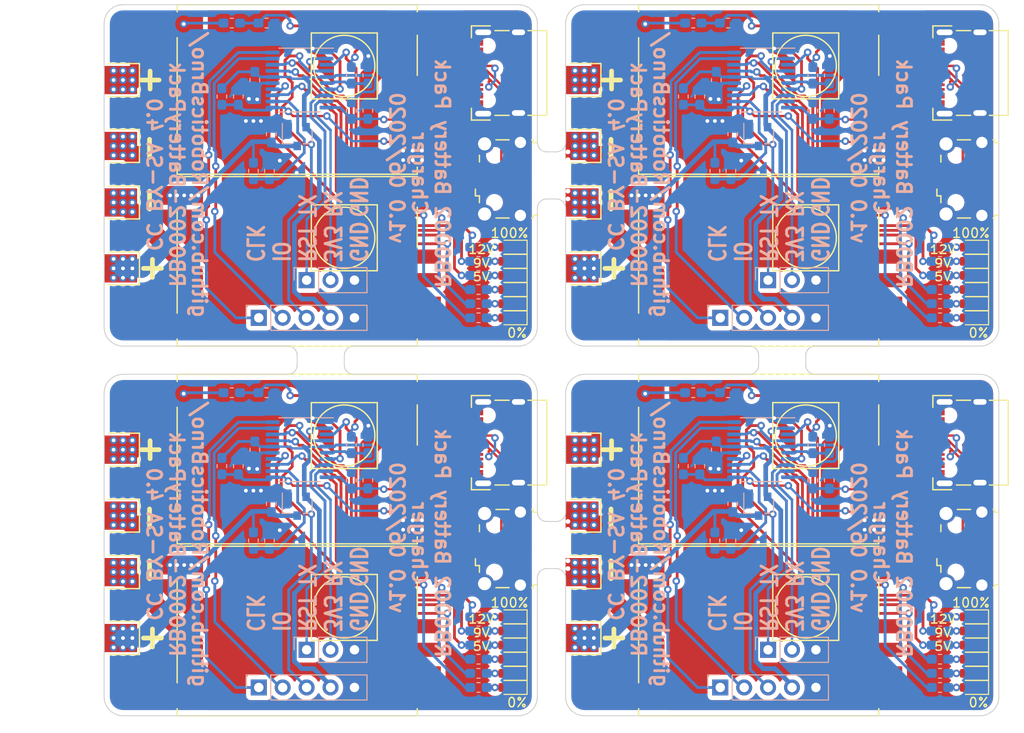
<source format=kicad_pcb>
(kicad_pcb (version 20171130) (host pcbnew 5.1.4+dfsg1-1)
  (layers (0 F.Cu signal) (31 B.Cu signal) (34 B.Paste user) (35 F.Paste user) (36 B.SilkS user) (37 F.SilkS user) (38 B.Mask user) (39 F.Mask user) (44 Edge.Cuts user))
  (net 0 "")
  (net 1 Board_1-Board_1-+3V3)
  (net 2 Board_1-Board_1-/VBUS_SENSE)
  (net 3 Board_1-Board_1-BAT1+)
  (net 4 Board_1-Board_1-BAT1_V)
  (net 5 Board_1-Board_1-BAT2+)
  (net 6 Board_1-Board_1-BAT2_V)
  (net 7 Board_1-Board_1-D+)
  (net 8 Board_1-Board_1-D-)
  (net 9 Board_1-Board_1-GND)
  (net 10 "Board_1-Board_1-Net-(D1-Pad2)")
  (net 11 "Board_1-Board_1-Net-(D2-Pad2)")
  (net 12 "Board_1-Board_1-Net-(D3-Pad2)")
  (net 13 "Board_1-Board_1-Net-(D4-Pad2)")
  (net 14 "Board_1-Board_1-Net-(D5-Pad2)")
  (net 15 "Board_1-Board_1-Net-(D6-Pad2)")
  (net 16 "Board_1-Board_1-Net-(J14-Pad1)")
  (net 17 "Board_1-Board_1-Net-(J16-Pad1)")
  (net 18 "Board_1-Board_1-Net-(R14-Pad1)")
  (net 19 "Board_1-Board_1-Net-(R15-Pad1)")
  (net 20 "Board_1-Board_1-Net-(R16-Pad1)")
  (net 21 "Board_1-Board_1-Net-(R5-Pad1)")
  (net 22 "Board_1-Board_1-Net-(R6-Pad1)")
  (net 23 "Board_1-Board_1-Net-(R7-Pad1)")
  (net 24 Board_1-Board_1-RST)
  (net 25 Board_1-Board_1-RX)
  (net 26 Board_1-Board_1-SWCLK)
  (net 27 Board_1-Board_1-SWDIO)
  (net 28 Board_1-Board_1-TX)
  (net 29 Board_1-Board_1-VBUS)
  (net 30 Board_2-Board_1-+3V3)
  (net 31 Board_2-Board_1-/VBUS_SENSE)
  (net 32 Board_2-Board_1-BAT1+)
  (net 33 Board_2-Board_1-BAT1_V)
  (net 34 Board_2-Board_1-BAT2+)
  (net 35 Board_2-Board_1-BAT2_V)
  (net 36 Board_2-Board_1-D+)
  (net 37 Board_2-Board_1-D-)
  (net 38 Board_2-Board_1-GND)
  (net 39 "Board_2-Board_1-Net-(D1-Pad2)")
  (net 40 "Board_2-Board_1-Net-(D2-Pad2)")
  (net 41 "Board_2-Board_1-Net-(D3-Pad2)")
  (net 42 "Board_2-Board_1-Net-(D4-Pad2)")
  (net 43 "Board_2-Board_1-Net-(D5-Pad2)")
  (net 44 "Board_2-Board_1-Net-(D6-Pad2)")
  (net 45 "Board_2-Board_1-Net-(J14-Pad1)")
  (net 46 "Board_2-Board_1-Net-(J16-Pad1)")
  (net 47 "Board_2-Board_1-Net-(R14-Pad1)")
  (net 48 "Board_2-Board_1-Net-(R15-Pad1)")
  (net 49 "Board_2-Board_1-Net-(R16-Pad1)")
  (net 50 "Board_2-Board_1-Net-(R5-Pad1)")
  (net 51 "Board_2-Board_1-Net-(R6-Pad1)")
  (net 52 "Board_2-Board_1-Net-(R7-Pad1)")
  (net 53 Board_2-Board_1-RST)
  (net 54 Board_2-Board_1-RX)
  (net 55 Board_2-Board_1-SWCLK)
  (net 56 Board_2-Board_1-SWDIO)
  (net 57 Board_2-Board_1-TX)
  (net 58 Board_2-Board_1-VBUS)
  (net 59 Board_3-Board_1-+3V3)
  (net 60 Board_3-Board_1-/VBUS_SENSE)
  (net 61 Board_3-Board_1-BAT1+)
  (net 62 Board_3-Board_1-BAT1_V)
  (net 63 Board_3-Board_1-BAT2+)
  (net 64 Board_3-Board_1-BAT2_V)
  (net 65 Board_3-Board_1-D+)
  (net 66 Board_3-Board_1-D-)
  (net 67 Board_3-Board_1-GND)
  (net 68 "Board_3-Board_1-Net-(D1-Pad2)")
  (net 69 "Board_3-Board_1-Net-(D2-Pad2)")
  (net 70 "Board_3-Board_1-Net-(D3-Pad2)")
  (net 71 "Board_3-Board_1-Net-(D4-Pad2)")
  (net 72 "Board_3-Board_1-Net-(D5-Pad2)")
  (net 73 "Board_3-Board_1-Net-(D6-Pad2)")
  (net 74 "Board_3-Board_1-Net-(J14-Pad1)")
  (net 75 "Board_3-Board_1-Net-(J16-Pad1)")
  (net 76 "Board_3-Board_1-Net-(R14-Pad1)")
  (net 77 "Board_3-Board_1-Net-(R15-Pad1)")
  (net 78 "Board_3-Board_1-Net-(R16-Pad1)")
  (net 79 "Board_3-Board_1-Net-(R5-Pad1)")
  (net 80 "Board_3-Board_1-Net-(R6-Pad1)")
  (net 81 "Board_3-Board_1-Net-(R7-Pad1)")
  (net 82 Board_3-Board_1-RST)
  (net 83 Board_3-Board_1-RX)
  (net 84 Board_3-Board_1-SWCLK)
  (net 85 Board_3-Board_1-SWDIO)
  (net 86 Board_3-Board_1-TX)
  (net 87 Board_3-Board_1-VBUS)
  (net 88 Board_4-Board_1-+3V3)
  (net 89 Board_4-Board_1-/VBUS_SENSE)
  (net 90 Board_4-Board_1-BAT1+)
  (net 91 Board_4-Board_1-BAT1_V)
  (net 92 Board_4-Board_1-BAT2+)
  (net 93 Board_4-Board_1-BAT2_V)
  (net 94 Board_4-Board_1-D+)
  (net 95 Board_4-Board_1-D-)
  (net 96 Board_4-Board_1-GND)
  (net 97 "Board_4-Board_1-Net-(D1-Pad2)")
  (net 98 "Board_4-Board_1-Net-(D2-Pad2)")
  (net 99 "Board_4-Board_1-Net-(D3-Pad2)")
  (net 100 "Board_4-Board_1-Net-(D4-Pad2)")
  (net 101 "Board_4-Board_1-Net-(D5-Pad2)")
  (net 102 "Board_4-Board_1-Net-(D6-Pad2)")
  (net 103 "Board_4-Board_1-Net-(J14-Pad1)")
  (net 104 "Board_4-Board_1-Net-(J16-Pad1)")
  (net 105 "Board_4-Board_1-Net-(R14-Pad1)")
  (net 106 "Board_4-Board_1-Net-(R15-Pad1)")
  (net 107 "Board_4-Board_1-Net-(R16-Pad1)")
  (net 108 "Board_4-Board_1-Net-(R5-Pad1)")
  (net 109 "Board_4-Board_1-Net-(R6-Pad1)")
  (net 110 "Board_4-Board_1-Net-(R7-Pad1)")
  (net 111 Board_4-Board_1-RST)
  (net 112 Board_4-Board_1-RX)
  (net 113 Board_4-Board_1-SWCLK)
  (net 114 Board_4-Board_1-SWDIO)
  (net 115 Board_4-Board_1-TX)
  (net 116 Board_4-Board_1-VBUS)
  (module NPTH (layer F.Cu) (at 112.2501 111.877006)
    (fp_text reference REF** hide)
    (fp_text value NPTH hide)
    (pad "" np_thru_hole circle (at 0 0) (size 0.5 0.5) (drill 0.5) (layers *.Cu *.Mask))
  )
  (module NPTH (layer F.Cu) (at 112.2501 112.710339)
    (fp_text reference REF** hide)
    (fp_text value NPTH hide)
    (pad "" np_thru_hole circle (at 0 0) (size 0.5 0.5) (drill 0.5) (layers *.Cu *.Mask))
  )
  (module NPTH (layer F.Cu) (at 112.2501 113.543672)
    (fp_text reference REF** hide)
    (fp_text value NPTH hide)
    (pad "" np_thru_hole circle (at 0 0) (size 0.5 0.5) (drill 0.5) (layers *.Cu *.Mask))
  )
  (module NPTH (layer F.Cu) (at 112.2501 114.377006)
    (fp_text reference REF** hide)
    (fp_text value NPTH hide)
    (pad "" np_thru_hole circle (at 0 0) (size 0.5 0.5) (drill 0.5) (layers *.Cu *.Mask))
  )
  (module NPTH (layer F.Cu) (at 112.2501 115.210339)
    (fp_text reference REF** hide)
    (fp_text value NPTH hide)
    (pad "" np_thru_hole circle (at 0 0) (size 0.5 0.5) (drill 0.5) (layers *.Cu *.Mask))
  )
  (module NPTH (layer F.Cu) (at 112.2501 116.043672)
    (fp_text reference REF** hide)
    (fp_text value NPTH hide)
    (pad "" np_thru_hole circle (at 0 0) (size 0.5 0.5) (drill 0.5) (layers *.Cu *.Mask))
  )
  (module NPTH (layer F.Cu) (at 112.2501 116.877006)
    (fp_text reference REF** hide)
    (fp_text value NPTH hide)
    (pad "" np_thru_hole circle (at 0 0) (size 0.5 0.5) (drill 0.5) (layers *.Cu *.Mask))
  )
  (module NPTH (layer F.Cu) (at 108.752 116.877006)
    (fp_text reference REF** hide)
    (fp_text value NPTH hide)
    (pad "" np_thru_hole circle (at 0 0) (size 0.5 0.5) (drill 0.5) (layers *.Cu *.Mask))
  )
  (module NPTH (layer F.Cu) (at 108.752 116.043672)
    (fp_text reference REF** hide)
    (fp_text value NPTH hide)
    (pad "" np_thru_hole circle (at 0 0) (size 0.5 0.5) (drill 0.5) (layers *.Cu *.Mask))
  )
  (module NPTH (layer F.Cu) (at 108.752 115.210339)
    (fp_text reference REF** hide)
    (fp_text value NPTH hide)
    (pad "" np_thru_hole circle (at 0 0) (size 0.5 0.5) (drill 0.5) (layers *.Cu *.Mask))
  )
  (module NPTH (layer F.Cu) (at 108.752 114.377006)
    (fp_text reference REF** hide)
    (fp_text value NPTH hide)
    (pad "" np_thru_hole circle (at 0 0) (size 0.5 0.5) (drill 0.5) (layers *.Cu *.Mask))
  )
  (module NPTH (layer F.Cu) (at 108.752 113.543672)
    (fp_text reference REF** hide)
    (fp_text value NPTH hide)
    (pad "" np_thru_hole circle (at 0 0) (size 0.5 0.5) (drill 0.5) (layers *.Cu *.Mask))
  )
  (module NPTH (layer F.Cu) (at 108.752 112.710339)
    (fp_text reference REF** hide)
    (fp_text value NPTH hide)
    (pad "" np_thru_hole circle (at 0 0) (size 0.5 0.5) (drill 0.5) (layers *.Cu *.Mask))
  )
  (module NPTH (layer F.Cu) (at 108.752 111.877006)
    (fp_text reference REF** hide)
    (fp_text value NPTH hide)
    (pad "" np_thru_hole circle (at 0 0) (size 0.5 0.5) (drill 0.5) (layers *.Cu *.Mask))
  )
  (module NPTH (layer F.Cu) (at 112.2501 72.625001)
    (fp_text reference REF** hide)
    (fp_text value NPTH hide)
    (pad "" np_thru_hole circle (at 0 0) (size 0.5 0.5) (drill 0.5) (layers *.Cu *.Mask))
  )
  (module NPTH (layer F.Cu) (at 112.2501 73.458334)
    (fp_text reference REF** hide)
    (fp_text value NPTH hide)
    (pad "" np_thru_hole circle (at 0 0) (size 0.5 0.5) (drill 0.5) (layers *.Cu *.Mask))
  )
  (module NPTH (layer F.Cu) (at 112.2501 74.291667)
    (fp_text reference REF** hide)
    (fp_text value NPTH hide)
    (pad "" np_thru_hole circle (at 0 0) (size 0.5 0.5) (drill 0.5) (layers *.Cu *.Mask))
  )
  (module NPTH (layer F.Cu) (at 112.2501 75.125001)
    (fp_text reference REF** hide)
    (fp_text value NPTH hide)
    (pad "" np_thru_hole circle (at 0 0) (size 0.5 0.5) (drill 0.5) (layers *.Cu *.Mask))
  )
  (module NPTH (layer F.Cu) (at 112.2501 75.958334)
    (fp_text reference REF** hide)
    (fp_text value NPTH hide)
    (pad "" np_thru_hole circle (at 0 0) (size 0.5 0.5) (drill 0.5) (layers *.Cu *.Mask))
  )
  (module NPTH (layer F.Cu) (at 112.2501 76.791667)
    (fp_text reference REF** hide)
    (fp_text value NPTH hide)
    (pad "" np_thru_hole circle (at 0 0) (size 0.5 0.5) (drill 0.5) (layers *.Cu *.Mask))
  )
  (module NPTH (layer F.Cu) (at 112.2501 77.625001)
    (fp_text reference REF** hide)
    (fp_text value NPTH hide)
    (pad "" np_thru_hole circle (at 0 0) (size 0.5 0.5) (drill 0.5) (layers *.Cu *.Mask))
  )
  (module NPTH (layer F.Cu) (at 108.752 77.625001)
    (fp_text reference REF** hide)
    (fp_text value NPTH hide)
    (pad "" np_thru_hole circle (at 0 0) (size 0.5 0.5) (drill 0.5) (layers *.Cu *.Mask))
  )
  (module NPTH (layer F.Cu) (at 108.752 76.791667)
    (fp_text reference REF** hide)
    (fp_text value NPTH hide)
    (pad "" np_thru_hole circle (at 0 0) (size 0.5 0.5) (drill 0.5) (layers *.Cu *.Mask))
  )
  (module NPTH (layer F.Cu) (at 108.752 75.958334)
    (fp_text reference REF** hide)
    (fp_text value NPTH hide)
    (pad "" np_thru_hole circle (at 0 0) (size 0.5 0.5) (drill 0.5) (layers *.Cu *.Mask))
  )
  (module NPTH (layer F.Cu) (at 108.752 75.125001)
    (fp_text reference REF** hide)
    (fp_text value NPTH hide)
    (pad "" np_thru_hole circle (at 0 0) (size 0.5 0.5) (drill 0.5) (layers *.Cu *.Mask))
  )
  (module NPTH (layer F.Cu) (at 108.752 74.291667)
    (fp_text reference REF** hide)
    (fp_text value NPTH hide)
    (pad "" np_thru_hole circle (at 0 0) (size 0.5 0.5) (drill 0.5) (layers *.Cu *.Mask))
  )
  (module NPTH (layer F.Cu) (at 108.752 73.458334)
    (fp_text reference REF** hide)
    (fp_text value NPTH hide)
    (pad "" np_thru_hole circle (at 0 0) (size 0.5 0.5) (drill 0.5) (layers *.Cu *.Mask))
  )
  (module NPTH (layer F.Cu) (at 108.752 72.625001)
    (fp_text reference REF** hide)
    (fp_text value NPTH hide)
    (pad "" np_thru_hole circle (at 0 0) (size 0.5 0.5) (drill 0.5) (layers *.Cu *.Mask))
  )
  (module NPTH (layer F.Cu) (at 137.502078 96.5)
    (fp_text reference REF** hide)
    (fp_text value NPTH hide)
    (pad "" np_thru_hole circle (at 0 0) (size 0.5 0.5) (drill 0.5) (layers *.Cu *.Mask))
  )
  (module NPTH (layer F.Cu) (at 136.668744 96.5)
    (fp_text reference REF** hide)
    (fp_text value NPTH hide)
    (pad "" np_thru_hole circle (at 0 0) (size 0.5 0.5) (drill 0.5) (layers *.Cu *.Mask))
  )
  (module NPTH (layer F.Cu) (at 135.835411 96.5)
    (fp_text reference REF** hide)
    (fp_text value NPTH hide)
    (pad "" np_thru_hole circle (at 0 0) (size 0.5 0.5) (drill 0.5) (layers *.Cu *.Mask))
  )
  (module NPTH (layer F.Cu) (at 135.002078 96.5)
    (fp_text reference REF** hide)
    (fp_text value NPTH hide)
    (pad "" np_thru_hole circle (at 0 0) (size 0.5 0.5) (drill 0.5) (layers *.Cu *.Mask))
  )
  (module NPTH (layer F.Cu) (at 134.168744 96.5)
    (fp_text reference REF** hide)
    (fp_text value NPTH hide)
    (pad "" np_thru_hole circle (at 0 0) (size 0.5 0.5) (drill 0.5) (layers *.Cu *.Mask))
  )
  (module NPTH (layer F.Cu) (at 133.335411 96.5)
    (fp_text reference REF** hide)
    (fp_text value NPTH hide)
    (pad "" np_thru_hole circle (at 0 0) (size 0.5 0.5) (drill 0.5) (layers *.Cu *.Mask))
  )
  (module NPTH (layer F.Cu) (at 132.502078 96.5)
    (fp_text reference REF** hide)
    (fp_text value NPTH hide)
    (pad "" np_thru_hole circle (at 0 0) (size 0.5 0.5) (drill 0.5) (layers *.Cu *.Mask))
  )
  (module NPTH (layer F.Cu) (at 88.500025 96.5)
    (fp_text reference REF** hide)
    (fp_text value NPTH hide)
    (pad "" np_thru_hole circle (at 0 0) (size 0.5 0.5) (drill 0.5) (layers *.Cu *.Mask))
  )
  (module NPTH (layer F.Cu) (at 87.666691 96.5)
    (fp_text reference REF** hide)
    (fp_text value NPTH hide)
    (pad "" np_thru_hole circle (at 0 0) (size 0.5 0.5) (drill 0.5) (layers *.Cu *.Mask))
  )
  (module NPTH (layer F.Cu) (at 86.833358 96.5)
    (fp_text reference REF** hide)
    (fp_text value NPTH hide)
    (pad "" np_thru_hole circle (at 0 0) (size 0.5 0.5) (drill 0.5) (layers *.Cu *.Mask))
  )
  (module NPTH (layer F.Cu) (at 86.000025 96.5)
    (fp_text reference REF** hide)
    (fp_text value NPTH hide)
    (pad "" np_thru_hole circle (at 0 0) (size 0.5 0.5) (drill 0.5) (layers *.Cu *.Mask))
  )
  (module NPTH (layer F.Cu) (at 85.166691 96.5)
    (fp_text reference REF** hide)
    (fp_text value NPTH hide)
    (pad "" np_thru_hole circle (at 0 0) (size 0.5 0.5) (drill 0.5) (layers *.Cu *.Mask))
  )
  (module NPTH (layer F.Cu) (at 84.333358 96.5)
    (fp_text reference REF** hide)
    (fp_text value NPTH hide)
    (pad "" np_thru_hole circle (at 0 0) (size 0.5 0.5) (drill 0.5) (layers *.Cu *.Mask))
  )
  (module NPTH (layer F.Cu) (at 83.500025 96.5)
    (fp_text reference REF** hide)
    (fp_text value NPTH hide)
    (pad "" np_thru_hole circle (at 0 0) (size 0.5 0.5) (drill 0.5) (layers *.Cu *.Mask))
  )
  (module NPTH (layer F.Cu) (at 132.502078 93.002)
    (fp_text reference REF** hide)
    (fp_text value NPTH hide)
    (pad "" np_thru_hole circle (at 0 0) (size 0.5 0.5) (drill 0.5) (layers *.Cu *.Mask))
  )
  (module NPTH (layer F.Cu) (at 133.335411 93.002)
    (fp_text reference REF** hide)
    (fp_text value NPTH hide)
    (pad "" np_thru_hole circle (at 0 0) (size 0.5 0.5) (drill 0.5) (layers *.Cu *.Mask))
  )
  (module NPTH (layer F.Cu) (at 134.168744 93.002)
    (fp_text reference REF** hide)
    (fp_text value NPTH hide)
    (pad "" np_thru_hole circle (at 0 0) (size 0.5 0.5) (drill 0.5) (layers *.Cu *.Mask))
  )
  (module NPTH (layer F.Cu) (at 135.002078 93.002)
    (fp_text reference REF** hide)
    (fp_text value NPTH hide)
    (pad "" np_thru_hole circle (at 0 0) (size 0.5 0.5) (drill 0.5) (layers *.Cu *.Mask))
  )
  (module NPTH (layer F.Cu) (at 135.835411 93.002)
    (fp_text reference REF** hide)
    (fp_text value NPTH hide)
    (pad "" np_thru_hole circle (at 0 0) (size 0.5 0.5) (drill 0.5) (layers *.Cu *.Mask))
  )
  (module NPTH (layer F.Cu) (at 136.668744 93.002)
    (fp_text reference REF** hide)
    (fp_text value NPTH hide)
    (pad "" np_thru_hole circle (at 0 0) (size 0.5 0.5) (drill 0.5) (layers *.Cu *.Mask))
  )
  (module NPTH (layer F.Cu) (at 137.502078 93.002)
    (fp_text reference REF** hide)
    (fp_text value NPTH hide)
    (pad "" np_thru_hole circle (at 0 0) (size 0.5 0.5) (drill 0.5) (layers *.Cu *.Mask))
  )
  (module NPTH (layer F.Cu) (at 83.500025 93.002)
    (fp_text reference REF** hide)
    (fp_text value NPTH hide)
    (pad "" np_thru_hole circle (at 0 0) (size 0.5 0.5) (drill 0.5) (layers *.Cu *.Mask))
  )
  (module NPTH (layer F.Cu) (at 84.333358 93.002)
    (fp_text reference REF** hide)
    (fp_text value NPTH hide)
    (pad "" np_thru_hole circle (at 0 0) (size 0.5 0.5) (drill 0.5) (layers *.Cu *.Mask))
  )
  (module NPTH (layer F.Cu) (at 85.166691 93.002)
    (fp_text reference REF** hide)
    (fp_text value NPTH hide)
    (pad "" np_thru_hole circle (at 0 0) (size 0.5 0.5) (drill 0.5) (layers *.Cu *.Mask))
  )
  (module NPTH (layer F.Cu) (at 86.000025 93.002)
    (fp_text reference REF** hide)
    (fp_text value NPTH hide)
    (pad "" np_thru_hole circle (at 0 0) (size 0.5 0.5) (drill 0.5) (layers *.Cu *.Mask))
  )
  (module NPTH (layer F.Cu) (at 86.833358 93.002)
    (fp_text reference REF** hide)
    (fp_text value NPTH hide)
    (pad "" np_thru_hole circle (at 0 0) (size 0.5 0.5) (drill 0.5) (layers *.Cu *.Mask))
  )
  (module NPTH (layer F.Cu) (at 87.666691 93.002)
    (fp_text reference REF** hide)
    (fp_text value NPTH hide)
    (pad "" np_thru_hole circle (at 0 0) (size 0.5 0.5) (drill 0.5) (layers *.Cu *.Mask))
  )
  (module NPTH (layer F.Cu) (at 88.500025 93.002)
    (fp_text reference REF** hide)
    (fp_text value NPTH hide)
    (pad "" np_thru_hole circle (at 0 0) (size 0.5 0.5) (drill 0.5) (layers *.Cu *.Mask))
  )
  (module Package_TO_SOT_SMD:SOT-23 (layer B.Cu) (at 132.502053 110.252005 270)
    (fp_text reference U3 hide)
    (fp_text value XC6206P332MR)
    (pad 3 smd rect (at 1 0 270) (size 0.9 0.8) (layers B.Cu B.Paste B.Mask) (net 92 Board_4-Board_1-BAT2+))
    (pad 2 smd rect (at -1 -0.95 270) (size 0.9 0.8) (layers B.Cu B.Paste B.Mask) (net 88 Board_4-Board_1-+3V3))
    (pad 1 smd rect (at -1 0.95 270) (size 0.9 0.8) (layers B.Cu B.Paste B.Mask) (net 96 Board_4-Board_1-GND))
  )
  (module Resistor_SMD:R_0603_1608Metric_Pad1.05x0.95mm_HandSolder (layer B.Cu) (at 151.752053 129.502005)
    (fp_text reference R16 hide)
    (fp_text value 1k)
    (pad 2 smd roundrect (at 0.875 0) (size 1.05 0.95) (layers B.Cu B.Paste B.Mask) (net 102 "Board_4-Board_1-Net-(D6-Pad2)"))
    (pad 1 smd roundrect (at -0.875 0) (size 1.05 0.95) (layers B.Cu B.Paste B.Mask) (net 107 "Board_4-Board_1-Net-(R16-Pad1)"))
  )
  (module Resistor_SMD:R_0603_1608Metric_Pad1.05x0.95mm_HandSolder (layer B.Cu) (at 151.752053 128.002005)
    (fp_text reference R15 hide)
    (fp_text value 1k)
    (pad 2 smd roundrect (at 0.875 0) (size 1.05 0.95) (layers B.Cu B.Paste B.Mask) (net 101 "Board_4-Board_1-Net-(D5-Pad2)"))
    (pad 1 smd roundrect (at -0.875 0) (size 1.05 0.95) (layers B.Cu B.Paste B.Mask) (net 106 "Board_4-Board_1-Net-(R15-Pad1)"))
  )
  (module Resistor_SMD:R_0603_1608Metric_Pad1.05x0.95mm_HandSolder (layer B.Cu) (at 151.752053 126.502005)
    (fp_text reference R14 hide)
    (fp_text value 1k)
    (pad 2 smd roundrect (at 0.875 0) (size 1.05 0.95) (layers B.Cu B.Paste B.Mask) (net 100 "Board_4-Board_1-Net-(D4-Pad2)"))
    (pad 1 smd roundrect (at -0.875 0) (size 1.05 0.95) (layers B.Cu B.Paste B.Mask) (net 105 "Board_4-Board_1-Net-(R14-Pad1)"))
  )
  (module Resistor_SMD:R_0603_1608Metric_Pad1.05x0.95mm_HandSolder (layer B.Cu) (at 129.252053 98.202005)
    (fp_text reference R13 hide)
    (fp_text value 20k)
    (pad 2 smd roundrect (at 0.875 0) (size 1.05 0.95) (layers B.Cu B.Paste B.Mask) (net 96 Board_4-Board_1-GND))
    (pad 1 smd roundrect (at -0.875 0) (size 1.05 0.95) (layers B.Cu B.Paste B.Mask) (net 91 Board_4-Board_1-BAT1_V))
  )
  (module Resistor_SMD:R_0603_1608Metric_Pad1.05x0.95mm_HandSolder (layer B.Cu) (at 125.552053 98.202005)
    (fp_text reference R12 hide)
    (fp_text value 10k)
    (pad 2 smd roundrect (at 0.875 0) (size 1.05 0.95) (layers B.Cu B.Paste B.Mask) (net 91 Board_4-Board_1-BAT1_V))
    (pad 1 smd roundrect (at -0.875 0) (size 1.05 0.95) (layers B.Cu B.Paste B.Mask) (net 90 Board_4-Board_1-BAT1+))
  )
  (module Resistor_SMD:R_0603_1608Metric_Pad1.05x0.95mm_HandSolder (layer B.Cu) (at 129.552053 113.902005 90)
    (fp_text reference R11 hide)
    (fp_text value 20k)
    (pad 2 smd roundrect (at 0.875 0 90) (size 1.05 0.95) (layers B.Cu B.Paste B.Mask) (net 96 Board_4-Board_1-GND))
    (pad 1 smd roundrect (at -0.875 0 90) (size 1.05 0.95) (layers B.Cu B.Paste B.Mask) (net 93 Board_4-Board_1-BAT2_V))
  )
  (module Resistor_SMD:R_0603_1608Metric_Pad1.05x0.95mm_HandSolder (layer B.Cu) (at 127.852053 113.902005 270)
    (fp_text reference R10 hide)
    (fp_text value 10k)
    (pad 2 smd roundrect (at 0.875 0 270) (size 1.05 0.95) (layers B.Cu B.Paste B.Mask) (net 93 Board_4-Board_1-BAT2_V))
    (pad 1 smd roundrect (at -0.875 0 270) (size 1.05 0.95) (layers B.Cu B.Paste B.Mask) (net 92 Board_4-Board_1-BAT2+))
  )
  (module LED_SMD:LED_0603_1608Metric_Pad1.05x0.95mm_HandSolder (layer F.Cu) (at 155.252053 129.502005 180)
    (fp_text reference D6 hide)
    (fp_text value LED_0%)
    (pad 2 smd roundrect (at 0.875 0 180) (size 1.05 0.95) (layers F.Cu F.Paste F.Mask) (net 102 "Board_4-Board_1-Net-(D6-Pad2)"))
    (pad 1 smd roundrect (at -0.875 0 180) (size 1.05 0.95) (layers F.Cu F.Paste F.Mask) (net 96 Board_4-Board_1-GND))
  )
  (module LED_SMD:LED_0603_1608Metric_Pad1.05x0.95mm_HandSolder (layer F.Cu) (at 155.252053 128.002005 180)
    (fp_text reference D5 hide)
    (fp_text value LED_20%)
    (pad 2 smd roundrect (at 0.875 0 180) (size 1.05 0.95) (layers F.Cu F.Paste F.Mask) (net 101 "Board_4-Board_1-Net-(D5-Pad2)"))
    (pad 1 smd roundrect (at -0.875 0 180) (size 1.05 0.95) (layers F.Cu F.Paste F.Mask) (net 96 Board_4-Board_1-GND))
  )
  (module LED_SMD:LED_0603_1608Metric_Pad1.05x0.95mm_HandSolder (layer F.Cu) (at 155.252053 126.502005 180)
    (fp_text reference D4 hide)
    (fp_text value LED_40%)
    (pad 2 smd roundrect (at 0.875 0 180) (size 1.05 0.95) (layers F.Cu F.Paste F.Mask) (net 100 "Board_4-Board_1-Net-(D4-Pad2)"))
    (pad 1 smd roundrect (at -0.875 0 180) (size 1.05 0.95) (layers F.Cu F.Paste F.Mask) (net 96 Board_4-Board_1-GND))
  )
  (module batteryPack:TP5100-Module (layer F.Cu) (at 132.502053 123.502005 180)
    (fp_text reference U4 hide)
    (fp_text value TP5100-Module)
    (pad 7 smd rect (at -10.5 0.5 180) (size 5.5 1.5) (drill (offset -2 0)) (layers F.Cu F.Paste F.Mask))
    (pad 6 smd rect (at -10.5 -4.5 180) (size 5.5 1.5) (drill (offset -2 0)) (layers F.Cu F.Paste F.Mask))
    (pad 5 smd rect (at -10.5 -2 180) (size 5.5 1.5) (drill (offset -2 0)) (layers F.Cu F.Paste F.Mask))
    (pad 4 smd rect (at 11 -7) (size 5 2) (drill (offset -1.5 0)) (layers F.Cu F.Paste F.Mask) (net 104 "Board_4-Board_1-Net-(J16-Pad1)"))
    (pad 3 smd rect (at 11 7) (size 5 2) (drill (offset -1.5 0)) (layers F.Cu F.Paste F.Mask) (net 92 Board_4-Board_1-BAT2+))
    (pad 2 smd rect (at -11 7 180) (size 5 2) (drill (offset -1.5 0)) (layers F.Cu F.Paste F.Mask) (net 116 Board_4-Board_1-VBUS))
    (pad 1 smd rect (at -11 -7 180) (size 5 2) (drill (offset -1.5 0)) (layers F.Cu F.Paste F.Mask) (net 96 Board_4-Board_1-GND))
  )
  (module batteryPack:TP5100-Module (layer F.Cu) (at 132.502053 105.252005 180)
    (fp_text reference U1 hide)
    (fp_text value TP5100-Module)
    (pad 7 smd rect (at -10.5 0.5 180) (size 5.5 1.5) (drill (offset -2 0)) (layers F.Cu F.Paste F.Mask))
    (pad 6 smd rect (at -10.5 -4.5 180) (size 5.5 1.5) (drill (offset -2 0)) (layers F.Cu F.Paste F.Mask))
    (pad 5 smd rect (at -10.5 -2 180) (size 5.5 1.5) (drill (offset -2 0)) (layers F.Cu F.Paste F.Mask))
    (pad 4 smd rect (at 11 -7) (size 5 2) (drill (offset -1.5 0)) (layers F.Cu F.Paste F.Mask) (net 103 "Board_4-Board_1-Net-(J14-Pad1)"))
    (pad 3 smd rect (at 11 7) (size 5 2) (drill (offset -1.5 0)) (layers F.Cu F.Paste F.Mask) (net 90 Board_4-Board_1-BAT1+))
    (pad 2 smd rect (at -11 7 180) (size 5 2) (drill (offset -1.5 0)) (layers F.Cu F.Paste F.Mask) (net 116 Board_4-Board_1-VBUS))
    (pad 1 smd rect (at -11 -7 180) (size 5 2) (drill (offset -1.5 0)) (layers F.Cu F.Paste F.Mask) (net 96 Board_4-Board_1-GND))
  )
  (module Package_SO:TSSOP-20_4.4x6.5mm_P0.65mm (layer B.Cu) (at 132.752053 104.252005 180)
    (fp_text reference U2 hide)
    (fp_text value STM32F030F4Px)
    (pad 20 smd roundrect (at 2.8625 2.925 180) (size 1.475 0.4) (layers B.Cu B.Paste B.Mask) (net 113 Board_4-Board_1-SWCLK))
    (pad 19 smd roundrect (at 2.8625 2.275 180) (size 1.475 0.4) (layers B.Cu B.Paste B.Mask) (net 114 Board_4-Board_1-SWDIO))
    (pad 18 smd roundrect (at 2.8625 1.625 180) (size 1.475 0.4) (layers B.Cu B.Paste B.Mask) (net 110 "Board_4-Board_1-Net-(R7-Pad1)"))
    (pad 17 smd roundrect (at 2.8625 0.975 180) (size 1.475 0.4) (layers B.Cu B.Paste B.Mask) (net 109 "Board_4-Board_1-Net-(R6-Pad1)"))
    (pad 16 smd roundrect (at 2.8625 0.325 180) (size 1.475 0.4) (layers B.Cu B.Paste B.Mask) (net 88 Board_4-Board_1-+3V3))
    (pad 15 smd roundrect (at 2.8625 -0.325 180) (size 1.475 0.4) (layers B.Cu B.Paste B.Mask) (net 96 Board_4-Board_1-GND))
    (pad 14 smd roundrect (at 2.8625 -0.975 180) (size 1.475 0.4) (layers B.Cu B.Paste B.Mask) (net 105 "Board_4-Board_1-Net-(R14-Pad1)"))
    (pad 13 smd roundrect (at 2.8625 -1.625 180) (size 1.475 0.4) (layers B.Cu B.Paste B.Mask) (net 108 "Board_4-Board_1-Net-(R5-Pad1)"))
    (pad 12 smd roundrect (at 2.8625 -2.275 180) (size 1.475 0.4) (layers B.Cu B.Paste B.Mask) (net 93 Board_4-Board_1-BAT2_V))
    (pad 11 smd roundrect (at 2.8625 -2.925 180) (size 1.475 0.4) (layers B.Cu B.Paste B.Mask) (net 95 Board_4-Board_1-D-))
    (pad 10 smd roundrect (at -2.8625 -2.925 180) (size 1.475 0.4) (layers B.Cu B.Paste B.Mask) (net 94 Board_4-Board_1-D+))
    (pad 9 smd roundrect (at -2.8625 -2.275 180) (size 1.475 0.4) (layers B.Cu B.Paste B.Mask) (net 112 Board_4-Board_1-RX))
    (pad 8 smd roundrect (at -2.8625 -1.625 180) (size 1.475 0.4) (layers B.Cu B.Paste B.Mask) (net 115 Board_4-Board_1-TX))
    (pad 7 smd roundrect (at -2.8625 -0.975 180) (size 1.475 0.4) (layers B.Cu B.Paste B.Mask) (net 91 Board_4-Board_1-BAT1_V))
    (pad 6 smd roundrect (at -2.8625 -0.325 180) (size 1.475 0.4) (layers B.Cu B.Paste B.Mask) (net 89 Board_4-Board_1-/VBUS_SENSE))
    (pad 5 smd roundrect (at -2.8625 0.325 180) (size 1.475 0.4) (layers B.Cu B.Paste B.Mask) (net 88 Board_4-Board_1-+3V3))
    (pad 4 smd roundrect (at -2.8625 0.975 180) (size 1.475 0.4) (layers B.Cu B.Paste B.Mask) (net 111 Board_4-Board_1-RST))
    (pad 3 smd roundrect (at -2.8625 1.625 180) (size 1.475 0.4) (layers B.Cu B.Paste B.Mask) (net 106 "Board_4-Board_1-Net-(R15-Pad1)"))
    (pad 2 smd roundrect (at -2.8625 2.275 180) (size 1.475 0.4) (layers B.Cu B.Paste B.Mask) (net 107 "Board_4-Board_1-Net-(R16-Pad1)"))
    (pad 1 smd roundrect (at -2.8625 2.925 180) (size 1.475 0.4) (layers B.Cu B.Paste B.Mask) (net 96 Board_4-Board_1-GND))
  )
  (module Resistor_SMD:R_0603_1608Metric_Pad1.05x0.95mm_HandSolder (layer B.Cu) (at 140.002053 103.752005 90)
    (fp_text reference R9 hide)
    (fp_text value 10k)
    (pad 2 smd roundrect (at 0.875 0 90) (size 1.05 0.95) (layers B.Cu B.Paste B.Mask) (net 96 Board_4-Board_1-GND))
    (pad 1 smd roundrect (at -0.875 0 90) (size 1.05 0.95) (layers B.Cu B.Paste B.Mask) (net 89 Board_4-Board_1-/VBUS_SENSE))
  )
  (module Resistor_SMD:R_0603_1608Metric_Pad1.05x0.95mm_HandSolder (layer B.Cu) (at 138.252053 103.752005 270)
    (fp_text reference R8 hide)
    (fp_text value 62k)
    (pad 2 smd roundrect (at 0.875 0 270) (size 1.05 0.95) (layers B.Cu B.Paste B.Mask) (net 89 Board_4-Board_1-/VBUS_SENSE))
    (pad 1 smd roundrect (at -0.875 0 270) (size 1.05 0.95) (layers B.Cu B.Paste B.Mask) (net 116 Board_4-Board_1-VBUS))
  )
  (module Resistor_SMD:R_0603_1608Metric_Pad1.05x0.95mm_HandSolder (layer B.Cu) (at 151.752053 122.002005)
    (fp_text reference R7 hide)
    (fp_text value 1k)
    (pad 2 smd roundrect (at 0.875 0) (size 1.05 0.95) (layers B.Cu B.Paste B.Mask) (net 99 "Board_4-Board_1-Net-(D3-Pad2)"))
    (pad 1 smd roundrect (at -0.875 0) (size 1.05 0.95) (layers B.Cu B.Paste B.Mask) (net 110 "Board_4-Board_1-Net-(R7-Pad1)"))
  )
  (module Resistor_SMD:R_0603_1608Metric_Pad1.05x0.95mm_HandSolder (layer B.Cu) (at 151.752053 123.502005)
    (fp_text reference R6 hide)
    (fp_text value 1k)
    (pad 2 smd roundrect (at 0.875 0) (size 1.05 0.95) (layers B.Cu B.Paste B.Mask) (net 98 "Board_4-Board_1-Net-(D2-Pad2)"))
    (pad 1 smd roundrect (at -0.875 0) (size 1.05 0.95) (layers B.Cu B.Paste B.Mask) (net 109 "Board_4-Board_1-Net-(R6-Pad1)"))
  )
  (module Resistor_SMD:R_0603_1608Metric_Pad1.05x0.95mm_HandSolder (layer B.Cu) (at 151.752053 125.002005)
    (fp_text reference R5 hide)
    (fp_text value 1k)
    (pad 2 smd roundrect (at 0.875 0) (size 1.05 0.95) (layers B.Cu B.Paste B.Mask) (net 97 "Board_4-Board_1-Net-(D1-Pad2)"))
    (pad 1 smd roundrect (at -0.875 0) (size 1.05 0.95) (layers B.Cu B.Paste B.Mask) (net 108 "Board_4-Board_1-Net-(R5-Pad1)"))
  )
  (module Resistor_SMD:R_0603_1608Metric_Pad1.05x0.95mm_HandSolder (layer B.Cu) (at 140.002053 107.502005 90)
    (fp_text reference R4 hide)
    (fp_text value 2k4)
    (pad 2 smd roundrect (at 0.875 0 90) (size 1.05 0.95) (layers B.Cu B.Paste B.Mask) (net 96 Board_4-Board_1-GND))
    (pad 1 smd roundrect (at -0.875 0 90) (size 1.05 0.95) (layers B.Cu B.Paste B.Mask) (net 94 Board_4-Board_1-D+))
  )
  (module Resistor_SMD:R_0603_1608Metric_Pad1.05x0.95mm_HandSolder (layer B.Cu) (at 138.252053 107.502005 270)
    (fp_text reference R3 hide)
    (fp_text value 10k)
    (pad 2 smd roundrect (at 0.875 0 270) (size 1.05 0.95) (layers B.Cu B.Paste B.Mask) (net 94 Board_4-Board_1-D+))
    (pad 1 smd roundrect (at -0.875 0 270) (size 1.05 0.95) (layers B.Cu B.Paste B.Mask) (net 88 Board_4-Board_1-+3V3))
  )
  (module Resistor_SMD:R_0603_1608Metric_Pad1.05x0.95mm_HandSolder (layer B.Cu) (at 126.252053 106.002005 90)
    (fp_text reference R2 hide)
    (fp_text value 2k4)
    (pad 2 smd roundrect (at 0.875 0 90) (size 1.05 0.95) (layers B.Cu B.Paste B.Mask) (net 96 Board_4-Board_1-GND))
    (pad 1 smd roundrect (at -0.875 0 90) (size 1.05 0.95) (layers B.Cu B.Paste B.Mask) (net 95 Board_4-Board_1-D-))
  )
  (module Resistor_SMD:R_0603_1608Metric_Pad1.05x0.95mm_HandSolder (layer B.Cu) (at 124.502053 106.002005 270)
    (fp_text reference R1 hide)
    (fp_text value 10k)
    (pad 2 smd roundrect (at 0.875 0 270) (size 1.05 0.95) (layers B.Cu B.Paste B.Mask) (net 95 Board_4-Board_1-D-))
    (pad 1 smd roundrect (at -0.875 0 270) (size 1.05 0.95) (layers B.Cu B.Paste B.Mask) (net 88 Board_4-Board_1-+3V3))
  )
  (module batteryPack:USB_C_Female-16Pin-HPJF (layer F.Cu) (at 151.252053 103.502005 90)
    (fp_text reference P1 hide)
    (fp_text value USB-C)
    (pad A12 smd rect (at 3.35 0 90) (size 0.3 2) (layers F.Cu F.Paste F.Mask) (net 96 Board_4-Board_1-GND))
    (pad B1 smd rect (at 3.05 0 90) (size 0.3 2) (layers F.Cu F.Paste F.Mask) (net 96 Board_4-Board_1-GND))
    (pad A9 smd rect (at 2.55 0 90) (size 0.3 2) (layers F.Cu F.Paste F.Mask) (net 116 Board_4-Board_1-VBUS))
    (pad B4 smd rect (at 2.25 0 90) (size 0.3 2) (layers F.Cu F.Paste F.Mask) (net 116 Board_4-Board_1-VBUS))
    (pad B9 smd rect (at -2.25 0 90) (size 0.3 2) (layers F.Cu F.Paste F.Mask) (net 116 Board_4-Board_1-VBUS))
    (pad A4 smd rect (at -2.55 0 90) (size 0.3 2) (layers F.Cu F.Paste F.Mask) (net 116 Board_4-Board_1-VBUS))
    (pad B12 smd rect (at -3.05 0 90) (size 0.3 2) (layers F.Cu F.Paste F.Mask) (net 96 Board_4-Board_1-GND))
    (pad A1 smd rect (at -3.35 0 90) (size 0.3 2) (layers F.Cu F.Paste F.Mask) (net 96 Board_4-Board_1-GND))
    (pad "" np_thru_hole circle (at 2.89 1.5 180) (size 0.7 0.7) (drill 0.7) (layers *.Cu *.Mask))
    (pad "" np_thru_hole circle (at -2.89 1.5 180) (size 0.7 0.7) (drill 0.7) (layers *.Cu *.Mask))
    (pad S1 thru_hole oval (at 4.32 4.75 90) (size 1 1.8) (drill oval 0.6 1.4) (layers *.Cu *.Mask) (net 96 Board_4-Board_1-GND))
    (pad S1 thru_hole oval (at -4.25 4.75 90) (size 1 1.8) (drill oval 0.6 1.4) (layers *.Cu *.Mask) (net 96 Board_4-Board_1-GND))
    (pad S1 thru_hole oval (at 4.32 1 90) (size 1 2.1) (drill oval 0.6 1.7) (layers *.Cu *.Mask) (net 96 Board_4-Board_1-GND))
    (pad S1 thru_hole oval (at -4.32 1 90) (size 1 2.1) (drill oval 0.6 1.7) (layers *.Cu *.Mask) (net 96 Board_4-Board_1-GND))
    (pad B5 smd rect (at 1.75 0 90) (size 0.3 2) (layers F.Cu F.Paste F.Mask))
    (pad B8 smd rect (at -1.75 0 90) (size 0.3 2) (layers F.Cu F.Paste F.Mask))
    (pad A8 smd rect (at 1.25 0 90) (size 0.3 2) (layers F.Cu F.Paste F.Mask))
    (pad A5 smd rect (at -1.25 0 90) (size 0.3 2) (layers F.Cu F.Paste F.Mask))
    (pad B6 smd rect (at 0.75 0 90) (size 0.3 2) (layers F.Cu F.Paste F.Mask) (net 94 Board_4-Board_1-D+))
    (pad B7 smd rect (at -0.75 0 90) (size 0.3 2) (layers F.Cu F.Paste F.Mask) (net 95 Board_4-Board_1-D-))
    (pad A7 smd rect (at 0.25 0 90) (size 0.3 2) (layers F.Cu F.Paste F.Mask) (net 95 Board_4-Board_1-D-))
    (pad A6 smd rect (at -0.25 0 90) (size 0.3 2) (layers F.Cu F.Paste F.Mask) (net 94 Board_4-Board_1-D+))
  )
  (module batteryPack:2mm_Banana-Plug (layer F.Cu) (at 112.002053 117.252005 90)
    (fp_text reference J16 hide)
    (fp_text value B2-)
    (pad 1 smd rect (at 0 1.75 90) (size 3 3.5) (layers F.Cu F.Paste F.Mask) (net 104 "Board_4-Board_1-Net-(J16-Pad1)"))
  )
  (module batteryPack:2mm_Banana-Plug (layer F.Cu) (at 112.002053 124.252005 90)
    (fp_text reference J15 hide)
    (fp_text value B2+)
    (pad 1 smd rect (at 0 1.75 90) (size 3 3.5) (layers F.Cu F.Paste F.Mask) (net 92 Board_4-Board_1-BAT2+))
  )
  (module batteryPack:2mm_Banana-Plug (layer F.Cu) (at 112.002053 111.252005 90)
    (fp_text reference J14 hide)
    (fp_text value B1-)
    (pad 1 smd rect (at 0 1.75 90) (size 3 3.5) (layers F.Cu F.Paste F.Mask) (net 103 "Board_4-Board_1-Net-(J14-Pad1)"))
  )
  (module batteryPack:2mm_Banana-Plug (layer F.Cu) (at 112.002053 104.252005 90)
    (fp_text reference J13 hide)
    (fp_text value B1+)
    (pad 1 smd rect (at 0 1.75 90) (size 3 3.5) (layers F.Cu F.Paste F.Mask) (net 90 Board_4-Board_1-BAT1+))
  )
  (module Connector_PinHeader_2.54mm:PinHeader_1x03_P2.54mm_Vertical (layer B.Cu) (at 133.502053 125.502005 270)
    (fp_text reference J8 hide)
    (fp_text value UART)
    (pad 3 thru_hole oval (at 0 -5.08 270) (size 1.7 1.7) (drill 1) (layers *.Cu *.Mask) (net 96 Board_4-Board_1-GND))
    (pad 2 thru_hole oval (at 0 -2.54 270) (size 1.7 1.7) (drill 1) (layers *.Cu *.Mask) (net 112 Board_4-Board_1-RX))
    (pad 1 thru_hole rect (at 0 0 270) (size 1.7 1.7) (drill 1) (layers *.Cu *.Mask) (net 115 Board_4-Board_1-TX))
  )
  (module Connector_PinHeader_2.54mm:PinHeader_1x05_P2.54mm_Vertical (layer B.Cu) (at 128.422053 129.502005 270)
    (fp_text reference J7 hide)
    (fp_text value SWD)
    (pad 5 thru_hole oval (at 0 -10.16 270) (size 1.7 1.7) (drill 1) (layers *.Cu *.Mask) (net 96 Board_4-Board_1-GND))
    (pad 4 thru_hole oval (at 0 -7.62 270) (size 1.7 1.7) (drill 1) (layers *.Cu *.Mask) (net 88 Board_4-Board_1-+3V3))
    (pad 3 thru_hole oval (at 0 -5.08 270) (size 1.7 1.7) (drill 1) (layers *.Cu *.Mask) (net 111 Board_4-Board_1-RST))
    (pad 2 thru_hole oval (at 0 -2.54 270) (size 1.7 1.7) (drill 1) (layers *.Cu *.Mask) (net 114 Board_4-Board_1-SWDIO))
    (pad 1 thru_hole rect (at 0 0 270) (size 1.7 1.7) (drill 1) (layers *.Cu *.Mask) (net 113 Board_4-Board_1-SWCLK))
  )
  (module Connector_USB:USB_Micro-B_Wuerth_629105150521_CircularHoles (layer F.Cu) (at 154.252053 114.752005 90)
    (fp_text reference J1 hide)
    (fp_text value "Mirco USB")
    (pad "" np_thru_hole circle (at 2.5 -0.8 90) (size 0.8 0.8) (drill 0.8) (layers *.Cu *.Mask))
    (pad "" np_thru_hole circle (at -2.5 -0.8 90) (size 0.8 0.8) (drill 0.8) (layers *.Cu *.Mask))
    (pad 6 thru_hole circle (at 3.875 1.95 90) (size 1.8 1.8) (drill 1.2) (layers *.Cu *.Mask) (net 96 Board_4-Board_1-GND))
    (pad 6 thru_hole circle (at -3.875 1.95 90) (size 1.8 1.8) (drill 1.2) (layers *.Cu *.Mask) (net 96 Board_4-Board_1-GND))
    (pad 6 thru_hole circle (at 3.725 -1.85 90) (size 2 2) (drill 1.4) (layers *.Cu *.Mask) (net 96 Board_4-Board_1-GND))
    (pad 6 thru_hole circle (at -3.725 -1.85 90) (size 2 2) (drill 1.4) (layers *.Cu *.Mask) (net 96 Board_4-Board_1-GND))
    (pad 5 smd rect (at 1.3 -1.9 90) (size 0.45 1.3) (layers F.Cu F.Paste F.Mask) (net 96 Board_4-Board_1-GND))
    (pad 4 smd rect (at 0.65 -1.9 90) (size 0.45 1.3) (layers F.Cu F.Paste F.Mask))
    (pad 3 smd rect (at 0 -1.9 90) (size 0.45 1.3) (layers F.Cu F.Paste F.Mask) (net 94 Board_4-Board_1-D+))
    (pad 2 smd rect (at -0.65 -1.9 90) (size 0.45 1.3) (layers F.Cu F.Paste F.Mask) (net 95 Board_4-Board_1-D-))
    (pad 1 smd rect (at -1.3 -1.9 90) (size 0.45 1.3) (layers F.Cu F.Paste F.Mask) (net 116 Board_4-Board_1-VBUS))
  )
  (module LED_SMD:LED_0603_1608Metric_Pad1.05x0.95mm_HandSolder (layer F.Cu) (at 155.252053 122.002005 180)
    (fp_text reference D3 hide)
    (fp_text value LED_12V)
    (pad 1 smd roundrect (at -0.875 0 180) (size 1.05 0.95) (layers F.Cu F.Paste F.Mask) (net 96 Board_4-Board_1-GND))
    (pad 2 smd roundrect (at 0.875 0 180) (size 1.05 0.95) (layers F.Cu F.Paste F.Mask) (net 99 "Board_4-Board_1-Net-(D3-Pad2)"))
  )
  (module LED_SMD:LED_0603_1608Metric_Pad1.05x0.95mm_HandSolder (layer F.Cu) (at 155.252053 123.502005 180)
    (fp_text reference D2 hide)
    (fp_text value LED_9V)
    (pad 1 smd roundrect (at -0.875 0 180) (size 1.05 0.95) (layers F.Cu F.Paste F.Mask) (net 96 Board_4-Board_1-GND))
    (pad 2 smd roundrect (at 0.875 0 180) (size 1.05 0.95) (layers F.Cu F.Paste F.Mask) (net 98 "Board_4-Board_1-Net-(D2-Pad2)"))
  )
  (module LED_SMD:LED_0603_1608Metric_Pad1.05x0.95mm_HandSolder (layer F.Cu) (at 155.252053 125.002005 180)
    (fp_text reference D1 hide)
    (fp_text value LED_5V)
    (pad 1 smd roundrect (at -0.875 0 180) (size 1.05 0.95) (layers F.Cu F.Paste F.Mask) (net 96 Board_4-Board_1-GND))
    (pad 2 smd roundrect (at 0.875 0 180) (size 1.05 0.95) (layers F.Cu F.Paste F.Mask) (net 97 "Board_4-Board_1-Net-(D1-Pad2)"))
  )
  (module Capacitor_SMD:C_0603_1608Metric_Pad1.05x0.95mm_HandSolder (layer B.Cu) (at 129.752053 110.002005 270)
    (fp_text reference C2 hide)
    (fp_text value 470n)
    (pad 2 smd roundrect (at 0.875 0 270) (size 1.05 0.95) (layers B.Cu B.Paste B.Mask) (net 92 Board_4-Board_1-BAT2+))
    (pad 1 smd roundrect (at -0.875 0 270) (size 1.05 0.95) (layers B.Cu B.Paste B.Mask) (net 96 Board_4-Board_1-GND))
  )
  (module Capacitor_SMD:C_0603_1608Metric_Pad1.05x0.95mm_HandSolder (layer B.Cu) (at 128.002053 104.252005 90)
    (fp_text reference C1 hide)
    (fp_text value 470n)
    (pad 2 smd roundrect (at 0.875 0 90) (size 1.05 0.95) (layers B.Cu B.Paste B.Mask) (net 88 Board_4-Board_1-+3V3))
    (pad 1 smd roundrect (at -0.875 0 90) (size 1.05 0.95) (layers B.Cu B.Paste B.Mask) (net 96 Board_4-Board_1-GND))
  )
  (module Package_TO_SOT_SMD:SOT-23 (layer B.Cu) (at 83.5 110.252005 270)
    (fp_text reference U3 hide)
    (fp_text value XC6206P332MR)
    (pad 3 smd rect (at 1 0 270) (size 0.9 0.8) (layers B.Cu B.Paste B.Mask) (net 63 Board_3-Board_1-BAT2+))
    (pad 2 smd rect (at -1 -0.95 270) (size 0.9 0.8) (layers B.Cu B.Paste B.Mask) (net 59 Board_3-Board_1-+3V3))
    (pad 1 smd rect (at -1 0.95 270) (size 0.9 0.8) (layers B.Cu B.Paste B.Mask) (net 67 Board_3-Board_1-GND))
  )
  (module Resistor_SMD:R_0603_1608Metric_Pad1.05x0.95mm_HandSolder (layer B.Cu) (at 102.75 129.502005)
    (fp_text reference R16 hide)
    (fp_text value 1k)
    (pad 2 smd roundrect (at 0.875 0) (size 1.05 0.95) (layers B.Cu B.Paste B.Mask) (net 73 "Board_3-Board_1-Net-(D6-Pad2)"))
    (pad 1 smd roundrect (at -0.875 0) (size 1.05 0.95) (layers B.Cu B.Paste B.Mask) (net 78 "Board_3-Board_1-Net-(R16-Pad1)"))
  )
  (module Resistor_SMD:R_0603_1608Metric_Pad1.05x0.95mm_HandSolder (layer B.Cu) (at 102.75 128.002005)
    (fp_text reference R15 hide)
    (fp_text value 1k)
    (pad 2 smd roundrect (at 0.875 0) (size 1.05 0.95) (layers B.Cu B.Paste B.Mask) (net 72 "Board_3-Board_1-Net-(D5-Pad2)"))
    (pad 1 smd roundrect (at -0.875 0) (size 1.05 0.95) (layers B.Cu B.Paste B.Mask) (net 77 "Board_3-Board_1-Net-(R15-Pad1)"))
  )
  (module Resistor_SMD:R_0603_1608Metric_Pad1.05x0.95mm_HandSolder (layer B.Cu) (at 102.75 126.502005)
    (fp_text reference R14 hide)
    (fp_text value 1k)
    (pad 2 smd roundrect (at 0.875 0) (size 1.05 0.95) (layers B.Cu B.Paste B.Mask) (net 71 "Board_3-Board_1-Net-(D4-Pad2)"))
    (pad 1 smd roundrect (at -0.875 0) (size 1.05 0.95) (layers B.Cu B.Paste B.Mask) (net 76 "Board_3-Board_1-Net-(R14-Pad1)"))
  )
  (module Resistor_SMD:R_0603_1608Metric_Pad1.05x0.95mm_HandSolder (layer B.Cu) (at 80.25 98.202005)
    (fp_text reference R13 hide)
    (fp_text value 20k)
    (pad 2 smd roundrect (at 0.875 0) (size 1.05 0.95) (layers B.Cu B.Paste B.Mask) (net 67 Board_3-Board_1-GND))
    (pad 1 smd roundrect (at -0.875 0) (size 1.05 0.95) (layers B.Cu B.Paste B.Mask) (net 62 Board_3-Board_1-BAT1_V))
  )
  (module Resistor_SMD:R_0603_1608Metric_Pad1.05x0.95mm_HandSolder (layer B.Cu) (at 76.55 98.202005)
    (fp_text reference R12 hide)
    (fp_text value 10k)
    (pad 2 smd roundrect (at 0.875 0) (size 1.05 0.95) (layers B.Cu B.Paste B.Mask) (net 62 Board_3-Board_1-BAT1_V))
    (pad 1 smd roundrect (at -0.875 0) (size 1.05 0.95) (layers B.Cu B.Paste B.Mask) (net 61 Board_3-Board_1-BAT1+))
  )
  (module Resistor_SMD:R_0603_1608Metric_Pad1.05x0.95mm_HandSolder (layer B.Cu) (at 80.55 113.902005 90)
    (fp_text reference R11 hide)
    (fp_text value 20k)
    (pad 2 smd roundrect (at 0.875 0 90) (size 1.05 0.95) (layers B.Cu B.Paste B.Mask) (net 67 Board_3-Board_1-GND))
    (pad 1 smd roundrect (at -0.875 0 90) (size 1.05 0.95) (layers B.Cu B.Paste B.Mask) (net 64 Board_3-Board_1-BAT2_V))
  )
  (module Resistor_SMD:R_0603_1608Metric_Pad1.05x0.95mm_HandSolder (layer B.Cu) (at 78.85 113.902005 270)
    (fp_text reference R10 hide)
    (fp_text value 10k)
    (pad 2 smd roundrect (at 0.875 0 270) (size 1.05 0.95) (layers B.Cu B.Paste B.Mask) (net 64 Board_3-Board_1-BAT2_V))
    (pad 1 smd roundrect (at -0.875 0 270) (size 1.05 0.95) (layers B.Cu B.Paste B.Mask) (net 63 Board_3-Board_1-BAT2+))
  )
  (module LED_SMD:LED_0603_1608Metric_Pad1.05x0.95mm_HandSolder (layer F.Cu) (at 106.25 129.502005 180)
    (fp_text reference D6 hide)
    (fp_text value LED_0%)
    (pad 2 smd roundrect (at 0.875 0 180) (size 1.05 0.95) (layers F.Cu F.Paste F.Mask) (net 73 "Board_3-Board_1-Net-(D6-Pad2)"))
    (pad 1 smd roundrect (at -0.875 0 180) (size 1.05 0.95) (layers F.Cu F.Paste F.Mask) (net 67 Board_3-Board_1-GND))
  )
  (module LED_SMD:LED_0603_1608Metric_Pad1.05x0.95mm_HandSolder (layer F.Cu) (at 106.25 128.002005 180)
    (fp_text reference D5 hide)
    (fp_text value LED_20%)
    (pad 2 smd roundrect (at 0.875 0 180) (size 1.05 0.95) (layers F.Cu F.Paste F.Mask) (net 72 "Board_3-Board_1-Net-(D5-Pad2)"))
    (pad 1 smd roundrect (at -0.875 0 180) (size 1.05 0.95) (layers F.Cu F.Paste F.Mask) (net 67 Board_3-Board_1-GND))
  )
  (module LED_SMD:LED_0603_1608Metric_Pad1.05x0.95mm_HandSolder (layer F.Cu) (at 106.25 126.502005 180)
    (fp_text reference D4 hide)
    (fp_text value LED_40%)
    (pad 2 smd roundrect (at 0.875 0 180) (size 1.05 0.95) (layers F.Cu F.Paste F.Mask) (net 71 "Board_3-Board_1-Net-(D4-Pad2)"))
    (pad 1 smd roundrect (at -0.875 0 180) (size 1.05 0.95) (layers F.Cu F.Paste F.Mask) (net 67 Board_3-Board_1-GND))
  )
  (module batteryPack:TP5100-Module (layer F.Cu) (at 83.5 123.502005 180)
    (fp_text reference U4 hide)
    (fp_text value TP5100-Module)
    (pad 7 smd rect (at -10.5 0.5 180) (size 5.5 1.5) (drill (offset -2 0)) (layers F.Cu F.Paste F.Mask))
    (pad 6 smd rect (at -10.5 -4.5 180) (size 5.5 1.5) (drill (offset -2 0)) (layers F.Cu F.Paste F.Mask))
    (pad 5 smd rect (at -10.5 -2 180) (size 5.5 1.5) (drill (offset -2 0)) (layers F.Cu F.Paste F.Mask))
    (pad 4 smd rect (at 11 -7) (size 5 2) (drill (offset -1.5 0)) (layers F.Cu F.Paste F.Mask) (net 75 "Board_3-Board_1-Net-(J16-Pad1)"))
    (pad 3 smd rect (at 11 7) (size 5 2) (drill (offset -1.5 0)) (layers F.Cu F.Paste F.Mask) (net 63 Board_3-Board_1-BAT2+))
    (pad 2 smd rect (at -11 7 180) (size 5 2) (drill (offset -1.5 0)) (layers F.Cu F.Paste F.Mask) (net 87 Board_3-Board_1-VBUS))
    (pad 1 smd rect (at -11 -7 180) (size 5 2) (drill (offset -1.5 0)) (layers F.Cu F.Paste F.Mask) (net 67 Board_3-Board_1-GND))
  )
  (module batteryPack:TP5100-Module (layer F.Cu) (at 83.5 105.252005 180)
    (fp_text reference U1 hide)
    (fp_text value TP5100-Module)
    (pad 7 smd rect (at -10.5 0.5 180) (size 5.5 1.5) (drill (offset -2 0)) (layers F.Cu F.Paste F.Mask))
    (pad 6 smd rect (at -10.5 -4.5 180) (size 5.5 1.5) (drill (offset -2 0)) (layers F.Cu F.Paste F.Mask))
    (pad 5 smd rect (at -10.5 -2 180) (size 5.5 1.5) (drill (offset -2 0)) (layers F.Cu F.Paste F.Mask))
    (pad 4 smd rect (at 11 -7) (size 5 2) (drill (offset -1.5 0)) (layers F.Cu F.Paste F.Mask) (net 74 "Board_3-Board_1-Net-(J14-Pad1)"))
    (pad 3 smd rect (at 11 7) (size 5 2) (drill (offset -1.5 0)) (layers F.Cu F.Paste F.Mask) (net 61 Board_3-Board_1-BAT1+))
    (pad 2 smd rect (at -11 7 180) (size 5 2) (drill (offset -1.5 0)) (layers F.Cu F.Paste F.Mask) (net 87 Board_3-Board_1-VBUS))
    (pad 1 smd rect (at -11 -7 180) (size 5 2) (drill (offset -1.5 0)) (layers F.Cu F.Paste F.Mask) (net 67 Board_3-Board_1-GND))
  )
  (module Package_SO:TSSOP-20_4.4x6.5mm_P0.65mm (layer B.Cu) (at 83.75 104.252005 180)
    (fp_text reference U2 hide)
    (fp_text value STM32F030F4Px)
    (pad 20 smd roundrect (at 2.8625 2.925 180) (size 1.475 0.4) (layers B.Cu B.Paste B.Mask) (net 84 Board_3-Board_1-SWCLK))
    (pad 19 smd roundrect (at 2.8625 2.275 180) (size 1.475 0.4) (layers B.Cu B.Paste B.Mask) (net 85 Board_3-Board_1-SWDIO))
    (pad 18 smd roundrect (at 2.8625 1.625 180) (size 1.475 0.4) (layers B.Cu B.Paste B.Mask) (net 81 "Board_3-Board_1-Net-(R7-Pad1)"))
    (pad 17 smd roundrect (at 2.8625 0.975 180) (size 1.475 0.4) (layers B.Cu B.Paste B.Mask) (net 80 "Board_3-Board_1-Net-(R6-Pad1)"))
    (pad 16 smd roundrect (at 2.8625 0.325 180) (size 1.475 0.4) (layers B.Cu B.Paste B.Mask) (net 59 Board_3-Board_1-+3V3))
    (pad 15 smd roundrect (at 2.8625 -0.325 180) (size 1.475 0.4) (layers B.Cu B.Paste B.Mask) (net 67 Board_3-Board_1-GND))
    (pad 14 smd roundrect (at 2.8625 -0.975 180) (size 1.475 0.4) (layers B.Cu B.Paste B.Mask) (net 76 "Board_3-Board_1-Net-(R14-Pad1)"))
    (pad 13 smd roundrect (at 2.8625 -1.625 180) (size 1.475 0.4) (layers B.Cu B.Paste B.Mask) (net 79 "Board_3-Board_1-Net-(R5-Pad1)"))
    (pad 12 smd roundrect (at 2.8625 -2.275 180) (size 1.475 0.4) (layers B.Cu B.Paste B.Mask) (net 64 Board_3-Board_1-BAT2_V))
    (pad 11 smd roundrect (at 2.8625 -2.925 180) (size 1.475 0.4) (layers B.Cu B.Paste B.Mask) (net 66 Board_3-Board_1-D-))
    (pad 10 smd roundrect (at -2.8625 -2.925 180) (size 1.475 0.4) (layers B.Cu B.Paste B.Mask) (net 65 Board_3-Board_1-D+))
    (pad 9 smd roundrect (at -2.8625 -2.275 180) (size 1.475 0.4) (layers B.Cu B.Paste B.Mask) (net 83 Board_3-Board_1-RX))
    (pad 8 smd roundrect (at -2.8625 -1.625 180) (size 1.475 0.4) (layers B.Cu B.Paste B.Mask) (net 86 Board_3-Board_1-TX))
    (pad 7 smd roundrect (at -2.8625 -0.975 180) (size 1.475 0.4) (layers B.Cu B.Paste B.Mask) (net 62 Board_3-Board_1-BAT1_V))
    (pad 6 smd roundrect (at -2.8625 -0.325 180) (size 1.475 0.4) (layers B.Cu B.Paste B.Mask) (net 60 Board_3-Board_1-/VBUS_SENSE))
    (pad 5 smd roundrect (at -2.8625 0.325 180) (size 1.475 0.4) (layers B.Cu B.Paste B.Mask) (net 59 Board_3-Board_1-+3V3))
    (pad 4 smd roundrect (at -2.8625 0.975 180) (size 1.475 0.4) (layers B.Cu B.Paste B.Mask) (net 82 Board_3-Board_1-RST))
    (pad 3 smd roundrect (at -2.8625 1.625 180) (size 1.475 0.4) (layers B.Cu B.Paste B.Mask) (net 77 "Board_3-Board_1-Net-(R15-Pad1)"))
    (pad 2 smd roundrect (at -2.8625 2.275 180) (size 1.475 0.4) (layers B.Cu B.Paste B.Mask) (net 78 "Board_3-Board_1-Net-(R16-Pad1)"))
    (pad 1 smd roundrect (at -2.8625 2.925 180) (size 1.475 0.4) (layers B.Cu B.Paste B.Mask) (net 67 Board_3-Board_1-GND))
  )
  (module Resistor_SMD:R_0603_1608Metric_Pad1.05x0.95mm_HandSolder (layer B.Cu) (at 91 103.752005 90)
    (fp_text reference R9 hide)
    (fp_text value 10k)
    (pad 2 smd roundrect (at 0.875 0 90) (size 1.05 0.95) (layers B.Cu B.Paste B.Mask) (net 67 Board_3-Board_1-GND))
    (pad 1 smd roundrect (at -0.875 0 90) (size 1.05 0.95) (layers B.Cu B.Paste B.Mask) (net 60 Board_3-Board_1-/VBUS_SENSE))
  )
  (module Resistor_SMD:R_0603_1608Metric_Pad1.05x0.95mm_HandSolder (layer B.Cu) (at 89.25 103.752005 270)
    (fp_text reference R8 hide)
    (fp_text value 62k)
    (pad 2 smd roundrect (at 0.875 0 270) (size 1.05 0.95) (layers B.Cu B.Paste B.Mask) (net 60 Board_3-Board_1-/VBUS_SENSE))
    (pad 1 smd roundrect (at -0.875 0 270) (size 1.05 0.95) (layers B.Cu B.Paste B.Mask) (net 87 Board_3-Board_1-VBUS))
  )
  (module Resistor_SMD:R_0603_1608Metric_Pad1.05x0.95mm_HandSolder (layer B.Cu) (at 102.75 122.002005)
    (fp_text reference R7 hide)
    (fp_text value 1k)
    (pad 2 smd roundrect (at 0.875 0) (size 1.05 0.95) (layers B.Cu B.Paste B.Mask) (net 70 "Board_3-Board_1-Net-(D3-Pad2)"))
    (pad 1 smd roundrect (at -0.875 0) (size 1.05 0.95) (layers B.Cu B.Paste B.Mask) (net 81 "Board_3-Board_1-Net-(R7-Pad1)"))
  )
  (module Resistor_SMD:R_0603_1608Metric_Pad1.05x0.95mm_HandSolder (layer B.Cu) (at 102.75 123.502005)
    (fp_text reference R6 hide)
    (fp_text value 1k)
    (pad 2 smd roundrect (at 0.875 0) (size 1.05 0.95) (layers B.Cu B.Paste B.Mask) (net 69 "Board_3-Board_1-Net-(D2-Pad2)"))
    (pad 1 smd roundrect (at -0.875 0) (size 1.05 0.95) (layers B.Cu B.Paste B.Mask) (net 80 "Board_3-Board_1-Net-(R6-Pad1)"))
  )
  (module Resistor_SMD:R_0603_1608Metric_Pad1.05x0.95mm_HandSolder (layer B.Cu) (at 102.75 125.002005)
    (fp_text reference R5 hide)
    (fp_text value 1k)
    (pad 2 smd roundrect (at 0.875 0) (size 1.05 0.95) (layers B.Cu B.Paste B.Mask) (net 68 "Board_3-Board_1-Net-(D1-Pad2)"))
    (pad 1 smd roundrect (at -0.875 0) (size 1.05 0.95) (layers B.Cu B.Paste B.Mask) (net 79 "Board_3-Board_1-Net-(R5-Pad1)"))
  )
  (module Resistor_SMD:R_0603_1608Metric_Pad1.05x0.95mm_HandSolder (layer B.Cu) (at 91 107.502005 90)
    (fp_text reference R4 hide)
    (fp_text value 2k4)
    (pad 2 smd roundrect (at 0.875 0 90) (size 1.05 0.95) (layers B.Cu B.Paste B.Mask) (net 67 Board_3-Board_1-GND))
    (pad 1 smd roundrect (at -0.875 0 90) (size 1.05 0.95) (layers B.Cu B.Paste B.Mask) (net 65 Board_3-Board_1-D+))
  )
  (module Resistor_SMD:R_0603_1608Metric_Pad1.05x0.95mm_HandSolder (layer B.Cu) (at 89.25 107.502005 270)
    (fp_text reference R3 hide)
    (fp_text value 10k)
    (pad 2 smd roundrect (at 0.875 0 270) (size 1.05 0.95) (layers B.Cu B.Paste B.Mask) (net 65 Board_3-Board_1-D+))
    (pad 1 smd roundrect (at -0.875 0 270) (size 1.05 0.95) (layers B.Cu B.Paste B.Mask) (net 59 Board_3-Board_1-+3V3))
  )
  (module Resistor_SMD:R_0603_1608Metric_Pad1.05x0.95mm_HandSolder (layer B.Cu) (at 77.25 106.002005 90)
    (fp_text reference R2 hide)
    (fp_text value 2k4)
    (pad 2 smd roundrect (at 0.875 0 90) (size 1.05 0.95) (layers B.Cu B.Paste B.Mask) (net 67 Board_3-Board_1-GND))
    (pad 1 smd roundrect (at -0.875 0 90) (size 1.05 0.95) (layers B.Cu B.Paste B.Mask) (net 66 Board_3-Board_1-D-))
  )
  (module Resistor_SMD:R_0603_1608Metric_Pad1.05x0.95mm_HandSolder (layer B.Cu) (at 75.5 106.002005 270)
    (fp_text reference R1 hide)
    (fp_text value 10k)
    (pad 2 smd roundrect (at 0.875 0 270) (size 1.05 0.95) (layers B.Cu B.Paste B.Mask) (net 66 Board_3-Board_1-D-))
    (pad 1 smd roundrect (at -0.875 0 270) (size 1.05 0.95) (layers B.Cu B.Paste B.Mask) (net 59 Board_3-Board_1-+3V3))
  )
  (module batteryPack:USB_C_Female-16Pin-HPJF (layer F.Cu) (at 102.25 103.502005 90)
    (fp_text reference P1 hide)
    (fp_text value USB-C)
    (pad A12 smd rect (at 3.35 0 90) (size 0.3 2) (layers F.Cu F.Paste F.Mask) (net 67 Board_3-Board_1-GND))
    (pad B1 smd rect (at 3.05 0 90) (size 0.3 2) (layers F.Cu F.Paste F.Mask) (net 67 Board_3-Board_1-GND))
    (pad A9 smd rect (at 2.55 0 90) (size 0.3 2) (layers F.Cu F.Paste F.Mask) (net 87 Board_3-Board_1-VBUS))
    (pad B4 smd rect (at 2.25 0 90) (size 0.3 2) (layers F.Cu F.Paste F.Mask) (net 87 Board_3-Board_1-VBUS))
    (pad B9 smd rect (at -2.25 0 90) (size 0.3 2) (layers F.Cu F.Paste F.Mask) (net 87 Board_3-Board_1-VBUS))
    (pad A4 smd rect (at -2.55 0 90) (size 0.3 2) (layers F.Cu F.Paste F.Mask) (net 87 Board_3-Board_1-VBUS))
    (pad B12 smd rect (at -3.05 0 90) (size 0.3 2) (layers F.Cu F.Paste F.Mask) (net 67 Board_3-Board_1-GND))
    (pad A1 smd rect (at -3.35 0 90) (size 0.3 2) (layers F.Cu F.Paste F.Mask) (net 67 Board_3-Board_1-GND))
    (pad "" np_thru_hole circle (at 2.89 1.5 180) (size 0.7 0.7) (drill 0.7) (layers *.Cu *.Mask))
    (pad "" np_thru_hole circle (at -2.89 1.5 180) (size 0.7 0.7) (drill 0.7) (layers *.Cu *.Mask))
    (pad S1 thru_hole oval (at 4.32 4.75 90) (size 1 1.8) (drill oval 0.6 1.4) (layers *.Cu *.Mask) (net 67 Board_3-Board_1-GND))
    (pad S1 thru_hole oval (at -4.25 4.75 90) (size 1 1.8) (drill oval 0.6 1.4) (layers *.Cu *.Mask) (net 67 Board_3-Board_1-GND))
    (pad S1 thru_hole oval (at 4.32 1 90) (size 1 2.1) (drill oval 0.6 1.7) (layers *.Cu *.Mask) (net 67 Board_3-Board_1-GND))
    (pad S1 thru_hole oval (at -4.32 1 90) (size 1 2.1) (drill oval 0.6 1.7) (layers *.Cu *.Mask) (net 67 Board_3-Board_1-GND))
    (pad B5 smd rect (at 1.75 0 90) (size 0.3 2) (layers F.Cu F.Paste F.Mask))
    (pad B8 smd rect (at -1.75 0 90) (size 0.3 2) (layers F.Cu F.Paste F.Mask))
    (pad A8 smd rect (at 1.25 0 90) (size 0.3 2) (layers F.Cu F.Paste F.Mask))
    (pad A5 smd rect (at -1.25 0 90) (size 0.3 2) (layers F.Cu F.Paste F.Mask))
    (pad B6 smd rect (at 0.75 0 90) (size 0.3 2) (layers F.Cu F.Paste F.Mask) (net 65 Board_3-Board_1-D+))
    (pad B7 smd rect (at -0.75 0 90) (size 0.3 2) (layers F.Cu F.Paste F.Mask) (net 66 Board_3-Board_1-D-))
    (pad A7 smd rect (at 0.25 0 90) (size 0.3 2) (layers F.Cu F.Paste F.Mask) (net 66 Board_3-Board_1-D-))
    (pad A6 smd rect (at -0.25 0 90) (size 0.3 2) (layers F.Cu F.Paste F.Mask) (net 65 Board_3-Board_1-D+))
  )
  (module batteryPack:2mm_Banana-Plug (layer F.Cu) (at 63 117.252005 90)
    (fp_text reference J16 hide)
    (fp_text value B2-)
    (pad 1 smd rect (at 0 1.75 90) (size 3 3.5) (layers F.Cu F.Paste F.Mask) (net 75 "Board_3-Board_1-Net-(J16-Pad1)"))
  )
  (module batteryPack:2mm_Banana-Plug (layer F.Cu) (at 63 124.252005 90)
    (fp_text reference J15 hide)
    (fp_text value B2+)
    (pad 1 smd rect (at 0 1.75 90) (size 3 3.5) (layers F.Cu F.Paste F.Mask) (net 63 Board_3-Board_1-BAT2+))
  )
  (module batteryPack:2mm_Banana-Plug (layer F.Cu) (at 63 111.252005 90)
    (fp_text reference J14 hide)
    (fp_text value B1-)
    (pad 1 smd rect (at 0 1.75 90) (size 3 3.5) (layers F.Cu F.Paste F.Mask) (net 74 "Board_3-Board_1-Net-(J14-Pad1)"))
  )
  (module batteryPack:2mm_Banana-Plug (layer F.Cu) (at 63 104.252005 90)
    (fp_text reference J13 hide)
    (fp_text value B1+)
    (pad 1 smd rect (at 0 1.75 90) (size 3 3.5) (layers F.Cu F.Paste F.Mask) (net 61 Board_3-Board_1-BAT1+))
  )
  (module Connector_PinHeader_2.54mm:PinHeader_1x03_P2.54mm_Vertical (layer B.Cu) (at 84.5 125.502005 270)
    (fp_text reference J8 hide)
    (fp_text value UART)
    (pad 3 thru_hole oval (at 0 -5.08 270) (size 1.7 1.7) (drill 1) (layers *.Cu *.Mask) (net 67 Board_3-Board_1-GND))
    (pad 2 thru_hole oval (at 0 -2.54 270) (size 1.7 1.7) (drill 1) (layers *.Cu *.Mask) (net 83 Board_3-Board_1-RX))
    (pad 1 thru_hole rect (at 0 0 270) (size 1.7 1.7) (drill 1) (layers *.Cu *.Mask) (net 86 Board_3-Board_1-TX))
  )
  (module Connector_PinHeader_2.54mm:PinHeader_1x05_P2.54mm_Vertical (layer B.Cu) (at 79.42 129.502005 270)
    (fp_text reference J7 hide)
    (fp_text value SWD)
    (pad 5 thru_hole oval (at 0 -10.16 270) (size 1.7 1.7) (drill 1) (layers *.Cu *.Mask) (net 67 Board_3-Board_1-GND))
    (pad 4 thru_hole oval (at 0 -7.62 270) (size 1.7 1.7) (drill 1) (layers *.Cu *.Mask) (net 59 Board_3-Board_1-+3V3))
    (pad 3 thru_hole oval (at 0 -5.08 270) (size 1.7 1.7) (drill 1) (layers *.Cu *.Mask) (net 82 Board_3-Board_1-RST))
    (pad 2 thru_hole oval (at 0 -2.54 270) (size 1.7 1.7) (drill 1) (layers *.Cu *.Mask) (net 85 Board_3-Board_1-SWDIO))
    (pad 1 thru_hole rect (at 0 0 270) (size 1.7 1.7) (drill 1) (layers *.Cu *.Mask) (net 84 Board_3-Board_1-SWCLK))
  )
  (module Connector_USB:USB_Micro-B_Wuerth_629105150521_CircularHoles (layer F.Cu) (at 105.25 114.752005 90)
    (fp_text reference J1 hide)
    (fp_text value "Mirco USB")
    (pad "" np_thru_hole circle (at 2.5 -0.8 90) (size 0.8 0.8) (drill 0.8) (layers *.Cu *.Mask))
    (pad "" np_thru_hole circle (at -2.5 -0.8 90) (size 0.8 0.8) (drill 0.8) (layers *.Cu *.Mask))
    (pad 6 thru_hole circle (at 3.875 1.95 90) (size 1.8 1.8) (drill 1.2) (layers *.Cu *.Mask) (net 67 Board_3-Board_1-GND))
    (pad 6 thru_hole circle (at -3.875 1.95 90) (size 1.8 1.8) (drill 1.2) (layers *.Cu *.Mask) (net 67 Board_3-Board_1-GND))
    (pad 6 thru_hole circle (at 3.725 -1.85 90) (size 2 2) (drill 1.4) (layers *.Cu *.Mask) (net 67 Board_3-Board_1-GND))
    (pad 6 thru_hole circle (at -3.725 -1.85 90) (size 2 2) (drill 1.4) (layers *.Cu *.Mask) (net 67 Board_3-Board_1-GND))
    (pad 5 smd rect (at 1.3 -1.9 90) (size 0.45 1.3) (layers F.Cu F.Paste F.Mask) (net 67 Board_3-Board_1-GND))
    (pad 4 smd rect (at 0.65 -1.9 90) (size 0.45 1.3) (layers F.Cu F.Paste F.Mask))
    (pad 3 smd rect (at 0 -1.9 90) (size 0.45 1.3) (layers F.Cu F.Paste F.Mask) (net 65 Board_3-Board_1-D+))
    (pad 2 smd rect (at -0.65 -1.9 90) (size 0.45 1.3) (layers F.Cu F.Paste F.Mask) (net 66 Board_3-Board_1-D-))
    (pad 1 smd rect (at -1.3 -1.9 90) (size 0.45 1.3) (layers F.Cu F.Paste F.Mask) (net 87 Board_3-Board_1-VBUS))
  )
  (module LED_SMD:LED_0603_1608Metric_Pad1.05x0.95mm_HandSolder (layer F.Cu) (at 106.25 122.002005 180)
    (fp_text reference D3 hide)
    (fp_text value LED_12V)
    (pad 1 smd roundrect (at -0.875 0 180) (size 1.05 0.95) (layers F.Cu F.Paste F.Mask) (net 67 Board_3-Board_1-GND))
    (pad 2 smd roundrect (at 0.875 0 180) (size 1.05 0.95) (layers F.Cu F.Paste F.Mask) (net 70 "Board_3-Board_1-Net-(D3-Pad2)"))
  )
  (module LED_SMD:LED_0603_1608Metric_Pad1.05x0.95mm_HandSolder (layer F.Cu) (at 106.25 123.502005 180)
    (fp_text reference D2 hide)
    (fp_text value LED_9V)
    (pad 1 smd roundrect (at -0.875 0 180) (size 1.05 0.95) (layers F.Cu F.Paste F.Mask) (net 67 Board_3-Board_1-GND))
    (pad 2 smd roundrect (at 0.875 0 180) (size 1.05 0.95) (layers F.Cu F.Paste F.Mask) (net 69 "Board_3-Board_1-Net-(D2-Pad2)"))
  )
  (module LED_SMD:LED_0603_1608Metric_Pad1.05x0.95mm_HandSolder (layer F.Cu) (at 106.25 125.002005 180)
    (fp_text reference D1 hide)
    (fp_text value LED_5V)
    (pad 1 smd roundrect (at -0.875 0 180) (size 1.05 0.95) (layers F.Cu F.Paste F.Mask) (net 67 Board_3-Board_1-GND))
    (pad 2 smd roundrect (at 0.875 0 180) (size 1.05 0.95) (layers F.Cu F.Paste F.Mask) (net 68 "Board_3-Board_1-Net-(D1-Pad2)"))
  )
  (module Capacitor_SMD:C_0603_1608Metric_Pad1.05x0.95mm_HandSolder (layer B.Cu) (at 80.75 110.002005 270)
    (fp_text reference C2 hide)
    (fp_text value 470n)
    (pad 2 smd roundrect (at 0.875 0 270) (size 1.05 0.95) (layers B.Cu B.Paste B.Mask) (net 63 Board_3-Board_1-BAT2+))
    (pad 1 smd roundrect (at -0.875 0 270) (size 1.05 0.95) (layers B.Cu B.Paste B.Mask) (net 67 Board_3-Board_1-GND))
  )
  (module Capacitor_SMD:C_0603_1608Metric_Pad1.05x0.95mm_HandSolder (layer B.Cu) (at 79 104.252005 90)
    (fp_text reference C1 hide)
    (fp_text value 470n)
    (pad 2 smd roundrect (at 0.875 0 90) (size 1.05 0.95) (layers B.Cu B.Paste B.Mask) (net 59 Board_3-Board_1-+3V3))
    (pad 1 smd roundrect (at -0.875 0 90) (size 1.05 0.95) (layers B.Cu B.Paste B.Mask) (net 67 Board_3-Board_1-GND))
  )
  (module Package_TO_SOT_SMD:SOT-23 (layer B.Cu) (at 132.502053 71 270)
    (fp_text reference U3 hide)
    (fp_text value XC6206P332MR)
    (pad 3 smd rect (at 1 0 270) (size 0.9 0.8) (layers B.Cu B.Paste B.Mask) (net 34 Board_2-Board_1-BAT2+))
    (pad 2 smd rect (at -1 -0.95 270) (size 0.9 0.8) (layers B.Cu B.Paste B.Mask) (net 30 Board_2-Board_1-+3V3))
    (pad 1 smd rect (at -1 0.95 270) (size 0.9 0.8) (layers B.Cu B.Paste B.Mask) (net 38 Board_2-Board_1-GND))
  )
  (module Resistor_SMD:R_0603_1608Metric_Pad1.05x0.95mm_HandSolder (layer B.Cu) (at 151.752053 90.25)
    (fp_text reference R16 hide)
    (fp_text value 1k)
    (pad 2 smd roundrect (at 0.875 0) (size 1.05 0.95) (layers B.Cu B.Paste B.Mask) (net 44 "Board_2-Board_1-Net-(D6-Pad2)"))
    (pad 1 smd roundrect (at -0.875 0) (size 1.05 0.95) (layers B.Cu B.Paste B.Mask) (net 49 "Board_2-Board_1-Net-(R16-Pad1)"))
  )
  (module Resistor_SMD:R_0603_1608Metric_Pad1.05x0.95mm_HandSolder (layer B.Cu) (at 151.752053 88.75)
    (fp_text reference R15 hide)
    (fp_text value 1k)
    (pad 2 smd roundrect (at 0.875 0) (size 1.05 0.95) (layers B.Cu B.Paste B.Mask) (net 43 "Board_2-Board_1-Net-(D5-Pad2)"))
    (pad 1 smd roundrect (at -0.875 0) (size 1.05 0.95) (layers B.Cu B.Paste B.Mask) (net 48 "Board_2-Board_1-Net-(R15-Pad1)"))
  )
  (module Resistor_SMD:R_0603_1608Metric_Pad1.05x0.95mm_HandSolder (layer B.Cu) (at 151.752053 87.25)
    (fp_text reference R14 hide)
    (fp_text value 1k)
    (pad 2 smd roundrect (at 0.875 0) (size 1.05 0.95) (layers B.Cu B.Paste B.Mask) (net 42 "Board_2-Board_1-Net-(D4-Pad2)"))
    (pad 1 smd roundrect (at -0.875 0) (size 1.05 0.95) (layers B.Cu B.Paste B.Mask) (net 47 "Board_2-Board_1-Net-(R14-Pad1)"))
  )
  (module Resistor_SMD:R_0603_1608Metric_Pad1.05x0.95mm_HandSolder (layer B.Cu) (at 129.252053 58.95)
    (fp_text reference R13 hide)
    (fp_text value 20k)
    (pad 2 smd roundrect (at 0.875 0) (size 1.05 0.95) (layers B.Cu B.Paste B.Mask) (net 38 Board_2-Board_1-GND))
    (pad 1 smd roundrect (at -0.875 0) (size 1.05 0.95) (layers B.Cu B.Paste B.Mask) (net 33 Board_2-Board_1-BAT1_V))
  )
  (module Resistor_SMD:R_0603_1608Metric_Pad1.05x0.95mm_HandSolder (layer B.Cu) (at 125.552053 58.95)
    (fp_text reference R12 hide)
    (fp_text value 10k)
    (pad 2 smd roundrect (at 0.875 0) (size 1.05 0.95) (layers B.Cu B.Paste B.Mask) (net 33 Board_2-Board_1-BAT1_V))
    (pad 1 smd roundrect (at -0.875 0) (size 1.05 0.95) (layers B.Cu B.Paste B.Mask) (net 32 Board_2-Board_1-BAT1+))
  )
  (module Resistor_SMD:R_0603_1608Metric_Pad1.05x0.95mm_HandSolder (layer B.Cu) (at 129.552053 74.65 90)
    (fp_text reference R11 hide)
    (fp_text value 20k)
    (pad 2 smd roundrect (at 0.875 0 90) (size 1.05 0.95) (layers B.Cu B.Paste B.Mask) (net 38 Board_2-Board_1-GND))
    (pad 1 smd roundrect (at -0.875 0 90) (size 1.05 0.95) (layers B.Cu B.Paste B.Mask) (net 35 Board_2-Board_1-BAT2_V))
  )
  (module Resistor_SMD:R_0603_1608Metric_Pad1.05x0.95mm_HandSolder (layer B.Cu) (at 127.852053 74.65 270)
    (fp_text reference R10 hide)
    (fp_text value 10k)
    (pad 2 smd roundrect (at 0.875 0 270) (size 1.05 0.95) (layers B.Cu B.Paste B.Mask) (net 35 Board_2-Board_1-BAT2_V))
    (pad 1 smd roundrect (at -0.875 0 270) (size 1.05 0.95) (layers B.Cu B.Paste B.Mask) (net 34 Board_2-Board_1-BAT2+))
  )
  (module LED_SMD:LED_0603_1608Metric_Pad1.05x0.95mm_HandSolder (layer F.Cu) (at 155.252053 90.25 180)
    (fp_text reference D6 hide)
    (fp_text value LED_0%)
    (pad 2 smd roundrect (at 0.875 0 180) (size 1.05 0.95) (layers F.Cu F.Paste F.Mask) (net 44 "Board_2-Board_1-Net-(D6-Pad2)"))
    (pad 1 smd roundrect (at -0.875 0 180) (size 1.05 0.95) (layers F.Cu F.Paste F.Mask) (net 38 Board_2-Board_1-GND))
  )
  (module LED_SMD:LED_0603_1608Metric_Pad1.05x0.95mm_HandSolder (layer F.Cu) (at 155.252053 88.75 180)
    (fp_text reference D5 hide)
    (fp_text value LED_20%)
    (pad 2 smd roundrect (at 0.875 0 180) (size 1.05 0.95) (layers F.Cu F.Paste F.Mask) (net 43 "Board_2-Board_1-Net-(D5-Pad2)"))
    (pad 1 smd roundrect (at -0.875 0 180) (size 1.05 0.95) (layers F.Cu F.Paste F.Mask) (net 38 Board_2-Board_1-GND))
  )
  (module LED_SMD:LED_0603_1608Metric_Pad1.05x0.95mm_HandSolder (layer F.Cu) (at 155.252053 87.25 180)
    (fp_text reference D4 hide)
    (fp_text value LED_40%)
    (pad 2 smd roundrect (at 0.875 0 180) (size 1.05 0.95) (layers F.Cu F.Paste F.Mask) (net 42 "Board_2-Board_1-Net-(D4-Pad2)"))
    (pad 1 smd roundrect (at -0.875 0 180) (size 1.05 0.95) (layers F.Cu F.Paste F.Mask) (net 38 Board_2-Board_1-GND))
  )
  (module batteryPack:TP5100-Module (layer F.Cu) (at 132.502053 84.25 180)
    (fp_text reference U4 hide)
    (fp_text value TP5100-Module)
    (pad 7 smd rect (at -10.5 0.5 180) (size 5.5 1.5) (drill (offset -2 0)) (layers F.Cu F.Paste F.Mask))
    (pad 6 smd rect (at -10.5 -4.5 180) (size 5.5 1.5) (drill (offset -2 0)) (layers F.Cu F.Paste F.Mask))
    (pad 5 smd rect (at -10.5 -2 180) (size 5.5 1.5) (drill (offset -2 0)) (layers F.Cu F.Paste F.Mask))
    (pad 4 smd rect (at 11 -7) (size 5 2) (drill (offset -1.5 0)) (layers F.Cu F.Paste F.Mask) (net 46 "Board_2-Board_1-Net-(J16-Pad1)"))
    (pad 3 smd rect (at 11 7) (size 5 2) (drill (offset -1.5 0)) (layers F.Cu F.Paste F.Mask) (net 34 Board_2-Board_1-BAT2+))
    (pad 2 smd rect (at -11 7 180) (size 5 2) (drill (offset -1.5 0)) (layers F.Cu F.Paste F.Mask) (net 58 Board_2-Board_1-VBUS))
    (pad 1 smd rect (at -11 -7 180) (size 5 2) (drill (offset -1.5 0)) (layers F.Cu F.Paste F.Mask) (net 38 Board_2-Board_1-GND))
  )
  (module batteryPack:TP5100-Module (layer F.Cu) (at 132.502053 66 180)
    (fp_text reference U1 hide)
    (fp_text value TP5100-Module)
    (pad 7 smd rect (at -10.5 0.5 180) (size 5.5 1.5) (drill (offset -2 0)) (layers F.Cu F.Paste F.Mask))
    (pad 6 smd rect (at -10.5 -4.5 180) (size 5.5 1.5) (drill (offset -2 0)) (layers F.Cu F.Paste F.Mask))
    (pad 5 smd rect (at -10.5 -2 180) (size 5.5 1.5) (drill (offset -2 0)) (layers F.Cu F.Paste F.Mask))
    (pad 4 smd rect (at 11 -7) (size 5 2) (drill (offset -1.5 0)) (layers F.Cu F.Paste F.Mask) (net 45 "Board_2-Board_1-Net-(J14-Pad1)"))
    (pad 3 smd rect (at 11 7) (size 5 2) (drill (offset -1.5 0)) (layers F.Cu F.Paste F.Mask) (net 32 Board_2-Board_1-BAT1+))
    (pad 2 smd rect (at -11 7 180) (size 5 2) (drill (offset -1.5 0)) (layers F.Cu F.Paste F.Mask) (net 58 Board_2-Board_1-VBUS))
    (pad 1 smd rect (at -11 -7 180) (size 5 2) (drill (offset -1.5 0)) (layers F.Cu F.Paste F.Mask) (net 38 Board_2-Board_1-GND))
  )
  (module Package_SO:TSSOP-20_4.4x6.5mm_P0.65mm (layer B.Cu) (at 132.752053 65 180)
    (fp_text reference U2 hide)
    (fp_text value STM32F030F4Px)
    (pad 20 smd roundrect (at 2.8625 2.925 180) (size 1.475 0.4) (layers B.Cu B.Paste B.Mask) (net 55 Board_2-Board_1-SWCLK))
    (pad 19 smd roundrect (at 2.8625 2.275 180) (size 1.475 0.4) (layers B.Cu B.Paste B.Mask) (net 56 Board_2-Board_1-SWDIO))
    (pad 18 smd roundrect (at 2.8625 1.625 180) (size 1.475 0.4) (layers B.Cu B.Paste B.Mask) (net 52 "Board_2-Board_1-Net-(R7-Pad1)"))
    (pad 17 smd roundrect (at 2.8625 0.975 180) (size 1.475 0.4) (layers B.Cu B.Paste B.Mask) (net 51 "Board_2-Board_1-Net-(R6-Pad1)"))
    (pad 16 smd roundrect (at 2.8625 0.325 180) (size 1.475 0.4) (layers B.Cu B.Paste B.Mask) (net 30 Board_2-Board_1-+3V3))
    (pad 15 smd roundrect (at 2.8625 -0.325 180) (size 1.475 0.4) (layers B.Cu B.Paste B.Mask) (net 38 Board_2-Board_1-GND))
    (pad 14 smd roundrect (at 2.8625 -0.975 180) (size 1.475 0.4) (layers B.Cu B.Paste B.Mask) (net 47 "Board_2-Board_1-Net-(R14-Pad1)"))
    (pad 13 smd roundrect (at 2.8625 -1.625 180) (size 1.475 0.4) (layers B.Cu B.Paste B.Mask) (net 50 "Board_2-Board_1-Net-(R5-Pad1)"))
    (pad 12 smd roundrect (at 2.8625 -2.275 180) (size 1.475 0.4) (layers B.Cu B.Paste B.Mask) (net 35 Board_2-Board_1-BAT2_V))
    (pad 11 smd roundrect (at 2.8625 -2.925 180) (size 1.475 0.4) (layers B.Cu B.Paste B.Mask) (net 37 Board_2-Board_1-D-))
    (pad 10 smd roundrect (at -2.8625 -2.925 180) (size 1.475 0.4) (layers B.Cu B.Paste B.Mask) (net 36 Board_2-Board_1-D+))
    (pad 9 smd roundrect (at -2.8625 -2.275 180) (size 1.475 0.4) (layers B.Cu B.Paste B.Mask) (net 54 Board_2-Board_1-RX))
    (pad 8 smd roundrect (at -2.8625 -1.625 180) (size 1.475 0.4) (layers B.Cu B.Paste B.Mask) (net 57 Board_2-Board_1-TX))
    (pad 7 smd roundrect (at -2.8625 -0.975 180) (size 1.475 0.4) (layers B.Cu B.Paste B.Mask) (net 33 Board_2-Board_1-BAT1_V))
    (pad 6 smd roundrect (at -2.8625 -0.325 180) (size 1.475 0.4) (layers B.Cu B.Paste B.Mask) (net 31 Board_2-Board_1-/VBUS_SENSE))
    (pad 5 smd roundrect (at -2.8625 0.325 180) (size 1.475 0.4) (layers B.Cu B.Paste B.Mask) (net 30 Board_2-Board_1-+3V3))
    (pad 4 smd roundrect (at -2.8625 0.975 180) (size 1.475 0.4) (layers B.Cu B.Paste B.Mask) (net 53 Board_2-Board_1-RST))
    (pad 3 smd roundrect (at -2.8625 1.625 180) (size 1.475 0.4) (layers B.Cu B.Paste B.Mask) (net 48 "Board_2-Board_1-Net-(R15-Pad1)"))
    (pad 2 smd roundrect (at -2.8625 2.275 180) (size 1.475 0.4) (layers B.Cu B.Paste B.Mask) (net 49 "Board_2-Board_1-Net-(R16-Pad1)"))
    (pad 1 smd roundrect (at -2.8625 2.925 180) (size 1.475 0.4) (layers B.Cu B.Paste B.Mask) (net 38 Board_2-Board_1-GND))
  )
  (module Resistor_SMD:R_0603_1608Metric_Pad1.05x0.95mm_HandSolder (layer B.Cu) (at 140.002053 64.5 90)
    (fp_text reference R9 hide)
    (fp_text value 10k)
    (pad 2 smd roundrect (at 0.875 0 90) (size 1.05 0.95) (layers B.Cu B.Paste B.Mask) (net 38 Board_2-Board_1-GND))
    (pad 1 smd roundrect (at -0.875 0 90) (size 1.05 0.95) (layers B.Cu B.Paste B.Mask) (net 31 Board_2-Board_1-/VBUS_SENSE))
  )
  (module Resistor_SMD:R_0603_1608Metric_Pad1.05x0.95mm_HandSolder (layer B.Cu) (at 138.252053 64.5 270)
    (fp_text reference R8 hide)
    (fp_text value 62k)
    (pad 2 smd roundrect (at 0.875 0 270) (size 1.05 0.95) (layers B.Cu B.Paste B.Mask) (net 31 Board_2-Board_1-/VBUS_SENSE))
    (pad 1 smd roundrect (at -0.875 0 270) (size 1.05 0.95) (layers B.Cu B.Paste B.Mask) (net 58 Board_2-Board_1-VBUS))
  )
  (module Resistor_SMD:R_0603_1608Metric_Pad1.05x0.95mm_HandSolder (layer B.Cu) (at 151.752053 82.75)
    (fp_text reference R7 hide)
    (fp_text value 1k)
    (pad 2 smd roundrect (at 0.875 0) (size 1.05 0.95) (layers B.Cu B.Paste B.Mask) (net 41 "Board_2-Board_1-Net-(D3-Pad2)"))
    (pad 1 smd roundrect (at -0.875 0) (size 1.05 0.95) (layers B.Cu B.Paste B.Mask) (net 52 "Board_2-Board_1-Net-(R7-Pad1)"))
  )
  (module Resistor_SMD:R_0603_1608Metric_Pad1.05x0.95mm_HandSolder (layer B.Cu) (at 151.752053 84.25)
    (fp_text reference R6 hide)
    (fp_text value 1k)
    (pad 2 smd roundrect (at 0.875 0) (size 1.05 0.95) (layers B.Cu B.Paste B.Mask) (net 40 "Board_2-Board_1-Net-(D2-Pad2)"))
    (pad 1 smd roundrect (at -0.875 0) (size 1.05 0.95) (layers B.Cu B.Paste B.Mask) (net 51 "Board_2-Board_1-Net-(R6-Pad1)"))
  )
  (module Resistor_SMD:R_0603_1608Metric_Pad1.05x0.95mm_HandSolder (layer B.Cu) (at 151.752053 85.75)
    (fp_text reference R5 hide)
    (fp_text value 1k)
    (pad 2 smd roundrect (at 0.875 0) (size 1.05 0.95) (layers B.Cu B.Paste B.Mask) (net 39 "Board_2-Board_1-Net-(D1-Pad2)"))
    (pad 1 smd roundrect (at -0.875 0) (size 1.05 0.95) (layers B.Cu B.Paste B.Mask) (net 50 "Board_2-Board_1-Net-(R5-Pad1)"))
  )
  (module Resistor_SMD:R_0603_1608Metric_Pad1.05x0.95mm_HandSolder (layer B.Cu) (at 140.002053 68.25 90)
    (fp_text reference R4 hide)
    (fp_text value 2k4)
    (pad 2 smd roundrect (at 0.875 0 90) (size 1.05 0.95) (layers B.Cu B.Paste B.Mask) (net 38 Board_2-Board_1-GND))
    (pad 1 smd roundrect (at -0.875 0 90) (size 1.05 0.95) (layers B.Cu B.Paste B.Mask) (net 36 Board_2-Board_1-D+))
  )
  (module Resistor_SMD:R_0603_1608Metric_Pad1.05x0.95mm_HandSolder (layer B.Cu) (at 138.252053 68.25 270)
    (fp_text reference R3 hide)
    (fp_text value 10k)
    (pad 2 smd roundrect (at 0.875 0 270) (size 1.05 0.95) (layers B.Cu B.Paste B.Mask) (net 36 Board_2-Board_1-D+))
    (pad 1 smd roundrect (at -0.875 0 270) (size 1.05 0.95) (layers B.Cu B.Paste B.Mask) (net 30 Board_2-Board_1-+3V3))
  )
  (module Resistor_SMD:R_0603_1608Metric_Pad1.05x0.95mm_HandSolder (layer B.Cu) (at 126.252053 66.75 90)
    (fp_text reference R2 hide)
    (fp_text value 2k4)
    (pad 2 smd roundrect (at 0.875 0 90) (size 1.05 0.95) (layers B.Cu B.Paste B.Mask) (net 38 Board_2-Board_1-GND))
    (pad 1 smd roundrect (at -0.875 0 90) (size 1.05 0.95) (layers B.Cu B.Paste B.Mask) (net 37 Board_2-Board_1-D-))
  )
  (module Resistor_SMD:R_0603_1608Metric_Pad1.05x0.95mm_HandSolder (layer B.Cu) (at 124.502053 66.75 270)
    (fp_text reference R1 hide)
    (fp_text value 10k)
    (pad 2 smd roundrect (at 0.875 0 270) (size 1.05 0.95) (layers B.Cu B.Paste B.Mask) (net 37 Board_2-Board_1-D-))
    (pad 1 smd roundrect (at -0.875 0 270) (size 1.05 0.95) (layers B.Cu B.Paste B.Mask) (net 30 Board_2-Board_1-+3V3))
  )
  (module batteryPack:USB_C_Female-16Pin-HPJF (layer F.Cu) (at 151.252053 64.25 90)
    (fp_text reference P1 hide)
    (fp_text value USB-C)
    (pad A12 smd rect (at 3.35 0 90) (size 0.3 2) (layers F.Cu F.Paste F.Mask) (net 38 Board_2-Board_1-GND))
    (pad B1 smd rect (at 3.05 0 90) (size 0.3 2) (layers F.Cu F.Paste F.Mask) (net 38 Board_2-Board_1-GND))
    (pad A9 smd rect (at 2.55 0 90) (size 0.3 2) (layers F.Cu F.Paste F.Mask) (net 58 Board_2-Board_1-VBUS))
    (pad B4 smd rect (at 2.25 0 90) (size 0.3 2) (layers F.Cu F.Paste F.Mask) (net 58 Board_2-Board_1-VBUS))
    (pad B9 smd rect (at -2.25 0 90) (size 0.3 2) (layers F.Cu F.Paste F.Mask) (net 58 Board_2-Board_1-VBUS))
    (pad A4 smd rect (at -2.55 0 90) (size 0.3 2) (layers F.Cu F.Paste F.Mask) (net 58 Board_2-Board_1-VBUS))
    (pad B12 smd rect (at -3.05 0 90) (size 0.3 2) (layers F.Cu F.Paste F.Mask) (net 38 Board_2-Board_1-GND))
    (pad A1 smd rect (at -3.35 0 90) (size 0.3 2) (layers F.Cu F.Paste F.Mask) (net 38 Board_2-Board_1-GND))
    (pad "" np_thru_hole circle (at 2.89 1.5 180) (size 0.7 0.7) (drill 0.7) (layers *.Cu *.Mask))
    (pad "" np_thru_hole circle (at -2.89 1.5 180) (size 0.7 0.7) (drill 0.7) (layers *.Cu *.Mask))
    (pad S1 thru_hole oval (at 4.32 4.75 90) (size 1 1.8) (drill oval 0.6 1.4) (layers *.Cu *.Mask) (net 38 Board_2-Board_1-GND))
    (pad S1 thru_hole oval (at -4.25 4.75 90) (size 1 1.8) (drill oval 0.6 1.4) (layers *.Cu *.Mask) (net 38 Board_2-Board_1-GND))
    (pad S1 thru_hole oval (at 4.32 1 90) (size 1 2.1) (drill oval 0.6 1.7) (layers *.Cu *.Mask) (net 38 Board_2-Board_1-GND))
    (pad S1 thru_hole oval (at -4.32 1 90) (size 1 2.1) (drill oval 0.6 1.7) (layers *.Cu *.Mask) (net 38 Board_2-Board_1-GND))
    (pad B5 smd rect (at 1.75 0 90) (size 0.3 2) (layers F.Cu F.Paste F.Mask))
    (pad B8 smd rect (at -1.75 0 90) (size 0.3 2) (layers F.Cu F.Paste F.Mask))
    (pad A8 smd rect (at 1.25 0 90) (size 0.3 2) (layers F.Cu F.Paste F.Mask))
    (pad A5 smd rect (at -1.25 0 90) (size 0.3 2) (layers F.Cu F.Paste F.Mask))
    (pad B6 smd rect (at 0.75 0 90) (size 0.3 2) (layers F.Cu F.Paste F.Mask) (net 36 Board_2-Board_1-D+))
    (pad B7 smd rect (at -0.75 0 90) (size 0.3 2) (layers F.Cu F.Paste F.Mask) (net 37 Board_2-Board_1-D-))
    (pad A7 smd rect (at 0.25 0 90) (size 0.3 2) (layers F.Cu F.Paste F.Mask) (net 37 Board_2-Board_1-D-))
    (pad A6 smd rect (at -0.25 0 90) (size 0.3 2) (layers F.Cu F.Paste F.Mask) (net 36 Board_2-Board_1-D+))
  )
  (module batteryPack:2mm_Banana-Plug (layer F.Cu) (at 112.002053 78 90)
    (fp_text reference J16 hide)
    (fp_text value B2-)
    (pad 1 smd rect (at 0 1.75 90) (size 3 3.5) (layers F.Cu F.Paste F.Mask) (net 46 "Board_2-Board_1-Net-(J16-Pad1)"))
  )
  (module batteryPack:2mm_Banana-Plug (layer F.Cu) (at 112.002053 85 90)
    (fp_text reference J15 hide)
    (fp_text value B2+)
    (pad 1 smd rect (at 0 1.75 90) (size 3 3.5) (layers F.Cu F.Paste F.Mask) (net 34 Board_2-Board_1-BAT2+))
  )
  (module batteryPack:2mm_Banana-Plug (layer F.Cu) (at 112.002053 72 90)
    (fp_text reference J14 hide)
    (fp_text value B1-)
    (pad 1 smd rect (at 0 1.75 90) (size 3 3.5) (layers F.Cu F.Paste F.Mask) (net 45 "Board_2-Board_1-Net-(J14-Pad1)"))
  )
  (module batteryPack:2mm_Banana-Plug (layer F.Cu) (at 112.002053 65 90)
    (fp_text reference J13 hide)
    (fp_text value B1+)
    (pad 1 smd rect (at 0 1.75 90) (size 3 3.5) (layers F.Cu F.Paste F.Mask) (net 32 Board_2-Board_1-BAT1+))
  )
  (module Connector_PinHeader_2.54mm:PinHeader_1x03_P2.54mm_Vertical (layer B.Cu) (at 133.502053 86.25 270)
    (fp_text reference J8 hide)
    (fp_text value UART)
    (pad 3 thru_hole oval (at 0 -5.08 270) (size 1.7 1.7) (drill 1) (layers *.Cu *.Mask) (net 38 Board_2-Board_1-GND))
    (pad 2 thru_hole oval (at 0 -2.54 270) (size 1.7 1.7) (drill 1) (layers *.Cu *.Mask) (net 54 Board_2-Board_1-RX))
    (pad 1 thru_hole rect (at 0 0 270) (size 1.7 1.7) (drill 1) (layers *.Cu *.Mask) (net 57 Board_2-Board_1-TX))
  )
  (module Connector_PinHeader_2.54mm:PinHeader_1x05_P2.54mm_Vertical (layer B.Cu) (at 128.422053 90.25 270)
    (fp_text reference J7 hide)
    (fp_text value SWD)
    (pad 5 thru_hole oval (at 0 -10.16 270) (size 1.7 1.7) (drill 1) (layers *.Cu *.Mask) (net 38 Board_2-Board_1-GND))
    (pad 4 thru_hole oval (at 0 -7.62 270) (size 1.7 1.7) (drill 1) (layers *.Cu *.Mask) (net 30 Board_2-Board_1-+3V3))
    (pad 3 thru_hole oval (at 0 -5.08 270) (size 1.7 1.7) (drill 1) (layers *.Cu *.Mask) (net 53 Board_2-Board_1-RST))
    (pad 2 thru_hole oval (at 0 -2.54 270) (size 1.7 1.7) (drill 1) (layers *.Cu *.Mask) (net 56 Board_2-Board_1-SWDIO))
    (pad 1 thru_hole rect (at 0 0 270) (size 1.7 1.7) (drill 1) (layers *.Cu *.Mask) (net 55 Board_2-Board_1-SWCLK))
  )
  (module Connector_USB:USB_Micro-B_Wuerth_629105150521_CircularHoles (layer F.Cu) (at 154.252053 75.5 90)
    (fp_text reference J1 hide)
    (fp_text value "Mirco USB")
    (pad "" np_thru_hole circle (at 2.5 -0.8 90) (size 0.8 0.8) (drill 0.8) (layers *.Cu *.Mask))
    (pad "" np_thru_hole circle (at -2.5 -0.8 90) (size 0.8 0.8) (drill 0.8) (layers *.Cu *.Mask))
    (pad 6 thru_hole circle (at 3.875 1.95 90) (size 1.8 1.8) (drill 1.2) (layers *.Cu *.Mask) (net 38 Board_2-Board_1-GND))
    (pad 6 thru_hole circle (at -3.875 1.95 90) (size 1.8 1.8) (drill 1.2) (layers *.Cu *.Mask) (net 38 Board_2-Board_1-GND))
    (pad 6 thru_hole circle (at 3.725 -1.85 90) (size 2 2) (drill 1.4) (layers *.Cu *.Mask) (net 38 Board_2-Board_1-GND))
    (pad 6 thru_hole circle (at -3.725 -1.85 90) (size 2 2) (drill 1.4) (layers *.Cu *.Mask) (net 38 Board_2-Board_1-GND))
    (pad 5 smd rect (at 1.3 -1.9 90) (size 0.45 1.3) (layers F.Cu F.Paste F.Mask) (net 38 Board_2-Board_1-GND))
    (pad 4 smd rect (at 0.65 -1.9 90) (size 0.45 1.3) (layers F.Cu F.Paste F.Mask))
    (pad 3 smd rect (at 0 -1.9 90) (size 0.45 1.3) (layers F.Cu F.Paste F.Mask) (net 36 Board_2-Board_1-D+))
    (pad 2 smd rect (at -0.65 -1.9 90) (size 0.45 1.3) (layers F.Cu F.Paste F.Mask) (net 37 Board_2-Board_1-D-))
    (pad 1 smd rect (at -1.3 -1.9 90) (size 0.45 1.3) (layers F.Cu F.Paste F.Mask) (net 58 Board_2-Board_1-VBUS))
  )
  (module LED_SMD:LED_0603_1608Metric_Pad1.05x0.95mm_HandSolder (layer F.Cu) (at 155.252053 82.75 180)
    (fp_text reference D3 hide)
    (fp_text value LED_12V)
    (pad 1 smd roundrect (at -0.875 0 180) (size 1.05 0.95) (layers F.Cu F.Paste F.Mask) (net 38 Board_2-Board_1-GND))
    (pad 2 smd roundrect (at 0.875 0 180) (size 1.05 0.95) (layers F.Cu F.Paste F.Mask) (net 41 "Board_2-Board_1-Net-(D3-Pad2)"))
  )
  (module LED_SMD:LED_0603_1608Metric_Pad1.05x0.95mm_HandSolder (layer F.Cu) (at 155.252053 84.25 180)
    (fp_text reference D2 hide)
    (fp_text value LED_9V)
    (pad 1 smd roundrect (at -0.875 0 180) (size 1.05 0.95) (layers F.Cu F.Paste F.Mask) (net 38 Board_2-Board_1-GND))
    (pad 2 smd roundrect (at 0.875 0 180) (size 1.05 0.95) (layers F.Cu F.Paste F.Mask) (net 40 "Board_2-Board_1-Net-(D2-Pad2)"))
  )
  (module LED_SMD:LED_0603_1608Metric_Pad1.05x0.95mm_HandSolder (layer F.Cu) (at 155.252053 85.75 180)
    (fp_text reference D1 hide)
    (fp_text value LED_5V)
    (pad 1 smd roundrect (at -0.875 0 180) (size 1.05 0.95) (layers F.Cu F.Paste F.Mask) (net 38 Board_2-Board_1-GND))
    (pad 2 smd roundrect (at 0.875 0 180) (size 1.05 0.95) (layers F.Cu F.Paste F.Mask) (net 39 "Board_2-Board_1-Net-(D1-Pad2)"))
  )
  (module Capacitor_SMD:C_0603_1608Metric_Pad1.05x0.95mm_HandSolder (layer B.Cu) (at 129.752053 70.75 270)
    (fp_text reference C2 hide)
    (fp_text value 470n)
    (pad 2 smd roundrect (at 0.875 0 270) (size 1.05 0.95) (layers B.Cu B.Paste B.Mask) (net 34 Board_2-Board_1-BAT2+))
    (pad 1 smd roundrect (at -0.875 0 270) (size 1.05 0.95) (layers B.Cu B.Paste B.Mask) (net 38 Board_2-Board_1-GND))
  )
  (module Capacitor_SMD:C_0603_1608Metric_Pad1.05x0.95mm_HandSolder (layer B.Cu) (at 128.002053 65 90)
    (fp_text reference C1 hide)
    (fp_text value 470n)
    (pad 2 smd roundrect (at 0.875 0 90) (size 1.05 0.95) (layers B.Cu B.Paste B.Mask) (net 30 Board_2-Board_1-+3V3))
    (pad 1 smd roundrect (at -0.875 0 90) (size 1.05 0.95) (layers B.Cu B.Paste B.Mask) (net 38 Board_2-Board_1-GND))
  )
  (module Package_TO_SOT_SMD:SOT-23 (layer B.Cu) (at 83.5 71 270)
    (fp_text reference U3 hide)
    (fp_text value XC6206P332MR)
    (pad 3 smd rect (at 1 0 270) (size 0.9 0.8) (layers B.Cu B.Paste B.Mask) (net 5 Board_1-Board_1-BAT2+))
    (pad 2 smd rect (at -1 -0.95 270) (size 0.9 0.8) (layers B.Cu B.Paste B.Mask) (net 1 Board_1-Board_1-+3V3))
    (pad 1 smd rect (at -1 0.95 270) (size 0.9 0.8) (layers B.Cu B.Paste B.Mask) (net 9 Board_1-Board_1-GND))
  )
  (module Resistor_SMD:R_0603_1608Metric_Pad1.05x0.95mm_HandSolder (layer B.Cu) (at 102.75 90.25)
    (fp_text reference R16 hide)
    (fp_text value 1k)
    (pad 2 smd roundrect (at 0.875 0) (size 1.05 0.95) (layers B.Cu B.Paste B.Mask) (net 15 "Board_1-Board_1-Net-(D6-Pad2)"))
    (pad 1 smd roundrect (at -0.875 0) (size 1.05 0.95) (layers B.Cu B.Paste B.Mask) (net 20 "Board_1-Board_1-Net-(R16-Pad1)"))
  )
  (module Resistor_SMD:R_0603_1608Metric_Pad1.05x0.95mm_HandSolder (layer B.Cu) (at 102.75 88.75)
    (fp_text reference R15 hide)
    (fp_text value 1k)
    (pad 2 smd roundrect (at 0.875 0) (size 1.05 0.95) (layers B.Cu B.Paste B.Mask) (net 14 "Board_1-Board_1-Net-(D5-Pad2)"))
    (pad 1 smd roundrect (at -0.875 0) (size 1.05 0.95) (layers B.Cu B.Paste B.Mask) (net 19 "Board_1-Board_1-Net-(R15-Pad1)"))
  )
  (module Resistor_SMD:R_0603_1608Metric_Pad1.05x0.95mm_HandSolder (layer B.Cu) (at 102.75 87.25)
    (fp_text reference R14 hide)
    (fp_text value 1k)
    (pad 2 smd roundrect (at 0.875 0) (size 1.05 0.95) (layers B.Cu B.Paste B.Mask) (net 13 "Board_1-Board_1-Net-(D4-Pad2)"))
    (pad 1 smd roundrect (at -0.875 0) (size 1.05 0.95) (layers B.Cu B.Paste B.Mask) (net 18 "Board_1-Board_1-Net-(R14-Pad1)"))
  )
  (module Resistor_SMD:R_0603_1608Metric_Pad1.05x0.95mm_HandSolder (layer B.Cu) (at 80.25 58.95)
    (fp_text reference R13 hide)
    (fp_text value 20k)
    (pad 2 smd roundrect (at 0.875 0) (size 1.05 0.95) (layers B.Cu B.Paste B.Mask) (net 9 Board_1-Board_1-GND))
    (pad 1 smd roundrect (at -0.875 0) (size 1.05 0.95) (layers B.Cu B.Paste B.Mask) (net 4 Board_1-Board_1-BAT1_V))
  )
  (module Resistor_SMD:R_0603_1608Metric_Pad1.05x0.95mm_HandSolder (layer B.Cu) (at 76.55 58.95)
    (fp_text reference R12 hide)
    (fp_text value 10k)
    (pad 2 smd roundrect (at 0.875 0) (size 1.05 0.95) (layers B.Cu B.Paste B.Mask) (net 4 Board_1-Board_1-BAT1_V))
    (pad 1 smd roundrect (at -0.875 0) (size 1.05 0.95) (layers B.Cu B.Paste B.Mask) (net 3 Board_1-Board_1-BAT1+))
  )
  (module Resistor_SMD:R_0603_1608Metric_Pad1.05x0.95mm_HandSolder (layer B.Cu) (at 80.55 74.65 90)
    (fp_text reference R11 hide)
    (fp_text value 20k)
    (pad 2 smd roundrect (at 0.875 0 90) (size 1.05 0.95) (layers B.Cu B.Paste B.Mask) (net 9 Board_1-Board_1-GND))
    (pad 1 smd roundrect (at -0.875 0 90) (size 1.05 0.95) (layers B.Cu B.Paste B.Mask) (net 6 Board_1-Board_1-BAT2_V))
  )
  (module Resistor_SMD:R_0603_1608Metric_Pad1.05x0.95mm_HandSolder (layer B.Cu) (at 78.85 74.65 270)
    (fp_text reference R10 hide)
    (fp_text value 10k)
    (pad 2 smd roundrect (at 0.875 0 270) (size 1.05 0.95) (layers B.Cu B.Paste B.Mask) (net 6 Board_1-Board_1-BAT2_V))
    (pad 1 smd roundrect (at -0.875 0 270) (size 1.05 0.95) (layers B.Cu B.Paste B.Mask) (net 5 Board_1-Board_1-BAT2+))
  )
  (module LED_SMD:LED_0603_1608Metric_Pad1.05x0.95mm_HandSolder (layer F.Cu) (at 106.25 90.25 180)
    (fp_text reference D6 hide)
    (fp_text value LED_0%)
    (pad 2 smd roundrect (at 0.875 0 180) (size 1.05 0.95) (layers F.Cu F.Paste F.Mask) (net 15 "Board_1-Board_1-Net-(D6-Pad2)"))
    (pad 1 smd roundrect (at -0.875 0 180) (size 1.05 0.95) (layers F.Cu F.Paste F.Mask) (net 9 Board_1-Board_1-GND))
  )
  (module LED_SMD:LED_0603_1608Metric_Pad1.05x0.95mm_HandSolder (layer F.Cu) (at 106.25 88.75 180)
    (fp_text reference D5 hide)
    (fp_text value LED_20%)
    (pad 2 smd roundrect (at 0.875 0 180) (size 1.05 0.95) (layers F.Cu F.Paste F.Mask) (net 14 "Board_1-Board_1-Net-(D5-Pad2)"))
    (pad 1 smd roundrect (at -0.875 0 180) (size 1.05 0.95) (layers F.Cu F.Paste F.Mask) (net 9 Board_1-Board_1-GND))
  )
  (module LED_SMD:LED_0603_1608Metric_Pad1.05x0.95mm_HandSolder (layer F.Cu) (at 106.25 87.25 180)
    (fp_text reference D4 hide)
    (fp_text value LED_40%)
    (pad 2 smd roundrect (at 0.875 0 180) (size 1.05 0.95) (layers F.Cu F.Paste F.Mask) (net 13 "Board_1-Board_1-Net-(D4-Pad2)"))
    (pad 1 smd roundrect (at -0.875 0 180) (size 1.05 0.95) (layers F.Cu F.Paste F.Mask) (net 9 Board_1-Board_1-GND))
  )
  (module batteryPack:TP5100-Module (layer F.Cu) (at 83.5 84.25 180)
    (fp_text reference U4 hide)
    (fp_text value TP5100-Module)
    (pad 7 smd rect (at -10.5 0.5 180) (size 5.5 1.5) (drill (offset -2 0)) (layers F.Cu F.Paste F.Mask))
    (pad 6 smd rect (at -10.5 -4.5 180) (size 5.5 1.5) (drill (offset -2 0)) (layers F.Cu F.Paste F.Mask))
    (pad 5 smd rect (at -10.5 -2 180) (size 5.5 1.5) (drill (offset -2 0)) (layers F.Cu F.Paste F.Mask))
    (pad 4 smd rect (at 11 -7) (size 5 2) (drill (offset -1.5 0)) (layers F.Cu F.Paste F.Mask) (net 17 "Board_1-Board_1-Net-(J16-Pad1)"))
    (pad 3 smd rect (at 11 7) (size 5 2) (drill (offset -1.5 0)) (layers F.Cu F.Paste F.Mask) (net 5 Board_1-Board_1-BAT2+))
    (pad 2 smd rect (at -11 7 180) (size 5 2) (drill (offset -1.5 0)) (layers F.Cu F.Paste F.Mask) (net 29 Board_1-Board_1-VBUS))
    (pad 1 smd rect (at -11 -7 180) (size 5 2) (drill (offset -1.5 0)) (layers F.Cu F.Paste F.Mask) (net 9 Board_1-Board_1-GND))
  )
  (module batteryPack:TP5100-Module (layer F.Cu) (at 83.5 66 180)
    (fp_text reference U1 hide)
    (fp_text value TP5100-Module)
    (pad 7 smd rect (at -10.5 0.5 180) (size 5.5 1.5) (drill (offset -2 0)) (layers F.Cu F.Paste F.Mask))
    (pad 6 smd rect (at -10.5 -4.5 180) (size 5.5 1.5) (drill (offset -2 0)) (layers F.Cu F.Paste F.Mask))
    (pad 5 smd rect (at -10.5 -2 180) (size 5.5 1.5) (drill (offset -2 0)) (layers F.Cu F.Paste F.Mask))
    (pad 4 smd rect (at 11 -7) (size 5 2) (drill (offset -1.5 0)) (layers F.Cu F.Paste F.Mask) (net 16 "Board_1-Board_1-Net-(J14-Pad1)"))
    (pad 3 smd rect (at 11 7) (size 5 2) (drill (offset -1.5 0)) (layers F.Cu F.Paste F.Mask) (net 3 Board_1-Board_1-BAT1+))
    (pad 2 smd rect (at -11 7 180) (size 5 2) (drill (offset -1.5 0)) (layers F.Cu F.Paste F.Mask) (net 29 Board_1-Board_1-VBUS))
    (pad 1 smd rect (at -11 -7 180) (size 5 2) (drill (offset -1.5 0)) (layers F.Cu F.Paste F.Mask) (net 9 Board_1-Board_1-GND))
  )
  (module Package_SO:TSSOP-20_4.4x6.5mm_P0.65mm (layer B.Cu) (at 83.75 65 180)
    (fp_text reference U2 hide)
    (fp_text value STM32F030F4Px)
    (pad 20 smd roundrect (at 2.8625 2.925 180) (size 1.475 0.4) (layers B.Cu B.Paste B.Mask) (net 26 Board_1-Board_1-SWCLK))
    (pad 19 smd roundrect (at 2.8625 2.275 180) (size 1.475 0.4) (layers B.Cu B.Paste B.Mask) (net 27 Board_1-Board_1-SWDIO))
    (pad 18 smd roundrect (at 2.8625 1.625 180) (size 1.475 0.4) (layers B.Cu B.Paste B.Mask) (net 23 "Board_1-Board_1-Net-(R7-Pad1)"))
    (pad 17 smd roundrect (at 2.8625 0.975 180) (size 1.475 0.4) (layers B.Cu B.Paste B.Mask) (net 22 "Board_1-Board_1-Net-(R6-Pad1)"))
    (pad 16 smd roundrect (at 2.8625 0.325 180) (size 1.475 0.4) (layers B.Cu B.Paste B.Mask) (net 1 Board_1-Board_1-+3V3))
    (pad 15 smd roundrect (at 2.8625 -0.325 180) (size 1.475 0.4) (layers B.Cu B.Paste B.Mask) (net 9 Board_1-Board_1-GND))
    (pad 14 smd roundrect (at 2.8625 -0.975 180) (size 1.475 0.4) (layers B.Cu B.Paste B.Mask) (net 18 "Board_1-Board_1-Net-(R14-Pad1)"))
    (pad 13 smd roundrect (at 2.8625 -1.625 180) (size 1.475 0.4) (layers B.Cu B.Paste B.Mask) (net 21 "Board_1-Board_1-Net-(R5-Pad1)"))
    (pad 12 smd roundrect (at 2.8625 -2.275 180) (size 1.475 0.4) (layers B.Cu B.Paste B.Mask) (net 6 Board_1-Board_1-BAT2_V))
    (pad 11 smd roundrect (at 2.8625 -2.925 180) (size 1.475 0.4) (layers B.Cu B.Paste B.Mask) (net 8 Board_1-Board_1-D-))
    (pad 10 smd roundrect (at -2.8625 -2.925 180) (size 1.475 0.4) (layers B.Cu B.Paste B.Mask) (net 7 Board_1-Board_1-D+))
    (pad 9 smd roundrect (at -2.8625 -2.275 180) (size 1.475 0.4) (layers B.Cu B.Paste B.Mask) (net 25 Board_1-Board_1-RX))
    (pad 8 smd roundrect (at -2.8625 -1.625 180) (size 1.475 0.4) (layers B.Cu B.Paste B.Mask) (net 28 Board_1-Board_1-TX))
    (pad 7 smd roundrect (at -2.8625 -0.975 180) (size 1.475 0.4) (layers B.Cu B.Paste B.Mask) (net 4 Board_1-Board_1-BAT1_V))
    (pad 6 smd roundrect (at -2.8625 -0.325 180) (size 1.475 0.4) (layers B.Cu B.Paste B.Mask) (net 2 Board_1-Board_1-/VBUS_SENSE))
    (pad 5 smd roundrect (at -2.8625 0.325 180) (size 1.475 0.4) (layers B.Cu B.Paste B.Mask) (net 1 Board_1-Board_1-+3V3))
    (pad 4 smd roundrect (at -2.8625 0.975 180) (size 1.475 0.4) (layers B.Cu B.Paste B.Mask) (net 24 Board_1-Board_1-RST))
    (pad 3 smd roundrect (at -2.8625 1.625 180) (size 1.475 0.4) (layers B.Cu B.Paste B.Mask) (net 19 "Board_1-Board_1-Net-(R15-Pad1)"))
    (pad 2 smd roundrect (at -2.8625 2.275 180) (size 1.475 0.4) (layers B.Cu B.Paste B.Mask) (net 20 "Board_1-Board_1-Net-(R16-Pad1)"))
    (pad 1 smd roundrect (at -2.8625 2.925 180) (size 1.475 0.4) (layers B.Cu B.Paste B.Mask) (net 9 Board_1-Board_1-GND))
  )
  (module Resistor_SMD:R_0603_1608Metric_Pad1.05x0.95mm_HandSolder (layer B.Cu) (at 91 64.5 90)
    (fp_text reference R9 hide)
    (fp_text value 10k)
    (pad 2 smd roundrect (at 0.875 0 90) (size 1.05 0.95) (layers B.Cu B.Paste B.Mask) (net 9 Board_1-Board_1-GND))
    (pad 1 smd roundrect (at -0.875 0 90) (size 1.05 0.95) (layers B.Cu B.Paste B.Mask) (net 2 Board_1-Board_1-/VBUS_SENSE))
  )
  (module Resistor_SMD:R_0603_1608Metric_Pad1.05x0.95mm_HandSolder (layer B.Cu) (at 89.25 64.5 270)
    (fp_text reference R8 hide)
    (fp_text value 62k)
    (pad 2 smd roundrect (at 0.875 0 270) (size 1.05 0.95) (layers B.Cu B.Paste B.Mask) (net 2 Board_1-Board_1-/VBUS_SENSE))
    (pad 1 smd roundrect (at -0.875 0 270) (size 1.05 0.95) (layers B.Cu B.Paste B.Mask) (net 29 Board_1-Board_1-VBUS))
  )
  (module Resistor_SMD:R_0603_1608Metric_Pad1.05x0.95mm_HandSolder (layer B.Cu) (at 102.75 82.75)
    (fp_text reference R7 hide)
    (fp_text value 1k)
    (pad 2 smd roundrect (at 0.875 0) (size 1.05 0.95) (layers B.Cu B.Paste B.Mask) (net 12 "Board_1-Board_1-Net-(D3-Pad2)"))
    (pad 1 smd roundrect (at -0.875 0) (size 1.05 0.95) (layers B.Cu B.Paste B.Mask) (net 23 "Board_1-Board_1-Net-(R7-Pad1)"))
  )
  (module Resistor_SMD:R_0603_1608Metric_Pad1.05x0.95mm_HandSolder (layer B.Cu) (at 102.75 84.25)
    (fp_text reference R6 hide)
    (fp_text value 1k)
    (pad 2 smd roundrect (at 0.875 0) (size 1.05 0.95) (layers B.Cu B.Paste B.Mask) (net 11 "Board_1-Board_1-Net-(D2-Pad2)"))
    (pad 1 smd roundrect (at -0.875 0) (size 1.05 0.95) (layers B.Cu B.Paste B.Mask) (net 22 "Board_1-Board_1-Net-(R6-Pad1)"))
  )
  (module Resistor_SMD:R_0603_1608Metric_Pad1.05x0.95mm_HandSolder (layer B.Cu) (at 102.75 85.75)
    (fp_text reference R5 hide)
    (fp_text value 1k)
    (pad 2 smd roundrect (at 0.875 0) (size 1.05 0.95) (layers B.Cu B.Paste B.Mask) (net 10 "Board_1-Board_1-Net-(D1-Pad2)"))
    (pad 1 smd roundrect (at -0.875 0) (size 1.05 0.95) (layers B.Cu B.Paste B.Mask) (net 21 "Board_1-Board_1-Net-(R5-Pad1)"))
  )
  (module Resistor_SMD:R_0603_1608Metric_Pad1.05x0.95mm_HandSolder (layer B.Cu) (at 91 68.25 90)
    (fp_text reference R4 hide)
    (fp_text value 2k4)
    (pad 2 smd roundrect (at 0.875 0 90) (size 1.05 0.95) (layers B.Cu B.Paste B.Mask) (net 9 Board_1-Board_1-GND))
    (pad 1 smd roundrect (at -0.875 0 90) (size 1.05 0.95) (layers B.Cu B.Paste B.Mask) (net 7 Board_1-Board_1-D+))
  )
  (module Resistor_SMD:R_0603_1608Metric_Pad1.05x0.95mm_HandSolder (layer B.Cu) (at 89.25 68.25 270)
    (fp_text reference R3 hide)
    (fp_text value 10k)
    (pad 2 smd roundrect (at 0.875 0 270) (size 1.05 0.95) (layers B.Cu B.Paste B.Mask) (net 7 Board_1-Board_1-D+))
    (pad 1 smd roundrect (at -0.875 0 270) (size 1.05 0.95) (layers B.Cu B.Paste B.Mask) (net 1 Board_1-Board_1-+3V3))
  )
  (module Resistor_SMD:R_0603_1608Metric_Pad1.05x0.95mm_HandSolder (layer B.Cu) (at 77.25 66.75 90)
    (fp_text reference R2 hide)
    (fp_text value 2k4)
    (pad 2 smd roundrect (at 0.875 0 90) (size 1.05 0.95) (layers B.Cu B.Paste B.Mask) (net 9 Board_1-Board_1-GND))
    (pad 1 smd roundrect (at -0.875 0 90) (size 1.05 0.95) (layers B.Cu B.Paste B.Mask) (net 8 Board_1-Board_1-D-))
  )
  (module Resistor_SMD:R_0603_1608Metric_Pad1.05x0.95mm_HandSolder (layer B.Cu) (at 75.5 66.75 270)
    (fp_text reference R1 hide)
    (fp_text value 10k)
    (pad 2 smd roundrect (at 0.875 0 270) (size 1.05 0.95) (layers B.Cu B.Paste B.Mask) (net 8 Board_1-Board_1-D-))
    (pad 1 smd roundrect (at -0.875 0 270) (size 1.05 0.95) (layers B.Cu B.Paste B.Mask) (net 1 Board_1-Board_1-+3V3))
  )
  (module batteryPack:USB_C_Female-16Pin-HPJF (layer F.Cu) (at 102.25 64.25 90)
    (fp_text reference P1 hide)
    (fp_text value USB-C)
    (pad A12 smd rect (at 3.35 0 90) (size 0.3 2) (layers F.Cu F.Paste F.Mask) (net 9 Board_1-Board_1-GND))
    (pad B1 smd rect (at 3.05 0 90) (size 0.3 2) (layers F.Cu F.Paste F.Mask) (net 9 Board_1-Board_1-GND))
    (pad A9 smd rect (at 2.55 0 90) (size 0.3 2) (layers F.Cu F.Paste F.Mask) (net 29 Board_1-Board_1-VBUS))
    (pad B4 smd rect (at 2.25 0 90) (size 0.3 2) (layers F.Cu F.Paste F.Mask) (net 29 Board_1-Board_1-VBUS))
    (pad B9 smd rect (at -2.25 0 90) (size 0.3 2) (layers F.Cu F.Paste F.Mask) (net 29 Board_1-Board_1-VBUS))
    (pad A4 smd rect (at -2.55 0 90) (size 0.3 2) (layers F.Cu F.Paste F.Mask) (net 29 Board_1-Board_1-VBUS))
    (pad B12 smd rect (at -3.05 0 90) (size 0.3 2) (layers F.Cu F.Paste F.Mask) (net 9 Board_1-Board_1-GND))
    (pad A1 smd rect (at -3.35 0 90) (size 0.3 2) (layers F.Cu F.Paste F.Mask) (net 9 Board_1-Board_1-GND))
    (pad "" np_thru_hole circle (at 2.89 1.5 180) (size 0.7 0.7) (drill 0.7) (layers *.Cu *.Mask))
    (pad "" np_thru_hole circle (at -2.89 1.5 180) (size 0.7 0.7) (drill 0.7) (layers *.Cu *.Mask))
    (pad S1 thru_hole oval (at 4.32 4.75 90) (size 1 1.8) (drill oval 0.6 1.4) (layers *.Cu *.Mask) (net 9 Board_1-Board_1-GND))
    (pad S1 thru_hole oval (at -4.25 4.75 90) (size 1 1.8) (drill oval 0.6 1.4) (layers *.Cu *.Mask) (net 9 Board_1-Board_1-GND))
    (pad S1 thru_hole oval (at 4.32 1 90) (size 1 2.1) (drill oval 0.6 1.7) (layers *.Cu *.Mask) (net 9 Board_1-Board_1-GND))
    (pad S1 thru_hole oval (at -4.32 1 90) (size 1 2.1) (drill oval 0.6 1.7) (layers *.Cu *.Mask) (net 9 Board_1-Board_1-GND))
    (pad B5 smd rect (at 1.75 0 90) (size 0.3 2) (layers F.Cu F.Paste F.Mask))
    (pad B8 smd rect (at -1.75 0 90) (size 0.3 2) (layers F.Cu F.Paste F.Mask))
    (pad A8 smd rect (at 1.25 0 90) (size 0.3 2) (layers F.Cu F.Paste F.Mask))
    (pad A5 smd rect (at -1.25 0 90) (size 0.3 2) (layers F.Cu F.Paste F.Mask))
    (pad B6 smd rect (at 0.75 0 90) (size 0.3 2) (layers F.Cu F.Paste F.Mask) (net 7 Board_1-Board_1-D+))
    (pad B7 smd rect (at -0.75 0 90) (size 0.3 2) (layers F.Cu F.Paste F.Mask) (net 8 Board_1-Board_1-D-))
    (pad A7 smd rect (at 0.25 0 90) (size 0.3 2) (layers F.Cu F.Paste F.Mask) (net 8 Board_1-Board_1-D-))
    (pad A6 smd rect (at -0.25 0 90) (size 0.3 2) (layers F.Cu F.Paste F.Mask) (net 7 Board_1-Board_1-D+))
  )
  (module batteryPack:2mm_Banana-Plug (layer F.Cu) (at 63 78 90)
    (fp_text reference J16 hide)
    (fp_text value B2-)
    (pad 1 smd rect (at 0 1.75 90) (size 3 3.5) (layers F.Cu F.Paste F.Mask) (net 17 "Board_1-Board_1-Net-(J16-Pad1)"))
  )
  (module batteryPack:2mm_Banana-Plug (layer F.Cu) (at 63 85 90)
    (fp_text reference J15 hide)
    (fp_text value B2+)
    (pad 1 smd rect (at 0 1.75 90) (size 3 3.5) (layers F.Cu F.Paste F.Mask) (net 5 Board_1-Board_1-BAT2+))
  )
  (module batteryPack:2mm_Banana-Plug (layer F.Cu) (at 63 72 90)
    (fp_text reference J14 hide)
    (fp_text value B1-)
    (pad 1 smd rect (at 0 1.75 90) (size 3 3.5) (layers F.Cu F.Paste F.Mask) (net 16 "Board_1-Board_1-Net-(J14-Pad1)"))
  )
  (module batteryPack:2mm_Banana-Plug (layer F.Cu) (at 63 65 90)
    (fp_text reference J13 hide)
    (fp_text value B1+)
    (pad 1 smd rect (at 0 1.75 90) (size 3 3.5) (layers F.Cu F.Paste F.Mask) (net 3 Board_1-Board_1-BAT1+))
  )
  (module Connector_PinHeader_2.54mm:PinHeader_1x03_P2.54mm_Vertical (layer B.Cu) (at 84.5 86.25 270)
    (fp_text reference J8 hide)
    (fp_text value UART)
    (pad 3 thru_hole oval (at 0 -5.08 270) (size 1.7 1.7) (drill 1) (layers *.Cu *.Mask) (net 9 Board_1-Board_1-GND))
    (pad 2 thru_hole oval (at 0 -2.54 270) (size 1.7 1.7) (drill 1) (layers *.Cu *.Mask) (net 25 Board_1-Board_1-RX))
    (pad 1 thru_hole rect (at 0 0 270) (size 1.7 1.7) (drill 1) (layers *.Cu *.Mask) (net 28 Board_1-Board_1-TX))
  )
  (module Connector_PinHeader_2.54mm:PinHeader_1x05_P2.54mm_Vertical (layer B.Cu) (at 79.42 90.25 270)
    (fp_text reference J7 hide)
    (fp_text value SWD)
    (pad 5 thru_hole oval (at 0 -10.16 270) (size 1.7 1.7) (drill 1) (layers *.Cu *.Mask) (net 9 Board_1-Board_1-GND))
    (pad 4 thru_hole oval (at 0 -7.62 270) (size 1.7 1.7) (drill 1) (layers *.Cu *.Mask) (net 1 Board_1-Board_1-+3V3))
    (pad 3 thru_hole oval (at 0 -5.08 270) (size 1.7 1.7) (drill 1) (layers *.Cu *.Mask) (net 24 Board_1-Board_1-RST))
    (pad 2 thru_hole oval (at 0 -2.54 270) (size 1.7 1.7) (drill 1) (layers *.Cu *.Mask) (net 27 Board_1-Board_1-SWDIO))
    (pad 1 thru_hole rect (at 0 0 270) (size 1.7 1.7) (drill 1) (layers *.Cu *.Mask) (net 26 Board_1-Board_1-SWCLK))
  )
  (module Connector_USB:USB_Micro-B_Wuerth_629105150521_CircularHoles (layer F.Cu) (at 105.25 75.5 90)
    (fp_text reference J1 hide)
    (fp_text value "Mirco USB")
    (pad "" np_thru_hole circle (at 2.5 -0.8 90) (size 0.8 0.8) (drill 0.8) (layers *.Cu *.Mask))
    (pad "" np_thru_hole circle (at -2.5 -0.8 90) (size 0.8 0.8) (drill 0.8) (layers *.Cu *.Mask))
    (pad 6 thru_hole circle (at 3.875 1.95 90) (size 1.8 1.8) (drill 1.2) (layers *.Cu *.Mask) (net 9 Board_1-Board_1-GND))
    (pad 6 thru_hole circle (at -3.875 1.95 90) (size 1.8 1.8) (drill 1.2) (layers *.Cu *.Mask) (net 9 Board_1-Board_1-GND))
    (pad 6 thru_hole circle (at 3.725 -1.85 90) (size 2 2) (drill 1.4) (layers *.Cu *.Mask) (net 9 Board_1-Board_1-GND))
    (pad 6 thru_hole circle (at -3.725 -1.85 90) (size 2 2) (drill 1.4) (layers *.Cu *.Mask) (net 9 Board_1-Board_1-GND))
    (pad 5 smd rect (at 1.3 -1.9 90) (size 0.45 1.3) (layers F.Cu F.Paste F.Mask) (net 9 Board_1-Board_1-GND))
    (pad 4 smd rect (at 0.65 -1.9 90) (size 0.45 1.3) (layers F.Cu F.Paste F.Mask))
    (pad 3 smd rect (at 0 -1.9 90) (size 0.45 1.3) (layers F.Cu F.Paste F.Mask) (net 7 Board_1-Board_1-D+))
    (pad 2 smd rect (at -0.65 -1.9 90) (size 0.45 1.3) (layers F.Cu F.Paste F.Mask) (net 8 Board_1-Board_1-D-))
    (pad 1 smd rect (at -1.3 -1.9 90) (size 0.45 1.3) (layers F.Cu F.Paste F.Mask) (net 29 Board_1-Board_1-VBUS))
  )
  (module LED_SMD:LED_0603_1608Metric_Pad1.05x0.95mm_HandSolder (layer F.Cu) (at 106.25 82.75 180)
    (fp_text reference D3 hide)
    (fp_text value LED_12V)
    (pad 1 smd roundrect (at -0.875 0 180) (size 1.05 0.95) (layers F.Cu F.Paste F.Mask) (net 9 Board_1-Board_1-GND))
    (pad 2 smd roundrect (at 0.875 0 180) (size 1.05 0.95) (layers F.Cu F.Paste F.Mask) (net 12 "Board_1-Board_1-Net-(D3-Pad2)"))
  )
  (module LED_SMD:LED_0603_1608Metric_Pad1.05x0.95mm_HandSolder (layer F.Cu) (at 106.25 84.25 180)
    (fp_text reference D2 hide)
    (fp_text value LED_9V)
    (pad 1 smd roundrect (at -0.875 0 180) (size 1.05 0.95) (layers F.Cu F.Paste F.Mask) (net 9 Board_1-Board_1-GND))
    (pad 2 smd roundrect (at 0.875 0 180) (size 1.05 0.95) (layers F.Cu F.Paste F.Mask) (net 11 "Board_1-Board_1-Net-(D2-Pad2)"))
  )
  (module LED_SMD:LED_0603_1608Metric_Pad1.05x0.95mm_HandSolder (layer F.Cu) (at 106.25 85.75 180)
    (fp_text reference D1 hide)
    (fp_text value LED_5V)
    (pad 1 smd roundrect (at -0.875 0 180) (size 1.05 0.95) (layers F.Cu F.Paste F.Mask) (net 9 Board_1-Board_1-GND))
    (pad 2 smd roundrect (at 0.875 0 180) (size 1.05 0.95) (layers F.Cu F.Paste F.Mask) (net 10 "Board_1-Board_1-Net-(D1-Pad2)"))
  )
  (module Capacitor_SMD:C_0603_1608Metric_Pad1.05x0.95mm_HandSolder (layer B.Cu) (at 80.75 70.75 270)
    (fp_text reference C2 hide)
    (fp_text value 470n)
    (pad 2 smd roundrect (at 0.875 0 270) (size 1.05 0.95) (layers B.Cu B.Paste B.Mask) (net 5 Board_1-Board_1-BAT2+))
    (pad 1 smd roundrect (at -0.875 0 270) (size 1.05 0.95) (layers B.Cu B.Paste B.Mask) (net 9 Board_1-Board_1-GND))
  )
  (module Capacitor_SMD:C_0603_1608Metric_Pad1.05x0.95mm_HandSolder (layer B.Cu) (at 79 65 90)
    (fp_text reference C1 hide)
    (fp_text value 470n)
    (pad 2 smd roundrect (at 0.875 0 90) (size 1.05 0.95) (layers B.Cu B.Paste B.Mask) (net 1 Board_1-Board_1-+3V3))
    (pad 1 smd roundrect (at -0.875 0 90) (size 1.05 0.95) (layers B.Cu B.Paste B.Mask) (net 9 Board_1-Board_1-GND))
  )
  (gr_line (start 109.9922 77.626) (end 111.0099 77.626) (layer Edge.Cuts) (width 0.1))
  (gr_line (start 109.895 77.6308) (end 109.9922 77.626) (layer Edge.Cuts) (width 0.1))
  (gr_line (start 109.7989 77.645) (end 109.895 77.6308) (layer Edge.Cuts) (width 0.1))
  (gr_line (start 109.7046 77.6686) (end 109.7989 77.645) (layer Edge.Cuts) (width 0.1))
  (gr_line (start 109.6131 77.7014) (end 109.7046 77.6686) (layer Edge.Cuts) (width 0.1))
  (gr_line (start 109.5253 77.7429) (end 109.6131 77.7014) (layer Edge.Cuts) (width 0.1))
  (gr_line (start 109.442 77.7929) (end 109.5253 77.7429) (layer Edge.Cuts) (width 0.1))
  (gr_line (start 109.364 77.8507) (end 109.442 77.7929) (layer Edge.Cuts) (width 0.1))
  (gr_line (start 109.292 77.916) (end 109.364 77.8507) (layer Edge.Cuts) (width 0.1))
  (gr_line (start 109.2267 77.988) (end 109.292 77.916) (layer Edge.Cuts) (width 0.1))
  (gr_line (start 109.1689 78.066) (end 109.2267 77.988) (layer Edge.Cuts) (width 0.1))
  (gr_line (start 109.1189 78.1493) (end 109.1689 78.066) (layer Edge.Cuts) (width 0.1))
  (gr_line (start 109.0774 78.2371) (end 109.1189 78.1493) (layer Edge.Cuts) (width 0.1))
  (gr_line (start 109.0446 78.3286) (end 109.0774 78.2371) (layer Edge.Cuts) (width 0.1))
  (gr_line (start 109.021 78.4229) (end 109.0446 78.3286) (layer Edge.Cuts) (width 0.1))
  (gr_line (start 109.0068 78.519) (end 109.021 78.4229) (layer Edge.Cuts) (width 0.1))
  (gr_line (start 109.002 78.6162) (end 109.0068 78.519) (layer Edge.Cuts) (width 0.1))
  (gr_line (start 109.002 91.2435) (end 109.002 78.6162) (layer Edge.Cuts) (width 0.1))
  (gr_line (start 108.9917 91.4462) (end 109.002 91.2435) (layer Edge.Cuts) (width 0.1))
  (gr_line (start 108.989 91.4722) (end 108.9917 91.4462) (layer Edge.Cuts) (width 0.1))
  (gr_line (start 108.958 91.6659) (end 108.989 91.4722) (layer Edge.Cuts) (width 0.1))
  (gr_line (start 108.9038 91.8683) (end 108.958 91.6659) (layer Edge.Cuts) (width 0.1))
  (gr_line (start 108.8287 92.0639) (end 108.9038 91.8683) (layer Edge.Cuts) (width 0.1))
  (gr_line (start 108.7336 92.2506) (end 108.8287 92.0639) (layer Edge.Cuts) (width 0.1))
  (gr_line (start 108.6195 92.4264) (end 108.7336 92.2506) (layer Edge.Cuts) (width 0.1))
  (gr_line (start 108.4876 92.5893) (end 108.6195 92.4264) (layer Edge.Cuts) (width 0.1))
  (gr_line (start 108.3395 92.7374) (end 108.4876 92.5893) (layer Edge.Cuts) (width 0.1))
  (gr_line (start 108.1768 92.8692) (end 108.3395 92.7374) (layer Edge.Cuts) (width 0.1))
  (gr_line (start 108.012 92.9766) (end 108.1768 92.8692) (layer Edge.Cuts) (width 0.1))
  (gr_line (start 107.9893 92.9897) (end 108.012 92.9766) (layer Edge.Cuts) (width 0.1))
  (gr_line (start 107.8139 93.0787) (end 107.9893 92.9897) (layer Edge.Cuts) (width 0.1))
  (gr_line (start 107.6188 93.1536) (end 107.8139 93.0787) (layer Edge.Cuts) (width 0.1))
  (gr_line (start 107.4291 93.2048) (end 107.6188 93.1536) (layer Edge.Cuts) (width 0.1))
  (gr_line (start 107.4032 93.2103) (end 107.4291 93.2048) (layer Edge.Cuts) (width 0.1))
  (gr_line (start 107.2089 93.2407) (end 107.4032 93.2103) (layer Edge.Cuts) (width 0.1))
  (gr_line (start 106.9999 93.2519) (end 107.2089 93.2407) (layer Edge.Cuts) (width 0.1))
  (gr_line (start 89.4913 93.252) (end 106.9999 93.2519) (layer Edge.Cuts) (width 0.1))
  (gr_line (start 89.394 93.2568) (end 89.4913 93.252) (layer Edge.Cuts) (width 0.1))
  (gr_line (start 89.2979 93.271) (end 89.394 93.2568) (layer Edge.Cuts) (width 0.1))
  (gr_line (start 89.2036 93.2946) (end 89.2979 93.271) (layer Edge.Cuts) (width 0.1))
  (gr_line (start 89.1122 93.3274) (end 89.2036 93.2946) (layer Edge.Cuts) (width 0.1))
  (gr_line (start 89.0243 93.3689) (end 89.1122 93.3274) (layer Edge.Cuts) (width 0.1))
  (gr_line (start 88.941 93.4189) (end 89.0243 93.3689) (layer Edge.Cuts) (width 0.1))
  (gr_line (start 88.863 93.4767) (end 88.941 93.4189) (layer Edge.Cuts) (width 0.1))
  (gr_line (start 88.791 93.542) (end 88.863 93.4767) (layer Edge.Cuts) (width 0.1))
  (gr_line (start 88.7258 93.614) (end 88.791 93.542) (layer Edge.Cuts) (width 0.1))
  (gr_line (start 88.6679 93.692) (end 88.7258 93.614) (layer Edge.Cuts) (width 0.1))
  (gr_line (start 88.6179 93.7753) (end 88.6679 93.692) (layer Edge.Cuts) (width 0.1))
  (gr_line (start 88.5764 93.8631) (end 88.6179 93.7753) (layer Edge.Cuts) (width 0.1))
  (gr_line (start 88.5437 93.9546) (end 88.5764 93.8631) (layer Edge.Cuts) (width 0.1))
  (gr_line (start 88.5201 94.0489) (end 88.5437 93.9546) (layer Edge.Cuts) (width 0.1))
  (gr_line (start 88.5058 94.145) (end 88.5201 94.0489) (layer Edge.Cuts) (width 0.1))
  (gr_line (start 88.501 94.2422) (end 88.5058 94.145) (layer Edge.Cuts) (width 0.1))
  (gr_line (start 88.501 95.2598) (end 88.501 94.2422) (layer Edge.Cuts) (width 0.1))
  (gr_line (start 88.5058 95.357) (end 88.501 95.2598) (layer Edge.Cuts) (width 0.1))
  (gr_line (start 88.5201 95.4531) (end 88.5058 95.357) (layer Edge.Cuts) (width 0.1))
  (gr_line (start 88.5437 95.5474) (end 88.5201 95.4531) (layer Edge.Cuts) (width 0.1))
  (gr_line (start 88.5764 95.6389) (end 88.5437 95.5474) (layer Edge.Cuts) (width 0.1))
  (gr_line (start 88.6179 95.7267) (end 88.5764 95.6389) (layer Edge.Cuts) (width 0.1))
  (gr_line (start 88.6679 95.81) (end 88.6179 95.7267) (layer Edge.Cuts) (width 0.1))
  (gr_line (start 88.7258 95.888) (end 88.6679 95.81) (layer Edge.Cuts) (width 0.1))
  (gr_line (start 88.791 95.96) (end 88.7258 95.888) (layer Edge.Cuts) (width 0.1))
  (gr_line (start 88.863 96.0253) (end 88.791 95.96) (layer Edge.Cuts) (width 0.1))
  (gr_line (start 88.941 96.0831) (end 88.863 96.0253) (layer Edge.Cuts) (width 0.1))
  (gr_line (start 89.0243 96.1331) (end 88.941 96.0831) (layer Edge.Cuts) (width 0.1))
  (gr_line (start 89.1122 96.1746) (end 89.0243 96.1331) (layer Edge.Cuts) (width 0.1))
  (gr_line (start 89.2036 96.2074) (end 89.1122 96.1746) (layer Edge.Cuts) (width 0.1))
  (gr_line (start 89.2979 96.231) (end 89.2036 96.2074) (layer Edge.Cuts) (width 0.1))
  (gr_line (start 89.394 96.2452) (end 89.2979 96.231) (layer Edge.Cuts) (width 0.1))
  (gr_line (start 89.4913 96.25) (end 89.394 96.2452) (layer Edge.Cuts) (width 0.1))
  (gr_line (start 107.0002 96.2501) (end 89.4913 96.25) (layer Edge.Cuts) (width 0.1))
  (gr_line (start 107.2089 96.2613) (end 107.0002 96.2501) (layer Edge.Cuts) (width 0.1))
  (gr_line (start 107.4031 96.2917) (end 107.2089 96.2613) (layer Edge.Cuts) (width 0.1))
  (gr_line (start 107.429 96.2971) (end 107.4031 96.2917) (layer Edge.Cuts) (width 0.1))
  (gr_line (start 107.6061 96.3447) (end 107.429 96.2971) (layer Edge.Cuts) (width 0.1))
  (gr_line (start 107.6309 96.3527) (end 107.6061 96.3447) (layer Edge.Cuts) (width 0.1))
  (gr_line (start 107.8144 96.4235) (end 107.6309 96.3527) (layer Edge.Cuts) (width 0.1))
  (gr_line (start 108.0006 96.5184) (end 107.8144 96.4235) (layer Edge.Cuts) (width 0.1))
  (gr_line (start 108.1764 96.6325) (end 108.0006 96.5184) (layer Edge.Cuts) (width 0.1))
  (gr_line (start 108.3293 96.7559) (end 108.1764 96.6325) (layer Edge.Cuts) (width 0.1))
  (gr_line (start 108.3489 96.7735) (end 108.3293 96.7559) (layer Edge.Cuts) (width 0.1))
  (gr_line (start 108.4873 96.9124) (end 108.3489 96.7735) (layer Edge.Cuts) (width 0.1))
  (gr_line (start 108.6192 97.0752) (end 108.4873 96.9124) (layer Edge.Cuts) (width 0.1))
  (gr_line (start 108.7333 97.251) (end 108.6192 97.0752) (layer Edge.Cuts) (width 0.1))
  (gr_line (start 108.8285 97.4376) (end 108.7333 97.251) (layer Edge.Cuts) (width 0.1))
  (gr_line (start 108.9036 97.6332) (end 108.8285 97.4376) (layer Edge.Cuts) (width 0.1))
  (gr_line (start 108.9579 97.8355) (end 108.9036 97.6332) (layer Edge.Cuts) (width 0.1))
  (gr_line (start 108.9906 98.0425) (end 108.9579 97.8355) (layer Edge.Cuts) (width 0.1))
  (gr_line (start 109.0017 98.2454) (end 108.9906 98.0425) (layer Edge.Cuts) (width 0.1))
  (gr_line (start 109.002 110.8858) (end 109.0017 98.2454) (layer Edge.Cuts) (width 0.1))
  (gr_line (start 109.0068 110.983) (end 109.002 110.8858) (layer Edge.Cuts) (width 0.1))
  (gr_line (start 109.021 111.0791) (end 109.0068 110.983) (layer Edge.Cuts) (width 0.1))
  (gr_line (start 109.0446 111.1734) (end 109.021 111.0791) (layer Edge.Cuts) (width 0.1))
  (gr_line (start 109.0774 111.2649) (end 109.0446 111.1734) (layer Edge.Cuts) (width 0.1))
  (gr_line (start 109.1189 111.3527) (end 109.0774 111.2649) (layer Edge.Cuts) (width 0.1))
  (gr_line (start 109.1689 111.436) (end 109.1189 111.3527) (layer Edge.Cuts) (width 0.1))
  (gr_line (start 109.2267 111.514) (end 109.1689 111.436) (layer Edge.Cuts) (width 0.1))
  (gr_line (start 109.292 111.586) (end 109.2267 111.514) (layer Edge.Cuts) (width 0.1))
  (gr_line (start 109.364 111.6513) (end 109.292 111.586) (layer Edge.Cuts) (width 0.1))
  (gr_line (start 109.442 111.7092) (end 109.364 111.6513) (layer Edge.Cuts) (width 0.1))
  (gr_line (start 109.5253 111.7591) (end 109.442 111.7092) (layer Edge.Cuts) (width 0.1))
  (gr_line (start 109.6131 111.8006) (end 109.5253 111.7591) (layer Edge.Cuts) (width 0.1))
  (gr_line (start 109.7046 111.8334) (end 109.6131 111.8006) (layer Edge.Cuts) (width 0.1))
  (gr_line (start 109.7989 111.857) (end 109.7046 111.8334) (layer Edge.Cuts) (width 0.1))
  (gr_line (start 109.895 111.8712) (end 109.7989 111.857) (layer Edge.Cuts) (width 0.1))
  (gr_line (start 109.9922 111.876) (end 109.895 111.8712) (layer Edge.Cuts) (width 0.1))
  (gr_line (start 111.0099 111.876) (end 109.9922 111.876) (layer Edge.Cuts) (width 0.1))
  (gr_line (start 111.1071 111.8712) (end 111.0099 111.876) (layer Edge.Cuts) (width 0.1))
  (gr_line (start 111.2032 111.857) (end 111.1071 111.8712) (layer Edge.Cuts) (width 0.1))
  (gr_line (start 111.2975 111.8334) (end 111.2032 111.857) (layer Edge.Cuts) (width 0.1))
  (gr_line (start 111.389 111.8006) (end 111.2975 111.8334) (layer Edge.Cuts) (width 0.1))
  (gr_line (start 111.4768 111.7591) (end 111.389 111.8006) (layer Edge.Cuts) (width 0.1))
  (gr_line (start 111.5601 111.7092) (end 111.4768 111.7591) (layer Edge.Cuts) (width 0.1))
  (gr_line (start 111.6381 111.6513) (end 111.5601 111.7092) (layer Edge.Cuts) (width 0.1))
  (gr_line (start 111.7101 111.586) (end 111.6381 111.6513) (layer Edge.Cuts) (width 0.1))
  (gr_line (start 111.7754 111.514) (end 111.7101 111.586) (layer Edge.Cuts) (width 0.1))
  (gr_line (start 111.8332 111.436) (end 111.7754 111.514) (layer Edge.Cuts) (width 0.1))
  (gr_line (start 111.8832 111.3527) (end 111.8332 111.436) (layer Edge.Cuts) (width 0.1))
  (gr_line (start 111.9247 111.2649) (end 111.8832 111.3527) (layer Edge.Cuts) (width 0.1))
  (gr_line (start 111.9575 111.1734) (end 111.9247 111.2649) (layer Edge.Cuts) (width 0.1))
  (gr_line (start 111.9811 111.0791) (end 111.9575 111.1734) (layer Edge.Cuts) (width 0.1))
  (gr_line (start 111.9953 110.983) (end 111.9811 111.0791) (layer Edge.Cuts) (width 0.1))
  (gr_line (start 112.0001 110.8858) (end 111.9953 110.983) (layer Edge.Cuts) (width 0.1))
  (gr_line (start 112.0001 98.2586) (end 112.0001 110.8858) (layer Edge.Cuts) (width 0.1))
  (gr_line (start 112.0104 98.0559) (end 112.0001 98.2586) (layer Edge.Cuts) (width 0.1))
  (gr_line (start 112.0131 98.0299) (end 112.0104 98.0559) (layer Edge.Cuts) (width 0.1))
  (gr_line (start 112.0441 97.8361) (end 112.0131 98.0299) (layer Edge.Cuts) (width 0.1))
  (gr_line (start 112.0984 97.6336) (end 112.0441 97.8361) (layer Edge.Cuts) (width 0.1))
  (gr_line (start 112.1734 97.4381) (end 112.0984 97.6336) (layer Edge.Cuts) (width 0.1))
  (gr_line (start 112.2685 97.2514) (end 112.1734 97.4381) (layer Edge.Cuts) (width 0.1))
  (gr_line (start 112.3826 97.0756) (end 112.2685 97.2514) (layer Edge.Cuts) (width 0.1))
  (gr_line (start 112.5144 96.9128) (end 112.3826 97.0756) (layer Edge.Cuts) (width 0.1))
  (gr_line (start 112.6625 96.7647) (end 112.5144 96.9128) (layer Edge.Cuts) (width 0.1))
  (gr_line (start 112.8253 96.6328) (end 112.6625 96.7647) (layer Edge.Cuts) (width 0.1))
  (gr_line (start 112.9901 96.5254) (end 112.8253 96.6328) (layer Edge.Cuts) (width 0.1))
  (gr_line (start 113.0128 96.5123) (end 112.9901 96.5254) (layer Edge.Cuts) (width 0.1))
  (gr_line (start 113.1882 96.4233) (end 113.0128 96.5123) (layer Edge.Cuts) (width 0.1))
  (gr_line (start 113.3833 96.3484) (end 113.1882 96.4233) (layer Edge.Cuts) (width 0.1))
  (gr_line (start 113.573 96.2972) (end 113.3833 96.3484) (layer Edge.Cuts) (width 0.1))
  (gr_line (start 113.5989 96.2917) (end 113.573 96.2972) (layer Edge.Cuts) (width 0.1))
  (gr_line (start 113.7931 96.2613) (end 113.5989 96.2917) (layer Edge.Cuts) (width 0.1))
  (gr_line (start 114.0022 96.2501) (end 113.7931 96.2613) (layer Edge.Cuts) (width 0.1))
  (gr_line (start 131.5108 96.25) (end 114.0022 96.2501) (layer Edge.Cuts) (width 0.1))
  (gr_line (start 131.6081 96.2452) (end 131.5108 96.25) (layer Edge.Cuts) (width 0.1))
  (gr_line (start 131.7042 96.231) (end 131.6081 96.2452) (layer Edge.Cuts) (width 0.1))
  (gr_line (start 131.7985 96.2074) (end 131.7042 96.231) (layer Edge.Cuts) (width 0.1))
  (gr_line (start 131.8899 96.1746) (end 131.7985 96.2074) (layer Edge.Cuts) (width 0.1))
  (gr_line (start 131.9778 96.1331) (end 131.8899 96.1746) (layer Edge.Cuts) (width 0.1))
  (gr_line (start 132.0611 96.0831) (end 131.9778 96.1331) (layer Edge.Cuts) (width 0.1))
  (gr_line (start 132.1391 96.0253) (end 132.0611 96.0831) (layer Edge.Cuts) (width 0.1))
  (gr_line (start 132.2111 95.96) (end 132.1391 96.0253) (layer Edge.Cuts) (width 0.1))
  (gr_line (start 132.2763 95.888) (end 132.2111 95.96) (layer Edge.Cuts) (width 0.1))
  (gr_line (start 132.3342 95.81) (end 132.2763 95.888) (layer Edge.Cuts) (width 0.1))
  (gr_line (start 132.3842 95.7267) (end 132.3342 95.81) (layer Edge.Cuts) (width 0.1))
  (gr_line (start 132.4257 95.6389) (end 132.3842 95.7267) (layer Edge.Cuts) (width 0.1))
  (gr_line (start 132.4584 95.5474) (end 132.4257 95.6389) (layer Edge.Cuts) (width 0.1))
  (gr_line (start 132.482 95.4531) (end 132.4584 95.5474) (layer Edge.Cuts) (width 0.1))
  (gr_line (start 132.4963 95.357) (end 132.482 95.4531) (layer Edge.Cuts) (width 0.1))
  (gr_line (start 132.5011 95.2598) (end 132.4963 95.357) (layer Edge.Cuts) (width 0.1))
  (gr_line (start 132.5011 94.2422) (end 132.5011 95.2598) (layer Edge.Cuts) (width 0.1))
  (gr_line (start 132.4963 94.145) (end 132.5011 94.2422) (layer Edge.Cuts) (width 0.1))
  (gr_line (start 132.482 94.0489) (end 132.4963 94.145) (layer Edge.Cuts) (width 0.1))
  (gr_line (start 132.4584 93.9546) (end 132.482 94.0489) (layer Edge.Cuts) (width 0.1))
  (gr_line (start 132.4257 93.8631) (end 132.4584 93.9546) (layer Edge.Cuts) (width 0.1))
  (gr_line (start 132.3842 93.7753) (end 132.4257 93.8631) (layer Edge.Cuts) (width 0.1))
  (gr_line (start 132.3342 93.692) (end 132.3842 93.7753) (layer Edge.Cuts) (width 0.1))
  (gr_line (start 132.2763 93.614) (end 132.3342 93.692) (layer Edge.Cuts) (width 0.1))
  (gr_line (start 132.2111 93.542) (end 132.2763 93.614) (layer Edge.Cuts) (width 0.1))
  (gr_line (start 132.1391 93.4767) (end 132.2111 93.542) (layer Edge.Cuts) (width 0.1))
  (gr_line (start 132.0611 93.4189) (end 132.1391 93.4767) (layer Edge.Cuts) (width 0.1))
  (gr_line (start 131.9778 93.3689) (end 132.0611 93.4189) (layer Edge.Cuts) (width 0.1))
  (gr_line (start 131.8899 93.3274) (end 131.9778 93.3689) (layer Edge.Cuts) (width 0.1))
  (gr_line (start 131.7985 93.2946) (end 131.8899 93.3274) (layer Edge.Cuts) (width 0.1))
  (gr_line (start 131.7042 93.271) (end 131.7985 93.2946) (layer Edge.Cuts) (width 0.1))
  (gr_line (start 131.6081 93.2568) (end 131.7042 93.271) (layer Edge.Cuts) (width 0.1))
  (gr_line (start 131.5108 93.252) (end 131.6081 93.2568) (layer Edge.Cuts) (width 0.1))
  (gr_line (start 114.0019 93.2519) (end 131.5108 93.252) (layer Edge.Cuts) (width 0.1))
  (gr_line (start 113.7932 93.2407) (end 114.0019 93.2519) (layer Edge.Cuts) (width 0.1))
  (gr_line (start 113.599 93.2103) (end 113.7932 93.2407) (layer Edge.Cuts) (width 0.1))
  (gr_line (start 113.5731 93.2049) (end 113.599 93.2103) (layer Edge.Cuts) (width 0.1))
  (gr_line (start 113.396 93.1573) (end 113.5731 93.2049) (layer Edge.Cuts) (width 0.1))
  (gr_line (start 113.3712 93.1493) (end 113.396 93.1573) (layer Edge.Cuts) (width 0.1))
  (gr_line (start 113.1877 93.0785) (end 113.3712 93.1493) (layer Edge.Cuts) (width 0.1))
  (gr_line (start 113.0015 92.9836) (end 113.1877 93.0785) (layer Edge.Cuts) (width 0.1))
  (gr_line (start 112.8257 92.8695) (end 113.0015 92.9836) (layer Edge.Cuts) (width 0.1))
  (gr_line (start 112.6728 92.7461) (end 112.8257 92.8695) (layer Edge.Cuts) (width 0.1))
  (gr_line (start 112.6532 92.7285) (end 112.6728 92.7461) (layer Edge.Cuts) (width 0.1))
  (gr_line (start 112.5148 92.5896) (end 112.6532 92.7285) (layer Edge.Cuts) (width 0.1))
  (gr_line (start 112.3829 92.4268) (end 112.5148 92.5896) (layer Edge.Cuts) (width 0.1))
  (gr_line (start 112.2688 92.251) (end 112.3829 92.4268) (layer Edge.Cuts) (width 0.1))
  (gr_line (start 112.1736 92.0644) (end 112.2688 92.251) (layer Edge.Cuts) (width 0.1))
  (gr_line (start 112.0985 91.8688) (end 112.1736 92.0644) (layer Edge.Cuts) (width 0.1))
  (gr_line (start 112.0442 91.6665) (end 112.0985 91.8688) (layer Edge.Cuts) (width 0.1))
  (gr_line (start 112.0115 91.4595) (end 112.0442 91.6665) (layer Edge.Cuts) (width 0.1))
  (gr_line (start 112.0004 91.2566) (end 112.0115 91.4595) (layer Edge.Cuts) (width 0.1))
  (gr_line (start 112.0001 78.6162) (end 112.0004 91.2566) (layer Edge.Cuts) (width 0.1))
  (gr_line (start 111.9953 78.519) (end 112.0001 78.6162) (layer Edge.Cuts) (width 0.1))
  (gr_line (start 111.9811 78.4229) (end 111.9953 78.519) (layer Edge.Cuts) (width 0.1))
  (gr_line (start 111.9575 78.3286) (end 111.9811 78.4229) (layer Edge.Cuts) (width 0.1))
  (gr_line (start 111.9247 78.2371) (end 111.9575 78.3286) (layer Edge.Cuts) (width 0.1))
  (gr_line (start 111.8832 78.1493) (end 111.9247 78.2371) (layer Edge.Cuts) (width 0.1))
  (gr_line (start 111.8332 78.066) (end 111.8832 78.1493) (layer Edge.Cuts) (width 0.1))
  (gr_line (start 111.7754 77.988) (end 111.8332 78.066) (layer Edge.Cuts) (width 0.1))
  (gr_line (start 111.7101 77.916) (end 111.7754 77.988) (layer Edge.Cuts) (width 0.1))
  (gr_line (start 111.6381 77.8507) (end 111.7101 77.916) (layer Edge.Cuts) (width 0.1))
  (gr_line (start 111.5601 77.7929) (end 111.6381 77.8507) (layer Edge.Cuts) (width 0.1))
  (gr_line (start 111.4768 77.7429) (end 111.5601 77.7929) (layer Edge.Cuts) (width 0.1))
  (gr_line (start 111.389 77.7014) (end 111.4768 77.7429) (layer Edge.Cuts) (width 0.1))
  (gr_line (start 111.2975 77.6686) (end 111.389 77.7014) (layer Edge.Cuts) (width 0.1))
  (gr_line (start 111.2032 77.645) (end 111.2975 77.6686) (layer Edge.Cuts) (width 0.1))
  (gr_line (start 111.1071 77.6308) (end 111.2032 77.645) (layer Edge.Cuts) (width 0.1))
  (gr_line (start 111.0099 77.626) (end 111.1071 77.6308) (layer Edge.Cuts) (width 0.1))
  (gr_line (start 155.9955 96.25) (end 138.4933 96.25) (layer Edge.Cuts) (width 0.1))
  (gr_line (start 156.1982 96.2603) (end 155.9955 96.25) (layer Edge.Cuts) (width 0.1))
  (gr_line (start 156.2242 96.263) (end 156.1982 96.2603) (layer Edge.Cuts) (width 0.1))
  (gr_line (start 156.418 96.294) (end 156.2242 96.263) (layer Edge.Cuts) (width 0.1))
  (gr_line (start 156.6205 96.3483) (end 156.418 96.294) (layer Edge.Cuts) (width 0.1))
  (gr_line (start 156.8165 96.4235) (end 156.6205 96.3483) (layer Edge.Cuts) (width 0.1))
  (gr_line (start 156.9914 96.5123) (end 156.8165 96.4235) (layer Edge.Cuts) (width 0.1))
  (gr_line (start 157.0141 96.5254) (end 156.9914 96.5123) (layer Edge.Cuts) (width 0.1))
  (gr_line (start 157.1785 96.6325) (end 157.0141 96.5254) (layer Edge.Cuts) (width 0.1))
  (gr_line (start 157.3314 96.7559) (end 157.1785 96.6325) (layer Edge.Cuts) (width 0.1))
  (gr_line (start 157.351 96.7735) (end 157.3314 96.7559) (layer Edge.Cuts) (width 0.1))
  (gr_line (start 157.4805 96.903) (end 157.351 96.7735) (layer Edge.Cuts) (width 0.1))
  (gr_line (start 157.4981 96.9226) (end 157.4805 96.903) (layer Edge.Cuts) (width 0.1))
  (gr_line (start 157.6213 97.0752) (end 157.4981 96.9226) (layer Edge.Cuts) (width 0.1))
  (gr_line (start 157.7287 97.24) (end 157.6213 97.0752) (layer Edge.Cuts) (width 0.1))
  (gr_line (start 157.7418 97.2627) (end 157.7287 97.24) (layer Edge.Cuts) (width 0.1))
  (gr_line (start 157.825 97.4259) (end 157.7418 97.2627) (layer Edge.Cuts) (width 0.1))
  (gr_line (start 157.8357 97.45) (end 157.825 97.4259) (layer Edge.Cuts) (width 0.1))
  (gr_line (start 157.9057 97.6332) (end 157.8357 97.45) (layer Edge.Cuts) (width 0.1))
  (gr_line (start 157.9569 97.8229) (end 157.9057 97.6332) (layer Edge.Cuts) (width 0.1))
  (gr_line (start 157.9624 97.8488) (end 157.9569 97.8229) (layer Edge.Cuts) (width 0.1))
  (gr_line (start 157.9927 98.0425) (end 157.9624 97.8488) (layer Edge.Cuts) (width 0.1))
  (gr_line (start 158.0041 98.2584) (end 157.9927 98.0425) (layer Edge.Cuts) (width 0.1))
  (gr_line (start 158.004 130.502) (end 158.0041 98.2584) (layer Edge.Cuts) (width 0.1))
  (gr_line (start 157.9938 130.6982) (end 158.004 130.502) (layer Edge.Cuts) (width 0.1))
  (gr_line (start 157.9911 130.7242) (end 157.9938 130.6982) (layer Edge.Cuts) (width 0.1))
  (gr_line (start 157.9601 130.9179) (end 157.9911 130.7242) (layer Edge.Cuts) (width 0.1))
  (gr_line (start 157.9096 131.1079) (end 157.9601 130.9179) (layer Edge.Cuts) (width 0.1))
  (gr_line (start 157.9014 131.1329) (end 157.9096 131.1079) (layer Edge.Cuts) (width 0.1))
  (gr_line (start 157.8308 131.3159) (end 157.9014 131.1329) (layer Edge.Cuts) (width 0.1))
  (gr_line (start 157.7354 131.5031) (end 157.8308 131.3159) (layer Edge.Cuts) (width 0.1))
  (gr_line (start 157.6289 131.6678) (end 157.7354 131.5031) (layer Edge.Cuts) (width 0.1))
  (gr_line (start 157.6134 131.689) (end 157.6289 131.6678) (layer Edge.Cuts) (width 0.1))
  (gr_line (start 157.4897 131.8413) (end 157.6134 131.689) (layer Edge.Cuts) (width 0.1))
  (gr_line (start 157.351 131.9805) (end 157.4897 131.8413) (layer Edge.Cuts) (width 0.1))
  (gr_line (start 157.3314 131.9981) (end 157.351 131.9805) (layer Edge.Cuts) (width 0.1))
  (gr_line (start 157.1789 132.1212) (end 157.3314 131.9981) (layer Edge.Cuts) (width 0.1))
  (gr_line (start 157.0141 132.2286) (end 157.1789 132.1212) (layer Edge.Cuts) (width 0.1))
  (gr_line (start 156.9914 132.2417) (end 157.0141 132.2286) (layer Edge.Cuts) (width 0.1))
  (gr_line (start 156.8282 132.3249) (end 156.9914 132.2417) (layer Edge.Cuts) (width 0.1))
  (gr_line (start 156.8041 132.3356) (end 156.8282 132.3249) (layer Edge.Cuts) (width 0.1))
  (gr_line (start 156.6209 132.4056) (end 156.8041 132.3356) (layer Edge.Cuts) (width 0.1))
  (gr_line (start 156.4312 132.4568) (end 156.6209 132.4056) (layer Edge.Cuts) (width 0.1))
  (gr_line (start 156.4053 132.4623) (end 156.4312 132.4568) (layer Edge.Cuts) (width 0.1))
  (gr_line (start 156.2115 132.4926) (end 156.4053 132.4623) (layer Edge.Cuts) (width 0.1))
  (gr_line (start 155.9955 132.504) (end 156.2115 132.4926) (layer Edge.Cuts) (width 0.1))
  (gr_line (start 114.0087 132.504) (end 155.9955 132.504) (layer Edge.Cuts) (width 0.1))
  (gr_line (start 113.806 132.4937) (end 114.0087 132.504) (layer Edge.Cuts) (width 0.1))
  (gr_line (start 113.78 132.491) (end 113.806 132.4937) (layer Edge.Cuts) (width 0.1))
  (gr_line (start 113.5857 132.4599) (end 113.78 132.491) (layer Edge.Cuts) (width 0.1))
  (gr_line (start 113.3832 132.4055) (end 113.5857 132.4599) (layer Edge.Cuts) (width 0.1))
  (gr_line (start 113.2001 132.3356) (end 113.3832 132.4055) (layer Edge.Cuts) (width 0.1))
  (gr_line (start 113.176 132.3249) (end 113.2001 132.3356) (layer Edge.Cuts) (width 0.1))
  (gr_line (start 113.001 132.2353) (end 113.176 132.3249) (layer Edge.Cuts) (width 0.1))
  (gr_line (start 112.8257 132.1215) (end 113.001 132.2353) (layer Edge.Cuts) (width 0.1))
  (gr_line (start 112.6728 131.9981) (end 112.8257 132.1215) (layer Edge.Cuts) (width 0.1))
  (gr_line (start 112.6532 131.9805) (end 112.6728 131.9981) (layer Edge.Cuts) (width 0.1))
  (gr_line (start 112.5148 131.8416) (end 112.6532 131.9805) (layer Edge.Cuts) (width 0.1))
  (gr_line (start 112.3908 131.689) (end 112.5148 131.8416) (layer Edge.Cuts) (width 0.1))
  (gr_line (start 112.3753 131.6678) (end 112.3908 131.689) (layer Edge.Cuts) (width 0.1))
  (gr_line (start 112.2688 131.503) (end 112.3753 131.6678) (layer Edge.Cuts) (width 0.1))
  (gr_line (start 112.1792 131.3281) (end 112.2688 131.503) (layer Edge.Cuts) (width 0.1))
  (gr_line (start 112.1685 131.304) (end 112.1792 131.3281) (layer Edge.Cuts) (width 0.1))
  (gr_line (start 112.0985 131.1208) (end 112.1685 131.304) (layer Edge.Cuts) (width 0.1))
  (gr_line (start 112.0473 130.9311) (end 112.0985 131.1208) (layer Edge.Cuts) (width 0.1))
  (gr_line (start 112.0418 130.9052) (end 112.0473 130.9311) (layer Edge.Cuts) (width 0.1))
  (gr_line (start 112.0114 130.711) (end 112.0418 130.9052) (layer Edge.Cuts) (width 0.1))
  (gr_line (start 112.0001 130.4954) (end 112.0114 130.711) (layer Edge.Cuts) (width 0.1))
  (gr_line (start 112.0001 117.8683) (end 112.0001 130.4954) (layer Edge.Cuts) (width 0.1))
  (gr_line (start 111.9953 117.771) (end 112.0001 117.8683) (layer Edge.Cuts) (width 0.1))
  (gr_line (start 111.9811 117.6749) (end 111.9953 117.771) (layer Edge.Cuts) (width 0.1))
  (gr_line (start 111.9575 117.5806) (end 111.9811 117.6749) (layer Edge.Cuts) (width 0.1))
  (gr_line (start 111.9247 117.4892) (end 111.9575 117.5806) (layer Edge.Cuts) (width 0.1))
  (gr_line (start 111.8832 117.4013) (end 111.9247 117.4892) (layer Edge.Cuts) (width 0.1))
  (gr_line (start 111.8332 117.318) (end 111.8832 117.4013) (layer Edge.Cuts) (width 0.1))
  (gr_line (start 111.7754 117.24) (end 111.8332 117.318) (layer Edge.Cuts) (width 0.1))
  (gr_line (start 111.7101 117.168) (end 111.7754 117.24) (layer Edge.Cuts) (width 0.1))
  (gr_line (start 111.6381 117.1027) (end 111.7101 117.168) (layer Edge.Cuts) (width 0.1))
  (gr_line (start 111.5601 117.0449) (end 111.6381 117.1027) (layer Edge.Cuts) (width 0.1))
  (gr_line (start 111.4768 116.9949) (end 111.5601 117.0449) (layer Edge.Cuts) (width 0.1))
  (gr_line (start 111.389 116.9534) (end 111.4768 116.9949) (layer Edge.Cuts) (width 0.1))
  (gr_line (start 111.2975 116.9206) (end 111.389 116.9534) (layer Edge.Cuts) (width 0.1))
  (gr_line (start 111.2032 116.897) (end 111.2975 116.9206) (layer Edge.Cuts) (width 0.1))
  (gr_line (start 111.1071 116.8828) (end 111.2032 116.897) (layer Edge.Cuts) (width 0.1))
  (gr_line (start 111.0099 116.878) (end 111.1071 116.8828) (layer Edge.Cuts) (width 0.1))
  (gr_line (start 109.9922 116.878) (end 111.0099 116.878) (layer Edge.Cuts) (width 0.1))
  (gr_line (start 109.895 116.8828) (end 109.9922 116.878) (layer Edge.Cuts) (width 0.1))
  (gr_line (start 109.7989 116.897) (end 109.895 116.8828) (layer Edge.Cuts) (width 0.1))
  (gr_line (start 109.7046 116.9206) (end 109.7989 116.897) (layer Edge.Cuts) (width 0.1))
  (gr_line (start 109.6131 116.9534) (end 109.7046 116.9206) (layer Edge.Cuts) (width 0.1))
  (gr_line (start 109.5253 116.9949) (end 109.6131 116.9534) (layer Edge.Cuts) (width 0.1))
  (gr_line (start 109.442 117.0449) (end 109.5253 116.9949) (layer Edge.Cuts) (width 0.1))
  (gr_line (start 109.364 117.1027) (end 109.442 117.0449) (layer Edge.Cuts) (width 0.1))
  (gr_line (start 109.292 117.168) (end 109.364 117.1027) (layer Edge.Cuts) (width 0.1))
  (gr_line (start 109.2267 117.24) (end 109.292 117.168) (layer Edge.Cuts) (width 0.1))
  (gr_line (start 109.1689 117.318) (end 109.2267 117.24) (layer Edge.Cuts) (width 0.1))
  (gr_line (start 109.1189 117.4013) (end 109.1689 117.318) (layer Edge.Cuts) (width 0.1))
  (gr_line (start 109.0774 117.4892) (end 109.1189 117.4013) (layer Edge.Cuts) (width 0.1))
  (gr_line (start 109.0446 117.5806) (end 109.0774 117.4892) (layer Edge.Cuts) (width 0.1))
  (gr_line (start 109.021 117.6749) (end 109.0446 117.5806) (layer Edge.Cuts) (width 0.1))
  (gr_line (start 109.0068 117.771) (end 109.021 117.6749) (layer Edge.Cuts) (width 0.1))
  (gr_line (start 109.002 117.8683) (end 109.0068 117.771) (layer Edge.Cuts) (width 0.1))
  (gr_line (start 109.002 130.4955) (end 109.002 117.8683) (layer Edge.Cuts) (width 0.1))
  (gr_line (start 108.9917 130.6982) (end 109.002 130.4955) (layer Edge.Cuts) (width 0.1))
  (gr_line (start 108.989 130.7242) (end 108.9917 130.6982) (layer Edge.Cuts) (width 0.1))
  (gr_line (start 108.958 130.9179) (end 108.989 130.7242) (layer Edge.Cuts) (width 0.1))
  (gr_line (start 108.9075 131.1079) (end 108.958 130.9179) (layer Edge.Cuts) (width 0.1))
  (gr_line (start 108.8993 131.1329) (end 108.9075 131.1079) (layer Edge.Cuts) (width 0.1))
  (gr_line (start 108.8287 131.3159) (end 108.8993 131.1329) (layer Edge.Cuts) (width 0.1))
  (gr_line (start 108.7398 131.4913) (end 108.8287 131.3159) (layer Edge.Cuts) (width 0.1))
  (gr_line (start 108.7266 131.514) (end 108.7398 131.4913) (layer Edge.Cuts) (width 0.1))
  (gr_line (start 108.6195 131.6784) (end 108.7266 131.514) (layer Edge.Cuts) (width 0.1))
  (gr_line (start 108.496 131.8314) (end 108.6195 131.6784) (layer Edge.Cuts) (width 0.1))
  (gr_line (start 108.4784 131.851) (end 108.496 131.8314) (layer Edge.Cuts) (width 0.1))
  (gr_line (start 108.3395 131.9894) (end 108.4784 131.851) (layer Edge.Cuts) (width 0.1))
  (gr_line (start 108.187 132.1133) (end 108.3395 131.9894) (layer Edge.Cuts) (width 0.1))
  (gr_line (start 108.1658 132.1288) (end 108.187 132.1133) (layer Edge.Cuts) (width 0.1))
  (gr_line (start 108.001 132.2353) (end 108.1658 132.1288) (layer Edge.Cuts) (width 0.1))
  (gr_line (start 107.8261 132.3249) (end 108.001 132.2353) (layer Edge.Cuts) (width 0.1))
  (gr_line (start 107.802 132.3356) (end 107.8261 132.3249) (layer Edge.Cuts) (width 0.1))
  (gr_line (start 107.6188 132.4056) (end 107.802 132.3356) (layer Edge.Cuts) (width 0.1))
  (gr_line (start 107.4165 132.4599) (end 107.6188 132.4056) (layer Edge.Cuts) (width 0.1))
  (gr_line (start 107.2221 132.491) (end 107.4165 132.4599) (layer Edge.Cuts) (width 0.1))
  (gr_line (start 107.1962 132.4937) (end 107.2221 132.491) (layer Edge.Cuts) (width 0.1))
  (gr_line (start 106.9934 132.504) (end 107.1962 132.4937) (layer Edge.Cuts) (width 0.1))
  (gr_line (start 65.0066 132.504) (end 106.9934 132.504) (layer Edge.Cuts) (width 0.1))
  (gr_line (start 64.7911 132.4927) (end 65.0066 132.504) (layer Edge.Cuts) (width 0.1))
  (gr_line (start 64.5836 132.4599) (end 64.7911 132.4927) (layer Edge.Cuts) (width 0.1))
  (gr_line (start 64.3811 132.4055) (end 64.5836 132.4599) (layer Edge.Cuts) (width 0.1))
  (gr_line (start 64.198 132.3356) (end 64.3811 132.4055) (layer Edge.Cuts) (width 0.1))
  (gr_line (start 64.1739 132.3249) (end 64.198 132.3356) (layer Edge.Cuts) (width 0.1))
  (gr_line (start 63.9994 132.2356) (end 64.1739 132.3249) (layer Edge.Cuts) (width 0.1))
  (gr_line (start 63.8342 132.1288) (end 63.9994 132.2356) (layer Edge.Cuts) (width 0.1))
  (gr_line (start 63.813 132.1134) (end 63.8342 132.1288) (layer Edge.Cuts) (width 0.1))
  (gr_line (start 63.6604 131.9894) (end 63.813 132.1134) (layer Edge.Cuts) (width 0.1))
  (gr_line (start 63.5216 131.851) (end 63.6604 131.9894) (layer Edge.Cuts) (width 0.1))
  (gr_line (start 63.504 131.8314) (end 63.5216 131.851) (layer Edge.Cuts) (width 0.1))
  (gr_line (start 63.3808 131.6788) (end 63.504 131.8314) (layer Edge.Cuts) (width 0.1))
  (gr_line (start 63.2734 131.514) (end 63.3808 131.6788) (layer Edge.Cuts) (width 0.1))
  (gr_line (start 63.2603 131.4913) (end 63.2734 131.514) (layer Edge.Cuts) (width 0.1))
  (gr_line (start 63.1715 131.3164) (end 63.2603 131.4913) (layer Edge.Cuts) (width 0.1))
  (gr_line (start 63.1007 131.1329) (end 63.1715 131.3164) (layer Edge.Cuts) (width 0.1))
  (gr_line (start 63.0927 131.1081) (end 63.1007 131.1329) (layer Edge.Cuts) (width 0.1))
  (gr_line (start 63.0421 130.9185) (end 63.0927 131.1081) (layer Edge.Cuts) (width 0.1))
  (gr_line (start 63.0111 130.7243) (end 63.0421 130.9185) (layer Edge.Cuts) (width 0.1))
  (gr_line (start 63.0083 130.6982) (end 63.0111 130.7243) (layer Edge.Cuts) (width 0.1))
  (gr_line (start 62.9981 130.5021) (end 63.0083 130.6982) (layer Edge.Cuts) (width 0.1))
  (gr_line (start 62.998 98.2586) (end 62.9981 130.5021) (layer Edge.Cuts) (width 0.1))
  (gr_line (start 63.0093 98.0431) (end 62.998 98.2586) (layer Edge.Cuts) (width 0.1))
  (gr_line (start 63.0421 97.8356) (end 63.0093 98.0431) (layer Edge.Cuts) (width 0.1))
  (gr_line (start 63.0965 97.6331) (end 63.0421 97.8356) (layer Edge.Cuts) (width 0.1))
  (gr_line (start 63.1664 97.45) (end 63.0965 97.6331) (layer Edge.Cuts) (width 0.1))
  (gr_line (start 63.1771 97.4259) (end 63.1664 97.45) (layer Edge.Cuts) (width 0.1))
  (gr_line (start 63.2603 97.2627) (end 63.1771 97.4259) (layer Edge.Cuts) (width 0.1))
  (gr_line (start 63.2734 97.24) (end 63.2603 97.2627) (layer Edge.Cuts) (width 0.1))
  (gr_line (start 63.3805 97.0756) (end 63.2734 97.24) (layer Edge.Cuts) (width 0.1))
  (gr_line (start 63.5039 96.9227) (end 63.3805 97.0756) (layer Edge.Cuts) (width 0.1))
  (gr_line (start 63.5215 96.9031) (end 63.5039 96.9227) (layer Edge.Cuts) (width 0.1))
  (gr_line (start 63.6604 96.7647) (end 63.5215 96.9031) (layer Edge.Cuts) (width 0.1))
  (gr_line (start 63.8236 96.6325) (end 63.6604 96.7647) (layer Edge.Cuts) (width 0.1))
  (gr_line (start 63.988 96.5254) (end 63.8236 96.6325) (layer Edge.Cuts) (width 0.1))
  (gr_line (start 64.0107 96.5123) (end 63.988 96.5254) (layer Edge.Cuts) (width 0.1))
  (gr_line (start 64.1856 96.4235) (end 64.0107 96.5123) (layer Edge.Cuts) (width 0.1))
  (gr_line (start 64.3691 96.3527) (end 64.1856 96.4235) (layer Edge.Cuts) (width 0.1))
  (gr_line (start 64.3939 96.3447) (end 64.3691 96.3527) (layer Edge.Cuts) (width 0.1))
  (gr_line (start 64.5835 96.2941) (end 64.3939 96.3447) (layer Edge.Cuts) (width 0.1))
  (gr_line (start 64.7777 96.2631) (end 64.5835 96.2941) (layer Edge.Cuts) (width 0.1))
  (gr_line (start 64.8038 96.2603) (end 64.7777 96.2631) (layer Edge.Cuts) (width 0.1))
  (gr_line (start 65.0066 96.25) (end 64.8038 96.2603) (layer Edge.Cuts) (width 0.1))
  (gr_line (start 82.5088 96.25) (end 65.0066 96.25) (layer Edge.Cuts) (width 0.1))
  (gr_line (start 82.6061 96.2452) (end 82.5088 96.25) (layer Edge.Cuts) (width 0.1))
  (gr_line (start 82.7022 96.231) (end 82.6061 96.2452) (layer Edge.Cuts) (width 0.1))
  (gr_line (start 82.7964 96.2074) (end 82.7022 96.231) (layer Edge.Cuts) (width 0.1))
  (gr_line (start 82.8879 96.1746) (end 82.7964 96.2074) (layer Edge.Cuts) (width 0.1))
  (gr_line (start 82.9757 96.1331) (end 82.8879 96.1746) (layer Edge.Cuts) (width 0.1))
  (gr_line (start 83.059 96.0831) (end 82.9757 96.1331) (layer Edge.Cuts) (width 0.1))
  (gr_line (start 83.1371 96.0253) (end 83.059 96.0831) (layer Edge.Cuts) (width 0.1))
  (gr_line (start 83.2091 95.96) (end 83.1371 96.0253) (layer Edge.Cuts) (width 0.1))
  (gr_line (start 83.2743 95.888) (end 83.2091 95.96) (layer Edge.Cuts) (width 0.1))
  (gr_line (start 83.3322 95.81) (end 83.2743 95.888) (layer Edge.Cuts) (width 0.1))
  (gr_line (start 83.3821 95.7267) (end 83.3322 95.81) (layer Edge.Cuts) (width 0.1))
  (gr_line (start 83.4237 95.6389) (end 83.3821 95.7267) (layer Edge.Cuts) (width 0.1))
  (gr_line (start 83.4564 95.5474) (end 83.4237 95.6389) (layer Edge.Cuts) (width 0.1))
  (gr_line (start 83.48 95.4531) (end 83.4564 95.5474) (layer Edge.Cuts) (width 0.1))
  (gr_line (start 83.4942 95.357) (end 83.48 95.4531) (layer Edge.Cuts) (width 0.1))
  (gr_line (start 83.499 95.2598) (end 83.4942 95.357) (layer Edge.Cuts) (width 0.1))
  (gr_line (start 83.499 94.2422) (end 83.499 95.2598) (layer Edge.Cuts) (width 0.1))
  (gr_line (start 83.4942 94.145) (end 83.499 94.2422) (layer Edge.Cuts) (width 0.1))
  (gr_line (start 83.48 94.0489) (end 83.4942 94.145) (layer Edge.Cuts) (width 0.1))
  (gr_line (start 83.4564 93.9546) (end 83.48 94.0489) (layer Edge.Cuts) (width 0.1))
  (gr_line (start 83.4237 93.8631) (end 83.4564 93.9546) (layer Edge.Cuts) (width 0.1))
  (gr_line (start 83.3821 93.7753) (end 83.4237 93.8631) (layer Edge.Cuts) (width 0.1))
  (gr_line (start 83.3322 93.692) (end 83.3821 93.7753) (layer Edge.Cuts) (width 0.1))
  (gr_line (start 83.2743 93.614) (end 83.3322 93.692) (layer Edge.Cuts) (width 0.1))
  (gr_line (start 83.2091 93.542) (end 83.2743 93.614) (layer Edge.Cuts) (width 0.1))
  (gr_line (start 83.1371 93.4767) (end 83.2091 93.542) (layer Edge.Cuts) (width 0.1))
  (gr_line (start 83.059 93.4189) (end 83.1371 93.4767) (layer Edge.Cuts) (width 0.1))
  (gr_line (start 82.9757 93.3689) (end 83.059 93.4189) (layer Edge.Cuts) (width 0.1))
  (gr_line (start 82.8879 93.3274) (end 82.9757 93.3689) (layer Edge.Cuts) (width 0.1))
  (gr_line (start 82.7964 93.2946) (end 82.8879 93.3274) (layer Edge.Cuts) (width 0.1))
  (gr_line (start 82.7022 93.271) (end 82.7964 93.2946) (layer Edge.Cuts) (width 0.1))
  (gr_line (start 82.6061 93.2568) (end 82.7022 93.271) (layer Edge.Cuts) (width 0.1))
  (gr_line (start 82.5088 93.252) (end 82.6061 93.2568) (layer Edge.Cuts) (width 0.1))
  (gr_line (start 64.9934 93.2517) (end 82.5088 93.252) (layer Edge.Cuts) (width 0.1))
  (gr_line (start 64.8039 93.2417) (end 64.9934 93.2517) (layer Edge.Cuts) (width 0.1))
  (gr_line (start 64.7779 93.239) (end 64.8039 93.2417) (layer Edge.Cuts) (width 0.1))
  (gr_line (start 64.5841 93.208) (end 64.7779 93.239) (layer Edge.Cuts) (width 0.1))
  (gr_line (start 64.3939 93.1573) (end 64.5841 93.208) (layer Edge.Cuts) (width 0.1))
  (gr_line (start 64.3691 93.1493) (end 64.3939 93.1573) (layer Edge.Cuts) (width 0.1))
  (gr_line (start 64.1861 93.0787) (end 64.3691 93.1493) (layer Edge.Cuts) (width 0.1))
  (gr_line (start 63.9989 92.9833) (end 64.1861 93.0787) (layer Edge.Cuts) (width 0.1))
  (gr_line (start 63.8342 92.8768) (end 63.9989 92.9833) (layer Edge.Cuts) (width 0.1))
  (gr_line (start 63.813 92.8614) (end 63.8342 92.8768) (layer Edge.Cuts) (width 0.1))
  (gr_line (start 63.6608 92.7377) (end 63.813 92.8614) (layer Edge.Cuts) (width 0.1))
  (gr_line (start 63.5216 92.599) (end 63.6608 92.7377) (layer Edge.Cuts) (width 0.1))
  (gr_line (start 63.504 92.5794) (end 63.5216 92.599) (layer Edge.Cuts) (width 0.1))
  (gr_line (start 63.3808 92.4268) (end 63.504 92.5794) (layer Edge.Cuts) (width 0.1))
  (gr_line (start 63.2664 92.2506) (end 63.3808 92.4268) (layer Edge.Cuts) (width 0.1))
  (gr_line (start 63.1771 92.0761) (end 63.2664 92.2506) (layer Edge.Cuts) (width 0.1))
  (gr_line (start 63.1664 92.052) (end 63.1771 92.0761) (layer Edge.Cuts) (width 0.1))
  (gr_line (start 63.0964 91.8688) (end 63.1664 92.052) (layer Edge.Cuts) (width 0.1))
  (gr_line (start 63.0452 91.6791) (end 63.0964 91.8688) (layer Edge.Cuts) (width 0.1))
  (gr_line (start 63.0397 91.6532) (end 63.0452 91.6791) (layer Edge.Cuts) (width 0.1))
  (gr_line (start 63.0094 91.4595) (end 63.0397 91.6532) (layer Edge.Cuts) (width 0.1))
  (gr_line (start 62.998 91.2434) (end 63.0094 91.4595) (layer Edge.Cuts) (width 0.1))
  (gr_line (start 62.998 59.0066) (end 62.998 91.2434) (layer Edge.Cuts) (width 0.1))
  (gr_line (start 63.0093 58.7911) (end 62.998 59.0066) (layer Edge.Cuts) (width 0.1))
  (gr_line (start 63.0421 58.5836) (end 63.0093 58.7911) (layer Edge.Cuts) (width 0.1))
  (gr_line (start 63.0965 58.3811) (end 63.0421 58.5836) (layer Edge.Cuts) (width 0.1))
  (gr_line (start 63.1664 58.198) (end 63.0965 58.3811) (layer Edge.Cuts) (width 0.1))
  (gr_line (start 63.1771 58.1739) (end 63.1664 58.198) (layer Edge.Cuts) (width 0.1))
  (gr_line (start 63.2664 57.9994) (end 63.1771 58.1739) (layer Edge.Cuts) (width 0.1))
  (gr_line (start 63.3732 57.8342) (end 63.2664 57.9994) (layer Edge.Cuts) (width 0.1))
  (gr_line (start 63.3886 57.813) (end 63.3732 57.8342) (layer Edge.Cuts) (width 0.1))
  (gr_line (start 63.5126 57.6604) (end 63.3886 57.813) (layer Edge.Cuts) (width 0.1))
  (gr_line (start 63.651 57.5216) (end 63.5126 57.6604) (layer Edge.Cuts) (width 0.1))
  (gr_line (start 63.6706 57.504) (end 63.651 57.5216) (layer Edge.Cuts) (width 0.1))
  (gr_line (start 63.8232 57.3808) (end 63.6706 57.504) (layer Edge.Cuts) (width 0.1))
  (gr_line (start 63.988 57.2734) (end 63.8232 57.3808) (layer Edge.Cuts) (width 0.1))
  (gr_line (start 64.0107 57.2603) (end 63.988 57.2734) (layer Edge.Cuts) (width 0.1))
  (gr_line (start 64.1856 57.1715) (end 64.0107 57.2603) (layer Edge.Cuts) (width 0.1))
  (gr_line (start 64.3691 57.1007) (end 64.1856 57.1715) (layer Edge.Cuts) (width 0.1))
  (gr_line (start 64.3939 57.0927) (end 64.3691 57.1007) (layer Edge.Cuts) (width 0.1))
  (gr_line (start 64.5835 57.0421) (end 64.3939 57.0927) (layer Edge.Cuts) (width 0.1))
  (gr_line (start 64.7777 57.0111) (end 64.5835 57.0421) (layer Edge.Cuts) (width 0.1))
  (gr_line (start 64.8038 57.0083) (end 64.7777 57.0111) (layer Edge.Cuts) (width 0.1))
  (gr_line (start 65.0001 56.9981) (end 64.8038 57.0083) (layer Edge.Cuts) (width 0.1))
  (gr_line (start 106.9934 56.998) (end 65.0001 56.9981) (layer Edge.Cuts) (width 0.1))
  (gr_line (start 107.1961 57.0083) (end 106.9934 56.998) (layer Edge.Cuts) (width 0.1))
  (gr_line (start 107.2221 57.011) (end 107.1961 57.0083) (layer Edge.Cuts) (width 0.1))
  (gr_line (start 107.4164 57.0421) (end 107.2221 57.011) (layer Edge.Cuts) (width 0.1))
  (gr_line (start 107.6184 57.0963) (end 107.4164 57.0421) (layer Edge.Cuts) (width 0.1))
  (gr_line (start 107.802 57.1664) (end 107.6184 57.0963) (layer Edge.Cuts) (width 0.1))
  (gr_line (start 107.8261 57.1771) (end 107.802 57.1664) (layer Edge.Cuts) (width 0.1))
  (gr_line (start 108.0006 57.2664) (end 107.8261 57.1771) (layer Edge.Cuts) (width 0.1))
  (gr_line (start 108.1658 57.3732) (end 108.0006 57.2664) (layer Edge.Cuts) (width 0.1))
  (gr_line (start 108.187 57.3886) (end 108.1658 57.3732) (layer Edge.Cuts) (width 0.1))
  (gr_line (start 108.3396 57.5126) (end 108.187 57.3886) (layer Edge.Cuts) (width 0.1))
  (gr_line (start 108.4784 57.651) (end 108.3396 57.5126) (layer Edge.Cuts) (width 0.1))
  (gr_line (start 108.496 57.6706) (end 108.4784 57.651) (layer Edge.Cuts) (width 0.1))
  (gr_line (start 108.6192 57.8232) (end 108.496 57.6706) (layer Edge.Cuts) (width 0.1))
  (gr_line (start 108.7266 57.988) (end 108.6192 57.8232) (layer Edge.Cuts) (width 0.1))
  (gr_line (start 108.7397 58.0107) (end 108.7266 57.988) (layer Edge.Cuts) (width 0.1))
  (gr_line (start 108.8287 58.1861) (end 108.7397 58.0107) (layer Edge.Cuts) (width 0.1))
  (gr_line (start 108.9036 58.3812) (end 108.8287 58.1861) (layer Edge.Cuts) (width 0.1))
  (gr_line (start 108.9548 58.5709) (end 108.9036 58.3812) (layer Edge.Cuts) (width 0.1))
  (gr_line (start 108.9603 58.5968) (end 108.9548 58.5709) (layer Edge.Cuts) (width 0.1))
  (gr_line (start 108.9907 58.791) (end 108.9603 58.5968) (layer Edge.Cuts) (width 0.1))
  (gr_line (start 109.002 59.0066) (end 108.9907 58.791) (layer Edge.Cuts) (width 0.1))
  (gr_line (start 109.002 71.6338) (end 109.002 59.0066) (layer Edge.Cuts) (width 0.1))
  (gr_line (start 109.0068 71.731) (end 109.002 71.6338) (layer Edge.Cuts) (width 0.1))
  (gr_line (start 109.021 71.8271) (end 109.0068 71.731) (layer Edge.Cuts) (width 0.1))
  (gr_line (start 109.0446 71.9214) (end 109.021 71.8271) (layer Edge.Cuts) (width 0.1))
  (gr_line (start 109.0774 72.0129) (end 109.0446 71.9214) (layer Edge.Cuts) (width 0.1))
  (gr_line (start 109.1189 72.1007) (end 109.0774 72.0129) (layer Edge.Cuts) (width 0.1))
  (gr_line (start 109.1689 72.184) (end 109.1189 72.1007) (layer Edge.Cuts) (width 0.1))
  (gr_line (start 109.2267 72.262) (end 109.1689 72.184) (layer Edge.Cuts) (width 0.1))
  (gr_line (start 109.292 72.334) (end 109.2267 72.262) (layer Edge.Cuts) (width 0.1))
  (gr_line (start 109.364 72.3993) (end 109.292 72.334) (layer Edge.Cuts) (width 0.1))
  (gr_line (start 109.442 72.4571) (end 109.364 72.3993) (layer Edge.Cuts) (width 0.1))
  (gr_line (start 109.5253 72.5071) (end 109.442 72.4571) (layer Edge.Cuts) (width 0.1))
  (gr_line (start 109.6131 72.5486) (end 109.5253 72.5071) (layer Edge.Cuts) (width 0.1))
  (gr_line (start 109.7046 72.5814) (end 109.6131 72.5486) (layer Edge.Cuts) (width 0.1))
  (gr_line (start 109.7989 72.605) (end 109.7046 72.5814) (layer Edge.Cuts) (width 0.1))
  (gr_line (start 109.895 72.6192) (end 109.7989 72.605) (layer Edge.Cuts) (width 0.1))
  (gr_line (start 109.9922 72.624) (end 109.895 72.6192) (layer Edge.Cuts) (width 0.1))
  (gr_line (start 111.0099 72.624) (end 109.9922 72.624) (layer Edge.Cuts) (width 0.1))
  (gr_line (start 111.1071 72.6192) (end 111.0099 72.624) (layer Edge.Cuts) (width 0.1))
  (gr_line (start 111.2032 72.605) (end 111.1071 72.6192) (layer Edge.Cuts) (width 0.1))
  (gr_line (start 111.2975 72.5814) (end 111.2032 72.605) (layer Edge.Cuts) (width 0.1))
  (gr_line (start 111.389 72.5486) (end 111.2975 72.5814) (layer Edge.Cuts) (width 0.1))
  (gr_line (start 111.4768 72.5071) (end 111.389 72.5486) (layer Edge.Cuts) (width 0.1))
  (gr_line (start 111.5601 72.4571) (end 111.4768 72.5071) (layer Edge.Cuts) (width 0.1))
  (gr_line (start 111.6381 72.3993) (end 111.5601 72.4571) (layer Edge.Cuts) (width 0.1))
  (gr_line (start 111.7101 72.334) (end 111.6381 72.3993) (layer Edge.Cuts) (width 0.1))
  (gr_line (start 111.7754 72.262) (end 111.7101 72.334) (layer Edge.Cuts) (width 0.1))
  (gr_line (start 111.8332 72.184) (end 111.7754 72.262) (layer Edge.Cuts) (width 0.1))
  (gr_line (start 111.8832 72.1007) (end 111.8332 72.184) (layer Edge.Cuts) (width 0.1))
  (gr_line (start 111.9247 72.0129) (end 111.8832 72.1007) (layer Edge.Cuts) (width 0.1))
  (gr_line (start 111.9575 71.9214) (end 111.9247 72.0129) (layer Edge.Cuts) (width 0.1))
  (gr_line (start 111.9811 71.8271) (end 111.9575 71.9214) (layer Edge.Cuts) (width 0.1))
  (gr_line (start 111.9953 71.731) (end 111.9811 71.8271) (layer Edge.Cuts) (width 0.1))
  (gr_line (start 112.0001 71.6338) (end 111.9953 71.731) (layer Edge.Cuts) (width 0.1))
  (gr_line (start 112.0001 59.0066) (end 112.0001 71.6338) (layer Edge.Cuts) (width 0.1))
  (gr_line (start 112.0104 58.8039) (end 112.0001 59.0066) (layer Edge.Cuts) (width 0.1))
  (gr_line (start 112.0131 58.7779) (end 112.0104 58.8039) (layer Edge.Cuts) (width 0.1))
  (gr_line (start 112.0441 58.5841) (end 112.0131 58.7779) (layer Edge.Cuts) (width 0.1))
  (gr_line (start 112.0948 58.3939) (end 112.0441 58.5841) (layer Edge.Cuts) (width 0.1))
  (gr_line (start 112.1028 58.3691) (end 112.0948 58.3939) (layer Edge.Cuts) (width 0.1))
  (gr_line (start 112.1734 58.1861) (end 112.1028 58.3691) (layer Edge.Cuts) (width 0.1))
  (gr_line (start 112.2624 58.0107) (end 112.1734 58.1861) (layer Edge.Cuts) (width 0.1))
  (gr_line (start 112.2755 57.988) (end 112.2624 58.0107) (layer Edge.Cuts) (width 0.1))
  (gr_line (start 112.3826 57.8236) (end 112.2755 57.988) (layer Edge.Cuts) (width 0.1))
  (gr_line (start 112.506 57.6707) (end 112.3826 57.8236) (layer Edge.Cuts) (width 0.1))
  (gr_line (start 112.5236 57.6511) (end 112.506 57.6707) (layer Edge.Cuts) (width 0.1))
  (gr_line (start 112.6625 57.5127) (end 112.5236 57.6511) (layer Edge.Cuts) (width 0.1))
  (gr_line (start 112.8151 57.3887) (end 112.6625 57.5127) (layer Edge.Cuts) (width 0.1))
  (gr_line (start 112.8363 57.3732) (end 112.8151 57.3887) (layer Edge.Cuts) (width 0.1))
  (gr_line (start 113.0011 57.2667) (end 112.8363 57.3732) (layer Edge.Cuts) (width 0.1))
  (gr_line (start 113.176 57.1771) (end 113.0011 57.2667) (layer Edge.Cuts) (width 0.1))
  (gr_line (start 113.2001 57.1664) (end 113.176 57.1771) (layer Edge.Cuts) (width 0.1))
  (gr_line (start 113.3833 57.0964) (end 113.2001 57.1664) (layer Edge.Cuts) (width 0.1))
  (gr_line (start 113.5856 57.0421) (end 113.3833 57.0964) (layer Edge.Cuts) (width 0.1))
  (gr_line (start 113.7798 57.0111) (end 113.5856 57.0421) (layer Edge.Cuts) (width 0.1))
  (gr_line (start 113.8059 57.0083) (end 113.7798 57.0111) (layer Edge.Cuts) (width 0.1))
  (gr_line (start 114.0087 56.998) (end 113.8059 57.0083) (layer Edge.Cuts) (width 0.1))
  (gr_line (start 155.9955 56.998) (end 114.0087 56.998) (layer Edge.Cuts) (width 0.1))
  (gr_line (start 156.211 57.0093) (end 155.9955 56.998) (layer Edge.Cuts) (width 0.1))
  (gr_line (start 156.4185 57.0421) (end 156.211 57.0093) (layer Edge.Cuts) (width 0.1))
  (gr_line (start 156.621 57.0965) (end 156.4185 57.0421) (layer Edge.Cuts) (width 0.1))
  (gr_line (start 156.8041 57.1664) (end 156.621 57.0965) (layer Edge.Cuts) (width 0.1))
  (gr_line (start 156.8282 57.1771) (end 156.8041 57.1664) (layer Edge.Cuts) (width 0.1))
  (gr_line (start 157.0027 57.2664) (end 156.8282 57.1771) (layer Edge.Cuts) (width 0.1))
  (gr_line (start 157.1679 57.3732) (end 157.0027 57.2664) (layer Edge.Cuts) (width 0.1))
  (gr_line (start 157.1891 57.3886) (end 157.1679 57.3732) (layer Edge.Cuts) (width 0.1))
  (gr_line (start 157.3417 57.5126) (end 157.1891 57.3886) (layer Edge.Cuts) (width 0.1))
  (gr_line (start 157.4805 57.651) (end 157.3417 57.5126) (layer Edge.Cuts) (width 0.1))
  (gr_line (start 157.4981 57.6706) (end 157.4805 57.651) (layer Edge.Cuts) (width 0.1))
  (gr_line (start 157.6213 57.8232) (end 157.4981 57.6706) (layer Edge.Cuts) (width 0.1))
  (gr_line (start 157.7287 57.988) (end 157.6213 57.8232) (layer Edge.Cuts) (width 0.1))
  (gr_line (start 157.7418 58.0107) (end 157.7287 57.988) (layer Edge.Cuts) (width 0.1))
  (gr_line (start 157.8306 58.1856) (end 157.7418 58.0107) (layer Edge.Cuts) (width 0.1))
  (gr_line (start 157.9014 58.3691) (end 157.8306 58.1856) (layer Edge.Cuts) (width 0.1))
  (gr_line (start 157.9094 58.3939) (end 157.9014 58.3691) (layer Edge.Cuts) (width 0.1))
  (gr_line (start 157.96 58.5835) (end 157.9094 58.3939) (layer Edge.Cuts) (width 0.1))
  (gr_line (start 157.991 58.7777) (end 157.96 58.5835) (layer Edge.Cuts) (width 0.1))
  (gr_line (start 157.9938 58.8038) (end 157.991 58.7777) (layer Edge.Cuts) (width 0.1))
  (gr_line (start 158.004 58.9999) (end 157.9938 58.8038) (layer Edge.Cuts) (width 0.1))
  (gr_line (start 158.0041 91.2435) (end 158.004 58.9999) (layer Edge.Cuts) (width 0.1))
  (gr_line (start 157.9928 91.459) (end 158.0041 91.2435) (layer Edge.Cuts) (width 0.1))
  (gr_line (start 157.9601 91.6659) (end 157.9928 91.459) (layer Edge.Cuts) (width 0.1))
  (gr_line (start 157.9059 91.8683) (end 157.9601 91.6659) (layer Edge.Cuts) (width 0.1))
  (gr_line (start 157.8306 92.0643) (end 157.9059 91.8683) (layer Edge.Cuts) (width 0.1))
  (gr_line (start 157.7419 92.2393) (end 157.8306 92.0643) (layer Edge.Cuts) (width 0.1))
  (gr_line (start 157.7287 92.262) (end 157.7419 92.2393) (layer Edge.Cuts) (width 0.1))
  (gr_line (start 157.6216 92.4264) (end 157.7287 92.262) (layer Edge.Cuts) (width 0.1))
  (gr_line (start 157.4981 92.5794) (end 157.6216 92.4264) (layer Edge.Cuts) (width 0.1))
  (gr_line (start 157.4805 92.599) (end 157.4981 92.5794) (layer Edge.Cuts) (width 0.1))
  (gr_line (start 157.3416 92.7374) (end 157.4805 92.599) (layer Edge.Cuts) (width 0.1))
  (gr_line (start 157.1785 92.8695) (end 157.3416 92.7374) (layer Edge.Cuts) (width 0.1))
  (gr_line (start 157.0141 92.9766) (end 157.1785 92.8695) (layer Edge.Cuts) (width 0.1))
  (gr_line (start 156.9914 92.9897) (end 157.0141 92.9766) (layer Edge.Cuts) (width 0.1))
  (gr_line (start 156.8165 93.0785) (end 156.9914 92.9897) (layer Edge.Cuts) (width 0.1))
  (gr_line (start 156.633 93.1493) (end 156.8165 93.0785) (layer Edge.Cuts) (width 0.1))
  (gr_line (start 156.6082 93.1573) (end 156.633 93.1493) (layer Edge.Cuts) (width 0.1))
  (gr_line (start 156.4186 93.2079) (end 156.6082 93.1573) (layer Edge.Cuts) (width 0.1))
  (gr_line (start 156.2242 93.239) (end 156.4186 93.2079) (layer Edge.Cuts) (width 0.1))
  (gr_line (start 156.1983 93.2417) (end 156.2242 93.239) (layer Edge.Cuts) (width 0.1))
  (gr_line (start 155.9955 93.252) (end 156.1983 93.2417) (layer Edge.Cuts) (width 0.1))
  (gr_line (start 138.4933 93.252) (end 155.9955 93.252) (layer Edge.Cuts) (width 0.1))
  (gr_line (start 138.396 93.2568) (end 138.4933 93.252) (layer Edge.Cuts) (width 0.1))
  (gr_line (start 138.2999 93.271) (end 138.396 93.2568) (layer Edge.Cuts) (width 0.1))
  (gr_line (start 138.2057 93.2946) (end 138.2999 93.271) (layer Edge.Cuts) (width 0.1))
  (gr_line (start 138.1142 93.3274) (end 138.2057 93.2946) (layer Edge.Cuts) (width 0.1))
  (gr_line (start 138.0264 93.3689) (end 138.1142 93.3274) (layer Edge.Cuts) (width 0.1))
  (gr_line (start 137.9431 93.4189) (end 138.0264 93.3689) (layer Edge.Cuts) (width 0.1))
  (gr_line (start 137.865 93.4767) (end 137.9431 93.4189) (layer Edge.Cuts) (width 0.1))
  (gr_line (start 137.7931 93.542) (end 137.865 93.4767) (layer Edge.Cuts) (width 0.1))
  (gr_line (start 137.7278 93.614) (end 137.7931 93.542) (layer Edge.Cuts) (width 0.1))
  (gr_line (start 137.6699 93.692) (end 137.7278 93.614) (layer Edge.Cuts) (width 0.1))
  (gr_line (start 137.62 93.7753) (end 137.6699 93.692) (layer Edge.Cuts) (width 0.1))
  (gr_line (start 137.5784 93.8631) (end 137.62 93.7753) (layer Edge.Cuts) (width 0.1))
  (gr_line (start 137.5457 93.9546) (end 137.5784 93.8631) (layer Edge.Cuts) (width 0.1))
  (gr_line (start 137.5221 94.0489) (end 137.5457 93.9546) (layer Edge.Cuts) (width 0.1))
  (gr_line (start 137.5079 94.145) (end 137.5221 94.0489) (layer Edge.Cuts) (width 0.1))
  (gr_line (start 137.5031 94.2422) (end 137.5079 94.145) (layer Edge.Cuts) (width 0.1))
  (gr_line (start 137.5031 95.2598) (end 137.5031 94.2422) (layer Edge.Cuts) (width 0.1))
  (gr_line (start 137.5079 95.357) (end 137.5031 95.2598) (layer Edge.Cuts) (width 0.1))
  (gr_line (start 137.5221 95.4531) (end 137.5079 95.357) (layer Edge.Cuts) (width 0.1))
  (gr_line (start 137.5457 95.5474) (end 137.5221 95.4531) (layer Edge.Cuts) (width 0.1))
  (gr_line (start 137.5784 95.6389) (end 137.5457 95.5474) (layer Edge.Cuts) (width 0.1))
  (gr_line (start 137.62 95.7267) (end 137.5784 95.6389) (layer Edge.Cuts) (width 0.1))
  (gr_line (start 137.6699 95.81) (end 137.62 95.7267) (layer Edge.Cuts) (width 0.1))
  (gr_line (start 137.7278 95.888) (end 137.6699 95.81) (layer Edge.Cuts) (width 0.1))
  (gr_line (start 137.7931 95.96) (end 137.7278 95.888) (layer Edge.Cuts) (width 0.1))
  (gr_line (start 137.865 96.0253) (end 137.7931 95.96) (layer Edge.Cuts) (width 0.1))
  (gr_line (start 137.9431 96.0831) (end 137.865 96.0253) (layer Edge.Cuts) (width 0.1))
  (gr_line (start 138.0264 96.1331) (end 137.9431 96.0831) (layer Edge.Cuts) (width 0.1))
  (gr_line (start 138.1142 96.1746) (end 138.0264 96.1331) (layer Edge.Cuts) (width 0.1))
  (gr_line (start 138.2057 96.2074) (end 138.1142 96.1746) (layer Edge.Cuts) (width 0.1))
  (gr_line (start 138.2999 96.231) (end 138.2057 96.2074) (layer Edge.Cuts) (width 0.1))
  (gr_line (start 138.396 96.2452) (end 138.2999 96.231) (layer Edge.Cuts) (width 0.1))
  (gr_line (start 138.4933 96.25) (end 138.396 96.2452) (layer Edge.Cuts) (width 0.1))
  (gr_text "RB0002 Battery Pack\nCharger\n v1.0 06/2020" (at 145.492053 114.162005 270) (layer B.SilkS) (effects (font (size 1.5 1.5) (thickness 0.3)) (justify mirror)))
  (gr_text + (at 116.952053 124.252005 90) (layer F.SilkS) (effects (font (size 2.5 2.5) (thickness 0.5))))
  (gr_text + (at 116.702053 104.252005 90) (layer F.SilkS) (effects (font (size 2.5 2.5) (thickness 0.5))))
  (gr_text _ (at 115.452053 117.002005 90) (layer F.SilkS) (effects (font (size 2.5 2.5) (thickness 0.5))))
  (gr_text _ (at 115.452053 111.502005 90) (layer F.SilkS) (effects (font (size 2.5 2.5) (thickness 0.5))))
  (gr_text 0% (at 155.852053 131.102005) (layer F.SilkS) (effects (font (size 1 1))))
  (gr_text 100% (at 155.052053 120.502005) (layer F.SilkS) (effects (font (size 1 1))))
  (gr_text "12V\n9V\n5V\n" (at 152.052053 123.702005) (layer F.SilkS) (effects (font (size 0.9 1))))
  (gr_text "github.com/RoboticsBrno/\nRB0002-BatteryPack\nCC BY-SA 4.0" (at 119.711053 114.289005 270) (layer B.SilkS) (effects (font (size 1.5 1.5) (thickness 0.3)) (justify mirror)))
  (gr_text "GND\nRX\nTX" (at 136.252053 119.002005 270) (layer B.SilkS) (effects (font (size 1.7 1.4) (thickness 0.3)) (justify left mirror)))
  (gr_text "GND\n3V3\nRST\nIO\nCLK" (at 133.502053 123.752005 270) (layer B.SilkS) (effects (font (size 1.7 1.4) (thickness 0.3)) (justify left mirror)))
  (gr_text "RB0002 Battery Pack\nCharger\n v1.0 06/2020" (at 96.49 114.162005 270) (layer B.SilkS) (effects (font (size 1.5 1.5) (thickness 0.3)) (justify mirror)))
  (gr_text + (at 67.95 124.252005 90) (layer F.SilkS) (effects (font (size 2.5 2.5) (thickness 0.5))))
  (gr_text + (at 67.7 104.252005 90) (layer F.SilkS) (effects (font (size 2.5 2.5) (thickness 0.5))))
  (gr_text _ (at 66.45 117.002005 90) (layer F.SilkS) (effects (font (size 2.5 2.5) (thickness 0.5))))
  (gr_text _ (at 66.45 111.502005 90) (layer F.SilkS) (effects (font (size 2.5 2.5) (thickness 0.5))))
  (gr_text 0% (at 106.85 131.102005) (layer F.SilkS) (effects (font (size 1 1))))
  (gr_text 100% (at 106.05 120.502005) (layer F.SilkS) (effects (font (size 1 1))))
  (gr_text "12V\n9V\n5V\n" (at 103.05 123.702005) (layer F.SilkS) (effects (font (size 0.9 1))))
  (gr_text "github.com/RoboticsBrno/\nRB0002-BatteryPack\nCC BY-SA 4.0" (at 70.709 114.289005 270) (layer B.SilkS) (effects (font (size 1.5 1.5) (thickness 0.3)) (justify mirror)))
  (gr_text "GND\nRX\nTX" (at 87.25 119.002005 270) (layer B.SilkS) (effects (font (size 1.7 1.4) (thickness 0.3)) (justify left mirror)))
  (gr_text "GND\n3V3\nRST\nIO\nCLK" (at 84.5 123.752005 270) (layer B.SilkS) (effects (font (size 1.7 1.4) (thickness 0.3)) (justify left mirror)))
  (gr_text "RB0002 Battery Pack\nCharger\n v1.0 06/2020" (at 145.492053 74.91 270) (layer B.SilkS) (effects (font (size 1.5 1.5) (thickness 0.3)) (justify mirror)))
  (gr_text + (at 116.952053 85 90) (layer F.SilkS) (effects (font (size 2.5 2.5) (thickness 0.5))))
  (gr_text + (at 116.702053 65 90) (layer F.SilkS) (effects (font (size 2.5 2.5) (thickness 0.5))))
  (gr_text _ (at 115.452053 77.75 90) (layer F.SilkS) (effects (font (size 2.5 2.5) (thickness 0.5))))
  (gr_text _ (at 115.452053 72.25 90) (layer F.SilkS) (effects (font (size 2.5 2.5) (thickness 0.5))))
  (gr_text 0% (at 155.852053 91.85) (layer F.SilkS) (effects (font (size 1 1))))
  (gr_text 100% (at 155.052053 81.25) (layer F.SilkS) (effects (font (size 1 1))))
  (gr_text "12V\n9V\n5V\n" (at 152.052053 84.45) (layer F.SilkS) (effects (font (size 0.9 1))))
  (gr_text "github.com/RoboticsBrno/\nRB0002-BatteryPack\nCC BY-SA 4.0" (at 119.711053 75.037 270) (layer B.SilkS) (effects (font (size 1.5 1.5) (thickness 0.3)) (justify mirror)))
  (gr_text "GND\nRX\nTX" (at 136.252053 79.75 270) (layer B.SilkS) (effects (font (size 1.7 1.4) (thickness 0.3)) (justify left mirror)))
  (gr_text "GND\n3V3\nRST\nIO\nCLK" (at 133.502053 84.5 270) (layer B.SilkS) (effects (font (size 1.7 1.4) (thickness 0.3)) (justify left mirror)))
  (gr_text "RB0002 Battery Pack\nCharger\n v1.0 06/2020" (at 96.49 74.91 270) (layer B.SilkS) (effects (font (size 1.5 1.5) (thickness 0.3)) (justify mirror)))
  (gr_text + (at 67.95 85 90) (layer F.SilkS) (effects (font (size 2.5 2.5) (thickness 0.5))))
  (gr_text + (at 67.7 65 90) (layer F.SilkS) (effects (font (size 2.5 2.5) (thickness 0.5))))
  (gr_text _ (at 66.45 77.75 90) (layer F.SilkS) (effects (font (size 2.5 2.5) (thickness 0.5))))
  (gr_text _ (at 66.45 72.25 90) (layer F.SilkS) (effects (font (size 2.5 2.5) (thickness 0.5))))
  (gr_text 0% (at 106.85 91.85) (layer F.SilkS) (effects (font (size 1 1))))
  (gr_text 100% (at 106.05 81.25) (layer F.SilkS) (effects (font (size 1 1))))
  (gr_text "12V\n9V\n5V\n" (at 103.05 84.45) (layer F.SilkS) (effects (font (size 0.9 1))))
  (gr_text "github.com/RoboticsBrno/\nRB0002-BatteryPack\nCC BY-SA 4.0" (at 70.709 75.037 270) (layer B.SilkS) (effects (font (size 1.5 1.5) (thickness 0.3)) (justify mirror)))
  (gr_text "GND\nRX\nTX" (at 87.25 79.75 270) (layer B.SilkS) (effects (font (size 1.7 1.4) (thickness 0.3)) (justify left mirror)))
  (gr_text "GND\n3V3\nRST\nIO\nCLK" (at 84.5 84.5 270) (layer B.SilkS) (effects (font (size 1.7 1.4) (thickness 0.3)) (justify left mirror)))
  (segment (start 79.55 64.675) (end 80.8875 64.675) (width 0.3) (layer B.Cu) (net 1))
  (segment (start 79 64.125) (end 79.55 64.675) (width 0.3) (layer B.Cu) (net 1))
  (segment (start 77.25 64.125) (end 79 64.125) (width 0.3) (layer B.Cu) (net 1))
  (segment (start 75.5 65.875) (end 77.25 64.125) (width 0.3) (layer B.Cu) (net 1))
  (segment (start 90.37499 66.25001) (end 89.749072 66.875928) (width 0.3) (layer B.Cu) (net 1))
  (segment (start 91.49999 66.25001) (end 90.37499 66.25001) (width 0.3) (layer B.Cu) (net 1))
  (segment (start 91.82501 65.92499) (end 91.49999 66.25001) (width 0.3) (layer B.Cu) (net 1))
  (segment (start 86.6125 64.675) (end 87.45 64.675) (width 0.3) (layer B.Cu) (net 1))
  (segment (start 87.625 64.5) (end 91.5 64.5) (width 0.3) (layer B.Cu) (net 1))
  (segment (start 91.82501 64.82501) (end 91.82501 65.92499) (width 0.3) (layer B.Cu) (net 1))
  (segment (start 89.749072 66.875928) (end 89.25 67.375) (width 0.3) (layer B.Cu) (net 1))
  (segment (start 87.45 64.675) (end 87.625 64.5) (width 0.3) (layer B.Cu) (net 1))
  (segment (start 91.5 64.5) (end 91.82501 64.82501) (width 0.3) (layer B.Cu) (net 1))
  (segment (start 85.562355 64.709411) (end 86.675 64.675) (width 0.25) (layer B.Cu) (net 1))
  (segment (start 84.290589 64.709411) (end 85.562355 64.709411) (width 0.25) (layer B.Cu) (net 1))
  (segment (start 84.25 64.75) (end 84.290589 64.709411) (width 0.25) (layer B.Cu) (net 1))
  (segment (start 84.249979 66.685047) (end 84.849507 66.085519) (width 0.5) (layer B.Cu) (net 1))
  (segment (start 84.301458 64.75) (end 84.25 64.75) (width 0.5) (layer B.Cu) (net 1))
  (segment (start 84.849507 65.298049) (end 84.301458 64.75) (width 0.5) (layer B.Cu) (net 1))
  (segment (start 84.849507 66.085519) (end 84.849507 65.298049) (width 0.5) (layer B.Cu) (net 1))
  (segment (start 84.249979 69.799979) (end 84.249979 66.685047) (width 0.5) (layer B.Cu) (net 1))
  (segment (start 84.45 70) (end 84.249979 69.799979) (width 0.5) (layer B.Cu) (net 1))
  (segment (start 80.8875 64.675) (end 82.76082 64.675) (width 0.25) (layer B.Cu) (net 1))
  (segment (start 82.947625 64.861805) (end 84.138195 64.861805) (width 0.25) (layer B.Cu) (net 1))
  (segment (start 82.76082 64.675) (end 82.947625 64.861805) (width 0.25) (layer B.Cu) (net 1))
  (segment (start 84.138195 64.861805) (end 84.25 64.75) (width 0.25) (layer B.Cu) (net 1))
  (segment (start 84.45 70.05) (end 84.45 70) (width 0.5) (layer B.Cu) (net 1))
  (segment (start 85.850012 77.599988) (end 85.850012 71.450012) (width 0.5) (layer B.Cu) (net 1))
  (segment (start 83.989998 88.25) (end 83.199999 87.460001) (width 0.5) (layer B.Cu) (net 1))
  (segment (start 85.850012 71.450012) (end 84.45 70.05) (width 0.5) (layer B.Cu) (net 1))
  (segment (start 85.25 88.25) (end 83.989998 88.25) (width 0.5) (layer B.Cu) (net 1))
  (segment (start 83.199999 80.250001) (end 85.850012 77.599988) (width 0.5) (layer B.Cu) (net 1))
  (segment (start 83.199999 87.460001) (end 83.199999 80.250001) (width 0.5) (layer B.Cu) (net 1))
  (segment (start 87 90) (end 85.25 88.25) (width 0.5) (layer B.Cu) (net 1))
  (segment (start 87 90.25) (end 87 90) (width 0.5) (layer B.Cu) (net 1))
  (segment (start 89.25 65.375) (end 91 65.375) (width 0.3) (layer B.Cu) (net 2))
  (segment (start 89.25 65.375) (end 88.775 65.375) (width 0.3) (layer B.Cu) (net 2))
  (segment (start 88.775 65.375) (end 88.599999 65.199999) (width 0.3) (layer B.Cu) (net 2))
  (segment (start 87.475001 65.199999) (end 87.35 65.325) (width 0.3) (layer B.Cu) (net 2))
  (segment (start 87.35 65.325) (end 86.6125 65.325) (width 0.3) (layer B.Cu) (net 2))
  (segment (start 88.599999 65.199999) (end 87.475001 65.199999) (width 0.3) (layer B.Cu) (net 2))
  (segment (start 72.5 59) (end 69 59) (width 2) (layer F.Cu) (net 3))
  (segment (start 69 59) (end 66.75 61.25) (width 2) (layer F.Cu) (net 3))
  (segment (start 64.75 65) (end 64.75 65) (width 2) (layer F.Cu) (net 3))
  (via (at 66 64) (size 0.8) (drill 0.4) (layers F.Cu B.Cu) (net 3))
  (via (at 66 65) (size 0.8) (drill 0.4) (layers F.Cu B.Cu) (net 3))
  (via (at 66 66) (size 0.8) (drill 0.4) (layers F.Cu B.Cu) (net 3))
  (via (at 65 66) (size 0.8) (drill 0.4) (layers F.Cu B.Cu) (net 3))
  (via (at 65 65) (size 0.8) (drill 0.4) (layers F.Cu B.Cu) (net 3))
  (via (at 65 64) (size 0.8) (drill 0.4) (layers F.Cu B.Cu) (net 3))
  (via (at 64 66) (size 0.8) (drill 0.4) (layers F.Cu B.Cu) (net 3))
  (via (at 64 64) (size 0.8) (drill 0.4) (layers F.Cu B.Cu) (net 3))
  (via (at 64 65) (size 0.8) (drill 0.4) (layers F.Cu B.Cu) (net 3))
  (segment (start 66.75 64.25) (end 66 65) (width 2) (layer F.Cu) (net 3))
  (segment (start 66 65) (end 64.75 65) (width 2) (layer F.Cu) (net 3))
  (segment (start 66.75 61.25) (end 66.75 64.25) (width 2) (layer F.Cu) (net 3))
  (via (at 71.45 59.05) (size 0.8) (drill 0.4) (layers F.Cu B.Cu) (net 3))
  (segment (start 71.55 58.95) (end 71.45 59.05) (width 0.3) (layer B.Cu) (net 3))
  (segment (start 75.675 58.95) (end 71.55 58.95) (width 0.3) (layer B.Cu) (net 3))
  (segment (start 77.425 58.95) (end 79.45 58.95) (width 0.3) (layer B.Cu) (net 4))
  (segment (start 79.45 58.95) (end 79.35 58.95) (width 0.3) (layer B.Cu) (net 4))
  (via (at 88.05 65.95) (size 0.8) (drill 0.4) (layers F.Cu B.Cu) (net 4))
  (segment (start 87.484315 65.95) (end 87.384315 66.05) (width 0.3) (layer B.Cu) (net 4))
  (segment (start 88.05 65.95) (end 87.484315 65.95) (width 0.3) (layer B.Cu) (net 4))
  (segment (start 87.384315 66.05) (end 86.75 66.05) (width 0.3) (layer B.Cu) (net 4))
  (via (at 82.75 59.249996) (size 0.8) (drill 0.4) (layers F.Cu B.Cu) (net 4))
  (segment (start 80.20001 58.12499) (end 82.190679 58.12499) (width 0.3) (layer B.Cu) (net 4))
  (segment (start 82.190679 58.12499) (end 82.75 58.684311) (width 0.3) (layer B.Cu) (net 4))
  (segment (start 88.05 65.95) (end 88.05 62.984301) (width 0.3) (layer F.Cu) (net 4))
  (segment (start 88.05 62.984301) (end 84.315695 59.249996) (width 0.3) (layer F.Cu) (net 4))
  (segment (start 84.315695 59.249996) (end 82.75 59.249996) (width 0.3) (layer F.Cu) (net 4))
  (segment (start 79.375 58.95) (end 80.20001 58.12499) (width 0.3) (layer B.Cu) (net 4))
  (segment (start 82.75 58.684311) (end 82.75 59.249996) (width 0.3) (layer B.Cu) (net 4))
  (via (at 70 77.25) (size 0.8) (drill 0.4) (layers F.Cu B.Cu) (net 5))
  (via (at 70.75 77.25) (size 0.8) (drill 0.4) (layers F.Cu B.Cu) (net 5))
  (via (at 71.5 77.25) (size 0.8) (drill 0.4) (layers F.Cu B.Cu) (net 5))
  (via (at 72.25 77.25) (size 0.8) (drill 0.4) (layers F.Cu B.Cu) (net 5))
  (via (at 73 77.25) (size 0.8) (drill 0.4) (layers F.Cu B.Cu) (net 5))
  (via (at 66 84) (size 0.8) (drill 0.4) (layers F.Cu B.Cu) (net 5))
  (via (at 66 85) (size 0.8) (drill 0.4) (layers F.Cu B.Cu) (net 5))
  (via (at 66 86) (size 0.8) (drill 0.4) (layers F.Cu B.Cu) (net 5))
  (via (at 65 85) (size 0.8) (drill 0.4) (layers F.Cu B.Cu) (net 5))
  (via (at 65 86) (size 0.8) (drill 0.4) (layers F.Cu B.Cu) (net 5))
  (via (at 65 84) (size 0.8) (drill 0.4) (layers F.Cu B.Cu) (net 5))
  (via (at 64 84) (size 0.8) (drill 0.4) (layers F.Cu B.Cu) (net 5))
  (via (at 64 86) (size 0.8) (drill 0.4) (layers F.Cu B.Cu) (net 5))
  (via (at 64 85) (size 0.8) (drill 0.4) (layers F.Cu B.Cu) (net 5))
  (segment (start 72.25 77.25) (end 70.75 77.25) (width 2) (layer B.Cu) (net 5))
  (segment (start 70.75 81.25) (end 67 85) (width 2) (layer B.Cu) (net 5))
  (segment (start 70.75 77.25) (end 70.75 81.25) (width 2) (layer B.Cu) (net 5))
  (segment (start 67 85) (end 65 85) (width 2) (layer B.Cu) (net 5))
  (segment (start 83.5 72) (end 81.25 72) (width 0.5) (layer B.Cu) (net 5))
  (segment (start 81.25 72) (end 81 71.75) (width 0.5) (layer B.Cu) (net 5))
  (segment (start 81 71.75) (end 80.75 71.75) (width 0.5) (layer B.Cu) (net 5))
  (segment (start 78.7 71.55) (end 80.85 71.55) (width 0.5) (layer B.Cu) (net 5))
  (segment (start 73 77.25) (end 78.7 71.55) (width 0.5) (layer B.Cu) (net 5))
  (segment (start 78.85 71.7) (end 78.7 71.55) (width 0.3) (layer B.Cu) (net 5))
  (segment (start 78.85 73.775) (end 78.85 71.7) (width 0.3) (layer B.Cu) (net 5))
  (segment (start 78.85 75.525) (end 80.525 75.525) (width 0.3) (layer B.Cu) (net 6))
  (segment (start 80.525 75.525) (end 80.55 75.55) (width 0.3) (layer B.Cu) (net 6))
  (segment (start 81.625 67.275) (end 80.8875 67.275) (width 0.3) (layer B.Cu) (net 6))
  (segment (start 82.564981 67.275) (end 81.625 67.275) (width 0.3) (layer B.Cu) (net 6))
  (segment (start 83.55 68.260019) (end 82.564981 67.275) (width 0.3) (layer B.Cu) (net 6))
  (segment (start 84.25 71.280002) (end 83.55 70.580002) (width 0.3) (layer B.Cu) (net 6))
  (segment (start 83.55 70.580002) (end 83.55 68.260019) (width 0.3) (layer B.Cu) (net 6))
  (segment (start 84.25 72.730002) (end 84.25 71.280002) (width 0.3) (layer B.Cu) (net 6))
  (segment (start 81.455002 75.525) (end 84.25 72.730002) (width 0.3) (layer B.Cu) (net 6))
  (segment (start 80.55 75.525) (end 81.455002 75.525) (width 0.3) (layer B.Cu) (net 6))
  (segment (start 89.25 69.125) (end 91 69.125) (width 0.3) (layer B.Cu) (net 7))
  (segment (start 88.750928 68.625928) (end 89.25 69.125) (width 0.3) (layer B.Cu) (net 7))
  (segment (start 86.6125 67.925) (end 88.05 67.925) (width 0.3) (layer B.Cu) (net 7))
  (segment (start 88.05 67.925) (end 88.750928 68.625928) (width 0.3) (layer B.Cu) (net 7))
  (segment (start 103.485003 64.5) (end 102.25 64.5) (width 0.25) (layer F.Cu) (net 7))
  (segment (start 104 65) (end 103.485003 64.5) (width 0.25) (layer F.Cu) (net 7))
  (segment (start 105.175001 74.574999) (end 105.175001 66.189998) (width 0.25) (layer F.Cu) (net 7))
  (segment (start 103.35 75.5) (end 104.25 75.5) (width 0.25) (layer F.Cu) (net 7))
  (segment (start 104.25 75.5) (end 105.175001 74.574999) (width 0.25) (layer F.Cu) (net 7))
  (segment (start 105.175001 66.189998) (end 104 65) (width 0.25) (layer F.Cu) (net 7))
  (via (at 104.5 63.75) (size 0.8) (drill 0.4) (layers F.Cu B.Cu) (net 7))
  (segment (start 103.844212 65.73315) (end 103.844212 65.155788) (width 0.25) (layer F.Cu) (net 7))
  (segment (start 103.844212 65.155788) (end 104 65) (width 0.25) (layer F.Cu) (net 7))
  (segment (start 104.5 65.077362) (end 103.844212 65.73315) (width 0.25) (layer B.Cu) (net 7))
  (segment (start 104.5 63.75) (end 104.5 65.077362) (width 0.25) (layer B.Cu) (net 7))
  (via (at 103.844212 65.73315) (size 0.8) (drill 0.4) (layers F.Cu B.Cu) (net 7))
  (segment (start 104.25 63.5) (end 104.5 63.75) (width 0.25) (layer F.Cu) (net 7))
  (segment (start 102.25 63.5) (end 104.25 63.5) (width 0.25) (layer F.Cu) (net 7))
  (segment (start 99.5 69.914998) (end 98.777679 69.192677) (width 0.25) (layer F.Cu) (net 7))
  (via (at 92.700021 69.192677) (size 0.8) (drill 0.4) (layers F.Cu B.Cu) (net 7))
  (segment (start 93.265706 69.192677) (end 92.700021 69.192677) (width 0.25) (layer F.Cu) (net 7))
  (segment (start 103.35 75.5) (end 102.45 75.5) (width 0.25) (layer F.Cu) (net 7))
  (segment (start 92.632344 69.125) (end 92.700021 69.192677) (width 0.25) (layer B.Cu) (net 7))
  (segment (start 102.45 75.5) (end 99.5 72.55) (width 0.25) (layer F.Cu) (net 7))
  (segment (start 98.777679 69.192677) (end 93.265706 69.192677) (width 0.25) (layer F.Cu) (net 7))
  (segment (start 91 69.125) (end 92.632344 69.125) (width 0.25) (layer B.Cu) (net 7))
  (segment (start 99.5 72.55) (end 99.5 69.914998) (width 0.25) (layer F.Cu) (net 7))
  (segment (start 77.82071 68.19571) (end 77.749072 68.124072) (width 0.3) (layer B.Cu) (net 8))
  (segment (start 80.61679 68.19571) (end 77.82071 68.19571) (width 0.3) (layer B.Cu) (net 8))
  (segment (start 77.749072 68.124072) (end 77.25 67.625) (width 0.3) (layer B.Cu) (net 8))
  (segment (start 80.8875 67.925) (end 80.61679 68.19571) (width 0.3) (layer B.Cu) (net 8))
  (segment (start 75.5 67.625) (end 77.25 67.625) (width 0.3) (layer B.Cu) (net 8))
  (segment (start 101 65) (end 102.25 65) (width 0.25) (layer F.Cu) (net 8))
  (segment (start 100.924999 64.924999) (end 101 65) (width 0.25) (layer F.Cu) (net 8))
  (segment (start 100.924999 64.075001) (end 100.924999 64.924999) (width 0.25) (layer F.Cu) (net 8))
  (segment (start 101 64) (end 100.924999 64.075001) (width 0.25) (layer F.Cu) (net 8))
  (segment (start 102.25 64) (end 101 64) (width 0.25) (layer F.Cu) (net 8))
  (segment (start 105.625012 74.774988) (end 104.25 76.15) (width 0.25) (layer F.Cu) (net 8))
  (segment (start 105.625012 65.988601) (end 105.625012 74.774988) (width 0.25) (layer F.Cu) (net 8))
  (segment (start 103.636411 64) (end 105.625012 65.988601) (width 0.25) (layer F.Cu) (net 8))
  (segment (start 102.25 64) (end 103.636411 64) (width 0.25) (layer F.Cu) (net 8))
  (segment (start 104.25 76.15) (end 103.35 76.15) (width 0.25) (layer F.Cu) (net 8))
  (segment (start 98.70001 71.57501) (end 92.78519 71.57501) (width 0.25) (layer F.Cu) (net 8))
  (segment (start 103.35 76.15) (end 102.45 76.15) (width 0.25) (layer F.Cu) (net 8))
  (segment (start 102.45 76.15) (end 99.04999 72.74999) (width 0.25) (layer F.Cu) (net 8))
  (segment (start 99.04999 71.92499) (end 98.70001 71.57501) (width 0.25) (layer F.Cu) (net 8))
  (segment (start 92.78519 71.57501) (end 92.700021 71.489841) (width 0.25) (layer F.Cu) (net 8))
  (segment (start 99.04999 72.74999) (end 99.04999 71.92499) (width 0.25) (layer F.Cu) (net 8))
  (via (at 92.700021 71.489841) (size 0.8) (drill 0.4) (layers F.Cu B.Cu) (net 8))
  (segment (start 92.700021 71.489841) (end 89.317283 71.489841) (width 0.25) (layer B.Cu) (net 8))
  (via (at 86.64926 68.821818) (size 0.8) (drill 0.4) (layers F.Cu B.Cu) (net 8))
  (segment (start 89.317283 71.489841) (end 87.049259 69.221817) (width 0.25) (layer B.Cu) (net 8))
  (segment (start 87.049259 69.221817) (end 86.64926 68.821818) (width 0.25) (layer B.Cu) (net 8))
  (via (at 82.558248 68.328942) (size 0.8) (drill 0.4) (layers F.Cu B.Cu) (net 8))
  (segment (start 83.051124 68.821818) (end 82.558248 68.328942) (width 0.25) (layer F.Cu) (net 8))
  (segment (start 86.64926 68.821818) (end 83.051124 68.821818) (width 0.25) (layer F.Cu) (net 8))
  (segment (start 82.154306 67.925) (end 82.558248 68.328942) (width 0.25) (layer B.Cu) (net 8))
  (segment (start 80.8875 67.925) (end 82.154306 67.925) (width 0.25) (layer B.Cu) (net 8))
  (via (at 96.75 73.5) (size 0.8) (drill 0.4) (layers F.Cu B.Cu) (net 9))
  (segment (start 79.55 65.325) (end 79 65.875) (width 0.3) (layer B.Cu) (net 9))
  (segment (start 80.8875 65.325) (end 79.55 65.325) (width 0.3) (layer B.Cu) (net 9))
  (segment (start 77.25 65.875) (end 79 65.875) (width 0.3) (layer B.Cu) (net 9))
  (segment (start 91 67.375) (end 92.71728 67.375) (width 0.3) (layer B.Cu) (net 9))
  (segment (start 92.71728 67.375) (end 93.09228 67) (width 0.3) (layer B.Cu) (net 9))
  (via (at 94.75 72.5) (size 0.8) (drill 0.4) (layers F.Cu B.Cu) (net 9))
  (via (at 94.75 73.5) (size 0.8) (drill 0.4) (layers F.Cu B.Cu) (net 9))
  (via (at 95.75 72.5) (size 0.8) (drill 0.4) (layers F.Cu B.Cu) (net 9))
  (via (at 95.75 73.5) (size 0.8) (drill 0.4) (layers F.Cu B.Cu) (net 9))
  (via (at 96.75 72.5) (size 0.8) (drill 0.4) (layers F.Cu B.Cu) (net 9))
  (segment (start 103.35 71.825) (end 103.4 71.775) (width 0.25) (layer F.Cu) (net 9))
  (segment (start 103.35 74.2) (end 103.35 71.825) (width 0.25) (layer F.Cu) (net 9))
  (segment (start 102.25 61.2) (end 102.25 60.9) (width 0.25) (layer F.Cu) (net 9))
  (segment (start 102.25 67.6) (end 102.25 67.3) (width 0.25) (layer F.Cu) (net 9))
  (segment (start 91.475 63.625) (end 93 65.15) (width 0.25) (layer B.Cu) (net 9))
  (segment (start 91 63.625) (end 91.475 63.625) (width 0.25) (layer B.Cu) (net 9))
  (segment (start 93 65.15) (end 93 67.25) (width 0.25) (layer B.Cu) (net 9))
  (segment (start 92.875 67.375) (end 91 67.375) (width 0.25) (layer B.Cu) (net 9))
  (segment (start 93 67.25) (end 92.875 67.375) (width 0.25) (layer B.Cu) (net 9))
  (segment (start 81.625 69.25) (end 81.625 70.125) (width 0.5) (layer B.Cu) (net 9))
  (segment (start 81.625 70.725) (end 82 71.1) (width 0.5) (layer B.Cu) (net 9))
  (segment (start 81.625 70.125) (end 81.625 70.725) (width 0.5) (layer B.Cu) (net 9))
  (segment (start 78.4 67) (end 78.37497 67) (width 0.3) (layer B.Cu) (net 9))
  (segment (start 79 66.4) (end 78.4 67) (width 0.3) (layer B.Cu) (net 9))
  (via (at 78.37497 67) (size 0.8) (drill 0.4) (layers F.Cu B.Cu) (net 9))
  (segment (start 79 65.875) (end 79 66.4) (width 0.3) (layer B.Cu) (net 9))
  (via (at 79.65 69.35) (size 0.8) (drill 0.4) (layers F.Cu B.Cu) (net 9))
  (via (at 78.85 69.35) (size 0.8) (drill 0.4) (layers F.Cu B.Cu) (net 9))
  (via (at 78.05 69.35) (size 0.8) (drill 0.4) (layers F.Cu B.Cu) (net 9))
  (via (at 79.25 67.05) (size 0.8) (drill 0.4) (layers F.Cu B.Cu) (net 9))
  (via (at 85.15 61.65) (size 0.8) (drill 0.4) (layers F.Cu B.Cu) (net 9))
  (segment (start 85.575 62.075) (end 85.15 61.65) (width 0.3) (layer B.Cu) (net 9))
  (segment (start 86.6125 62.075) (end 85.575 62.075) (width 0.3) (layer B.Cu) (net 9))
  (via (at 81.65 73.55) (size 0.8) (drill 0.4) (layers F.Cu B.Cu) (net 9))
  (segment (start 81.425 73.775) (end 81.65 73.55) (width 0.3) (layer B.Cu) (net 9))
  (segment (start 80.55 73.775) (end 81.425 73.775) (width 0.3) (layer B.Cu) (net 9))
  (via (at 83.45 74.85) (size 0.8) (drill 0.4) (layers F.Cu B.Cu) (net 9))
  (segment (start 91 62.500004) (end 91.050004 62.45) (width 0.3) (layer B.Cu) (net 9))
  (via (at 91.050004 62.45) (size 0.8) (drill 0.4) (layers F.Cu B.Cu) (net 9))
  (segment (start 91 63.625) (end 91 62.500004) (width 0.3) (layer B.Cu) (net 9))
  (via (at 104.5 85.75) (size 0.8) (drill 0.4) (layers F.Cu B.Cu) (net 10))
  (segment (start 103.625 85.75) (end 104.5 85.75) (width 0.25) (layer B.Cu) (net 10))
  (segment (start 104.5 85.75) (end 105.5 85.75) (width 0.25) (layer F.Cu) (net 10))
  (via (at 104.5 84.25) (size 0.8) (drill 0.4) (layers F.Cu B.Cu) (net 11))
  (segment (start 105.375 84.25) (end 104.5 84.25) (width 0.25) (layer F.Cu) (net 11))
  (segment (start 104.5 84.25) (end 103.5 84.25) (width 0.25) (layer B.Cu) (net 11))
  (via (at 104.5 82.75) (size 0.8) (drill 0.4) (layers F.Cu B.Cu) (net 12))
  (segment (start 103.625 82.75) (end 104.5 82.75) (width 0.25) (layer B.Cu) (net 12))
  (segment (start 104.5 82.75) (end 105.25 82.75) (width 0.25) (layer F.Cu) (net 12))
  (segment (start 105.25 82.75) (end 105.5 82.75) (width 0.25) (layer F.Cu) (net 12))
  (via (at 104.5 87.25) (size 0.8) (drill 0.4) (layers F.Cu B.Cu) (net 13))
  (segment (start 105.375 87.25) (end 104.5 87.25) (width 0.25) (layer F.Cu) (net 13))
  (segment (start 104.5 87.25) (end 103.5 87.25) (width 0.25) (layer B.Cu) (net 13))
  (via (at 104.5 88.75) (size 0.8) (drill 0.4) (layers F.Cu B.Cu) (net 14))
  (segment (start 103.625 88.75) (end 104.5 88.75) (width 0.25) (layer B.Cu) (net 14))
  (segment (start 104.5 88.75) (end 105.25 88.75) (width 0.25) (layer F.Cu) (net 14))
  (via (at 104.5 90.25) (size 0.8) (drill 0.4) (layers F.Cu B.Cu) (net 15))
  (segment (start 105.375 90.25) (end 104.5 90.25) (width 0.25) (layer F.Cu) (net 15))
  (segment (start 104.5 90.25) (end 103.75 90.25) (width 0.25) (layer B.Cu) (net 15))
  (segment (start 72.5 73) (end 67.75 73) (width 2) (layer F.Cu) (net 16))
  (segment (start 64.75 72) (end 64.75 72) (width 2) (layer F.Cu) (net 16))
  (via (at 66 71) (size 0.8) (drill 0.4) (layers F.Cu B.Cu) (net 16))
  (via (at 66 72) (size 0.8) (drill 0.4) (layers F.Cu B.Cu) (net 16))
  (via (at 66 73) (size 0.8) (drill 0.4) (layers F.Cu B.Cu) (net 16))
  (via (at 65 71) (size 0.8) (drill 0.4) (layers F.Cu B.Cu) (net 16))
  (via (at 65 72) (size 0.8) (drill 0.4) (layers F.Cu B.Cu) (net 16))
  (via (at 65 73) (size 0.8) (drill 0.4) (layers F.Cu B.Cu) (net 16))
  (via (at 64 73) (size 0.8) (drill 0.4) (layers F.Cu B.Cu) (net 16))
  (via (at 64 72) (size 0.8) (drill 0.4) (layers F.Cu B.Cu) (net 16))
  (via (at 64 71) (size 0.8) (drill 0.4) (layers F.Cu B.Cu) (net 16))
  (segment (start 65 72) (end 64.75 72) (width 2) (layer F.Cu) (net 16))
  (segment (start 66 73) (end 65 72) (width 2) (layer F.Cu) (net 16))
  (segment (start 67.75 73) (end 66 73) (width 2) (layer F.Cu) (net 16))
  (via (at 66 77) (size 0.8) (drill 0.4) (layers F.Cu B.Cu) (net 17))
  (via (at 66 78) (size 0.8) (drill 0.4) (layers F.Cu B.Cu) (net 17))
  (via (at 66 79) (size 0.8) (drill 0.4) (layers F.Cu B.Cu) (net 17))
  (via (at 65 77) (size 0.8) (drill 0.4) (layers F.Cu B.Cu) (net 17))
  (via (at 65 79) (size 0.8) (drill 0.4) (layers F.Cu B.Cu) (net 17))
  (via (at 65 78) (size 0.8) (drill 0.4) (layers F.Cu B.Cu) (net 17))
  (via (at 64 79) (size 0.8) (drill 0.4) (layers F.Cu B.Cu) (net 17))
  (via (at 64 77) (size 0.8) (drill 0.4) (layers F.Cu B.Cu) (net 17))
  (via (at 64 78) (size 0.8) (drill 0.4) (layers F.Cu B.Cu) (net 17))
  (segment (start 72.5 85.5) (end 72.5 91.25) (width 2) (layer F.Cu) (net 17))
  (segment (start 65 78) (end 72.5 85.5) (width 2) (layer F.Cu) (net 17))
  (segment (start 101.35 87.25) (end 99.449991 85.349991) (width 0.3) (layer B.Cu) (net 18))
  (via (at 99.449991 82.383588) (size 0.8) (drill 0.4) (layers F.Cu B.Cu) (net 18))
  (segment (start 101.875 87.25) (end 101.35 87.25) (width 0.3) (layer B.Cu) (net 18))
  (segment (start 99.449991 85.349991) (end 99.449991 82.949273) (width 0.3) (layer B.Cu) (net 18))
  (segment (start 99.449991 82.949273) (end 99.449991 82.383588) (width 0.3) (layer B.Cu) (net 18))
  (via (at 82.221854 65.629193) (size 0.8) (drill 0.4) (layers F.Cu B.Cu) (net 18))
  (segment (start 80.95 65.95) (end 81.029192 66.029192) (width 0.3) (layer B.Cu) (net 18))
  (segment (start 81.821855 66.029192) (end 82.221854 65.629193) (width 0.3) (layer B.Cu) (net 18))
  (segment (start 81.029192 66.029192) (end 81.821855 66.029192) (width 0.3) (layer B.Cu) (net 18))
  (segment (start 81.821855 66.029192) (end 82.221854 65.629193) (width 0.3) (layer F.Cu) (net 18))
  (segment (start 81.308235 66.542812) (end 81.821855 66.029192) (width 0.3) (layer F.Cu) (net 18))
  (segment (start 99.449991 82.383588) (end 92.547978 82.383588) (width 0.3) (layer F.Cu) (net 18))
  (segment (start 92.547978 82.383588) (end 81.308235 71.143845) (width 0.3) (layer F.Cu) (net 18))
  (segment (start 81.308235 71.143845) (end 81.308235 66.542812) (width 0.3) (layer F.Cu) (net 18))
  (segment (start 98.55 85.95) (end 98.55 82.05) (width 0.3) (layer B.Cu) (net 19))
  (segment (start 101.35 88.75) (end 98.55 85.95) (width 0.3) (layer B.Cu) (net 19))
  (segment (start 101.875 88.75) (end 101.35 88.75) (width 0.3) (layer B.Cu) (net 19))
  (via (at 98.85 79.65) (size 0.8) (drill 0.4) (layers F.Cu B.Cu) (net 19))
  (segment (start 98.55 79.95) (end 98.85 79.65) (width 0.3) (layer B.Cu) (net 19))
  (segment (start 98.55 82.05) (end 98.55 79.95) (width 0.3) (layer B.Cu) (net 19))
  (via (at 88.70001 62.056128) (size 0.8) (drill 0.4) (layers F.Cu B.Cu) (net 19))
  (segment (start 89.75 75.25) (end 89.75 63.771803) (width 0.3) (layer F.Cu) (net 19))
  (segment (start 88.70001 62.621813) (end 88.70001 62.056128) (width 0.3) (layer F.Cu) (net 19))
  (segment (start 93.100001 78.600001) (end 89.75 75.25) (width 0.3) (layer F.Cu) (net 19))
  (segment (start 98.85 79.65) (end 97.800001 78.600001) (width 0.3) (layer F.Cu) (net 19))
  (segment (start 97.800001 78.600001) (end 93.100001 78.600001) (width 0.3) (layer F.Cu) (net 19))
  (segment (start 89.75 63.771803) (end 88.70001 62.721813) (width 0.3) (layer F.Cu) (net 19))
  (segment (start 86.65 63.35) (end 87.406138 63.35) (width 0.3) (layer B.Cu) (net 19))
  (segment (start 88.70001 62.721813) (end 88.70001 62.621813) (width 0.3) (layer F.Cu) (net 19))
  (segment (start 87.406138 63.35) (end 88.300011 62.456127) (width 0.3) (layer B.Cu) (net 19))
  (segment (start 88.300011 62.456127) (end 88.70001 62.056128) (width 0.3) (layer B.Cu) (net 19))
  (segment (start 101.875 90.25) (end 101.35 90.25) (width 0.3) (layer B.Cu) (net 20))
  (segment (start 96.928049 79.920094) (end 96.928049 79.354409) (width 0.3) (layer B.Cu) (net 20))
  (segment (start 96.928049 85.828049) (end 96.928049 79.920094) (width 0.3) (layer B.Cu) (net 20))
  (via (at 96.928049 79.354409) (size 0.8) (drill 0.4) (layers F.Cu B.Cu) (net 20))
  (segment (start 101.35 90.25) (end 96.928049 85.828049) (width 0.3) (layer B.Cu) (net 20))
  (segment (start 86.6125 62.725) (end 85.172006 62.725) (width 0.3) (layer B.Cu) (net 20))
  (via (at 84.845998 63.051008) (size 0.8) (drill 0.4) (layers F.Cu B.Cu) (net 20))
  (segment (start 85.172006 62.725) (end 84.845998 63.051008) (width 0.3) (layer B.Cu) (net 20))
  (segment (start 84.845998 63.856002) (end 84.845998 63.616693) (width 0.3) (layer F.Cu) (net 20))
  (segment (start 84.845998 63.616693) (end 84.845998 63.051008) (width 0.3) (layer F.Cu) (net 20))
  (segment (start 89.24999 67.53999) (end 88.410002 66.700002) (width 0.3) (layer F.Cu) (net 20))
  (segment (start 88.410002 66.700002) (end 87.689998 66.700002) (width 0.3) (layer F.Cu) (net 20))
  (segment (start 89.24999 75.857112) (end 89.24999 67.53999) (width 0.3) (layer F.Cu) (net 20))
  (segment (start 92.747287 79.354409) (end 89.24999 75.857112) (width 0.3) (layer F.Cu) (net 20))
  (segment (start 87.689998 66.700002) (end 84.845998 63.856002) (width 0.3) (layer F.Cu) (net 20))
  (segment (start 96.928049 79.354409) (end 92.747287 79.354409) (width 0.3) (layer F.Cu) (net 20))
  (via (at 100.95 85.750012) (size 0.8) (drill 0.4) (layers F.Cu B.Cu) (net 21))
  (segment (start 100.950012 85.75) (end 100.95 85.750012) (width 0.3) (layer B.Cu) (net 21))
  (segment (start 101.875 85.75) (end 100.950012 85.75) (width 0.3) (layer B.Cu) (net 21))
  (segment (start 87.649992 74.649992) (end 87.649992 74.657112) (width 0.3) (layer F.Cu) (net 21))
  (segment (start 99.948872 81.458854) (end 100.200001 81.709983) (width 0.3) (layer F.Cu) (net 21))
  (segment (start 100.200001 85.000013) (end 100.550001 85.350013) (width 0.3) (layer F.Cu) (net 21))
  (segment (start 87.649992 74.657112) (end 87.649959 74.657145) (width 0.3) (layer F.Cu) (net 21))
  (segment (start 87.649959 76.778447) (end 92.330366 81.458854) (width 0.3) (layer F.Cu) (net 21))
  (segment (start 87.649959 74.657145) (end 87.649959 76.778447) (width 0.3) (layer F.Cu) (net 21))
  (segment (start 100.200001 81.709983) (end 100.200001 85.000013) (width 0.3) (layer F.Cu) (net 21))
  (segment (start 100.550001 85.350013) (end 100.95 85.750012) (width 0.3) (layer F.Cu) (net 21))
  (segment (start 92.330366 81.458854) (end 99.948872 81.458854) (width 0.3) (layer F.Cu) (net 21))
  (via (at 83.999506 65.677518) (size 0.8) (drill 0.4) (layers F.Cu B.Cu) (net 21))
  (segment (start 87.649992 68.649992) (end 87.200032 68.200032) (width 0.3) (layer F.Cu) (net 21))
  (segment (start 87.649992 74.657112) (end 87.649992 68.649992) (width 0.3) (layer F.Cu) (net 21))
  (segment (start 87.200032 68.200032) (end 87.068662 68.200032) (width 0.3) (layer F.Cu) (net 21))
  (segment (start 84.946147 66.077517) (end 84.399505 66.077517) (width 0.3) (layer F.Cu) (net 21))
  (segment (start 87.068662 68.200032) (end 84.946147 66.077517) (width 0.3) (layer F.Cu) (net 21))
  (segment (start 84.399505 66.077517) (end 83.999506 65.677518) (width 0.3) (layer F.Cu) (net 21))
  (segment (start 83.433821 65.677518) (end 83.999506 65.677518) (width 0.3) (layer B.Cu) (net 21))
  (segment (start 82.561339 66.55) (end 83.433821 65.677518) (width 0.3) (layer B.Cu) (net 21))
  (segment (start 80.85 66.55) (end 82.561339 66.55) (width 0.3) (layer B.Cu) (net 21))
  (segment (start 101.875 84.25) (end 100.950002 84.25) (width 0.3) (layer B.Cu) (net 22))
  (via (at 100.950002 84.25) (size 0.8) (drill 0.4) (layers F.Cu B.Cu) (net 22))
  (segment (start 82.729942 64.136803) (end 83.295627 64.136803) (width 0.3) (layer B.Cu) (net 22))
  (via (at 83.295627 64.136803) (size 0.8) (drill 0.4) (layers F.Cu B.Cu) (net 22))
  (segment (start 80.85 64.05) (end 82.643139 64.05) (width 0.3) (layer B.Cu) (net 22))
  (segment (start 84.112554 64.536802) (end 83.695626 64.536802) (width 0.3) (layer F.Cu) (net 22))
  (segment (start 82.643139 64.05) (end 82.729942 64.136803) (width 0.3) (layer B.Cu) (net 22))
  (segment (start 87.275774 67.700022) (end 84.112554 64.536802) (width 0.3) (layer F.Cu) (net 22))
  (segment (start 100.950002 84.25) (end 100.950002 81.752862) (width 0.3) (layer F.Cu) (net 22))
  (segment (start 83.695626 64.536802) (end 83.295627 64.136803) (width 0.3) (layer F.Cu) (net 22))
  (segment (start 88.150002 76.571368) (end 88.150002 68.384317) (width 0.3) (layer F.Cu) (net 22))
  (segment (start 88.150002 68.384317) (end 87.465708 67.700023) (width 0.3) (layer F.Cu) (net 22))
  (segment (start 92.537476 80.958842) (end 88.150002 76.571368) (width 0.3) (layer F.Cu) (net 22))
  (segment (start 100.155983 80.958843) (end 92.537476 80.958842) (width 0.3) (layer F.Cu) (net 22))
  (segment (start 87.465708 67.700023) (end 87.275774 67.700022) (width 0.3) (layer F.Cu) (net 22))
  (segment (start 100.950002 81.752862) (end 100.155983 80.958843) (width 0.3) (layer F.Cu) (net 22))
  (segment (start 101.875 82.75) (end 101.875 81.703737) (width 0.3) (layer B.Cu) (net 23))
  (via (at 102.100031 81.478706) (size 0.8) (drill 0.4) (layers F.Cu B.Cu) (net 23))
  (segment (start 101.875 81.703737) (end 102.100031 81.478706) (width 0.3) (layer B.Cu) (net 23))
  (segment (start 102.100031 81.478706) (end 101.080157 80.458832) (width 0.3) (layer F.Cu) (net 23))
  (segment (start 82.244991 63.35) (end 82.403375 63.191616) (width 0.3) (layer B.Cu) (net 23))
  (segment (start 101.080157 80.458832) (end 92.744588 80.458832) (width 0.3) (layer F.Cu) (net 23))
  (segment (start 82.403375 63.191616) (end 82.96906 63.191616) (width 0.3) (layer B.Cu) (net 23))
  (segment (start 87.482886 67.200012) (end 83.47449 63.191616) (width 0.3) (layer F.Cu) (net 23))
  (segment (start 83.47449 63.191616) (end 82.96906 63.191616) (width 0.3) (layer F.Cu) (net 23))
  (segment (start 80.85 63.35) (end 82.244991 63.35) (width 0.3) (layer B.Cu) (net 23))
  (segment (start 92.744588 80.458832) (end 88.749979 76.464223) (width 0.3) (layer F.Cu) (net 23))
  (segment (start 87.746951 67.200013) (end 87.482886 67.200012) (width 0.3) (layer F.Cu) (net 23))
  (via (at 82.96906 63.191616) (size 0.8) (drill 0.4) (layers F.Cu B.Cu) (net 23))
  (segment (start 88.749979 76.464223) (end 88.749979 68.203041) (width 0.3) (layer F.Cu) (net 23))
  (segment (start 88.749979 68.203041) (end 87.746951 67.200013) (width 0.3) (layer F.Cu) (net 23))
  (via (at 85.00001 71.848674) (size 0.8) (drill 0.4) (layers F.Cu B.Cu) (net 24))
  (segment (start 83.755807 63.006292) (end 83.755807 62.440607) (width 0.3) (layer B.Cu) (net 24))
  (via (at 83.755807 62.440607) (size 0.8) (drill 0.4) (layers F.Cu B.Cu) (net 24))
  (segment (start 84.784315 64.05) (end 83.755807 63.021492) (width 0.3) (layer B.Cu) (net 24))
  (segment (start 83.755807 63.021492) (end 83.755807 63.006292) (width 0.3) (layer B.Cu) (net 24))
  (segment (start 86.75 64.05) (end 84.784315 64.05) (width 0.3) (layer B.Cu) (net 24))
  (segment (start 82.659393 62.440607) (end 83.755807 62.440607) (width 0.3) (layer F.Cu) (net 24))
  (segment (start 82.203999 62.896001) (end 82.659393 62.440607) (width 0.3) (layer F.Cu) (net 24))
  (segment (start 82.203999 64.501336) (end 82.203999 62.896001) (width 0.3) (layer F.Cu) (net 24))
  (segment (start 82.971855 65.269192) (end 82.203999 64.501336) (width 0.3) (layer F.Cu) (net 24))
  (segment (start 82.971855 66.805331) (end 82.971855 65.269192) (width 0.3) (layer F.Cu) (net 24))
  (segment (start 81.808246 67.96894) (end 82.971855 66.805331) (width 0.3) (layer F.Cu) (net 24))
  (segment (start 81.808246 69.508246) (end 81.808246 67.96894) (width 0.3) (layer F.Cu) (net 24))
  (segment (start 84.148674 71.848674) (end 81.808246 69.508246) (width 0.3) (layer F.Cu) (net 24))
  (segment (start 85.00001 71.848674) (end 84.148674 71.848674) (width 0.3) (layer F.Cu) (net 24))
  (segment (start 85.00001 72.414359) (end 85.00001 71.848674) (width 0.3) (layer B.Cu) (net 24))
  (segment (start 85.00001 77.49999) (end 85.00001 72.414359) (width 0.3) (layer B.Cu) (net 24))
  (segment (start 82.599988 79.900012) (end 85.00001 77.49999) (width 0.3) (layer B.Cu) (net 24))
  (segment (start 82.599988 88.349988) (end 82.599988 79.900012) (width 0.3) (layer B.Cu) (net 24))
  (segment (start 84.5 90.25) (end 82.599988 88.349988) (width 0.3) (layer B.Cu) (net 24))
  (segment (start 85.825 67.275) (end 86.6125 67.275) (width 0.3) (layer B.Cu) (net 25))
  (segment (start 85.45 67.65) (end 85.825 67.275) (width 0.3) (layer B.Cu) (net 25))
  (segment (start 85.45 68.73256) (end 85.45 67.65) (width 0.3) (layer B.Cu) (net 25))
  (segment (start 87.04 70.32256) (end 85.45 68.73256) (width 0.3) (layer B.Cu) (net 25))
  (segment (start 87.04 86.25) (end 87.04 70.32256) (width 0.25) (layer B.Cu) (net 25))
  (segment (start 77.237012 62.075) (end 80.05 62.075) (width 0.3) (layer B.Cu) (net 26))
  (segment (start 80.05 62.075) (end 80.8875 62.075) (width 0.3) (layer B.Cu) (net 26))
  (segment (start 74.174979 65.137033) (end 77.237012 62.075) (width 0.3) (layer B.Cu) (net 26))
  (via (at 74.100002 72.95) (size 0.8) (drill 0.4) (layers F.Cu B.Cu) (net 26))
  (segment (start 74.100002 72.384315) (end 74.174979 72.309338) (width 0.3) (layer B.Cu) (net 26))
  (segment (start 74.174979 72.309338) (end 74.174979 65.137033) (width 0.3) (layer B.Cu) (net 26))
  (segment (start 74.100002 72.95) (end 74.100002 72.384315) (width 0.3) (layer B.Cu) (net 26))
  (via (at 73.85 79.85) (size 0.8) (drill 0.4) (layers F.Cu B.Cu) (net 26))
  (segment (start 73.85 79.284315) (end 73.85 79.85) (width 0.3) (layer F.Cu) (net 26))
  (segment (start 74.100002 78.389994) (end 73.85 78.639996) (width 0.3) (layer F.Cu) (net 26))
  (segment (start 74.100002 72.95) (end 74.100002 78.389994) (width 0.3) (layer F.Cu) (net 26))
  (segment (start 73.85 78.639996) (end 73.85 79.284315) (width 0.3) (layer F.Cu) (net 26))
  (segment (start 73.85 80.415685) (end 73.85 79.85) (width 0.3) (layer B.Cu) (net 26))
  (segment (start 73.85 87.08) (end 73.85 80.415685) (width 0.3) (layer B.Cu) (net 26))
  (segment (start 77.02 90.25) (end 73.85 87.08) (width 0.3) (layer B.Cu) (net 26))
  (segment (start 79.25 90.25) (end 77.02 90.25) (width 0.3) (layer B.Cu) (net 26))
  (via (at 74.850012 74.15) (size 0.8) (drill 0.4) (layers F.Cu B.Cu) (net 27))
  (segment (start 74.850012 73.584315) (end 74.850012 74.15) (width 0.3) (layer B.Cu) (net 27))
  (segment (start 74.67499 65.344144) (end 74.67499 72.414986) (width 0.3) (layer B.Cu) (net 27))
  (segment (start 80.8875 62.725) (end 77.294134 62.725) (width 0.3) (layer B.Cu) (net 27))
  (segment (start 77.294134 62.725) (end 74.67499 65.344144) (width 0.3) (layer B.Cu) (net 27))
  (segment (start 74.850012 72.590008) (end 74.850012 73.584315) (width 0.3) (layer B.Cu) (net 27))
  (segment (start 74.67499 72.414986) (end 74.850012 72.590008) (width 0.3) (layer B.Cu) (net 27))
  (via (at 74.750006 78.95) (size 0.8) (drill 0.4) (layers F.Cu B.Cu) (net 27))
  (segment (start 74.850012 74.15) (end 74.850012 78.849994) (width 0.3) (layer F.Cu) (net 27))
  (segment (start 74.850012 78.849994) (end 74.750006 78.95) (width 0.3) (layer F.Cu) (net 27))
  (segment (start 74.750006 83.295004) (end 81.705002 90.25) (width 0.3) (layer B.Cu) (net 27))
  (segment (start 74.750006 83.25) (end 74.750006 83.295004) (width 0.25) (layer B.Cu) (net 27))
  (segment (start 74.750006 79.515685) (end 74.750006 78.95) (width 0.3) (layer B.Cu) (net 27))
  (segment (start 74.750006 83.249994) (end 74.750006 79.515685) (width 0.3) (layer B.Cu) (net 27))
  (segment (start 74.75 83.25) (end 74.750006 83.249994) (width 0.3) (layer B.Cu) (net 27))
  (segment (start 85.875 66.625) (end 86.6125 66.625) (width 0.3) (layer B.Cu) (net 28))
  (segment (start 84.94999 67.442888) (end 85.767878 66.625) (width 0.3) (layer B.Cu) (net 28))
  (segment (start 85.767878 66.625) (end 85.875 66.625) (width 0.3) (layer B.Cu) (net 28))
  (segment (start 86.450023 77.84852) (end 86.450023 70.439705) (width 0.3) (layer B.Cu) (net 28))
  (segment (start 84.949989 68.939671) (end 84.94999 67.442888) (width 0.3) (layer B.Cu) (net 28))
  (segment (start 86.450023 70.439705) (end 84.949989 68.939671) (width 0.3) (layer B.Cu) (net 28))
  (segment (start 84.5 79.798543) (end 86.450023 77.84852) (width 0.3) (layer B.Cu) (net 28))
  (segment (start 84.5 86.25) (end 84.5 79.798543) (width 0.25) (layer B.Cu) (net 28))
  (segment (start 95.361283 77.25) (end 94.5 77.25) (width 2) (layer F.Cu) (net 29))
  (segment (start 92.647514 59) (end 89.629659 62.017855) (width 0.3) (layer F.Cu) (net 29))
  (segment (start 89.25 63.625) (end 89.25 62.963199) (width 0.3) (layer B.Cu) (net 29))
  (segment (start 89.25 62.963199) (end 89.629659 62.58354) (width 0.3) (layer B.Cu) (net 29))
  (segment (start 94.5 59) (end 92.647514 59) (width 0.3) (layer F.Cu) (net 29))
  (segment (start 89.629659 62.017855) (end 89.629659 62.58354) (width 0.3) (layer F.Cu) (net 29))
  (via (at 89.629659 62.58354) (size 0.8) (drill 0.4) (layers F.Cu B.Cu) (net 29))
  (segment (start 91.100011 73.850011) (end 94.5 77.25) (width 2) (layer F.Cu) (net 29))
  (segment (start 91.100011 64.767991) (end 91.100011 73.850011) (width 2) (layer F.Cu) (net 29))
  (segment (start 94.5 59) (end 94.5 61.368002) (width 2) (layer F.Cu) (net 29))
  (segment (start 94.5 61.368002) (end 91.100011 64.767991) (width 2) (layer F.Cu) (net 29))
  (segment (start 128.552053 64.675) (end 129.889553 64.675) (width 0.3) (layer B.Cu) (net 30))
  (segment (start 128.002053 64.125) (end 128.552053 64.675) (width 0.3) (layer B.Cu) (net 30))
  (segment (start 126.252053 64.125) (end 128.002053 64.125) (width 0.3) (layer B.Cu) (net 30))
  (segment (start 124.502053 65.875) (end 126.252053 64.125) (width 0.3) (layer B.Cu) (net 30))
  (segment (start 139.377043 66.25001) (end 138.751125 66.875928) (width 0.3) (layer B.Cu) (net 30))
  (segment (start 140.502043 66.25001) (end 139.377043 66.25001) (width 0.3) (layer B.Cu) (net 30))
  (segment (start 140.827063 65.92499) (end 140.502043 66.25001) (width 0.3) (layer B.Cu) (net 30))
  (segment (start 135.614553 64.675) (end 136.452053 64.675) (width 0.3) (layer B.Cu) (net 30))
  (segment (start 136.627053 64.5) (end 140.502053 64.5) (width 0.3) (layer B.Cu) (net 30))
  (segment (start 140.827063 64.82501) (end 140.827063 65.92499) (width 0.3) (layer B.Cu) (net 30))
  (segment (start 138.751125 66.875928) (end 138.252053 67.375) (width 0.3) (layer B.Cu) (net 30))
  (segment (start 136.452053 64.675) (end 136.627053 64.5) (width 0.3) (layer B.Cu) (net 30))
  (segment (start 140.502053 64.5) (end 140.827063 64.82501) (width 0.3) (layer B.Cu) (net 30))
  (segment (start 134.564408 64.709411) (end 135.677053 64.675) (width 0.25) (layer B.Cu) (net 30))
  (segment (start 133.292642 64.709411) (end 134.564408 64.709411) (width 0.25) (layer B.Cu) (net 30))
  (segment (start 133.252053 64.75) (end 133.292642 64.709411) (width 0.25) (layer B.Cu) (net 30))
  (segment (start 133.252032 66.685047) (end 133.85156 66.085519) (width 0.5) (layer B.Cu) (net 30))
  (segment (start 133.303511 64.75) (end 133.252053 64.75) (width 0.5) (layer B.Cu) (net 30))
  (segment (start 133.85156 65.298049) (end 133.303511 64.75) (width 0.5) (layer B.Cu) (net 30))
  (segment (start 133.85156 66.085519) (end 133.85156 65.298049) (width 0.5) (layer B.Cu) (net 30))
  (segment (start 133.252032 69.799979) (end 133.252032 66.685047) (width 0.5) (layer B.Cu) (net 30))
  (segment (start 133.452053 70) (end 133.252032 69.799979) (width 0.5) (layer B.Cu) (net 30))
  (segment (start 129.889553 64.675) (end 131.762873 64.675) (width 0.25) (layer B.Cu) (net 30))
  (segment (start 131.949678 64.861805) (end 133.140248 64.861805) (width 0.25) (layer B.Cu) (net 30))
  (segment (start 131.762873 64.675) (end 131.949678 64.861805) (width 0.25) (layer B.Cu) (net 30))
  (segment (start 133.140248 64.861805) (end 133.252053 64.75) (width 0.25) (layer B.Cu) (net 30))
  (segment (start 133.452053 70.05) (end 133.452053 70) (width 0.5) (layer B.Cu) (net 30))
  (segment (start 134.852065 77.599988) (end 134.852065 71.450012) (width 0.5) (layer B.Cu) (net 30))
  (segment (start 132.992051 88.25) (end 132.202052 87.460001) (width 0.5) (layer B.Cu) (net 30))
  (segment (start 134.852065 71.450012) (end 133.452053 70.05) (width 0.5) (layer B.Cu) (net 30))
  (segment (start 134.252053 88.25) (end 132.992051 88.25) (width 0.5) (layer B.Cu) (net 30))
  (segment (start 132.202052 80.250001) (end 134.852065 77.599988) (width 0.5) (layer B.Cu) (net 30))
  (segment (start 132.202052 87.460001) (end 132.202052 80.250001) (width 0.5) (layer B.Cu) (net 30))
  (segment (start 136.002053 90) (end 134.252053 88.25) (width 0.5) (layer B.Cu) (net 30))
  (segment (start 136.002053 90.25) (end 136.002053 90) (width 0.5) (layer B.Cu) (net 30))
  (segment (start 128.552053 103.927005) (end 129.889553 103.927005) (width 0.3) (layer B.Cu) (net 88))
  (segment (start 128.002053 103.377005) (end 128.552053 103.927005) (width 0.3) (layer B.Cu) (net 88))
  (segment (start 126.252053 103.377005) (end 128.002053 103.377005) (width 0.3) (layer B.Cu) (net 88))
  (segment (start 124.502053 105.127005) (end 126.252053 103.377005) (width 0.3) (layer B.Cu) (net 88))
  (segment (start 139.377043 105.502015) (end 138.751125 106.127933) (width 0.3) (layer B.Cu) (net 88))
  (segment (start 140.502043 105.502015) (end 139.377043 105.502015) (width 0.3) (layer B.Cu) (net 88))
  (segment (start 140.827063 105.176995) (end 140.502043 105.502015) (width 0.3) (layer B.Cu) (net 88))
  (segment (start 135.614553 103.927005) (end 136.452053 103.927005) (width 0.3) (layer B.Cu) (net 88))
  (segment (start 136.627053 103.752005) (end 140.502053 103.752005) (width 0.3) (layer B.Cu) (net 88))
  (segment (start 140.827063 104.077015) (end 140.827063 105.176995) (width 0.3) (layer B.Cu) (net 88))
  (segment (start 138.751125 106.127933) (end 138.252053 106.627005) (width 0.3) (layer B.Cu) (net 88))
  (segment (start 136.452053 103.927005) (end 136.627053 103.752005) (width 0.3) (layer B.Cu) (net 88))
  (segment (start 140.502053 103.752005) (end 140.827063 104.077015) (width 0.3) (layer B.Cu) (net 88))
  (segment (start 134.564408 103.961416) (end 135.677053 103.927005) (width 0.25) (layer B.Cu) (net 88))
  (segment (start 133.292642 103.961416) (end 134.564408 103.961416) (width 0.25) (layer B.Cu) (net 88))
  (segment (start 133.252053 104.002005) (end 133.292642 103.961416) (width 0.25) (layer B.Cu) (net 88))
  (segment (start 133.252032 105.937052) (end 133.85156 105.337524) (width 0.5) (layer B.Cu) (net 88))
  (segment (start 133.303511 104.002005) (end 133.252053 104.002005) (width 0.5) (layer B.Cu) (net 88))
  (segment (start 133.85156 104.550054) (end 133.303511 104.002005) (width 0.5) (layer B.Cu) (net 88))
  (segment (start 133.85156 105.337524) (end 133.85156 104.550054) (width 0.5) (layer B.Cu) (net 88))
  (segment (start 133.252032 109.051984) (end 133.252032 105.937052) (width 0.5) (layer B.Cu) (net 88))
  (segment (start 133.452053 109.252005) (end 133.252032 109.051984) (width 0.5) (layer B.Cu) (net 88))
  (segment (start 129.889553 103.927005) (end 131.762873 103.927005) (width 0.25) (layer B.Cu) (net 88))
  (segment (start 131.949678 104.11381) (end 133.140248 104.11381) (width 0.25) (layer B.Cu) (net 88))
  (segment (start 131.762873 103.927005) (end 131.949678 104.11381) (width 0.25) (layer B.Cu) (net 88))
  (segment (start 133.140248 104.11381) (end 133.252053 104.002005) (width 0.25) (layer B.Cu) (net 88))
  (segment (start 133.452053 109.302005) (end 133.452053 109.252005) (width 0.5) (layer B.Cu) (net 88))
  (segment (start 134.852065 116.851993) (end 134.852065 110.702017) (width 0.5) (layer B.Cu) (net 88))
  (segment (start 132.992051 127.502005) (end 132.202052 126.712006) (width 0.5) (layer B.Cu) (net 88))
  (segment (start 134.852065 110.702017) (end 133.452053 109.302005) (width 0.5) (layer B.Cu) (net 88))
  (segment (start 134.252053 127.502005) (end 132.992051 127.502005) (width 0.5) (layer B.Cu) (net 88))
  (segment (start 132.202052 119.502006) (end 134.852065 116.851993) (width 0.5) (layer B.Cu) (net 88))
  (segment (start 132.202052 126.712006) (end 132.202052 119.502006) (width 0.5) (layer B.Cu) (net 88))
  (segment (start 136.002053 129.252005) (end 134.252053 127.502005) (width 0.5) (layer B.Cu) (net 88))
  (segment (start 136.002053 129.502005) (end 136.002053 129.252005) (width 0.5) (layer B.Cu) (net 88))
  (segment (start 79.55 103.927005) (end 80.8875 103.927005) (width 0.3) (layer B.Cu) (net 59))
  (segment (start 79 103.377005) (end 79.55 103.927005) (width 0.3) (layer B.Cu) (net 59))
  (segment (start 77.25 103.377005) (end 79 103.377005) (width 0.3) (layer B.Cu) (net 59))
  (segment (start 75.5 105.127005) (end 77.25 103.377005) (width 0.3) (layer B.Cu) (net 59))
  (segment (start 90.37499 105.502015) (end 89.749072 106.127933) (width 0.3) (layer B.Cu) (net 59))
  (segment (start 91.49999 105.502015) (end 90.37499 105.502015) (width 0.3) (layer B.Cu) (net 59))
  (segment (start 91.82501 105.176995) (end 91.49999 105.502015) (width 0.3) (layer B.Cu) (net 59))
  (segment (start 86.6125 103.927005) (end 87.45 103.927005) (width 0.3) (layer B.Cu) (net 59))
  (segment (start 87.625 103.752005) (end 91.5 103.752005) (width 0.3) (layer B.Cu) (net 59))
  (segment (start 91.82501 104.077015) (end 91.82501 105.176995) (width 0.3) (layer B.Cu) (net 59))
  (segment (start 89.749072 106.127933) (end 89.25 106.627005) (width 0.3) (layer B.Cu) (net 59))
  (segment (start 87.45 103.927005) (end 87.625 103.752005) (width 0.3) (layer B.Cu) (net 59))
  (segment (start 91.5 103.752005) (end 91.82501 104.077015) (width 0.3) (layer B.Cu) (net 59))
  (segment (start 85.562355 103.961416) (end 86.675 103.927005) (width 0.25) (layer B.Cu) (net 59))
  (segment (start 84.290589 103.961416) (end 85.562355 103.961416) (width 0.25) (layer B.Cu) (net 59))
  (segment (start 84.25 104.002005) (end 84.290589 103.961416) (width 0.25) (layer B.Cu) (net 59))
  (segment (start 84.249979 105.937052) (end 84.849507 105.337524) (width 0.5) (layer B.Cu) (net 59))
  (segment (start 84.301458 104.002005) (end 84.25 104.002005) (width 0.5) (layer B.Cu) (net 59))
  (segment (start 84.849507 104.550054) (end 84.301458 104.002005) (width 0.5) (layer B.Cu) (net 59))
  (segment (start 84.849507 105.337524) (end 84.849507 104.550054) (width 0.5) (layer B.Cu) (net 59))
  (segment (start 84.249979 109.051984) (end 84.249979 105.937052) (width 0.5) (layer B.Cu) (net 59))
  (segment (start 84.45 109.252005) (end 84.249979 109.051984) (width 0.5) (layer B.Cu) (net 59))
  (segment (start 80.8875 103.927005) (end 82.76082 103.927005) (width 0.25) (layer B.Cu) (net 59))
  (segment (start 82.947625 104.11381) (end 84.138195 104.11381) (width 0.25) (layer B.Cu) (net 59))
  (segment (start 82.76082 103.927005) (end 82.947625 104.11381) (width 0.25) (layer B.Cu) (net 59))
  (segment (start 84.138195 104.11381) (end 84.25 104.002005) (width 0.25) (layer B.Cu) (net 59))
  (segment (start 84.45 109.302005) (end 84.45 109.252005) (width 0.5) (layer B.Cu) (net 59))
  (segment (start 85.850012 116.851993) (end 85.850012 110.702017) (width 0.5) (layer B.Cu) (net 59))
  (segment (start 83.989998 127.502005) (end 83.199999 126.712006) (width 0.5) (layer B.Cu) (net 59))
  (segment (start 85.850012 110.702017) (end 84.45 109.302005) (width 0.5) (layer B.Cu) (net 59))
  (segment (start 85.25 127.502005) (end 83.989998 127.502005) (width 0.5) (layer B.Cu) (net 59))
  (segment (start 83.199999 119.502006) (end 85.850012 116.851993) (width 0.5) (layer B.Cu) (net 59))
  (segment (start 83.199999 126.712006) (end 83.199999 119.502006) (width 0.5) (layer B.Cu) (net 59))
  (segment (start 87 129.252005) (end 85.25 127.502005) (width 0.5) (layer B.Cu) (net 59))
  (segment (start 87 129.502005) (end 87 129.252005) (width 0.5) (layer B.Cu) (net 59))
  (segment (start 138.252053 65.375) (end 140.002053 65.375) (width 0.3) (layer B.Cu) (net 31))
  (segment (start 138.252053 65.375) (end 137.777053 65.375) (width 0.3) (layer B.Cu) (net 31))
  (segment (start 137.777053 65.375) (end 137.602052 65.199999) (width 0.3) (layer B.Cu) (net 31))
  (segment (start 136.477054 65.199999) (end 136.352053 65.325) (width 0.3) (layer B.Cu) (net 31))
  (segment (start 136.352053 65.325) (end 135.614553 65.325) (width 0.3) (layer B.Cu) (net 31))
  (segment (start 137.602052 65.199999) (end 136.477054 65.199999) (width 0.3) (layer B.Cu) (net 31))
  (segment (start 138.252053 104.627005) (end 140.002053 104.627005) (width 0.3) (layer B.Cu) (net 89))
  (segment (start 138.252053 104.627005) (end 137.777053 104.627005) (width 0.3) (layer B.Cu) (net 89))
  (segment (start 137.777053 104.627005) (end 137.602052 104.452004) (width 0.3) (layer B.Cu) (net 89))
  (segment (start 136.477054 104.452004) (end 136.352053 104.577005) (width 0.3) (layer B.Cu) (net 89))
  (segment (start 136.352053 104.577005) (end 135.614553 104.577005) (width 0.3) (layer B.Cu) (net 89))
  (segment (start 137.602052 104.452004) (end 136.477054 104.452004) (width 0.3) (layer B.Cu) (net 89))
  (segment (start 89.25 104.627005) (end 91 104.627005) (width 0.3) (layer B.Cu) (net 60))
  (segment (start 89.25 104.627005) (end 88.775 104.627005) (width 0.3) (layer B.Cu) (net 60))
  (segment (start 88.775 104.627005) (end 88.599999 104.452004) (width 0.3) (layer B.Cu) (net 60))
  (segment (start 87.475001 104.452004) (end 87.35 104.577005) (width 0.3) (layer B.Cu) (net 60))
  (segment (start 87.35 104.577005) (end 86.6125 104.577005) (width 0.3) (layer B.Cu) (net 60))
  (segment (start 88.599999 104.452004) (end 87.475001 104.452004) (width 0.3) (layer B.Cu) (net 60))
  (segment (start 121.502053 59) (end 118.002053 59) (width 2) (layer F.Cu) (net 32))
  (segment (start 118.002053 59) (end 115.752053 61.25) (width 2) (layer F.Cu) (net 32))
  (segment (start 113.752053 65) (end 113.752053 65) (width 2) (layer F.Cu) (net 32))
  (via (at 115.002053 64) (size 0.8) (drill 0.4) (layers F.Cu B.Cu) (net 32))
  (via (at 115.002053 65) (size 0.8) (drill 0.4) (layers F.Cu B.Cu) (net 32))
  (via (at 115.002053 66) (size 0.8) (drill 0.4) (layers F.Cu B.Cu) (net 32))
  (via (at 114.002053 66) (size 0.8) (drill 0.4) (layers F.Cu B.Cu) (net 32))
  (via (at 114.002053 65) (size 0.8) (drill 0.4) (layers F.Cu B.Cu) (net 32))
  (via (at 114.002053 64) (size 0.8) (drill 0.4) (layers F.Cu B.Cu) (net 32))
  (via (at 113.002053 66) (size 0.8) (drill 0.4) (layers F.Cu B.Cu) (net 32))
  (via (at 113.002053 64) (size 0.8) (drill 0.4) (layers F.Cu B.Cu) (net 32))
  (via (at 113.002053 65) (size 0.8) (drill 0.4) (layers F.Cu B.Cu) (net 32))
  (segment (start 115.752053 64.25) (end 115.002053 65) (width 2) (layer F.Cu) (net 32))
  (segment (start 115.002053 65) (end 113.752053 65) (width 2) (layer F.Cu) (net 32))
  (segment (start 115.752053 61.25) (end 115.752053 64.25) (width 2) (layer F.Cu) (net 32))
  (via (at 120.452053 59.05) (size 0.8) (drill 0.4) (layers F.Cu B.Cu) (net 32))
  (segment (start 120.552053 58.95) (end 120.452053 59.05) (width 0.3) (layer B.Cu) (net 32))
  (segment (start 124.677053 58.95) (end 120.552053 58.95) (width 0.3) (layer B.Cu) (net 32))
  (segment (start 121.502053 98.252005) (end 118.002053 98.252005) (width 2) (layer F.Cu) (net 90))
  (segment (start 118.002053 98.252005) (end 115.752053 100.502005) (width 2) (layer F.Cu) (net 90))
  (segment (start 113.752053 104.252005) (end 113.752053 104.252005) (width 2) (layer F.Cu) (net 90))
  (via (at 115.002053 103.252005) (size 0.8) (drill 0.4) (layers F.Cu B.Cu) (net 90))
  (via (at 115.002053 104.252005) (size 0.8) (drill 0.4) (layers F.Cu B.Cu) (net 90))
  (via (at 115.002053 105.252005) (size 0.8) (drill 0.4) (layers F.Cu B.Cu) (net 90))
  (via (at 114.002053 105.252005) (size 0.8) (drill 0.4) (layers F.Cu B.Cu) (net 90))
  (via (at 114.002053 104.252005) (size 0.8) (drill 0.4) (layers F.Cu B.Cu) (net 90))
  (via (at 114.002053 103.252005) (size 0.8) (drill 0.4) (layers F.Cu B.Cu) (net 90))
  (via (at 113.002053 105.252005) (size 0.8) (drill 0.4) (layers F.Cu B.Cu) (net 90))
  (via (at 113.002053 103.252005) (size 0.8) (drill 0.4) (layers F.Cu B.Cu) (net 90))
  (via (at 113.002053 104.252005) (size 0.8) (drill 0.4) (layers F.Cu B.Cu) (net 90))
  (segment (start 115.752053 103.502005) (end 115.002053 104.252005) (width 2) (layer F.Cu) (net 90))
  (segment (start 115.002053 104.252005) (end 113.752053 104.252005) (width 2) (layer F.Cu) (net 90))
  (segment (start 115.752053 100.502005) (end 115.752053 103.502005) (width 2) (layer F.Cu) (net 90))
  (via (at 120.452053 98.302005) (size 0.8) (drill 0.4) (layers F.Cu B.Cu) (net 90))
  (segment (start 120.552053 98.202005) (end 120.452053 98.302005) (width 0.3) (layer B.Cu) (net 90))
  (segment (start 124.677053 98.202005) (end 120.552053 98.202005) (width 0.3) (layer B.Cu) (net 90))
  (segment (start 72.5 98.252005) (end 69 98.252005) (width 2) (layer F.Cu) (net 61))
  (segment (start 69 98.252005) (end 66.75 100.502005) (width 2) (layer F.Cu) (net 61))
  (segment (start 64.75 104.252005) (end 64.75 104.252005) (width 2) (layer F.Cu) (net 61))
  (via (at 66 103.252005) (size 0.8) (drill 0.4) (layers F.Cu B.Cu) (net 61))
  (via (at 66 104.252005) (size 0.8) (drill 0.4) (layers F.Cu B.Cu) (net 61))
  (via (at 66 105.252005) (size 0.8) (drill 0.4) (layers F.Cu B.Cu) (net 61))
  (via (at 65 105.252005) (size 0.8) (drill 0.4) (layers F.Cu B.Cu) (net 61))
  (via (at 65 104.252005) (size 0.8) (drill 0.4) (layers F.Cu B.Cu) (net 61))
  (via (at 65 103.252005) (size 0.8) (drill 0.4) (layers F.Cu B.Cu) (net 61))
  (via (at 64 105.252005) (size 0.8) (drill 0.4) (layers F.Cu B.Cu) (net 61))
  (via (at 64 103.252005) (size 0.8) (drill 0.4) (layers F.Cu B.Cu) (net 61))
  (via (at 64 104.252005) (size 0.8) (drill 0.4) (layers F.Cu B.Cu) (net 61))
  (segment (start 66.75 103.502005) (end 66 104.252005) (width 2) (layer F.Cu) (net 61))
  (segment (start 66 104.252005) (end 64.75 104.252005) (width 2) (layer F.Cu) (net 61))
  (segment (start 66.75 100.502005) (end 66.75 103.502005) (width 2) (layer F.Cu) (net 61))
  (via (at 71.45 98.302005) (size 0.8) (drill 0.4) (layers F.Cu B.Cu) (net 61))
  (segment (start 71.55 98.202005) (end 71.45 98.302005) (width 0.3) (layer B.Cu) (net 61))
  (segment (start 75.675 98.202005) (end 71.55 98.202005) (width 0.3) (layer B.Cu) (net 61))
  (segment (start 126.427053 58.95) (end 128.452053 58.95) (width 0.3) (layer B.Cu) (net 33))
  (segment (start 128.452053 58.95) (end 128.352053 58.95) (width 0.3) (layer B.Cu) (net 33))
  (via (at 137.052053 65.95) (size 0.8) (drill 0.4) (layers F.Cu B.Cu) (net 33))
  (segment (start 136.486368 65.95) (end 136.386368 66.05) (width 0.3) (layer B.Cu) (net 33))
  (segment (start 137.052053 65.95) (end 136.486368 65.95) (width 0.3) (layer B.Cu) (net 33))
  (segment (start 136.386368 66.05) (end 135.752053 66.05) (width 0.3) (layer B.Cu) (net 33))
  (via (at 131.752053 59.249996) (size 0.8) (drill 0.4) (layers F.Cu B.Cu) (net 33))
  (segment (start 129.202063 58.12499) (end 131.192732 58.12499) (width 0.3) (layer B.Cu) (net 33))
  (segment (start 131.192732 58.12499) (end 131.752053 58.684311) (width 0.3) (layer B.Cu) (net 33))
  (segment (start 137.052053 65.95) (end 137.052053 62.984301) (width 0.3) (layer F.Cu) (net 33))
  (segment (start 137.052053 62.984301) (end 133.317748 59.249996) (width 0.3) (layer F.Cu) (net 33))
  (segment (start 133.317748 59.249996) (end 131.752053 59.249996) (width 0.3) (layer F.Cu) (net 33))
  (segment (start 128.377053 58.95) (end 129.202063 58.12499) (width 0.3) (layer B.Cu) (net 33))
  (segment (start 131.752053 58.684311) (end 131.752053 59.249996) (width 0.3) (layer B.Cu) (net 33))
  (segment (start 126.427053 98.202005) (end 128.452053 98.202005) (width 0.3) (layer B.Cu) (net 91))
  (segment (start 128.452053 98.202005) (end 128.352053 98.202005) (width 0.3) (layer B.Cu) (net 91))
  (via (at 137.052053 105.202005) (size 0.8) (drill 0.4) (layers F.Cu B.Cu) (net 91))
  (segment (start 136.486368 105.202005) (end 136.386368 105.302005) (width 0.3) (layer B.Cu) (net 91))
  (segment (start 137.052053 105.202005) (end 136.486368 105.202005) (width 0.3) (layer B.Cu) (net 91))
  (segment (start 136.386368 105.302005) (end 135.752053 105.302005) (width 0.3) (layer B.Cu) (net 91))
  (via (at 131.752053 98.502001) (size 0.8) (drill 0.4) (layers F.Cu B.Cu) (net 91))
  (segment (start 129.202063 97.376995) (end 131.192732 97.376995) (width 0.3) (layer B.Cu) (net 91))
  (segment (start 131.192732 97.376995) (end 131.752053 97.936316) (width 0.3) (layer B.Cu) (net 91))
  (segment (start 137.052053 105.202005) (end 137.052053 102.236306) (width 0.3) (layer F.Cu) (net 91))
  (segment (start 137.052053 102.236306) (end 133.317748 98.502001) (width 0.3) (layer F.Cu) (net 91))
  (segment (start 133.317748 98.502001) (end 131.752053 98.502001) (width 0.3) (layer F.Cu) (net 91))
  (segment (start 128.377053 98.202005) (end 129.202063 97.376995) (width 0.3) (layer B.Cu) (net 91))
  (segment (start 131.752053 97.936316) (end 131.752053 98.502001) (width 0.3) (layer B.Cu) (net 91))
  (segment (start 77.425 98.202005) (end 79.45 98.202005) (width 0.3) (layer B.Cu) (net 62))
  (segment (start 79.45 98.202005) (end 79.35 98.202005) (width 0.3) (layer B.Cu) (net 62))
  (via (at 88.05 105.202005) (size 0.8) (drill 0.4) (layers F.Cu B.Cu) (net 62))
  (segment (start 87.484315 105.202005) (end 87.384315 105.302005) (width 0.3) (layer B.Cu) (net 62))
  (segment (start 88.05 105.202005) (end 87.484315 105.202005) (width 0.3) (layer B.Cu) (net 62))
  (segment (start 87.384315 105.302005) (end 86.75 105.302005) (width 0.3) (layer B.Cu) (net 62))
  (via (at 82.75 98.502001) (size 0.8) (drill 0.4) (layers F.Cu B.Cu) (net 62))
  (segment (start 80.20001 97.376995) (end 82.190679 97.376995) (width 0.3) (layer B.Cu) (net 62))
  (segment (start 82.190679 97.376995) (end 82.75 97.936316) (width 0.3) (layer B.Cu) (net 62))
  (segment (start 88.05 105.202005) (end 88.05 102.236306) (width 0.3) (layer F.Cu) (net 62))
  (segment (start 88.05 102.236306) (end 84.315695 98.502001) (width 0.3) (layer F.Cu) (net 62))
  (segment (start 84.315695 98.502001) (end 82.75 98.502001) (width 0.3) (layer F.Cu) (net 62))
  (segment (start 79.375 98.202005) (end 80.20001 97.376995) (width 0.3) (layer B.Cu) (net 62))
  (segment (start 82.75 97.936316) (end 82.75 98.502001) (width 0.3) (layer B.Cu) (net 62))
  (via (at 119.002053 77.25) (size 0.8) (drill 0.4) (layers F.Cu B.Cu) (net 34))
  (via (at 119.752053 77.25) (size 0.8) (drill 0.4) (layers F.Cu B.Cu) (net 34))
  (via (at 120.502053 77.25) (size 0.8) (drill 0.4) (layers F.Cu B.Cu) (net 34))
  (via (at 121.252053 77.25) (size 0.8) (drill 0.4) (layers F.Cu B.Cu) (net 34))
  (via (at 122.002053 77.25) (size 0.8) (drill 0.4) (layers F.Cu B.Cu) (net 34))
  (via (at 115.002053 84) (size 0.8) (drill 0.4) (layers F.Cu B.Cu) (net 34))
  (via (at 115.002053 85) (size 0.8) (drill 0.4) (layers F.Cu B.Cu) (net 34))
  (via (at 115.002053 86) (size 0.8) (drill 0.4) (layers F.Cu B.Cu) (net 34))
  (via (at 114.002053 85) (size 0.8) (drill 0.4) (layers F.Cu B.Cu) (net 34))
  (via (at 114.002053 86) (size 0.8) (drill 0.4) (layers F.Cu B.Cu) (net 34))
  (via (at 114.002053 84) (size 0.8) (drill 0.4) (layers F.Cu B.Cu) (net 34))
  (via (at 113.002053 84) (size 0.8) (drill 0.4) (layers F.Cu B.Cu) (net 34))
  (via (at 113.002053 86) (size 0.8) (drill 0.4) (layers F.Cu B.Cu) (net 34))
  (via (at 113.002053 85) (size 0.8) (drill 0.4) (layers F.Cu B.Cu) (net 34))
  (segment (start 121.252053 77.25) (end 119.752053 77.25) (width 2) (layer B.Cu) (net 34))
  (segment (start 119.752053 81.25) (end 116.002053 85) (width 2) (layer B.Cu) (net 34))
  (segment (start 119.752053 77.25) (end 119.752053 81.25) (width 2) (layer B.Cu) (net 34))
  (segment (start 116.002053 85) (end 114.002053 85) (width 2) (layer B.Cu) (net 34))
  (segment (start 132.502053 72) (end 130.252053 72) (width 0.5) (layer B.Cu) (net 34))
  (segment (start 130.252053 72) (end 130.002053 71.75) (width 0.5) (layer B.Cu) (net 34))
  (segment (start 130.002053 71.75) (end 129.752053 71.75) (width 0.5) (layer B.Cu) (net 34))
  (segment (start 127.702053 71.55) (end 129.852053 71.55) (width 0.5) (layer B.Cu) (net 34))
  (segment (start 122.002053 77.25) (end 127.702053 71.55) (width 0.5) (layer B.Cu) (net 34))
  (segment (start 127.852053 71.7) (end 127.702053 71.55) (width 0.3) (layer B.Cu) (net 34))
  (segment (start 127.852053 73.775) (end 127.852053 71.7) (width 0.3) (layer B.Cu) (net 34))
  (via (at 119.002053 116.502005) (size 0.8) (drill 0.4) (layers F.Cu B.Cu) (net 92))
  (via (at 119.752053 116.502005) (size 0.8) (drill 0.4) (layers F.Cu B.Cu) (net 92))
  (via (at 120.502053 116.502005) (size 0.8) (drill 0.4) (layers F.Cu B.Cu) (net 92))
  (via (at 121.252053 116.502005) (size 0.8) (drill 0.4) (layers F.Cu B.Cu) (net 92))
  (via (at 122.002053 116.502005) (size 0.8) (drill 0.4) (layers F.Cu B.Cu) (net 92))
  (via (at 115.002053 123.252005) (size 0.8) (drill 0.4) (layers F.Cu B.Cu) (net 92))
  (via (at 115.002053 124.252005) (size 0.8) (drill 0.4) (layers F.Cu B.Cu) (net 92))
  (via (at 115.002053 125.252005) (size 0.8) (drill 0.4) (layers F.Cu B.Cu) (net 92))
  (via (at 114.002053 124.252005) (size 0.8) (drill 0.4) (layers F.Cu B.Cu) (net 92))
  (via (at 114.002053 125.252005) (size 0.8) (drill 0.4) (layers F.Cu B.Cu) (net 92))
  (via (at 114.002053 123.252005) (size 0.8) (drill 0.4) (layers F.Cu B.Cu) (net 92))
  (via (at 113.002053 123.252005) (size 0.8) (drill 0.4) (layers F.Cu B.Cu) (net 92))
  (via (at 113.002053 125.252005) (size 0.8) (drill 0.4) (layers F.Cu B.Cu) (net 92))
  (via (at 113.002053 124.252005) (size 0.8) (drill 0.4) (layers F.Cu B.Cu) (net 92))
  (segment (start 121.252053 116.502005) (end 119.752053 116.502005) (width 2) (layer B.Cu) (net 92))
  (segment (start 119.752053 120.502005) (end 116.002053 124.252005) (width 2) (layer B.Cu) (net 92))
  (segment (start 119.752053 116.502005) (end 119.752053 120.502005) (width 2) (layer B.Cu) (net 92))
  (segment (start 116.002053 124.252005) (end 114.002053 124.252005) (width 2) (layer B.Cu) (net 92))
  (segment (start 132.502053 111.252005) (end 130.252053 111.252005) (width 0.5) (layer B.Cu) (net 92))
  (segment (start 130.252053 111.252005) (end 130.002053 111.002005) (width 0.5) (layer B.Cu) (net 92))
  (segment (start 130.002053 111.002005) (end 129.752053 111.002005) (width 0.5) (layer B.Cu) (net 92))
  (segment (start 127.702053 110.802005) (end 129.852053 110.802005) (width 0.5) (layer B.Cu) (net 92))
  (segment (start 122.002053 116.502005) (end 127.702053 110.802005) (width 0.5) (layer B.Cu) (net 92))
  (segment (start 127.852053 110.952005) (end 127.702053 110.802005) (width 0.3) (layer B.Cu) (net 92))
  (segment (start 127.852053 113.027005) (end 127.852053 110.952005) (width 0.3) (layer B.Cu) (net 92))
  (via (at 70 116.502005) (size 0.8) (drill 0.4) (layers F.Cu B.Cu) (net 63))
  (via (at 70.75 116.502005) (size 0.8) (drill 0.4) (layers F.Cu B.Cu) (net 63))
  (via (at 71.5 116.502005) (size 0.8) (drill 0.4) (layers F.Cu B.Cu) (net 63))
  (via (at 72.25 116.502005) (size 0.8) (drill 0.4) (layers F.Cu B.Cu) (net 63))
  (via (at 73 116.502005) (size 0.8) (drill 0.4) (layers F.Cu B.Cu) (net 63))
  (via (at 66 123.252005) (size 0.8) (drill 0.4) (layers F.Cu B.Cu) (net 63))
  (via (at 66 124.252005) (size 0.8) (drill 0.4) (layers F.Cu B.Cu) (net 63))
  (via (at 66 125.252005) (size 0.8) (drill 0.4) (layers F.Cu B.Cu) (net 63))
  (via (at 65 124.252005) (size 0.8) (drill 0.4) (layers F.Cu B.Cu) (net 63))
  (via (at 65 125.252005) (size 0.8) (drill 0.4) (layers F.Cu B.Cu) (net 63))
  (via (at 65 123.252005) (size 0.8) (drill 0.4) (layers F.Cu B.Cu) (net 63))
  (via (at 64 123.252005) (size 0.8) (drill 0.4) (layers F.Cu B.Cu) (net 63))
  (via (at 64 125.252005) (size 0.8) (drill 0.4) (layers F.Cu B.Cu) (net 63))
  (via (at 64 124.252005) (size 0.8) (drill 0.4) (layers F.Cu B.Cu) (net 63))
  (segment (start 72.25 116.502005) (end 70.75 116.502005) (width 2) (layer B.Cu) (net 63))
  (segment (start 70.75 120.502005) (end 67 124.252005) (width 2) (layer B.Cu) (net 63))
  (segment (start 70.75 116.502005) (end 70.75 120.502005) (width 2) (layer B.Cu) (net 63))
  (segment (start 67 124.252005) (end 65 124.252005) (width 2) (layer B.Cu) (net 63))
  (segment (start 83.5 111.252005) (end 81.25 111.252005) (width 0.5) (layer B.Cu) (net 63))
  (segment (start 81.25 111.252005) (end 81 111.002005) (width 0.5) (layer B.Cu) (net 63))
  (segment (start 81 111.002005) (end 80.75 111.002005) (width 0.5) (layer B.Cu) (net 63))
  (segment (start 78.7 110.802005) (end 80.85 110.802005) (width 0.5) (layer B.Cu) (net 63))
  (segment (start 73 116.502005) (end 78.7 110.802005) (width 0.5) (layer B.Cu) (net 63))
  (segment (start 78.85 110.952005) (end 78.7 110.802005) (width 0.3) (layer B.Cu) (net 63))
  (segment (start 78.85 113.027005) (end 78.85 110.952005) (width 0.3) (layer B.Cu) (net 63))
  (segment (start 127.852053 75.525) (end 129.527053 75.525) (width 0.3) (layer B.Cu) (net 35))
  (segment (start 129.527053 75.525) (end 129.552053 75.55) (width 0.3) (layer B.Cu) (net 35))
  (segment (start 130.627053 67.275) (end 129.889553 67.275) (width 0.3) (layer B.Cu) (net 35))
  (segment (start 131.567034 67.275) (end 130.627053 67.275) (width 0.3) (layer B.Cu) (net 35))
  (segment (start 132.552053 68.260019) (end 131.567034 67.275) (width 0.3) (layer B.Cu) (net 35))
  (segment (start 133.252053 71.280002) (end 132.552053 70.580002) (width 0.3) (layer B.Cu) (net 35))
  (segment (start 132.552053 70.580002) (end 132.552053 68.260019) (width 0.3) (layer B.Cu) (net 35))
  (segment (start 133.252053 72.730002) (end 133.252053 71.280002) (width 0.3) (layer B.Cu) (net 35))
  (segment (start 130.457055 75.525) (end 133.252053 72.730002) (width 0.3) (layer B.Cu) (net 35))
  (segment (start 129.552053 75.525) (end 130.457055 75.525) (width 0.3) (layer B.Cu) (net 35))
  (segment (start 127.852053 114.777005) (end 129.527053 114.777005) (width 0.3) (layer B.Cu) (net 93))
  (segment (start 129.527053 114.777005) (end 129.552053 114.802005) (width 0.3) (layer B.Cu) (net 93))
  (segment (start 130.627053 106.527005) (end 129.889553 106.527005) (width 0.3) (layer B.Cu) (net 93))
  (segment (start 131.567034 106.527005) (end 130.627053 106.527005) (width 0.3) (layer B.Cu) (net 93))
  (segment (start 132.552053 107.512024) (end 131.567034 106.527005) (width 0.3) (layer B.Cu) (net 93))
  (segment (start 133.252053 110.532007) (end 132.552053 109.832007) (width 0.3) (layer B.Cu) (net 93))
  (segment (start 132.552053 109.832007) (end 132.552053 107.512024) (width 0.3) (layer B.Cu) (net 93))
  (segment (start 133.252053 111.982007) (end 133.252053 110.532007) (width 0.3) (layer B.Cu) (net 93))
  (segment (start 130.457055 114.777005) (end 133.252053 111.982007) (width 0.3) (layer B.Cu) (net 93))
  (segment (start 129.552053 114.777005) (end 130.457055 114.777005) (width 0.3) (layer B.Cu) (net 93))
  (segment (start 78.85 114.777005) (end 80.525 114.777005) (width 0.3) (layer B.Cu) (net 64))
  (segment (start 80.525 114.777005) (end 80.55 114.802005) (width 0.3) (layer B.Cu) (net 64))
  (segment (start 81.625 106.527005) (end 80.8875 106.527005) (width 0.3) (layer B.Cu) (net 64))
  (segment (start 82.564981 106.527005) (end 81.625 106.527005) (width 0.3) (layer B.Cu) (net 64))
  (segment (start 83.55 107.512024) (end 82.564981 106.527005) (width 0.3) (layer B.Cu) (net 64))
  (segment (start 84.25 110.532007) (end 83.55 109.832007) (width 0.3) (layer B.Cu) (net 64))
  (segment (start 83.55 109.832007) (end 83.55 107.512024) (width 0.3) (layer B.Cu) (net 64))
  (segment (start 84.25 111.982007) (end 84.25 110.532007) (width 0.3) (layer B.Cu) (net 64))
  (segment (start 81.455002 114.777005) (end 84.25 111.982007) (width 0.3) (layer B.Cu) (net 64))
  (segment (start 80.55 114.777005) (end 81.455002 114.777005) (width 0.3) (layer B.Cu) (net 64))
  (segment (start 138.252053 69.125) (end 140.002053 69.125) (width 0.3) (layer B.Cu) (net 36))
  (segment (start 137.752981 68.625928) (end 138.252053 69.125) (width 0.3) (layer B.Cu) (net 36))
  (segment (start 135.614553 67.925) (end 137.052053 67.925) (width 0.3) (layer B.Cu) (net 36))
  (segment (start 137.052053 67.925) (end 137.752981 68.625928) (width 0.3) (layer B.Cu) (net 36))
  (segment (start 152.487056 64.5) (end 151.252053 64.5) (width 0.25) (layer F.Cu) (net 36))
  (segment (start 153.002053 65) (end 152.487056 64.5) (width 0.25) (layer F.Cu) (net 36))
  (segment (start 154.177054 74.574999) (end 154.177054 66.189998) (width 0.25) (layer F.Cu) (net 36))
  (segment (start 152.352053 75.5) (end 153.252053 75.5) (width 0.25) (layer F.Cu) (net 36))
  (segment (start 153.252053 75.5) (end 154.177054 74.574999) (width 0.25) (layer F.Cu) (net 36))
  (segment (start 154.177054 66.189998) (end 153.002053 65) (width 0.25) (layer F.Cu) (net 36))
  (via (at 153.502053 63.75) (size 0.8) (drill 0.4) (layers F.Cu B.Cu) (net 36))
  (segment (start 152.846265 65.73315) (end 152.846265 65.155788) (width 0.25) (layer F.Cu) (net 36))
  (segment (start 152.846265 65.155788) (end 153.002053 65) (width 0.25) (layer F.Cu) (net 36))
  (segment (start 153.502053 65.077362) (end 152.846265 65.73315) (width 0.25) (layer B.Cu) (net 36))
  (segment (start 153.502053 63.75) (end 153.502053 65.077362) (width 0.25) (layer B.Cu) (net 36))
  (via (at 152.846265 65.73315) (size 0.8) (drill 0.4) (layers F.Cu B.Cu) (net 36))
  (segment (start 153.252053 63.5) (end 153.502053 63.75) (width 0.25) (layer F.Cu) (net 36))
  (segment (start 151.252053 63.5) (end 153.252053 63.5) (width 0.25) (layer F.Cu) (net 36))
  (segment (start 148.502053 69.914998) (end 147.779732 69.192677) (width 0.25) (layer F.Cu) (net 36))
  (via (at 141.702074 69.192677) (size 0.8) (drill 0.4) (layers F.Cu B.Cu) (net 36))
  (segment (start 142.267759 69.192677) (end 141.702074 69.192677) (width 0.25) (layer F.Cu) (net 36))
  (segment (start 152.352053 75.5) (end 151.452053 75.5) (width 0.25) (layer F.Cu) (net 36))
  (segment (start 141.634397 69.125) (end 141.702074 69.192677) (width 0.25) (layer B.Cu) (net 36))
  (segment (start 151.452053 75.5) (end 148.502053 72.55) (width 0.25) (layer F.Cu) (net 36))
  (segment (start 147.779732 69.192677) (end 142.267759 69.192677) (width 0.25) (layer F.Cu) (net 36))
  (segment (start 140.002053 69.125) (end 141.634397 69.125) (width 0.25) (layer B.Cu) (net 36))
  (segment (start 148.502053 72.55) (end 148.502053 69.914998) (width 0.25) (layer F.Cu) (net 36))
  (segment (start 138.252053 108.377005) (end 140.002053 108.377005) (width 0.3) (layer B.Cu) (net 94))
  (segment (start 137.752981 107.877933) (end 138.252053 108.377005) (width 0.3) (layer B.Cu) (net 94))
  (segment (start 135.614553 107.177005) (end 137.052053 107.177005) (width 0.3) (layer B.Cu) (net 94))
  (segment (start 137.052053 107.177005) (end 137.752981 107.877933) (width 0.3) (layer B.Cu) (net 94))
  (segment (start 152.487056 103.752005) (end 151.252053 103.752005) (width 0.25) (layer F.Cu) (net 94))
  (segment (start 153.002053 104.252005) (end 152.487056 103.752005) (width 0.25) (layer F.Cu) (net 94))
  (segment (start 154.177054 113.827004) (end 154.177054 105.442003) (width 0.25) (layer F.Cu) (net 94))
  (segment (start 152.352053 114.752005) (end 153.252053 114.752005) (width 0.25) (layer F.Cu) (net 94))
  (segment (start 153.252053 114.752005) (end 154.177054 113.827004) (width 0.25) (layer F.Cu) (net 94))
  (segment (start 154.177054 105.442003) (end 153.002053 104.252005) (width 0.25) (layer F.Cu) (net 94))
  (via (at 153.502053 103.002005) (size 0.8) (drill 0.4) (layers F.Cu B.Cu) (net 94))
  (segment (start 152.846265 104.985155) (end 152.846265 104.407793) (width 0.25) (layer F.Cu) (net 94))
  (segment (start 152.846265 104.407793) (end 153.002053 104.252005) (width 0.25) (layer F.Cu) (net 94))
  (segment (start 153.502053 104.329367) (end 152.846265 104.985155) (width 0.25) (layer B.Cu) (net 94))
  (segment (start 153.502053 103.002005) (end 153.502053 104.329367) (width 0.25) (layer B.Cu) (net 94))
  (via (at 152.846265 104.985155) (size 0.8) (drill 0.4) (layers F.Cu B.Cu) (net 94))
  (segment (start 153.252053 102.752005) (end 153.502053 103.002005) (width 0.25) (layer F.Cu) (net 94))
  (segment (start 151.252053 102.752005) (end 153.252053 102.752005) (width 0.25) (layer F.Cu) (net 94))
  (segment (start 148.502053 109.167003) (end 147.779732 108.444682) (width 0.25) (layer F.Cu) (net 94))
  (via (at 141.702074 108.444682) (size 0.8) (drill 0.4) (layers F.Cu B.Cu) (net 94))
  (segment (start 142.267759 108.444682) (end 141.702074 108.444682) (width 0.25) (layer F.Cu) (net 94))
  (segment (start 152.352053 114.752005) (end 151.452053 114.752005) (width 0.25) (layer F.Cu) (net 94))
  (segment (start 141.634397 108.377005) (end 141.702074 108.444682) (width 0.25) (layer B.Cu) (net 94))
  (segment (start 151.452053 114.752005) (end 148.502053 111.802005) (width 0.25) (layer F.Cu) (net 94))
  (segment (start 147.779732 108.444682) (end 142.267759 108.444682) (width 0.25) (layer F.Cu) (net 94))
  (segment (start 140.002053 108.377005) (end 141.634397 108.377005) (width 0.25) (layer B.Cu) (net 94))
  (segment (start 148.502053 111.802005) (end 148.502053 109.167003) (width 0.25) (layer F.Cu) (net 94))
  (segment (start 89.25 108.377005) (end 91 108.377005) (width 0.3) (layer B.Cu) (net 65))
  (segment (start 88.750928 107.877933) (end 89.25 108.377005) (width 0.3) (layer B.Cu) (net 65))
  (segment (start 86.6125 107.177005) (end 88.05 107.177005) (width 0.3) (layer B.Cu) (net 65))
  (segment (start 88.05 107.177005) (end 88.750928 107.877933) (width 0.3) (layer B.Cu) (net 65))
  (segment (start 103.485003 103.752005) (end 102.25 103.752005) (width 0.25) (layer F.Cu) (net 65))
  (segment (start 104 104.252005) (end 103.485003 103.752005) (width 0.25) (layer F.Cu) (net 65))
  (segment (start 105.175001 113.827004) (end 105.175001 105.442003) (width 0.25) (layer F.Cu) (net 65))
  (segment (start 103.35 114.752005) (end 104.25 114.752005) (width 0.25) (layer F.Cu) (net 65))
  (segment (start 104.25 114.752005) (end 105.175001 113.827004) (width 0.25) (layer F.Cu) (net 65))
  (segment (start 105.175001 105.442003) (end 104 104.252005) (width 0.25) (layer F.Cu) (net 65))
  (via (at 104.5 103.002005) (size 0.8) (drill 0.4) (layers F.Cu B.Cu) (net 65))
  (segment (start 103.844212 104.985155) (end 103.844212 104.407793) (width 0.25) (layer F.Cu) (net 65))
  (segment (start 103.844212 104.407793) (end 104 104.252005) (width 0.25) (layer F.Cu) (net 65))
  (segment (start 104.5 104.329367) (end 103.844212 104.985155) (width 0.25) (layer B.Cu) (net 65))
  (segment (start 104.5 103.002005) (end 104.5 104.329367) (width 0.25) (layer B.Cu) (net 65))
  (via (at 103.844212 104.985155) (size 0.8) (drill 0.4) (layers F.Cu B.Cu) (net 65))
  (segment (start 104.25 102.752005) (end 104.5 103.002005) (width 0.25) (layer F.Cu) (net 65))
  (segment (start 102.25 102.752005) (end 104.25 102.752005) (width 0.25) (layer F.Cu) (net 65))
  (segment (start 99.5 109.167003) (end 98.777679 108.444682) (width 0.25) (layer F.Cu) (net 65))
  (via (at 92.700021 108.444682) (size 0.8) (drill 0.4) (layers F.Cu B.Cu) (net 65))
  (segment (start 93.265706 108.444682) (end 92.700021 108.444682) (width 0.25) (layer F.Cu) (net 65))
  (segment (start 103.35 114.752005) (end 102.45 114.752005) (width 0.25) (layer F.Cu) (net 65))
  (segment (start 92.632344 108.377005) (end 92.700021 108.444682) (width 0.25) (layer B.Cu) (net 65))
  (segment (start 102.45 114.752005) (end 99.5 111.802005) (width 0.25) (layer F.Cu) (net 65))
  (segment (start 98.777679 108.444682) (end 93.265706 108.444682) (width 0.25) (layer F.Cu) (net 65))
  (segment (start 91 108.377005) (end 92.632344 108.377005) (width 0.25) (layer B.Cu) (net 65))
  (segment (start 99.5 111.802005) (end 99.5 109.167003) (width 0.25) (layer F.Cu) (net 65))
  (segment (start 126.822763 68.19571) (end 126.751125 68.124072) (width 0.3) (layer B.Cu) (net 37))
  (segment (start 129.618843 68.19571) (end 126.822763 68.19571) (width 0.3) (layer B.Cu) (net 37))
  (segment (start 126.751125 68.124072) (end 126.252053 67.625) (width 0.3) (layer B.Cu) (net 37))
  (segment (start 129.889553 67.925) (end 129.618843 68.19571) (width 0.3) (layer B.Cu) (net 37))
  (segment (start 124.502053 67.625) (end 126.252053 67.625) (width 0.3) (layer B.Cu) (net 37))
  (segment (start 150.002053 65) (end 151.252053 65) (width 0.25) (layer F.Cu) (net 37))
  (segment (start 149.927052 64.924999) (end 150.002053 65) (width 0.25) (layer F.Cu) (net 37))
  (segment (start 149.927052 64.075001) (end 149.927052 64.924999) (width 0.25) (layer F.Cu) (net 37))
  (segment (start 150.002053 64) (end 149.927052 64.075001) (width 0.25) (layer F.Cu) (net 37))
  (segment (start 151.252053 64) (end 150.002053 64) (width 0.25) (layer F.Cu) (net 37))
  (segment (start 154.627065 74.774988) (end 153.252053 76.15) (width 0.25) (layer F.Cu) (net 37))
  (segment (start 154.627065 65.988601) (end 154.627065 74.774988) (width 0.25) (layer F.Cu) (net 37))
  (segment (start 152.638464 64) (end 154.627065 65.988601) (width 0.25) (layer F.Cu) (net 37))
  (segment (start 151.252053 64) (end 152.638464 64) (width 0.25) (layer F.Cu) (net 37))
  (segment (start 153.252053 76.15) (end 152.352053 76.15) (width 0.25) (layer F.Cu) (net 37))
  (segment (start 147.702063 71.57501) (end 141.787243 71.57501) (width 0.25) (layer F.Cu) (net 37))
  (segment (start 152.352053 76.15) (end 151.452053 76.15) (width 0.25) (layer F.Cu) (net 37))
  (segment (start 151.452053 76.15) (end 148.052043 72.74999) (width 0.25) (layer F.Cu) (net 37))
  (segment (start 148.052043 71.92499) (end 147.702063 71.57501) (width 0.25) (layer F.Cu) (net 37))
  (segment (start 141.787243 71.57501) (end 141.702074 71.489841) (width 0.25) (layer F.Cu) (net 37))
  (segment (start 148.052043 72.74999) (end 148.052043 71.92499) (width 0.25) (layer F.Cu) (net 37))
  (via (at 141.702074 71.489841) (size 0.8) (drill 0.4) (layers F.Cu B.Cu) (net 37))
  (segment (start 141.702074 71.489841) (end 138.319336 71.489841) (width 0.25) (layer B.Cu) (net 37))
  (via (at 135.651313 68.821818) (size 0.8) (drill 0.4) (layers F.Cu B.Cu) (net 37))
  (segment (start 138.319336 71.489841) (end 136.051312 69.221817) (width 0.25) (layer B.Cu) (net 37))
  (segment (start 136.051312 69.221817) (end 135.651313 68.821818) (width 0.25) (layer B.Cu) (net 37))
  (via (at 131.560301 68.328942) (size 0.8) (drill 0.4) (layers F.Cu B.Cu) (net 37))
  (segment (start 132.053177 68.821818) (end 131.560301 68.328942) (width 0.25) (layer F.Cu) (net 37))
  (segment (start 135.651313 68.821818) (end 132.053177 68.821818) (width 0.25) (layer F.Cu) (net 37))
  (segment (start 131.156359 67.925) (end 131.560301 68.328942) (width 0.25) (layer B.Cu) (net 37))
  (segment (start 129.889553 67.925) (end 131.156359 67.925) (width 0.25) (layer B.Cu) (net 37))
  (segment (start 126.822763 107.447715) (end 126.751125 107.376077) (width 0.3) (layer B.Cu) (net 95))
  (segment (start 129.618843 107.447715) (end 126.822763 107.447715) (width 0.3) (layer B.Cu) (net 95))
  (segment (start 126.751125 107.376077) (end 126.252053 106.877005) (width 0.3) (layer B.Cu) (net 95))
  (segment (start 129.889553 107.177005) (end 129.618843 107.447715) (width 0.3) (layer B.Cu) (net 95))
  (segment (start 124.502053 106.877005) (end 126.252053 106.877005) (width 0.3) (layer B.Cu) (net 95))
  (segment (start 150.002053 104.252005) (end 151.252053 104.252005) (width 0.25) (layer F.Cu) (net 95))
  (segment (start 149.927052 104.177004) (end 150.002053 104.252005) (width 0.25) (layer F.Cu) (net 95))
  (segment (start 149.927052 103.327006) (end 149.927052 104.177004) (width 0.25) (layer F.Cu) (net 95))
  (segment (start 150.002053 103.252005) (end 149.927052 103.327006) (width 0.25) (layer F.Cu) (net 95))
  (segment (start 151.252053 103.252005) (end 150.002053 103.252005) (width 0.25) (layer F.Cu) (net 95))
  (segment (start 154.627065 114.026993) (end 153.252053 115.402005) (width 0.25) (layer F.Cu) (net 95))
  (segment (start 154.627065 105.240606) (end 154.627065 114.026993) (width 0.25) (layer F.Cu) (net 95))
  (segment (start 152.638464 103.252005) (end 154.627065 105.240606) (width 0.25) (layer F.Cu) (net 95))
  (segment (start 151.252053 103.252005) (end 152.638464 103.252005) (width 0.25) (layer F.Cu) (net 95))
  (segment (start 153.252053 115.402005) (end 152.352053 115.402005) (width 0.25) (layer F.Cu) (net 95))
  (segment (start 147.702063 110.827015) (end 141.787243 110.827015) (width 0.25) (layer F.Cu) (net 95))
  (segment (start 152.352053 115.402005) (end 151.452053 115.402005) (width 0.25) (layer F.Cu) (net 95))
  (segment (start 151.452053 115.402005) (end 148.052043 112.001995) (width 0.25) (layer F.Cu) (net 95))
  (segment (start 148.052043 111.176995) (end 147.702063 110.827015) (width 0.25) (layer F.Cu) (net 95))
  (segment (start 141.787243 110.827015) (end 141.702074 110.741846) (width 0.25) (layer F.Cu) (net 95))
  (segment (start 148.052043 112.001995) (end 148.052043 111.176995) (width 0.25) (layer F.Cu) (net 95))
  (via (at 141.702074 110.741846) (size 0.8) (drill 0.4) (layers F.Cu B.Cu) (net 95))
  (segment (start 141.702074 110.741846) (end 138.319336 110.741846) (width 0.25) (layer B.Cu) (net 95))
  (via (at 135.651313 108.073823) (size 0.8) (drill 0.4) (layers F.Cu B.Cu) (net 95))
  (segment (start 138.319336 110.741846) (end 136.051312 108.473822) (width 0.25) (layer B.Cu) (net 95))
  (segment (start 136.051312 108.473822) (end 135.651313 108.073823) (width 0.25) (layer B.Cu) (net 95))
  (via (at 131.560301 107.580947) (size 0.8) (drill 0.4) (layers F.Cu B.Cu) (net 95))
  (segment (start 132.053177 108.073823) (end 131.560301 107.580947) (width 0.25) (layer F.Cu) (net 95))
  (segment (start 135.651313 108.073823) (end 132.053177 108.073823) (width 0.25) (layer F.Cu) (net 95))
  (segment (start 131.156359 107.177005) (end 131.560301 107.580947) (width 0.25) (layer B.Cu) (net 95))
  (segment (start 129.889553 107.177005) (end 131.156359 107.177005) (width 0.25) (layer B.Cu) (net 95))
  (segment (start 77.82071 107.447715) (end 77.749072 107.376077) (width 0.3) (layer B.Cu) (net 66))
  (segment (start 80.61679 107.447715) (end 77.82071 107.447715) (width 0.3) (layer B.Cu) (net 66))
  (segment (start 77.749072 107.376077) (end 77.25 106.877005) (width 0.3) (layer B.Cu) (net 66))
  (segment (start 80.8875 107.177005) (end 80.61679 107.447715) (width 0.3) (layer B.Cu) (net 66))
  (segment (start 75.5 106.877005) (end 77.25 106.877005) (width 0.3) (layer B.Cu) (net 66))
  (segment (start 101 104.252005) (end 102.25 104.252005) (width 0.25) (layer F.Cu) (net 66))
  (segment (start 100.924999 104.177004) (end 101 104.252005) (width 0.25) (layer F.Cu) (net 66))
  (segment (start 100.924999 103.327006) (end 100.924999 104.177004) (width 0.25) (layer F.Cu) (net 66))
  (segment (start 101 103.252005) (end 100.924999 103.327006) (width 0.25) (layer F.Cu) (net 66))
  (segment (start 102.25 103.252005) (end 101 103.252005) (width 0.25) (layer F.Cu) (net 66))
  (segment (start 105.625012 114.026993) (end 104.25 115.402005) (width 0.25) (layer F.Cu) (net 66))
  (segment (start 105.625012 105.240606) (end 105.625012 114.026993) (width 0.25) (layer F.Cu) (net 66))
  (segment (start 103.636411 103.252005) (end 105.625012 105.240606) (width 0.25) (layer F.Cu) (net 66))
  (segment (start 102.25 103.252005) (end 103.636411 103.252005) (width 0.25) (layer F.Cu) (net 66))
  (segment (start 104.25 115.402005) (end 103.35 115.402005) (width 0.25) (layer F.Cu) (net 66))
  (segment (start 98.70001 110.827015) (end 92.78519 110.827015) (width 0.25) (layer F.Cu) (net 66))
  (segment (start 103.35 115.402005) (end 102.45 115.402005) (width 0.25) (layer F.Cu) (net 66))
  (segment (start 102.45 115.402005) (end 99.04999 112.001995) (width 0.25) (layer F.Cu) (net 66))
  (segment (start 99.04999 111.176995) (end 98.70001 110.827015) (width 0.25) (layer F.Cu) (net 66))
  (segment (start 92.78519 110.827015) (end 92.700021 110.741846) (width 0.25) (layer F.Cu) (net 66))
  (segment (start 99.04999 112.001995) (end 99.04999 111.176995) (width 0.25) (layer F.Cu) (net 66))
  (via (at 92.700021 110.741846) (size 0.8) (drill 0.4) (layers F.Cu B.Cu) (net 66))
  (segment (start 92.700021 110.741846) (end 89.317283 110.741846) (width 0.25) (layer B.Cu) (net 66))
  (via (at 86.64926 108.073823) (size 0.8) (drill 0.4) (layers F.Cu B.Cu) (net 66))
  (segment (start 89.317283 110.741846) (end 87.049259 108.473822) (width 0.25) (layer B.Cu) (net 66))
  (segment (start 87.049259 108.473822) (end 86.64926 108.073823) (width 0.25) (layer B.Cu) (net 66))
  (via (at 82.558248 107.580947) (size 0.8) (drill 0.4) (layers F.Cu B.Cu) (net 66))
  (segment (start 83.051124 108.073823) (end 82.558248 107.580947) (width 0.25) (layer F.Cu) (net 66))
  (segment (start 86.64926 108.073823) (end 83.051124 108.073823) (width 0.25) (layer F.Cu) (net 66))
  (segment (start 82.154306 107.177005) (end 82.558248 107.580947) (width 0.25) (layer B.Cu) (net 66))
  (segment (start 80.8875 107.177005) (end 82.154306 107.177005) (width 0.25) (layer B.Cu) (net 66))
  (via (at 145.752053 73.5) (size 0.8) (drill 0.4) (layers F.Cu B.Cu) (net 38))
  (segment (start 128.552053 65.325) (end 128.002053 65.875) (width 0.3) (layer B.Cu) (net 38))
  (segment (start 129.889553 65.325) (end 128.552053 65.325) (width 0.3) (layer B.Cu) (net 38))
  (segment (start 126.252053 65.875) (end 128.002053 65.875) (width 0.3) (layer B.Cu) (net 38))
  (segment (start 140.002053 67.375) (end 141.719333 67.375) (width 0.3) (layer B.Cu) (net 38))
  (segment (start 141.719333 67.375) (end 142.094333 67) (width 0.3) (layer B.Cu) (net 38))
  (via (at 143.752053 72.5) (size 0.8) (drill 0.4) (layers F.Cu B.Cu) (net 38))
  (via (at 143.752053 73.5) (size 0.8) (drill 0.4) (layers F.Cu B.Cu) (net 38))
  (via (at 144.752053 72.5) (size 0.8) (drill 0.4) (layers F.Cu B.Cu) (net 38))
  (via (at 144.752053 73.5) (size 0.8) (drill 0.4) (layers F.Cu B.Cu) (net 38))
  (via (at 145.752053 72.5) (size 0.8) (drill 0.4) (layers F.Cu B.Cu) (net 38))
  (segment (start 152.352053 71.825) (end 152.402053 71.775) (width 0.25) (layer F.Cu) (net 38))
  (segment (start 152.352053 74.2) (end 152.352053 71.825) (width 0.25) (layer F.Cu) (net 38))
  (segment (start 151.252053 61.2) (end 151.252053 60.9) (width 0.25) (layer F.Cu) (net 38))
  (segment (start 151.252053 67.6) (end 151.252053 67.3) (width 0.25) (layer F.Cu) (net 38))
  (segment (start 140.477053 63.625) (end 142.002053 65.15) (width 0.25) (layer B.Cu) (net 38))
  (segment (start 140.002053 63.625) (end 140.477053 63.625) (width 0.25) (layer B.Cu) (net 38))
  (segment (start 142.002053 65.15) (end 142.002053 67.25) (width 0.25) (layer B.Cu) (net 38))
  (segment (start 141.877053 67.375) (end 140.002053 67.375) (width 0.25) (layer B.Cu) (net 38))
  (segment (start 142.002053 67.25) (end 141.877053 67.375) (width 0.25) (layer B.Cu) (net 38))
  (segment (start 130.627053 69.25) (end 130.627053 70.125) (width 0.5) (layer B.Cu) (net 38))
  (segment (start 130.627053 70.725) (end 131.002053 71.1) (width 0.5) (layer B.Cu) (net 38))
  (segment (start 130.627053 70.125) (end 130.627053 70.725) (width 0.5) (layer B.Cu) (net 38))
  (segment (start 127.402053 67) (end 127.377023 67) (width 0.3) (layer B.Cu) (net 38))
  (segment (start 128.002053 66.4) (end 127.402053 67) (width 0.3) (layer B.Cu) (net 38))
  (via (at 127.377023 67) (size 0.8) (drill 0.4) (layers F.Cu B.Cu) (net 38))
  (segment (start 128.002053 65.875) (end 128.002053 66.4) (width 0.3) (layer B.Cu) (net 38))
  (via (at 128.652053 69.35) (size 0.8) (drill 0.4) (layers F.Cu B.Cu) (net 38))
  (via (at 127.852053 69.35) (size 0.8) (drill 0.4) (layers F.Cu B.Cu) (net 38))
  (via (at 127.052053 69.35) (size 0.8) (drill 0.4) (layers F.Cu B.Cu) (net 38))
  (via (at 128.252053 67.05) (size 0.8) (drill 0.4) (layers F.Cu B.Cu) (net 38))
  (via (at 134.152053 61.65) (size 0.8) (drill 0.4) (layers F.Cu B.Cu) (net 38))
  (segment (start 134.577053 62.075) (end 134.152053 61.65) (width 0.3) (layer B.Cu) (net 38))
  (segment (start 135.614553 62.075) (end 134.577053 62.075) (width 0.3) (layer B.Cu) (net 38))
  (via (at 130.652053 73.55) (size 0.8) (drill 0.4) (layers F.Cu B.Cu) (net 38))
  (segment (start 130.427053 73.775) (end 130.652053 73.55) (width 0.3) (layer B.Cu) (net 38))
  (segment (start 129.552053 73.775) (end 130.427053 73.775) (width 0.3) (layer B.Cu) (net 38))
  (via (at 132.452053 74.85) (size 0.8) (drill 0.4) (layers F.Cu B.Cu) (net 38))
  (segment (start 140.002053 62.500004) (end 140.052057 62.45) (width 0.3) (layer B.Cu) (net 38))
  (via (at 140.052057 62.45) (size 0.8) (drill 0.4) (layers F.Cu B.Cu) (net 38))
  (segment (start 140.002053 63.625) (end 140.002053 62.500004) (width 0.3) (layer B.Cu) (net 38))
  (via (at 145.752053 112.752005) (size 0.8) (drill 0.4) (layers F.Cu B.Cu) (net 96))
  (segment (start 128.552053 104.577005) (end 128.002053 105.127005) (width 0.3) (layer B.Cu) (net 96))
  (segment (start 129.889553 104.577005) (end 128.552053 104.577005) (width 0.3) (layer B.Cu) (net 96))
  (segment (start 126.252053 105.127005) (end 128.002053 105.127005) (width 0.3) (layer B.Cu) (net 96))
  (segment (start 140.002053 106.627005) (end 141.719333 106.627005) (width 0.3) (layer B.Cu) (net 96))
  (segment (start 141.719333 106.627005) (end 142.094333 106.252005) (width 0.3) (layer B.Cu) (net 96))
  (via (at 143.752053 111.752005) (size 0.8) (drill 0.4) (layers F.Cu B.Cu) (net 96))
  (via (at 143.752053 112.752005) (size 0.8) (drill 0.4) (layers F.Cu B.Cu) (net 96))
  (via (at 144.752053 111.752005) (size 0.8) (drill 0.4) (layers F.Cu B.Cu) (net 96))
  (via (at 144.752053 112.752005) (size 0.8) (drill 0.4) (layers F.Cu B.Cu) (net 96))
  (via (at 145.752053 111.752005) (size 0.8) (drill 0.4) (layers F.Cu B.Cu) (net 96))
  (segment (start 152.352053 111.077005) (end 152.402053 111.027005) (width 0.25) (layer F.Cu) (net 96))
  (segment (start 152.352053 113.452005) (end 152.352053 111.077005) (width 0.25) (layer F.Cu) (net 96))
  (segment (start 151.252053 100.452005) (end 151.252053 100.152005) (width 0.25) (layer F.Cu) (net 96))
  (segment (start 151.252053 106.852005) (end 151.252053 106.552005) (width 0.25) (layer F.Cu) (net 96))
  (segment (start 140.477053 102.877005) (end 142.002053 104.402005) (width 0.25) (layer B.Cu) (net 96))
  (segment (start 140.002053 102.877005) (end 140.477053 102.877005) (width 0.25) (layer B.Cu) (net 96))
  (segment (start 142.002053 104.402005) (end 142.002053 106.502005) (width 0.25) (layer B.Cu) (net 96))
  (segment (start 141.877053 106.627005) (end 140.002053 106.627005) (width 0.25) (layer B.Cu) (net 96))
  (segment (start 142.002053 106.502005) (end 141.877053 106.627005) (width 0.25) (layer B.Cu) (net 96))
  (segment (start 130.627053 108.502005) (end 130.627053 109.377005) (width 0.5) (layer B.Cu) (net 96))
  (segment (start 130.627053 109.977005) (end 131.002053 110.352005) (width 0.5) (layer B.Cu) (net 96))
  (segment (start 130.627053 109.377005) (end 130.627053 109.977005) (width 0.5) (layer B.Cu) (net 96))
  (segment (start 127.402053 106.252005) (end 127.377023 106.252005) (width 0.3) (layer B.Cu) (net 96))
  (segment (start 128.002053 105.652005) (end 127.402053 106.252005) (width 0.3) (layer B.Cu) (net 96))
  (via (at 127.377023 106.252005) (size 0.8) (drill 0.4) (layers F.Cu B.Cu) (net 96))
  (segment (start 128.002053 105.127005) (end 128.002053 105.652005) (width 0.3) (layer B.Cu) (net 96))
  (via (at 128.652053 108.602005) (size 0.8) (drill 0.4) (layers F.Cu B.Cu) (net 96))
  (via (at 127.852053 108.602005) (size 0.8) (drill 0.4) (layers F.Cu B.Cu) (net 96))
  (via (at 127.052053 108.602005) (size 0.8) (drill 0.4) (layers F.Cu B.Cu) (net 96))
  (via (at 128.252053 106.302005) (size 0.8) (drill 0.4) (layers F.Cu B.Cu) (net 96))
  (via (at 134.152053 100.902005) (size 0.8) (drill 0.4) (layers F.Cu B.Cu) (net 96))
  (segment (start 134.577053 101.327005) (end 134.152053 100.902005) (width 0.3) (layer B.Cu) (net 96))
  (segment (start 135.614553 101.327005) (end 134.577053 101.327005) (width 0.3) (layer B.Cu) (net 96))
  (via (at 130.652053 112.802005) (size 0.8) (drill 0.4) (layers F.Cu B.Cu) (net 96))
  (segment (start 130.427053 113.027005) (end 130.652053 112.802005) (width 0.3) (layer B.Cu) (net 96))
  (segment (start 129.552053 113.027005) (end 130.427053 113.027005) (width 0.3) (layer B.Cu) (net 96))
  (via (at 132.452053 114.102005) (size 0.8) (drill 0.4) (layers F.Cu B.Cu) (net 96))
  (segment (start 140.002053 101.752009) (end 140.052057 101.702005) (width 0.3) (layer B.Cu) (net 96))
  (via (at 140.052057 101.702005) (size 0.8) (drill 0.4) (layers F.Cu B.Cu) (net 96))
  (segment (start 140.002053 102.877005) (end 140.002053 101.752009) (width 0.3) (layer B.Cu) (net 96))
  (via (at 96.75 112.752005) (size 0.8) (drill 0.4) (layers F.Cu B.Cu) (net 67))
  (segment (start 79.55 104.577005) (end 79 105.127005) (width 0.3) (layer B.Cu) (net 67))
  (segment (start 80.8875 104.577005) (end 79.55 104.577005) (width 0.3) (layer B.Cu) (net 67))
  (segment (start 77.25 105.127005) (end 79 105.127005) (width 0.3) (layer B.Cu) (net 67))
  (segment (start 91 106.627005) (end 92.71728 106.627005) (width 0.3) (layer B.Cu) (net 67))
  (segment (start 92.71728 106.627005) (end 93.09228 106.252005) (width 0.3) (layer B.Cu) (net 67))
  (via (at 94.75 111.752005) (size 0.8) (drill 0.4) (layers F.Cu B.Cu) (net 67))
  (via (at 94.75 112.752005) (size 0.8) (drill 0.4) (layers F.Cu B.Cu) (net 67))
  (via (at 95.75 111.752005) (size 0.8) (drill 0.4) (layers F.Cu B.Cu) (net 67))
  (via (at 95.75 112.752005) (size 0.8) (drill 0.4) (layers F.Cu B.Cu) (net 67))
  (via (at 96.75 111.752005) (size 0.8) (drill 0.4) (layers F.Cu B.Cu) (net 67))
  (segment (start 103.35 111.077005) (end 103.4 111.027005) (width 0.25) (layer F.Cu) (net 67))
  (segment (start 103.35 113.452005) (end 103.35 111.077005) (width 0.25) (layer F.Cu) (net 67))
  (segment (start 102.25 100.452005) (end 102.25 100.152005) (width 0.25) (layer F.Cu) (net 67))
  (segment (start 102.25 106.852005) (end 102.25 106.552005) (width 0.25) (layer F.Cu) (net 67))
  (segment (start 91.475 102.877005) (end 93 104.402005) (width 0.25) (layer B.Cu) (net 67))
  (segment (start 91 102.877005) (end 91.475 102.877005) (width 0.25) (layer B.Cu) (net 67))
  (segment (start 93 104.402005) (end 93 106.502005) (width 0.25) (layer B.Cu) (net 67))
  (segment (start 92.875 106.627005) (end 91 106.627005) (width 0.25) (layer B.Cu) (net 67))
  (segment (start 93 106.502005) (end 92.875 106.627005) (width 0.25) (layer B.Cu) (net 67))
  (segment (start 81.625 108.502005) (end 81.625 109.377005) (width 0.5) (layer B.Cu) (net 67))
  (segment (start 81.625 109.977005) (end 82 110.352005) (width 0.5) (layer B.Cu) (net 67))
  (segment (start 81.625 109.377005) (end 81.625 109.977005) (width 0.5) (layer B.Cu) (net 67))
  (segment (start 78.4 106.252005) (end 78.37497 106.252005) (width 0.3) (layer B.Cu) (net 67))
  (segment (start 79 105.652005) (end 78.4 106.252005) (width 0.3) (layer B.Cu) (net 67))
  (via (at 78.37497 106.252005) (size 0.8) (drill 0.4) (layers F.Cu B.Cu) (net 67))
  (segment (start 79 105.127005) (end 79 105.652005) (width 0.3) (layer B.Cu) (net 67))
  (via (at 79.65 108.602005) (size 0.8) (drill 0.4) (layers F.Cu B.Cu) (net 67))
  (via (at 78.85 108.602005) (size 0.8) (drill 0.4) (layers F.Cu B.Cu) (net 67))
  (via (at 78.05 108.602005) (size 0.8) (drill 0.4) (layers F.Cu B.Cu) (net 67))
  (via (at 79.25 106.302005) (size 0.8) (drill 0.4) (layers F.Cu B.Cu) (net 67))
  (via (at 85.15 100.902005) (size 0.8) (drill 0.4) (layers F.Cu B.Cu) (net 67))
  (segment (start 85.575 101.327005) (end 85.15 100.902005) (width 0.3) (layer B.Cu) (net 67))
  (segment (start 86.6125 101.327005) (end 85.575 101.327005) (width 0.3) (layer B.Cu) (net 67))
  (via (at 81.65 112.802005) (size 0.8) (drill 0.4) (layers F.Cu B.Cu) (net 67))
  (segment (start 81.425 113.027005) (end 81.65 112.802005) (width 0.3) (layer B.Cu) (net 67))
  (segment (start 80.55 113.027005) (end 81.425 113.027005) (width 0.3) (layer B.Cu) (net 67))
  (via (at 83.45 114.102005) (size 0.8) (drill 0.4) (layers F.Cu B.Cu) (net 67))
  (segment (start 91 101.752009) (end 91.050004 101.702005) (width 0.3) (layer B.Cu) (net 67))
  (via (at 91.050004 101.702005) (size 0.8) (drill 0.4) (layers F.Cu B.Cu) (net 67))
  (segment (start 91 102.877005) (end 91 101.752009) (width 0.3) (layer B.Cu) (net 67))
  (via (at 153.502053 85.75) (size 0.8) (drill 0.4) (layers F.Cu B.Cu) (net 39))
  (segment (start 152.627053 85.75) (end 153.502053 85.75) (width 0.25) (layer B.Cu) (net 39))
  (segment (start 153.502053 85.75) (end 154.502053 85.75) (width 0.25) (layer F.Cu) (net 39))
  (via (at 153.502053 125.002005) (size 0.8) (drill 0.4) (layers F.Cu B.Cu) (net 97))
  (segment (start 152.627053 125.002005) (end 153.502053 125.002005) (width 0.25) (layer B.Cu) (net 97))
  (segment (start 153.502053 125.002005) (end 154.502053 125.002005) (width 0.25) (layer F.Cu) (net 97))
  (via (at 104.5 125.002005) (size 0.8) (drill 0.4) (layers F.Cu B.Cu) (net 68))
  (segment (start 103.625 125.002005) (end 104.5 125.002005) (width 0.25) (layer B.Cu) (net 68))
  (segment (start 104.5 125.002005) (end 105.5 125.002005) (width 0.25) (layer F.Cu) (net 68))
  (via (at 153.502053 84.25) (size 0.8) (drill 0.4) (layers F.Cu B.Cu) (net 40))
  (segment (start 154.377053 84.25) (end 153.502053 84.25) (width 0.25) (layer F.Cu) (net 40))
  (segment (start 153.502053 84.25) (end 152.502053 84.25) (width 0.25) (layer B.Cu) (net 40))
  (via (at 153.502053 123.502005) (size 0.8) (drill 0.4) (layers F.Cu B.Cu) (net 98))
  (segment (start 154.377053 123.502005) (end 153.502053 123.502005) (width 0.25) (layer F.Cu) (net 98))
  (segment (start 153.502053 123.502005) (end 152.502053 123.502005) (width 0.25) (layer B.Cu) (net 98))
  (via (at 104.5 123.502005) (size 0.8) (drill 0.4) (layers F.Cu B.Cu) (net 69))
  (segment (start 105.375 123.502005) (end 104.5 123.502005) (width 0.25) (layer F.Cu) (net 69))
  (segment (start 104.5 123.502005) (end 103.5 123.502005) (width 0.25) (layer B.Cu) (net 69))
  (via (at 153.502053 82.75) (size 0.8) (drill 0.4) (layers F.Cu B.Cu) (net 41))
  (segment (start 152.627053 82.75) (end 153.502053 82.75) (width 0.25) (layer B.Cu) (net 41))
  (segment (start 153.502053 82.75) (end 154.252053 82.75) (width 0.25) (layer F.Cu) (net 41))
  (segment (start 154.252053 82.75) (end 154.502053 82.75) (width 0.25) (layer F.Cu) (net 41))
  (via (at 153.502053 122.002005) (size 0.8) (drill 0.4) (layers F.Cu B.Cu) (net 99))
  (segment (start 152.627053 122.002005) (end 153.502053 122.002005) (width 0.25) (layer B.Cu) (net 99))
  (segment (start 153.502053 122.002005) (end 154.252053 122.002005) (width 0.25) (layer F.Cu) (net 99))
  (segment (start 154.252053 122.002005) (end 154.502053 122.002005) (width 0.25) (layer F.Cu) (net 99))
  (via (at 104.5 122.002005) (size 0.8) (drill 0.4) (layers F.Cu B.Cu) (net 70))
  (segment (start 103.625 122.002005) (end 104.5 122.002005) (width 0.25) (layer B.Cu) (net 70))
  (segment (start 104.5 122.002005) (end 105.25 122.002005) (width 0.25) (layer F.Cu) (net 70))
  (segment (start 105.25 122.002005) (end 105.5 122.002005) (width 0.25) (layer F.Cu) (net 70))
  (via (at 153.502053 87.25) (size 0.8) (drill 0.4) (layers F.Cu B.Cu) (net 42))
  (segment (start 154.377053 87.25) (end 153.502053 87.25) (width 0.25) (layer F.Cu) (net 42))
  (segment (start 153.502053 87.25) (end 152.502053 87.25) (width 0.25) (layer B.Cu) (net 42))
  (via (at 153.502053 126.502005) (size 0.8) (drill 0.4) (layers F.Cu B.Cu) (net 100))
  (segment (start 154.377053 126.502005) (end 153.502053 126.502005) (width 0.25) (layer F.Cu) (net 100))
  (segment (start 153.502053 126.502005) (end 152.502053 126.502005) (width 0.25) (layer B.Cu) (net 100))
  (via (at 104.5 126.502005) (size 0.8) (drill 0.4) (layers F.Cu B.Cu) (net 71))
  (segment (start 105.375 126.502005) (end 104.5 126.502005) (width 0.25) (layer F.Cu) (net 71))
  (segment (start 104.5 126.502005) (end 103.5 126.502005) (width 0.25) (layer B.Cu) (net 71))
  (via (at 153.502053 88.75) (size 0.8) (drill 0.4) (layers F.Cu B.Cu) (net 43))
  (segment (start 152.627053 88.75) (end 153.502053 88.75) (width 0.25) (layer B.Cu) (net 43))
  (segment (start 153.502053 88.75) (end 154.252053 88.75) (width 0.25) (layer F.Cu) (net 43))
  (via (at 153.502053 128.002005) (size 0.8) (drill 0.4) (layers F.Cu B.Cu) (net 101))
  (segment (start 152.627053 128.002005) (end 153.502053 128.002005) (width 0.25) (layer B.Cu) (net 101))
  (segment (start 153.502053 128.002005) (end 154.252053 128.002005) (width 0.25) (layer F.Cu) (net 101))
  (via (at 104.5 128.002005) (size 0.8) (drill 0.4) (layers F.Cu B.Cu) (net 72))
  (segment (start 103.625 128.002005) (end 104.5 128.002005) (width 0.25) (layer B.Cu) (net 72))
  (segment (start 104.5 128.002005) (end 105.25 128.002005) (width 0.25) (layer F.Cu) (net 72))
  (via (at 153.502053 90.25) (size 0.8) (drill 0.4) (layers F.Cu B.Cu) (net 44))
  (segment (start 154.377053 90.25) (end 153.502053 90.25) (width 0.25) (layer F.Cu) (net 44))
  (segment (start 153.502053 90.25) (end 152.752053 90.25) (width 0.25) (layer B.Cu) (net 44))
  (via (at 153.502053 129.502005) (size 0.8) (drill 0.4) (layers F.Cu B.Cu) (net 102))
  (segment (start 154.377053 129.502005) (end 153.502053 129.502005) (width 0.25) (layer F.Cu) (net 102))
  (segment (start 153.502053 129.502005) (end 152.752053 129.502005) (width 0.25) (layer B.Cu) (net 102))
  (via (at 104.5 129.502005) (size 0.8) (drill 0.4) (layers F.Cu B.Cu) (net 73))
  (segment (start 105.375 129.502005) (end 104.5 129.502005) (width 0.25) (layer F.Cu) (net 73))
  (segment (start 104.5 129.502005) (end 103.75 129.502005) (width 0.25) (layer B.Cu) (net 73))
  (segment (start 121.502053 73) (end 116.752053 73) (width 2) (layer F.Cu) (net 45))
  (segment (start 113.752053 72) (end 113.752053 72) (width 2) (layer F.Cu) (net 45))
  (via (at 115.002053 71) (size 0.8) (drill 0.4) (layers F.Cu B.Cu) (net 45))
  (via (at 115.002053 72) (size 0.8) (drill 0.4) (layers F.Cu B.Cu) (net 45))
  (via (at 115.002053 73) (size 0.8) (drill 0.4) (layers F.Cu B.Cu) (net 45))
  (via (at 114.002053 71) (size 0.8) (drill 0.4) (layers F.Cu B.Cu) (net 45))
  (via (at 114.002053 72) (size 0.8) (drill 0.4) (layers F.Cu B.Cu) (net 45))
  (via (at 114.002053 73) (size 0.8) (drill 0.4) (layers F.Cu B.Cu) (net 45))
  (via (at 113.002053 73) (size 0.8) (drill 0.4) (layers F.Cu B.Cu) (net 45))
  (via (at 113.002053 72) (size 0.8) (drill 0.4) (layers F.Cu B.Cu) (net 45))
  (via (at 113.002053 71) (size 0.8) (drill 0.4) (layers F.Cu B.Cu) (net 45))
  (segment (start 114.002053 72) (end 113.752053 72) (width 2) (layer F.Cu) (net 45))
  (segment (start 115.002053 73) (end 114.002053 72) (width 2) (layer F.Cu) (net 45))
  (segment (start 116.752053 73) (end 115.002053 73) (width 2) (layer F.Cu) (net 45))
  (segment (start 121.502053 112.252005) (end 116.752053 112.252005) (width 2) (layer F.Cu) (net 103))
  (segment (start 113.752053 111.252005) (end 113.752053 111.252005) (width 2) (layer F.Cu) (net 103))
  (via (at 115.002053 110.252005) (size 0.8) (drill 0.4) (layers F.Cu B.Cu) (net 103))
  (via (at 115.002053 111.252005) (size 0.8) (drill 0.4) (layers F.Cu B.Cu) (net 103))
  (via (at 115.002053 112.252005) (size 0.8) (drill 0.4) (layers F.Cu B.Cu) (net 103))
  (via (at 114.002053 110.252005) (size 0.8) (drill 0.4) (layers F.Cu B.Cu) (net 103))
  (via (at 114.002053 111.252005) (size 0.8) (drill 0.4) (layers F.Cu B.Cu) (net 103))
  (via (at 114.002053 112.252005) (size 0.8) (drill 0.4) (layers F.Cu B.Cu) (net 103))
  (via (at 113.002053 112.252005) (size 0.8) (drill 0.4) (layers F.Cu B.Cu) (net 103))
  (via (at 113.002053 111.252005) (size 0.8) (drill 0.4) (layers F.Cu B.Cu) (net 103))
  (via (at 113.002053 110.252005) (size 0.8) (drill 0.4) (layers F.Cu B.Cu) (net 103))
  (segment (start 114.002053 111.252005) (end 113.752053 111.252005) (width 2) (layer F.Cu) (net 103))
  (segment (start 115.002053 112.252005) (end 114.002053 111.252005) (width 2) (layer F.Cu) (net 103))
  (segment (start 116.752053 112.252005) (end 115.002053 112.252005) (width 2) (layer F.Cu) (net 103))
  (segment (start 72.5 112.252005) (end 67.75 112.252005) (width 2) (layer F.Cu) (net 74))
  (segment (start 64.75 111.252005) (end 64.75 111.252005) (width 2) (layer F.Cu) (net 74))
  (via (at 66 110.252005) (size 0.8) (drill 0.4) (layers F.Cu B.Cu) (net 74))
  (via (at 66 111.252005) (size 0.8) (drill 0.4) (layers F.Cu B.Cu) (net 74))
  (via (at 66 112.252005) (size 0.8) (drill 0.4) (layers F.Cu B.Cu) (net 74))
  (via (at 65 110.252005) (size 0.8) (drill 0.4) (layers F.Cu B.Cu) (net 74))
  (via (at 65 111.252005) (size 0.8) (drill 0.4) (layers F.Cu B.Cu) (net 74))
  (via (at 65 112.252005) (size 0.8) (drill 0.4) (layers F.Cu B.Cu) (net 74))
  (via (at 64 112.252005) (size 0.8) (drill 0.4) (layers F.Cu B.Cu) (net 74))
  (via (at 64 111.252005) (size 0.8) (drill 0.4) (layers F.Cu B.Cu) (net 74))
  (via (at 64 110.252005) (size 0.8) (drill 0.4) (layers F.Cu B.Cu) (net 74))
  (segment (start 65 111.252005) (end 64.75 111.252005) (width 2) (layer F.Cu) (net 74))
  (segment (start 66 112.252005) (end 65 111.252005) (width 2) (layer F.Cu) (net 74))
  (segment (start 67.75 112.252005) (end 66 112.252005) (width 2) (layer F.Cu) (net 74))
  (via (at 115.002053 77) (size 0.8) (drill 0.4) (layers F.Cu B.Cu) (net 46))
  (via (at 115.002053 78) (size 0.8) (drill 0.4) (layers F.Cu B.Cu) (net 46))
  (via (at 115.002053 79) (size 0.8) (drill 0.4) (layers F.Cu B.Cu) (net 46))
  (via (at 114.002053 77) (size 0.8) (drill 0.4) (layers F.Cu B.Cu) (net 46))
  (via (at 114.002053 79) (size 0.8) (drill 0.4) (layers F.Cu B.Cu) (net 46))
  (via (at 114.002053 78) (size 0.8) (drill 0.4) (layers F.Cu B.Cu) (net 46))
  (via (at 113.002053 79) (size 0.8) (drill 0.4) (layers F.Cu B.Cu) (net 46))
  (via (at 113.002053 77) (size 0.8) (drill 0.4) (layers F.Cu B.Cu) (net 46))
  (via (at 113.002053 78) (size 0.8) (drill 0.4) (layers F.Cu B.Cu) (net 46))
  (segment (start 121.502053 85.5) (end 121.502053 91.25) (width 2) (layer F.Cu) (net 46))
  (segment (start 114.002053 78) (end 121.502053 85.5) (width 2) (layer F.Cu) (net 46))
  (via (at 115.002053 116.252005) (size 0.8) (drill 0.4) (layers F.Cu B.Cu) (net 104))
  (via (at 115.002053 117.252005) (size 0.8) (drill 0.4) (layers F.Cu B.Cu) (net 104))
  (via (at 115.002053 118.252005) (size 0.8) (drill 0.4) (layers F.Cu B.Cu) (net 104))
  (via (at 114.002053 116.252005) (size 0.8) (drill 0.4) (layers F.Cu B.Cu) (net 104))
  (via (at 114.002053 118.252005) (size 0.8) (drill 0.4) (layers F.Cu B.Cu) (net 104))
  (via (at 114.002053 117.252005) (size 0.8) (drill 0.4) (layers F.Cu B.Cu) (net 104))
  (via (at 113.002053 118.252005) (size 0.8) (drill 0.4) (layers F.Cu B.Cu) (net 104))
  (via (at 113.002053 116.252005) (size 0.8) (drill 0.4) (layers F.Cu B.Cu) (net 104))
  (via (at 113.002053 117.252005) (size 0.8) (drill 0.4) (layers F.Cu B.Cu) (net 104))
  (segment (start 121.502053 124.752005) (end 121.502053 130.502005) (width 2) (layer F.Cu) (net 104))
  (segment (start 114.002053 117.252005) (end 121.502053 124.752005) (width 2) (layer F.Cu) (net 104))
  (via (at 66 116.252005) (size 0.8) (drill 0.4) (layers F.Cu B.Cu) (net 75))
  (via (at 66 117.252005) (size 0.8) (drill 0.4) (layers F.Cu B.Cu) (net 75))
  (via (at 66 118.252005) (size 0.8) (drill 0.4) (layers F.Cu B.Cu) (net 75))
  (via (at 65 116.252005) (size 0.8) (drill 0.4) (layers F.Cu B.Cu) (net 75))
  (via (at 65 118.252005) (size 0.8) (drill 0.4) (layers F.Cu B.Cu) (net 75))
  (via (at 65 117.252005) (size 0.8) (drill 0.4) (layers F.Cu B.Cu) (net 75))
  (via (at 64 118.252005) (size 0.8) (drill 0.4) (layers F.Cu B.Cu) (net 75))
  (via (at 64 116.252005) (size 0.8) (drill 0.4) (layers F.Cu B.Cu) (net 75))
  (via (at 64 117.252005) (size 0.8) (drill 0.4) (layers F.Cu B.Cu) (net 75))
  (segment (start 72.5 124.752005) (end 72.5 130.502005) (width 2) (layer F.Cu) (net 75))
  (segment (start 65 117.252005) (end 72.5 124.752005) (width 2) (layer F.Cu) (net 75))
  (segment (start 150.352053 87.25) (end 148.452044 85.349991) (width 0.3) (layer B.Cu) (net 47))
  (via (at 148.452044 82.383588) (size 0.8) (drill 0.4) (layers F.Cu B.Cu) (net 47))
  (segment (start 150.877053 87.25) (end 150.352053 87.25) (width 0.3) (layer B.Cu) (net 47))
  (segment (start 148.452044 85.349991) (end 148.452044 82.949273) (width 0.3) (layer B.Cu) (net 47))
  (segment (start 148.452044 82.949273) (end 148.452044 82.383588) (width 0.3) (layer B.Cu) (net 47))
  (via (at 131.223907 65.629193) (size 0.8) (drill 0.4) (layers F.Cu B.Cu) (net 47))
  (segment (start 129.952053 65.95) (end 130.031245 66.029192) (width 0.3) (layer B.Cu) (net 47))
  (segment (start 130.823908 66.029192) (end 131.223907 65.629193) (width 0.3) (layer B.Cu) (net 47))
  (segment (start 130.031245 66.029192) (end 130.823908 66.029192) (width 0.3) (layer B.Cu) (net 47))
  (segment (start 130.823908 66.029192) (end 131.223907 65.629193) (width 0.3) (layer F.Cu) (net 47))
  (segment (start 130.310288 66.542812) (end 130.823908 66.029192) (width 0.3) (layer F.Cu) (net 47))
  (segment (start 148.452044 82.383588) (end 141.550031 82.383588) (width 0.3) (layer F.Cu) (net 47))
  (segment (start 141.550031 82.383588) (end 130.310288 71.143845) (width 0.3) (layer F.Cu) (net 47))
  (segment (start 130.310288 71.143845) (end 130.310288 66.542812) (width 0.3) (layer F.Cu) (net 47))
  (segment (start 150.352053 126.502005) (end 148.452044 124.601996) (width 0.3) (layer B.Cu) (net 105))
  (via (at 148.452044 121.635593) (size 0.8) (drill 0.4) (layers F.Cu B.Cu) (net 105))
  (segment (start 150.877053 126.502005) (end 150.352053 126.502005) (width 0.3) (layer B.Cu) (net 105))
  (segment (start 148.452044 124.601996) (end 148.452044 122.201278) (width 0.3) (layer B.Cu) (net 105))
  (segment (start 148.452044 122.201278) (end 148.452044 121.635593) (width 0.3) (layer B.Cu) (net 105))
  (via (at 131.223907 104.881198) (size 0.8) (drill 0.4) (layers F.Cu B.Cu) (net 105))
  (segment (start 129.952053 105.202005) (end 130.031245 105.281197) (width 0.3) (layer B.Cu) (net 105))
  (segment (start 130.823908 105.281197) (end 131.223907 104.881198) (width 0.3) (layer B.Cu) (net 105))
  (segment (start 130.031245 105.281197) (end 130.823908 105.281197) (width 0.3) (layer B.Cu) (net 105))
  (segment (start 130.823908 105.281197) (end 131.223907 104.881198) (width 0.3) (layer F.Cu) (net 105))
  (segment (start 130.310288 105.794817) (end 130.823908 105.281197) (width 0.3) (layer F.Cu) (net 105))
  (segment (start 148.452044 121.635593) (end 141.550031 121.635593) (width 0.3) (layer F.Cu) (net 105))
  (segment (start 141.550031 121.635593) (end 130.310288 110.39585) (width 0.3) (layer F.Cu) (net 105))
  (segment (start 130.310288 110.39585) (end 130.310288 105.794817) (width 0.3) (layer F.Cu) (net 105))
  (segment (start 101.35 126.502005) (end 99.449991 124.601996) (width 0.3) (layer B.Cu) (net 76))
  (via (at 99.449991 121.635593) (size 0.8) (drill 0.4) (layers F.Cu B.Cu) (net 76))
  (segment (start 101.875 126.502005) (end 101.35 126.502005) (width 0.3) (layer B.Cu) (net 76))
  (segment (start 99.449991 124.601996) (end 99.449991 122.201278) (width 0.3) (layer B.Cu) (net 76))
  (segment (start 99.449991 122.201278) (end 99.449991 121.635593) (width 0.3) (layer B.Cu) (net 76))
  (via (at 82.221854 104.881198) (size 0.8) (drill 0.4) (layers F.Cu B.Cu) (net 76))
  (segment (start 80.95 105.202005) (end 81.029192 105.281197) (width 0.3) (layer B.Cu) (net 76))
  (segment (start 81.821855 105.281197) (end 82.221854 104.881198) (width 0.3) (layer B.Cu) (net 76))
  (segment (start 81.029192 105.281197) (end 81.821855 105.281197) (width 0.3) (layer B.Cu) (net 76))
  (segment (start 81.821855 105.281197) (end 82.221854 104.881198) (width 0.3) (layer F.Cu) (net 76))
  (segment (start 81.308235 105.794817) (end 81.821855 105.281197) (width 0.3) (layer F.Cu) (net 76))
  (segment (start 99.449991 121.635593) (end 92.547978 121.635593) (width 0.3) (layer F.Cu) (net 76))
  (segment (start 92.547978 121.635593) (end 81.308235 110.39585) (width 0.3) (layer F.Cu) (net 76))
  (segment (start 81.308235 110.39585) (end 81.308235 105.794817) (width 0.3) (layer F.Cu) (net 76))
  (segment (start 147.552053 85.95) (end 147.552053 82.05) (width 0.3) (layer B.Cu) (net 48))
  (segment (start 150.352053 88.75) (end 147.552053 85.95) (width 0.3) (layer B.Cu) (net 48))
  (segment (start 150.877053 88.75) (end 150.352053 88.75) (width 0.3) (layer B.Cu) (net 48))
  (via (at 147.852053 79.65) (size 0.8) (drill 0.4) (layers F.Cu B.Cu) (net 48))
  (segment (start 147.552053 79.95) (end 147.852053 79.65) (width 0.3) (layer B.Cu) (net 48))
  (segment (start 147.552053 82.05) (end 147.552053 79.95) (width 0.3) (layer B.Cu) (net 48))
  (via (at 137.702063 62.056128) (size 0.8) (drill 0.4) (layers F.Cu B.Cu) (net 48))
  (segment (start 138.752053 75.25) (end 138.752053 63.771803) (width 0.3) (layer F.Cu) (net 48))
  (segment (start 137.702063 62.621813) (end 137.702063 62.056128) (width 0.3) (layer F.Cu) (net 48))
  (segment (start 142.102054 78.600001) (end 138.752053 75.25) (width 0.3) (layer F.Cu) (net 48))
  (segment (start 147.852053 79.65) (end 146.802054 78.600001) (width 0.3) (layer F.Cu) (net 48))
  (segment (start 146.802054 78.600001) (end 142.102054 78.600001) (width 0.3) (layer F.Cu) (net 48))
  (segment (start 138.752053 63.771803) (end 137.702063 62.721813) (width 0.3) (layer F.Cu) (net 48))
  (segment (start 135.652053 63.35) (end 136.408191 63.35) (width 0.3) (layer B.Cu) (net 48))
  (segment (start 137.702063 62.721813) (end 137.702063 62.621813) (width 0.3) (layer F.Cu) (net 48))
  (segment (start 136.408191 63.35) (end 137.302064 62.456127) (width 0.3) (layer B.Cu) (net 48))
  (segment (start 137.302064 62.456127) (end 137.702063 62.056128) (width 0.3) (layer B.Cu) (net 48))
  (segment (start 147.552053 125.202005) (end 147.552053 121.302005) (width 0.3) (layer B.Cu) (net 106))
  (segment (start 150.352053 128.002005) (end 147.552053 125.202005) (width 0.3) (layer B.Cu) (net 106))
  (segment (start 150.877053 128.002005) (end 150.352053 128.002005) (width 0.3) (layer B.Cu) (net 106))
  (via (at 147.852053 118.902005) (size 0.8) (drill 0.4) (layers F.Cu B.Cu) (net 106))
  (segment (start 147.552053 119.202005) (end 147.852053 118.902005) (width 0.3) (layer B.Cu) (net 106))
  (segment (start 147.552053 121.302005) (end 147.552053 119.202005) (width 0.3) (layer B.Cu) (net 106))
  (via (at 137.702063 101.308133) (size 0.8) (drill 0.4) (layers F.Cu B.Cu) (net 106))
  (segment (start 138.752053 114.502005) (end 138.752053 103.023808) (width 0.3) (layer F.Cu) (net 106))
  (segment (start 137.702063 101.873818) (end 137.702063 101.308133) (width 0.3) (layer F.Cu) (net 106))
  (segment (start 142.102054 117.852006) (end 138.752053 114.502005) (width 0.3) (layer F.Cu) (net 106))
  (segment (start 147.852053 118.902005) (end 146.802054 117.852006) (width 0.3) (layer F.Cu) (net 106))
  (segment (start 146.802054 117.852006) (end 142.102054 117.852006) (width 0.3) (layer F.Cu) (net 106))
  (segment (start 138.752053 103.023808) (end 137.702063 101.973818) (width 0.3) (layer F.Cu) (net 106))
  (segment (start 135.652053 102.602005) (end 136.408191 102.602005) (width 0.3) (layer B.Cu) (net 106))
  (segment (start 137.702063 101.973818) (end 137.702063 101.873818) (width 0.3) (layer F.Cu) (net 106))
  (segment (start 136.408191 102.602005) (end 137.302064 101.708132) (width 0.3) (layer B.Cu) (net 106))
  (segment (start 137.302064 101.708132) (end 137.702063 101.308133) (width 0.3) (layer B.Cu) (net 106))
  (segment (start 98.55 125.202005) (end 98.55 121.302005) (width 0.3) (layer B.Cu) (net 77))
  (segment (start 101.35 128.002005) (end 98.55 125.202005) (width 0.3) (layer B.Cu) (net 77))
  (segment (start 101.875 128.002005) (end 101.35 128.002005) (width 0.3) (layer B.Cu) (net 77))
  (via (at 98.85 118.902005) (size 0.8) (drill 0.4) (layers F.Cu B.Cu) (net 77))
  (segment (start 98.55 119.202005) (end 98.85 118.902005) (width 0.3) (layer B.Cu) (net 77))
  (segment (start 98.55 121.302005) (end 98.55 119.202005) (width 0.3) (layer B.Cu) (net 77))
  (via (at 88.70001 101.308133) (size 0.8) (drill 0.4) (layers F.Cu B.Cu) (net 77))
  (segment (start 89.75 114.502005) (end 89.75 103.023808) (width 0.3) (layer F.Cu) (net 77))
  (segment (start 88.70001 101.873818) (end 88.70001 101.308133) (width 0.3) (layer F.Cu) (net 77))
  (segment (start 93.100001 117.852006) (end 89.75 114.502005) (width 0.3) (layer F.Cu) (net 77))
  (segment (start 98.85 118.902005) (end 97.800001 117.852006) (width 0.3) (layer F.Cu) (net 77))
  (segment (start 97.800001 117.852006) (end 93.100001 117.852006) (width 0.3) (layer F.Cu) (net 77))
  (segment (start 89.75 103.023808) (end 88.70001 101.973818) (width 0.3) (layer F.Cu) (net 77))
  (segment (start 86.65 102.602005) (end 87.406138 102.602005) (width 0.3) (layer B.Cu) (net 77))
  (segment (start 88.70001 101.973818) (end 88.70001 101.873818) (width 0.3) (layer F.Cu) (net 77))
  (segment (start 87.406138 102.602005) (end 88.300011 101.708132) (width 0.3) (layer B.Cu) (net 77))
  (segment (start 88.300011 101.708132) (end 88.70001 101.308133) (width 0.3) (layer B.Cu) (net 77))
  (segment (start 150.877053 90.25) (end 150.352053 90.25) (width 0.3) (layer B.Cu) (net 49))
  (segment (start 145.930102 79.920094) (end 145.930102 79.354409) (width 0.3) (layer B.Cu) (net 49))
  (segment (start 145.930102 85.828049) (end 145.930102 79.920094) (width 0.3) (layer B.Cu) (net 49))
  (via (at 145.930102 79.354409) (size 0.8) (drill 0.4) (layers F.Cu B.Cu) (net 49))
  (segment (start 150.352053 90.25) (end 145.930102 85.828049) (width 0.3) (layer B.Cu) (net 49))
  (segment (start 135.614553 62.725) (end 134.174059 62.725) (width 0.3) (layer B.Cu) (net 49))
  (via (at 133.848051 63.051008) (size 0.8) (drill 0.4) (layers F.Cu B.Cu) (net 49))
  (segment (start 134.174059 62.725) (end 133.848051 63.051008) (width 0.3) (layer B.Cu) (net 49))
  (segment (start 133.848051 63.856002) (end 133.848051 63.616693) (width 0.3) (layer F.Cu) (net 49))
  (segment (start 133.848051 63.616693) (end 133.848051 63.051008) (width 0.3) (layer F.Cu) (net 49))
  (segment (start 138.252043 67.53999) (end 137.412055 66.700002) (width 0.3) (layer F.Cu) (net 49))
  (segment (start 137.412055 66.700002) (end 136.692051 66.700002) (width 0.3) (layer F.Cu) (net 49))
  (segment (start 138.252043 75.857112) (end 138.252043 67.53999) (width 0.3) (layer F.Cu) (net 49))
  (segment (start 141.74934 79.354409) (end 138.252043 75.857112) (width 0.3) (layer F.Cu) (net 49))
  (segment (start 136.692051 66.700002) (end 133.848051 63.856002) (width 0.3) (layer F.Cu) (net 49))
  (segment (start 145.930102 79.354409) (end 141.74934 79.354409) (width 0.3) (layer F.Cu) (net 49))
  (segment (start 150.877053 129.502005) (end 150.352053 129.502005) (width 0.3) (layer B.Cu) (net 107))
  (segment (start 145.930102 119.172099) (end 145.930102 118.606414) (width 0.3) (layer B.Cu) (net 107))
  (segment (start 145.930102 125.080054) (end 145.930102 119.172099) (width 0.3) (layer B.Cu) (net 107))
  (via (at 145.930102 118.606414) (size 0.8) (drill 0.4) (layers F.Cu B.Cu) (net 107))
  (segment (start 150.352053 129.502005) (end 145.930102 125.080054) (width 0.3) (layer B.Cu) (net 107))
  (segment (start 135.614553 101.977005) (end 134.174059 101.977005) (width 0.3) (layer B.Cu) (net 107))
  (via (at 133.848051 102.303013) (size 0.8) (drill 0.4) (layers F.Cu B.Cu) (net 107))
  (segment (start 134.174059 101.977005) (end 133.848051 102.303013) (width 0.3) (layer B.Cu) (net 107))
  (segment (start 133.848051 103.108007) (end 133.848051 102.868698) (width 0.3) (layer F.Cu) (net 107))
  (segment (start 133.848051 102.868698) (end 133.848051 102.303013) (width 0.3) (layer F.Cu) (net 107))
  (segment (start 138.252043 106.791995) (end 137.412055 105.952007) (width 0.3) (layer F.Cu) (net 107))
  (segment (start 137.412055 105.952007) (end 136.692051 105.952007) (width 0.3) (layer F.Cu) (net 107))
  (segment (start 138.252043 115.109117) (end 138.252043 106.791995) (width 0.3) (layer F.Cu) (net 107))
  (segment (start 141.74934 118.606414) (end 138.252043 115.109117) (width 0.3) (layer F.Cu) (net 107))
  (segment (start 136.692051 105.952007) (end 133.848051 103.108007) (width 0.3) (layer F.Cu) (net 107))
  (segment (start 145.930102 118.606414) (end 141.74934 118.606414) (width 0.3) (layer F.Cu) (net 107))
  (segment (start 101.875 129.502005) (end 101.35 129.502005) (width 0.3) (layer B.Cu) (net 78))
  (segment (start 96.928049 119.172099) (end 96.928049 118.606414) (width 0.3) (layer B.Cu) (net 78))
  (segment (start 96.928049 125.080054) (end 96.928049 119.172099) (width 0.3) (layer B.Cu) (net 78))
  (via (at 96.928049 118.606414) (size 0.8) (drill 0.4) (layers F.Cu B.Cu) (net 78))
  (segment (start 101.35 129.502005) (end 96.928049 125.080054) (width 0.3) (layer B.Cu) (net 78))
  (segment (start 86.6125 101.977005) (end 85.172006 101.977005) (width 0.3) (layer B.Cu) (net 78))
  (via (at 84.845998 102.303013) (size 0.8) (drill 0.4) (layers F.Cu B.Cu) (net 78))
  (segment (start 85.172006 101.977005) (end 84.845998 102.303013) (width 0.3) (layer B.Cu) (net 78))
  (segment (start 84.845998 103.108007) (end 84.845998 102.868698) (width 0.3) (layer F.Cu) (net 78))
  (segment (start 84.845998 102.868698) (end 84.845998 102.303013) (width 0.3) (layer F.Cu) (net 78))
  (segment (start 89.24999 106.791995) (end 88.410002 105.952007) (width 0.3) (layer F.Cu) (net 78))
  (segment (start 88.410002 105.952007) (end 87.689998 105.952007) (width 0.3) (layer F.Cu) (net 78))
  (segment (start 89.24999 115.109117) (end 89.24999 106.791995) (width 0.3) (layer F.Cu) (net 78))
  (segment (start 92.747287 118.606414) (end 89.24999 115.109117) (width 0.3) (layer F.Cu) (net 78))
  (segment (start 87.689998 105.952007) (end 84.845998 103.108007) (width 0.3) (layer F.Cu) (net 78))
  (segment (start 96.928049 118.606414) (end 92.747287 118.606414) (width 0.3) (layer F.Cu) (net 78))
  (via (at 149.952053 85.750012) (size 0.8) (drill 0.4) (layers F.Cu B.Cu) (net 50))
  (segment (start 149.952065 85.75) (end 149.952053 85.750012) (width 0.3) (layer B.Cu) (net 50))
  (segment (start 150.877053 85.75) (end 149.952065 85.75) (width 0.3) (layer B.Cu) (net 50))
  (segment (start 136.652045 74.649992) (end 136.652045 74.657112) (width 0.3) (layer F.Cu) (net 50))
  (segment (start 148.950925 81.458854) (end 149.202054 81.709983) (width 0.3) (layer F.Cu) (net 50))
  (segment (start 149.202054 85.000013) (end 149.552054 85.350013) (width 0.3) (layer F.Cu) (net 50))
  (segment (start 136.652045 74.657112) (end 136.652012 74.657145) (width 0.3) (layer F.Cu) (net 50))
  (segment (start 136.652012 76.778447) (end 141.332419 81.458854) (width 0.3) (layer F.Cu) (net 50))
  (segment (start 136.652012 74.657145) (end 136.652012 76.778447) (width 0.3) (layer F.Cu) (net 50))
  (segment (start 149.202054 81.709983) (end 149.202054 85.000013) (width 0.3) (layer F.Cu) (net 50))
  (segment (start 149.552054 85.350013) (end 149.952053 85.750012) (width 0.3) (layer F.Cu) (net 50))
  (segment (start 141.332419 81.458854) (end 148.950925 81.458854) (width 0.3) (layer F.Cu) (net 50))
  (via (at 133.001559 65.677518) (size 0.8) (drill 0.4) (layers F.Cu B.Cu) (net 50))
  (segment (start 136.652045 68.649992) (end 136.202085 68.200032) (width 0.3) (layer F.Cu) (net 50))
  (segment (start 136.652045 74.657112) (end 136.652045 68.649992) (width 0.3) (layer F.Cu) (net 50))
  (segment (start 136.202085 68.200032) (end 136.070715 68.200032) (width 0.3) (layer F.Cu) (net 50))
  (segment (start 133.9482 66.077517) (end 133.401558 66.077517) (width 0.3) (layer F.Cu) (net 50))
  (segment (start 136.070715 68.200032) (end 133.9482 66.077517) (width 0.3) (layer F.Cu) (net 50))
  (segment (start 133.401558 66.077517) (end 133.001559 65.677518) (width 0.3) (layer F.Cu) (net 50))
  (segment (start 132.435874 65.677518) (end 133.001559 65.677518) (width 0.3) (layer B.Cu) (net 50))
  (segment (start 131.563392 66.55) (end 132.435874 65.677518) (width 0.3) (layer B.Cu) (net 50))
  (segment (start 129.852053 66.55) (end 131.563392 66.55) (width 0.3) (layer B.Cu) (net 50))
  (via (at 149.952053 125.002017) (size 0.8) (drill 0.4) (layers F.Cu B.Cu) (net 108))
  (segment (start 149.952065 125.002005) (end 149.952053 125.002017) (width 0.3) (layer B.Cu) (net 108))
  (segment (start 150.877053 125.002005) (end 149.952065 125.002005) (width 0.3) (layer B.Cu) (net 108))
  (segment (start 136.652045 113.901997) (end 136.652045 113.909117) (width 0.3) (layer F.Cu) (net 108))
  (segment (start 148.950925 120.710859) (end 149.202054 120.961988) (width 0.3) (layer F.Cu) (net 108))
  (segment (start 149.202054 124.252018) (end 149.552054 124.602018) (width 0.3) (layer F.Cu) (net 108))
  (segment (start 136.652045 113.909117) (end 136.652012 113.90915) (width 0.3) (layer F.Cu) (net 108))
  (segment (start 136.652012 116.030452) (end 141.332419 120.710859) (width 0.3) (layer F.Cu) (net 108))
  (segment (start 136.652012 113.90915) (end 136.652012 116.030452) (width 0.3) (layer F.Cu) (net 108))
  (segment (start 149.202054 120.961988) (end 149.202054 124.252018) (width 0.3) (layer F.Cu) (net 108))
  (segment (start 149.552054 124.602018) (end 149.952053 125.002017) (width 0.3) (layer F.Cu) (net 108))
  (segment (start 141.332419 120.710859) (end 148.950925 120.710859) (width 0.3) (layer F.Cu) (net 108))
  (via (at 133.001559 104.929523) (size 0.8) (drill 0.4) (layers F.Cu B.Cu) (net 108))
  (segment (start 136.652045 107.901997) (end 136.202085 107.452037) (width 0.3) (layer F.Cu) (net 108))
  (segment (start 136.652045 113.909117) (end 136.652045 107.901997) (width 0.3) (layer F.Cu) (net 108))
  (segment (start 136.202085 107.452037) (end 136.070715 107.452037) (width 0.3) (layer F.Cu) (net 108))
  (segment (start 133.9482 105.329522) (end 133.401558 105.329522) (width 0.3) (layer F.Cu) (net 108))
  (segment (start 136.070715 107.452037) (end 133.9482 105.329522) (width 0.3) (layer F.Cu) (net 108))
  (segment (start 133.401558 105.329522) (end 133.001559 104.929523) (width 0.3) (layer F.Cu) (net 108))
  (segment (start 132.435874 104.929523) (end 133.001559 104.929523) (width 0.3) (layer B.Cu) (net 108))
  (segment (start 131.563392 105.802005) (end 132.435874 104.929523) (width 0.3) (layer B.Cu) (net 108))
  (segment (start 129.852053 105.802005) (end 131.563392 105.802005) (width 0.3) (layer B.Cu) (net 108))
  (via (at 100.95 125.002017) (size 0.8) (drill 0.4) (layers F.Cu B.Cu) (net 79))
  (segment (start 100.950012 125.002005) (end 100.95 125.002017) (width 0.3) (layer B.Cu) (net 79))
  (segment (start 101.875 125.002005) (end 100.950012 125.002005) (width 0.3) (layer B.Cu) (net 79))
  (segment (start 87.649992 113.901997) (end 87.649992 113.909117) (width 0.3) (layer F.Cu) (net 79))
  (segment (start 99.948872 120.710859) (end 100.200001 120.961988) (width 0.3) (layer F.Cu) (net 79))
  (segment (start 100.200001 124.252018) (end 100.550001 124.602018) (width 0.3) (layer F.Cu) (net 79))
  (segment (start 87.649992 113.909117) (end 87.649959 113.90915) (width 0.3) (layer F.Cu) (net 79))
  (segment (start 87.649959 116.030452) (end 92.330366 120.710859) (width 0.3) (layer F.Cu) (net 79))
  (segment (start 87.649959 113.90915) (end 87.649959 116.030452) (width 0.3) (layer F.Cu) (net 79))
  (segment (start 100.200001 120.961988) (end 100.200001 124.252018) (width 0.3) (layer F.Cu) (net 79))
  (segment (start 100.550001 124.602018) (end 100.95 125.002017) (width 0.3) (layer F.Cu) (net 79))
  (segment (start 92.330366 120.710859) (end 99.948872 120.710859) (width 0.3) (layer F.Cu) (net 79))
  (via (at 83.999506 104.929523) (size 0.8) (drill 0.4) (layers F.Cu B.Cu) (net 79))
  (segment (start 87.649992 107.901997) (end 87.200032 107.452037) (width 0.3) (layer F.Cu) (net 79))
  (segment (start 87.649992 113.909117) (end 87.649992 107.901997) (width 0.3) (layer F.Cu) (net 79))
  (segment (start 87.200032 107.452037) (end 87.068662 107.452037) (width 0.3) (layer F.Cu) (net 79))
  (segment (start 84.946147 105.329522) (end 84.399505 105.329522) (width 0.3) (layer F.Cu) (net 79))
  (segment (start 87.068662 107.452037) (end 84.946147 105.329522) (width 0.3) (layer F.Cu) (net 79))
  (segment (start 84.399505 105.329522) (end 83.999506 104.929523) (width 0.3) (layer F.Cu) (net 79))
  (segment (start 83.433821 104.929523) (end 83.999506 104.929523) (width 0.3) (layer B.Cu) (net 79))
  (segment (start 82.561339 105.802005) (end 83.433821 104.929523) (width 0.3) (layer B.Cu) (net 79))
  (segment (start 80.85 105.802005) (end 82.561339 105.802005) (width 0.3) (layer B.Cu) (net 79))
  (segment (start 150.877053 84.25) (end 149.952055 84.25) (width 0.3) (layer B.Cu) (net 51))
  (via (at 149.952055 84.25) (size 0.8) (drill 0.4) (layers F.Cu B.Cu) (net 51))
  (segment (start 131.731995 64.136803) (end 132.29768 64.136803) (width 0.3) (layer B.Cu) (net 51))
  (via (at 132.29768 64.136803) (size 0.8) (drill 0.4) (layers F.Cu B.Cu) (net 51))
  (segment (start 129.852053 64.05) (end 131.645192 64.05) (width 0.3) (layer B.Cu) (net 51))
  (segment (start 133.114607 64.536802) (end 132.697679 64.536802) (width 0.3) (layer F.Cu) (net 51))
  (segment (start 131.645192 64.05) (end 131.731995 64.136803) (width 0.3) (layer B.Cu) (net 51))
  (segment (start 136.277827 67.700022) (end 133.114607 64.536802) (width 0.3) (layer F.Cu) (net 51))
  (segment (start 149.952055 84.25) (end 149.952055 81.752862) (width 0.3) (layer F.Cu) (net 51))
  (segment (start 132.697679 64.536802) (end 132.29768 64.136803) (width 0.3) (layer F.Cu) (net 51))
  (segment (start 137.152055 76.571368) (end 137.152055 68.384317) (width 0.3) (layer F.Cu) (net 51))
  (segment (start 137.152055 68.384317) (end 136.467761 67.700023) (width 0.3) (layer F.Cu) (net 51))
  (segment (start 141.539529 80.958842) (end 137.152055 76.571368) (width 0.3) (layer F.Cu) (net 51))
  (segment (start 149.158036 80.958843) (end 141.539529 80.958842) (width 0.3) (layer F.Cu) (net 51))
  (segment (start 136.467761 67.700023) (end 136.277827 67.700022) (width 0.3) (layer F.Cu) (net 51))
  (segment (start 149.952055 81.752862) (end 149.158036 80.958843) (width 0.3) (layer F.Cu) (net 51))
  (segment (start 150.877053 123.502005) (end 149.952055 123.502005) (width 0.3) (layer B.Cu) (net 109))
  (via (at 149.952055 123.502005) (size 0.8) (drill 0.4) (layers F.Cu B.Cu) (net 109))
  (segment (start 131.731995 103.388808) (end 132.29768 103.388808) (width 0.3) (layer B.Cu) (net 109))
  (via (at 132.29768 103.388808) (size 0.8) (drill 0.4) (layers F.Cu B.Cu) (net 109))
  (segment (start 129.852053 103.302005) (end 131.645192 103.302005) (width 0.3) (layer B.Cu) (net 109))
  (segment (start 133.114607 103.788807) (end 132.697679 103.788807) (width 0.3) (layer F.Cu) (net 109))
  (segment (start 131.645192 103.302005) (end 131.731995 103.388808) (width 0.3) (layer B.Cu) (net 109))
  (segment (start 136.277827 106.952027) (end 133.114607 103.788807) (width 0.3) (layer F.Cu) (net 109))
  (segment (start 149.952055 123.502005) (end 149.952055 121.004867) (width 0.3) (layer F.Cu) (net 109))
  (segment (start 132.697679 103.788807) (end 132.29768 103.388808) (width 0.3) (layer F.Cu) (net 109))
  (segment (start 137.152055 115.823373) (end 137.152055 107.636322) (width 0.3) (layer F.Cu) (net 109))
  (segment (start 137.152055 107.636322) (end 136.467761 106.952028) (width 0.3) (layer F.Cu) (net 109))
  (segment (start 141.539529 120.210847) (end 137.152055 115.823373) (width 0.3) (layer F.Cu) (net 109))
  (segment (start 149.158036 120.210848) (end 141.539529 120.210847) (width 0.3) (layer F.Cu) (net 109))
  (segment (start 136.467761 106.952028) (end 136.277827 106.952027) (width 0.3) (layer F.Cu) (net 109))
  (segment (start 149.952055 121.004867) (end 149.158036 120.210848) (width 0.3) (layer F.Cu) (net 109))
  (segment (start 101.875 123.502005) (end 100.950002 123.502005) (width 0.3) (layer B.Cu) (net 80))
  (via (at 100.950002 123.502005) (size 0.8) (drill 0.4) (layers F.Cu B.Cu) (net 80))
  (segment (start 82.729942 103.388808) (end 83.295627 103.388808) (width 0.3) (layer B.Cu) (net 80))
  (via (at 83.295627 103.388808) (size 0.8) (drill 0.4) (layers F.Cu B.Cu) (net 80))
  (segment (start 80.85 103.302005) (end 82.643139 103.302005) (width 0.3) (layer B.Cu) (net 80))
  (segment (start 84.112554 103.788807) (end 83.695626 103.788807) (width 0.3) (layer F.Cu) (net 80))
  (segment (start 82.643139 103.302005) (end 82.729942 103.388808) (width 0.3) (layer B.Cu) (net 80))
  (segment (start 87.275774 106.952027) (end 84.112554 103.788807) (width 0.3) (layer F.Cu) (net 80))
  (segment (start 100.950002 123.502005) (end 100.950002 121.004867) (width 0.3) (layer F.Cu) (net 80))
  (segment (start 83.695626 103.788807) (end 83.295627 103.388808) (width 0.3) (layer F.Cu) (net 80))
  (segment (start 88.150002 115.823373) (end 88.150002 107.636322) (width 0.3) (layer F.Cu) (net 80))
  (segment (start 88.150002 107.636322) (end 87.465708 106.952028) (width 0.3) (layer F.Cu) (net 80))
  (segment (start 92.537476 120.210847) (end 88.150002 115.823373) (width 0.3) (layer F.Cu) (net 80))
  (segment (start 100.155983 120.210848) (end 92.537476 120.210847) (width 0.3) (layer F.Cu) (net 80))
  (segment (start 87.465708 106.952028) (end 87.275774 106.952027) (width 0.3) (layer F.Cu) (net 80))
  (segment (start 100.950002 121.004867) (end 100.155983 120.210848) (width 0.3) (layer F.Cu) (net 80))
  (segment (start 150.877053 82.75) (end 150.877053 81.703737) (width 0.3) (layer B.Cu) (net 52))
  (via (at 151.102084 81.478706) (size 0.8) (drill 0.4) (layers F.Cu B.Cu) (net 52))
  (segment (start 150.877053 81.703737) (end 151.102084 81.478706) (width 0.3) (layer B.Cu) (net 52))
  (segment (start 151.102084 81.478706) (end 150.08221 80.458832) (width 0.3) (layer F.Cu) (net 52))
  (segment (start 131.247044 63.35) (end 131.405428 63.191616) (width 0.3) (layer B.Cu) (net 52))
  (segment (start 150.08221 80.458832) (end 141.746641 80.458832) (width 0.3) (layer F.Cu) (net 52))
  (segment (start 131.405428 63.191616) (end 131.971113 63.191616) (width 0.3) (layer B.Cu) (net 52))
  (segment (start 136.484939 67.200012) (end 132.476543 63.191616) (width 0.3) (layer F.Cu) (net 52))
  (segment (start 132.476543 63.191616) (end 131.971113 63.191616) (width 0.3) (layer F.Cu) (net 52))
  (segment (start 129.852053 63.35) (end 131.247044 63.35) (width 0.3) (layer B.Cu) (net 52))
  (segment (start 141.746641 80.458832) (end 137.752032 76.464223) (width 0.3) (layer F.Cu) (net 52))
  (segment (start 136.749004 67.200013) (end 136.484939 67.200012) (width 0.3) (layer F.Cu) (net 52))
  (via (at 131.971113 63.191616) (size 0.8) (drill 0.4) (layers F.Cu B.Cu) (net 52))
  (segment (start 137.752032 76.464223) (end 137.752032 68.203041) (width 0.3) (layer F.Cu) (net 52))
  (segment (start 137.752032 68.203041) (end 136.749004 67.200013) (width 0.3) (layer F.Cu) (net 52))
  (segment (start 150.877053 122.002005) (end 150.877053 120.955742) (width 0.3) (layer B.Cu) (net 110))
  (via (at 151.102084 120.730711) (size 0.8) (drill 0.4) (layers F.Cu B.Cu) (net 110))
  (segment (start 150.877053 120.955742) (end 151.102084 120.730711) (width 0.3) (layer B.Cu) (net 110))
  (segment (start 151.102084 120.730711) (end 150.08221 119.710837) (width 0.3) (layer F.Cu) (net 110))
  (segment (start 131.247044 102.602005) (end 131.405428 102.443621) (width 0.3) (layer B.Cu) (net 110))
  (segment (start 150.08221 119.710837) (end 141.746641 119.710837) (width 0.3) (layer F.Cu) (net 110))
  (segment (start 131.405428 102.443621) (end 131.971113 102.443621) (width 0.3) (layer B.Cu) (net 110))
  (segment (start 136.484939 106.452017) (end 132.476543 102.443621) (width 0.3) (layer F.Cu) (net 110))
  (segment (start 132.476543 102.443621) (end 131.971113 102.443621) (width 0.3) (layer F.Cu) (net 110))
  (segment (start 129.852053 102.602005) (end 131.247044 102.602005) (width 0.3) (layer B.Cu) (net 110))
  (segment (start 141.746641 119.710837) (end 137.752032 115.716228) (width 0.3) (layer F.Cu) (net 110))
  (segment (start 136.749004 106.452018) (end 136.484939 106.452017) (width 0.3) (layer F.Cu) (net 110))
  (via (at 131.971113 102.443621) (size 0.8) (drill 0.4) (layers F.Cu B.Cu) (net 110))
  (segment (start 137.752032 115.716228) (end 137.752032 107.455046) (width 0.3) (layer F.Cu) (net 110))
  (segment (start 137.752032 107.455046) (end 136.749004 106.452018) (width 0.3) (layer F.Cu) (net 110))
  (segment (start 101.875 122.002005) (end 101.875 120.955742) (width 0.3) (layer B.Cu) (net 81))
  (via (at 102.100031 120.730711) (size 0.8) (drill 0.4) (layers F.Cu B.Cu) (net 81))
  (segment (start 101.875 120.955742) (end 102.100031 120.730711) (width 0.3) (layer B.Cu) (net 81))
  (segment (start 102.100031 120.730711) (end 101.080157 119.710837) (width 0.3) (layer F.Cu) (net 81))
  (segment (start 82.244991 102.602005) (end 82.403375 102.443621) (width 0.3) (layer B.Cu) (net 81))
  (segment (start 101.080157 119.710837) (end 92.744588 119.710837) (width 0.3) (layer F.Cu) (net 81))
  (segment (start 82.403375 102.443621) (end 82.96906 102.443621) (width 0.3) (layer B.Cu) (net 81))
  (segment (start 87.482886 106.452017) (end 83.47449 102.443621) (width 0.3) (layer F.Cu) (net 81))
  (segment (start 83.47449 102.443621) (end 82.96906 102.443621) (width 0.3) (layer F.Cu) (net 81))
  (segment (start 80.85 102.602005) (end 82.244991 102.602005) (width 0.3) (layer B.Cu) (net 81))
  (segment (start 92.744588 119.710837) (end 88.749979 115.716228) (width 0.3) (layer F.Cu) (net 81))
  (segment (start 87.746951 106.452018) (end 87.482886 106.452017) (width 0.3) (layer F.Cu) (net 81))
  (via (at 82.96906 102.443621) (size 0.8) (drill 0.4) (layers F.Cu B.Cu) (net 81))
  (segment (start 88.749979 115.716228) (end 88.749979 107.455046) (width 0.3) (layer F.Cu) (net 81))
  (segment (start 88.749979 107.455046) (end 87.746951 106.452018) (width 0.3) (layer F.Cu) (net 81))
  (via (at 134.002063 71.848674) (size 0.8) (drill 0.4) (layers F.Cu B.Cu) (net 53))
  (segment (start 132.75786 63.006292) (end 132.75786 62.440607) (width 0.3) (layer B.Cu) (net 53))
  (via (at 132.75786 62.440607) (size 0.8) (drill 0.4) (layers F.Cu B.Cu) (net 53))
  (segment (start 133.786368 64.05) (end 132.75786 63.021492) (width 0.3) (layer B.Cu) (net 53))
  (segment (start 132.75786 63.021492) (end 132.75786 63.006292) (width 0.3) (layer B.Cu) (net 53))
  (segment (start 135.752053 64.05) (end 133.786368 64.05) (width 0.3) (layer B.Cu) (net 53))
  (segment (start 131.661446 62.440607) (end 132.75786 62.440607) (width 0.3) (layer F.Cu) (net 53))
  (segment (start 131.206052 62.896001) (end 131.661446 62.440607) (width 0.3) (layer F.Cu) (net 53))
  (segment (start 131.206052 64.501336) (end 131.206052 62.896001) (width 0.3) (layer F.Cu) (net 53))
  (segment (start 131.973908 65.269192) (end 131.206052 64.501336) (width 0.3) (layer F.Cu) (net 53))
  (segment (start 131.973908 66.805331) (end 131.973908 65.269192) (width 0.3) (layer F.Cu) (net 53))
  (segment (start 130.810299 67.96894) (end 131.973908 66.805331) (width 0.3) (layer F.Cu) (net 53))
  (segment (start 130.810299 69.508246) (end 130.810299 67.96894) (width 0.3) (layer F.Cu) (net 53))
  (segment (start 133.150727 71.848674) (end 130.810299 69.508246) (width 0.3) (layer F.Cu) (net 53))
  (segment (start 134.002063 71.848674) (end 133.150727 71.848674) (width 0.3) (layer F.Cu) (net 53))
  (segment (start 134.002063 72.414359) (end 134.002063 71.848674) (width 0.3) (layer B.Cu) (net 53))
  (segment (start 134.002063 77.49999) (end 134.002063 72.414359) (width 0.3) (layer B.Cu) (net 53))
  (segment (start 131.602041 79.900012) (end 134.002063 77.49999) (width 0.3) (layer B.Cu) (net 53))
  (segment (start 131.602041 88.349988) (end 131.602041 79.900012) (width 0.3) (layer B.Cu) (net 53))
  (segment (start 133.502053 90.25) (end 131.602041 88.349988) (width 0.3) (layer B.Cu) (net 53))
  (via (at 134.002063 111.100679) (size 0.8) (drill 0.4) (layers F.Cu B.Cu) (net 111))
  (segment (start 132.75786 102.258297) (end 132.75786 101.692612) (width 0.3) (layer B.Cu) (net 111))
  (via (at 132.75786 101.692612) (size 0.8) (drill 0.4) (layers F.Cu B.Cu) (net 111))
  (segment (start 133.786368 103.302005) (end 132.75786 102.273497) (width 0.3) (layer B.Cu) (net 111))
  (segment (start 132.75786 102.273497) (end 132.75786 102.258297) (width 0.3) (layer B.Cu) (net 111))
  (segment (start 135.752053 103.302005) (end 133.786368 103.302005) (width 0.3) (layer B.Cu) (net 111))
  (segment (start 131.661446 101.692612) (end 132.75786 101.692612) (width 0.3) (layer F.Cu) (net 111))
  (segment (start 131.206052 102.148006) (end 131.661446 101.692612) (width 0.3) (layer F.Cu) (net 111))
  (segment (start 131.206052 103.753341) (end 131.206052 102.148006) (width 0.3) (layer F.Cu) (net 111))
  (segment (start 131.973908 104.521197) (end 131.206052 103.753341) (width 0.3) (layer F.Cu) (net 111))
  (segment (start 131.973908 106.057336) (end 131.973908 104.521197) (width 0.3) (layer F.Cu) (net 111))
  (segment (start 130.810299 107.220945) (end 131.973908 106.057336) (width 0.3) (layer F.Cu) (net 111))
  (segment (start 130.810299 108.760251) (end 130.810299 107.220945) (width 0.3) (layer F.Cu) (net 111))
  (segment (start 133.150727 111.100679) (end 130.810299 108.760251) (width 0.3) (layer F.Cu) (net 111))
  (segment (start 134.002063 111.100679) (end 133.150727 111.100679) (width 0.3) (layer F.Cu) (net 111))
  (segment (start 134.002063 111.666364) (end 134.002063 111.100679) (width 0.3) (layer B.Cu) (net 111))
  (segment (start 134.002063 116.751995) (end 134.002063 111.666364) (width 0.3) (layer B.Cu) (net 111))
  (segment (start 131.602041 119.152017) (end 134.002063 116.751995) (width 0.3) (layer B.Cu) (net 111))
  (segment (start 131.602041 127.601993) (end 131.602041 119.152017) (width 0.3) (layer B.Cu) (net 111))
  (segment (start 133.502053 129.502005) (end 131.602041 127.601993) (width 0.3) (layer B.Cu) (net 111))
  (via (at 85.00001 111.100679) (size 0.8) (drill 0.4) (layers F.Cu B.Cu) (net 82))
  (segment (start 83.755807 102.258297) (end 83.755807 101.692612) (width 0.3) (layer B.Cu) (net 82))
  (via (at 83.755807 101.692612) (size 0.8) (drill 0.4) (layers F.Cu B.Cu) (net 82))
  (segment (start 84.784315 103.302005) (end 83.755807 102.273497) (width 0.3) (layer B.Cu) (net 82))
  (segment (start 83.755807 102.273497) (end 83.755807 102.258297) (width 0.3) (layer B.Cu) (net 82))
  (segment (start 86.75 103.302005) (end 84.784315 103.302005) (width 0.3) (layer B.Cu) (net 82))
  (segment (start 82.659393 101.692612) (end 83.755807 101.692612) (width 0.3) (layer F.Cu) (net 82))
  (segment (start 82.203999 102.148006) (end 82.659393 101.692612) (width 0.3) (layer F.Cu) (net 82))
  (segment (start 82.203999 103.753341) (end 82.203999 102.148006) (width 0.3) (layer F.Cu) (net 82))
  (segment (start 82.971855 104.521197) (end 82.203999 103.753341) (width 0.3) (layer F.Cu) (net 82))
  (segment (start 82.971855 106.057336) (end 82.971855 104.521197) (width 0.3) (layer F.Cu) (net 82))
  (segment (start 81.808246 107.220945) (end 82.971855 106.057336) (width 0.3) (layer F.Cu) (net 82))
  (segment (start 81.808246 108.760251) (end 81.808246 107.220945) (width 0.3) (layer F.Cu) (net 82))
  (segment (start 84.148674 111.100679) (end 81.808246 108.760251) (width 0.3) (layer F.Cu) (net 82))
  (segment (start 85.00001 111.100679) (end 84.148674 111.100679) (width 0.3) (layer F.Cu) (net 82))
  (segment (start 85.00001 111.666364) (end 85.00001 111.100679) (width 0.3) (layer B.Cu) (net 82))
  (segment (start 85.00001 116.751995) (end 85.00001 111.666364) (width 0.3) (layer B.Cu) (net 82))
  (segment (start 82.599988 119.152017) (end 85.00001 116.751995) (width 0.3) (layer B.Cu) (net 82))
  (segment (start 82.599988 127.601993) (end 82.599988 119.152017) (width 0.3) (layer B.Cu) (net 82))
  (segment (start 84.5 129.502005) (end 82.599988 127.601993) (width 0.3) (layer B.Cu) (net 82))
  (segment (start 134.827053 67.275) (end 135.614553 67.275) (width 0.3) (layer B.Cu) (net 54))
  (segment (start 134.452053 67.65) (end 134.827053 67.275) (width 0.3) (layer B.Cu) (net 54))
  (segment (start 134.452053 68.73256) (end 134.452053 67.65) (width 0.3) (layer B.Cu) (net 54))
  (segment (start 136.042053 70.32256) (end 134.452053 68.73256) (width 0.3) (layer B.Cu) (net 54))
  (segment (start 136.042053 86.25) (end 136.042053 70.32256) (width 0.25) (layer B.Cu) (net 54))
  (segment (start 134.827053 106.527005) (end 135.614553 106.527005) (width 0.3) (layer B.Cu) (net 112))
  (segment (start 134.452053 106.902005) (end 134.827053 106.527005) (width 0.3) (layer B.Cu) (net 112))
  (segment (start 134.452053 107.984565) (end 134.452053 106.902005) (width 0.3) (layer B.Cu) (net 112))
  (segment (start 136.042053 109.574565) (end 134.452053 107.984565) (width 0.3) (layer B.Cu) (net 112))
  (segment (start 136.042053 125.502005) (end 136.042053 109.574565) (width 0.25) (layer B.Cu) (net 112))
  (segment (start 85.825 106.527005) (end 86.6125 106.527005) (width 0.3) (layer B.Cu) (net 83))
  (segment (start 85.45 106.902005) (end 85.825 106.527005) (width 0.3) (layer B.Cu) (net 83))
  (segment (start 85.45 107.984565) (end 85.45 106.902005) (width 0.3) (layer B.Cu) (net 83))
  (segment (start 87.04 109.574565) (end 85.45 107.984565) (width 0.3) (layer B.Cu) (net 83))
  (segment (start 87.04 125.502005) (end 87.04 109.574565) (width 0.25) (layer B.Cu) (net 83))
  (segment (start 126.239065 62.075) (end 129.052053 62.075) (width 0.3) (layer B.Cu) (net 55))
  (segment (start 129.052053 62.075) (end 129.889553 62.075) (width 0.3) (layer B.Cu) (net 55))
  (segment (start 123.177032 65.137033) (end 126.239065 62.075) (width 0.3) (layer B.Cu) (net 55))
  (via (at 123.102055 72.95) (size 0.8) (drill 0.4) (layers F.Cu B.Cu) (net 55))
  (segment (start 123.102055 72.384315) (end 123.177032 72.309338) (width 0.3) (layer B.Cu) (net 55))
  (segment (start 123.177032 72.309338) (end 123.177032 65.137033) (width 0.3) (layer B.Cu) (net 55))
  (segment (start 123.102055 72.95) (end 123.102055 72.384315) (width 0.3) (layer B.Cu) (net 55))
  (via (at 122.852053 79.85) (size 0.8) (drill 0.4) (layers F.Cu B.Cu) (net 55))
  (segment (start 122.852053 79.284315) (end 122.852053 79.85) (width 0.3) (layer F.Cu) (net 55))
  (segment (start 123.102055 78.389994) (end 122.852053 78.639996) (width 0.3) (layer F.Cu) (net 55))
  (segment (start 123.102055 72.95) (end 123.102055 78.389994) (width 0.3) (layer F.Cu) (net 55))
  (segment (start 122.852053 78.639996) (end 122.852053 79.284315) (width 0.3) (layer F.Cu) (net 55))
  (segment (start 122.852053 80.415685) (end 122.852053 79.85) (width 0.3) (layer B.Cu) (net 55))
  (segment (start 122.852053 87.08) (end 122.852053 80.415685) (width 0.3) (layer B.Cu) (net 55))
  (segment (start 126.022053 90.25) (end 122.852053 87.08) (width 0.3) (layer B.Cu) (net 55))
  (segment (start 128.252053 90.25) (end 126.022053 90.25) (width 0.3) (layer B.Cu) (net 55))
  (segment (start 126.239065 101.327005) (end 129.052053 101.327005) (width 0.3) (layer B.Cu) (net 113))
  (segment (start 129.052053 101.327005) (end 129.889553 101.327005) (width 0.3) (layer B.Cu) (net 113))
  (segment (start 123.177032 104.389038) (end 126.239065 101.327005) (width 0.3) (layer B.Cu) (net 113))
  (via (at 123.102055 112.202005) (size 0.8) (drill 0.4) (layers F.Cu B.Cu) (net 113))
  (segment (start 123.102055 111.63632) (end 123.177032 111.561343) (width 0.3) (layer B.Cu) (net 113))
  (segment (start 123.177032 111.561343) (end 123.177032 104.389038) (width 0.3) (layer B.Cu) (net 113))
  (segment (start 123.102055 112.202005) (end 123.102055 111.63632) (width 0.3) (layer B.Cu) (net 113))
  (via (at 122.852053 119.102005) (size 0.8) (drill 0.4) (layers F.Cu B.Cu) (net 113))
  (segment (start 122.852053 118.53632) (end 122.852053 119.102005) (width 0.3) (layer F.Cu) (net 113))
  (segment (start 123.102055 117.641999) (end 122.852053 117.892001) (width 0.3) (layer F.Cu) (net 113))
  (segment (start 123.102055 112.202005) (end 123.102055 117.641999) (width 0.3) (layer F.Cu) (net 113))
  (segment (start 122.852053 117.892001) (end 122.852053 118.53632) (width 0.3) (layer F.Cu) (net 113))
  (segment (start 122.852053 119.66769) (end 122.852053 119.102005) (width 0.3) (layer B.Cu) (net 113))
  (segment (start 122.852053 126.332005) (end 122.852053 119.66769) (width 0.3) (layer B.Cu) (net 113))
  (segment (start 126.022053 129.502005) (end 122.852053 126.332005) (width 0.3) (layer B.Cu) (net 113))
  (segment (start 128.252053 129.502005) (end 126.022053 129.502005) (width 0.3) (layer B.Cu) (net 113))
  (segment (start 77.237012 101.327005) (end 80.05 101.327005) (width 0.3) (layer B.Cu) (net 84))
  (segment (start 80.05 101.327005) (end 80.8875 101.327005) (width 0.3) (layer B.Cu) (net 84))
  (segment (start 74.174979 104.389038) (end 77.237012 101.327005) (width 0.3) (layer B.Cu) (net 84))
  (via (at 74.100002 112.202005) (size 0.8) (drill 0.4) (layers F.Cu B.Cu) (net 84))
  (segment (start 74.100002 111.63632) (end 74.174979 111.561343) (width 0.3) (layer B.Cu) (net 84))
  (segment (start 74.174979 111.561343) (end 74.174979 104.389038) (width 0.3) (layer B.Cu) (net 84))
  (segment (start 74.100002 112.202005) (end 74.100002 111.63632) (width 0.3) (layer B.Cu) (net 84))
  (via (at 73.85 119.102005) (size 0.8) (drill 0.4) (layers F.Cu B.Cu) (net 84))
  (segment (start 73.85 118.53632) (end 73.85 119.102005) (width 0.3) (layer F.Cu) (net 84))
  (segment (start 74.100002 117.641999) (end 73.85 117.892001) (width 0.3) (layer F.Cu) (net 84))
  (segment (start 74.100002 112.202005) (end 74.100002 117.641999) (width 0.3) (layer F.Cu) (net 84))
  (segment (start 73.85 117.892001) (end 73.85 118.53632) (width 0.3) (layer F.Cu) (net 84))
  (segment (start 73.85 119.66769) (end 73.85 119.102005) (width 0.3) (layer B.Cu) (net 84))
  (segment (start 73.85 126.332005) (end 73.85 119.66769) (width 0.3) (layer B.Cu) (net 84))
  (segment (start 77.02 129.502005) (end 73.85 126.332005) (width 0.3) (layer B.Cu) (net 84))
  (segment (start 79.25 129.502005) (end 77.02 129.502005) (width 0.3) (layer B.Cu) (net 84))
  (via (at 123.852065 74.15) (size 0.8) (drill 0.4) (layers F.Cu B.Cu) (net 56))
  (segment (start 123.852065 73.584315) (end 123.852065 74.15) (width 0.3) (layer B.Cu) (net 56))
  (segment (start 123.677043 65.344144) (end 123.677043 72.414986) (width 0.3) (layer B.Cu) (net 56))
  (segment (start 129.889553 62.725) (end 126.296187 62.725) (width 0.3) (layer B.Cu) (net 56))
  (segment (start 126.296187 62.725) (end 123.677043 65.344144) (width 0.3) (layer B.Cu) (net 56))
  (segment (start 123.852065 72.590008) (end 123.852065 73.584315) (width 0.3) (layer B.Cu) (net 56))
  (segment (start 123.677043 72.414986) (end 123.852065 72.590008) (width 0.3) (layer B.Cu) (net 56))
  (via (at 123.752059 78.95) (size 0.8) (drill 0.4) (layers F.Cu B.Cu) (net 56))
  (segment (start 123.852065 74.15) (end 123.852065 78.849994) (width 0.3) (layer F.Cu) (net 56))
  (segment (start 123.852065 78.849994) (end 123.752059 78.95) (width 0.3) (layer F.Cu) (net 56))
  (segment (start 123.752059 83.295004) (end 130.707055 90.25) (width 0.3) (layer B.Cu) (net 56))
  (segment (start 123.752059 83.25) (end 123.752059 83.295004) (width 0.25) (layer B.Cu) (net 56))
  (segment (start 123.752059 79.515685) (end 123.752059 78.95) (width 0.3) (layer B.Cu) (net 56))
  (segment (start 123.752059 83.249994) (end 123.752059 79.515685) (width 0.3) (layer B.Cu) (net 56))
  (segment (start 123.752053 83.25) (end 123.752059 83.249994) (width 0.3) (layer B.Cu) (net 56))
  (via (at 123.852065 113.402005) (size 0.8) (drill 0.4) (layers F.Cu B.Cu) (net 114))
  (segment (start 123.852065 112.83632) (end 123.852065 113.402005) (width 0.3) (layer B.Cu) (net 114))
  (segment (start 123.677043 104.596149) (end 123.677043 111.666991) (width 0.3) (layer B.Cu) (net 114))
  (segment (start 129.889553 101.977005) (end 126.296187 101.977005) (width 0.3) (layer B.Cu) (net 114))
  (segment (start 126.296187 101.977005) (end 123.677043 104.596149) (width 0.3) (layer B.Cu) (net 114))
  (segment (start 123.852065 111.842013) (end 123.852065 112.83632) (width 0.3) (layer B.Cu) (net 114))
  (segment (start 123.677043 111.666991) (end 123.852065 111.842013) (width 0.3) (layer B.Cu) (net 114))
  (via (at 123.752059 118.202005) (size 0.8) (drill 0.4) (layers F.Cu B.Cu) (net 114))
  (segment (start 123.852065 113.402005) (end 123.852065 118.101999) (width 0.3) (layer F.Cu) (net 114))
  (segment (start 123.852065 118.101999) (end 123.752059 118.202005) (width 0.3) (layer F.Cu) (net 114))
  (segment (start 123.752059 122.547009) (end 130.707055 129.502005) (width 0.3) (layer B.Cu) (net 114))
  (segment (start 123.752059 122.502005) (end 123.752059 122.547009) (width 0.25) (layer B.Cu) (net 114))
  (segment (start 123.752059 118.76769) (end 123.752059 118.202005) (width 0.3) (layer B.Cu) (net 114))
  (segment (start 123.752059 122.501999) (end 123.752059 118.76769) (width 0.3) (layer B.Cu) (net 114))
  (segment (start 123.752053 122.502005) (end 123.752059 122.501999) (width 0.3) (layer B.Cu) (net 114))
  (via (at 74.850012 113.402005) (size 0.8) (drill 0.4) (layers F.Cu B.Cu) (net 85))
  (segment (start 74.850012 112.83632) (end 74.850012 113.402005) (width 0.3) (layer B.Cu) (net 85))
  (segment (start 74.67499 104.596149) (end 74.67499 111.666991) (width 0.3) (layer B.Cu) (net 85))
  (segment (start 80.8875 101.977005) (end 77.294134 101.977005) (width 0.3) (layer B.Cu) (net 85))
  (segment (start 77.294134 101.977005) (end 74.67499 104.596149) (width 0.3) (layer B.Cu) (net 85))
  (segment (start 74.850012 111.842013) (end 74.850012 112.83632) (width 0.3) (layer B.Cu) (net 85))
  (segment (start 74.67499 111.666991) (end 74.850012 111.842013) (width 0.3) (layer B.Cu) (net 85))
  (via (at 74.750006 118.202005) (size 0.8) (drill 0.4) (layers F.Cu B.Cu) (net 85))
  (segment (start 74.850012 113.402005) (end 74.850012 118.101999) (width 0.3) (layer F.Cu) (net 85))
  (segment (start 74.850012 118.101999) (end 74.750006 118.202005) (width 0.3) (layer F.Cu) (net 85))
  (segment (start 74.750006 122.547009) (end 81.705002 129.502005) (width 0.3) (layer B.Cu) (net 85))
  (segment (start 74.750006 122.502005) (end 74.750006 122.547009) (width 0.25) (layer B.Cu) (net 85))
  (segment (start 74.750006 118.76769) (end 74.750006 118.202005) (width 0.3) (layer B.Cu) (net 85))
  (segment (start 74.750006 122.501999) (end 74.750006 118.76769) (width 0.3) (layer B.Cu) (net 85))
  (segment (start 74.75 122.502005) (end 74.750006 122.501999) (width 0.3) (layer B.Cu) (net 85))
  (segment (start 134.877053 66.625) (end 135.614553 66.625) (width 0.3) (layer B.Cu) (net 57))
  (segment (start 133.952043 67.442888) (end 134.769931 66.625) (width 0.3) (layer B.Cu) (net 57))
  (segment (start 134.769931 66.625) (end 134.877053 66.625) (width 0.3) (layer B.Cu) (net 57))
  (segment (start 135.452076 77.84852) (end 135.452076 70.439705) (width 0.3) (layer B.Cu) (net 57))
  (segment (start 133.952042 68.939671) (end 133.952043 67.442888) (width 0.3) (layer B.Cu) (net 57))
  (segment (start 135.452076 70.439705) (end 133.952042 68.939671) (width 0.3) (layer B.Cu) (net 57))
  (segment (start 133.502053 79.798543) (end 135.452076 77.84852) (width 0.3) (layer B.Cu) (net 57))
  (segment (start 133.502053 86.25) (end 133.502053 79.798543) (width 0.25) (layer B.Cu) (net 57))
  (segment (start 134.877053 105.877005) (end 135.614553 105.877005) (width 0.3) (layer B.Cu) (net 115))
  (segment (start 133.952043 106.694893) (end 134.769931 105.877005) (width 0.3) (layer B.Cu) (net 115))
  (segment (start 134.769931 105.877005) (end 134.877053 105.877005) (width 0.3) (layer B.Cu) (net 115))
  (segment (start 135.452076 117.100525) (end 135.452076 109.69171) (width 0.3) (layer B.Cu) (net 115))
  (segment (start 133.952042 108.191676) (end 133.952043 106.694893) (width 0.3) (layer B.Cu) (net 115))
  (segment (start 135.452076 109.69171) (end 133.952042 108.191676) (width 0.3) (layer B.Cu) (net 115))
  (segment (start 133.502053 119.050548) (end 135.452076 117.100525) (width 0.3) (layer B.Cu) (net 115))
  (segment (start 133.502053 125.502005) (end 133.502053 119.050548) (width 0.25) (layer B.Cu) (net 115))
  (segment (start 85.875 105.877005) (end 86.6125 105.877005) (width 0.3) (layer B.Cu) (net 86))
  (segment (start 84.94999 106.694893) (end 85.767878 105.877005) (width 0.3) (layer B.Cu) (net 86))
  (segment (start 85.767878 105.877005) (end 85.875 105.877005) (width 0.3) (layer B.Cu) (net 86))
  (segment (start 86.450023 117.100525) (end 86.450023 109.69171) (width 0.3) (layer B.Cu) (net 86))
  (segment (start 84.949989 108.191676) (end 84.94999 106.694893) (width 0.3) (layer B.Cu) (net 86))
  (segment (start 86.450023 109.69171) (end 84.949989 108.191676) (width 0.3) (layer B.Cu) (net 86))
  (segment (start 84.5 119.050548) (end 86.450023 117.100525) (width 0.3) (layer B.Cu) (net 86))
  (segment (start 84.5 125.502005) (end 84.5 119.050548) (width 0.25) (layer B.Cu) (net 86))
  (segment (start 144.363336 77.25) (end 143.502053 77.25) (width 2) (layer F.Cu) (net 58))
  (segment (start 141.649567 59) (end 138.631712 62.017855) (width 0.3) (layer F.Cu) (net 58))
  (segment (start 138.252053 63.625) (end 138.252053 62.963199) (width 0.3) (layer B.Cu) (net 58))
  (segment (start 138.252053 62.963199) (end 138.631712 62.58354) (width 0.3) (layer B.Cu) (net 58))
  (segment (start 143.502053 59) (end 141.649567 59) (width 0.3) (layer F.Cu) (net 58))
  (segment (start 138.631712 62.017855) (end 138.631712 62.58354) (width 0.3) (layer F.Cu) (net 58))
  (via (at 138.631712 62.58354) (size 0.8) (drill 0.4) (layers F.Cu B.Cu) (net 58))
  (segment (start 140.102064 73.850011) (end 143.502053 77.25) (width 2) (layer F.Cu) (net 58))
  (segment (start 140.102064 64.767991) (end 140.102064 73.850011) (width 2) (layer F.Cu) (net 58))
  (segment (start 143.502053 59) (end 143.502053 61.368002) (width 2) (layer F.Cu) (net 58))
  (segment (start 143.502053 61.368002) (end 140.102064 64.767991) (width 2) (layer F.Cu) (net 58))
  (segment (start 144.363336 116.502005) (end 143.502053 116.502005) (width 2) (layer F.Cu) (net 116))
  (segment (start 141.649567 98.252005) (end 138.631712 101.26986) (width 0.3) (layer F.Cu) (net 116))
  (segment (start 138.252053 102.877005) (end 138.252053 102.215204) (width 0.3) (layer B.Cu) (net 116))
  (segment (start 138.252053 102.215204) (end 138.631712 101.835545) (width 0.3) (layer B.Cu) (net 116))
  (segment (start 143.502053 98.252005) (end 141.649567 98.252005) (width 0.3) (layer F.Cu) (net 116))
  (segment (start 138.631712 101.26986) (end 138.631712 101.835545) (width 0.3) (layer F.Cu) (net 116))
  (via (at 138.631712 101.835545) (size 0.8) (drill 0.4) (layers F.Cu B.Cu) (net 116))
  (segment (start 140.102064 113.102016) (end 143.502053 116.502005) (width 2) (layer F.Cu) (net 116))
  (segment (start 140.102064 104.019996) (end 140.102064 113.102016) (width 2) (layer F.Cu) (net 116))
  (segment (start 143.502053 98.252005) (end 143.502053 100.620007) (width 2) (layer F.Cu) (net 116))
  (segment (start 143.502053 100.620007) (end 140.102064 104.019996) (width 2) (layer F.Cu) (net 116))
  (segment (start 95.361283 116.502005) (end 94.5 116.502005) (width 2) (layer F.Cu) (net 87))
  (segment (start 92.647514 98.252005) (end 89.629659 101.26986) (width 0.3) (layer F.Cu) (net 87))
  (segment (start 89.25 102.877005) (end 89.25 102.215204) (width 0.3) (layer B.Cu) (net 87))
  (segment (start 89.25 102.215204) (end 89.629659 101.835545) (width 0.3) (layer B.Cu) (net 87))
  (segment (start 94.5 98.252005) (end 92.647514 98.252005) (width 0.3) (layer F.Cu) (net 87))
  (segment (start 89.629659 101.26986) (end 89.629659 101.835545) (width 0.3) (layer F.Cu) (net 87))
  (via (at 89.629659 101.835545) (size 0.8) (drill 0.4) (layers F.Cu B.Cu) (net 87))
  (segment (start 91.100011 113.102016) (end 94.5 116.502005) (width 2) (layer F.Cu) (net 87))
  (segment (start 91.100011 104.019996) (end 91.100011 113.102016) (width 2) (layer F.Cu) (net 87))
  (segment (start 94.5 98.252005) (end 94.5 100.620007) (width 2) (layer F.Cu) (net 87))
  (segment (start 94.5 100.620007) (end 91.100011 104.019996) (width 2) (layer F.Cu) (net 87))
  (zone (net 29) (net_name Board_1-Board_1-VBUS) (layer F.Cu) (priority 3) (connect_pads yes (clearance 0.2)) (min_thickness 0.2) (fill yes (arc_segments 32) (thermal_gap 0) (thermal_bridge_width 0.5) (smoothing fillet) (radius 1))
    (polygon (pts (xy 101 61.5) (xy 103.25 61.5) (xy 103.25 67) (xy 98.25 67) (xy 98.25 64.5) (xy 93.5 64.5) (xy 93.5 57.75) (xy 101 57.75)))
  )
  (zone (net 29) (net_name Board_1-Board_1-VBUS) (layer F.Cu) (priority 4) (connect_pads yes (clearance 0.2)) (min_thickness 0.2) (fill yes (arc_segments 32) (thermal_gap 0) (thermal_bridge_width 0.5) (smoothing fillet) (radius 2))
    (polygon (pts (xy 104 76) (xy 101.5 76) (xy 99.5 76) (xy 94.75 76) (xy 94.75 78.25) (xy 102.25 78.25) (xy 103.5 77) (xy 104 77)))
  )
  (zone (net 9) (net_name Board_1-Board_1-GND) (layer F.Cu) (connect_pads yes (clearance 0.5)) (min_thickness 0.2) (fill yes (arc_segments 32) (thermal_gap 0) (thermal_bridge_width 0.5) (smoothing fillet) (radius 1))
    (polygon (pts (xy 61.75 56.5) (xy 109.25 56.75) (xy 109.25 93.75) (xy 61.75 93.5)))
  )
  (zone (net 9) (net_name Board_1-Board_1-GND) (layer B.Cu) (priority 3) (connect_pads yes (clearance 0.5)) (min_thickness 0.2) (fill yes (arc_segments 32) (thermal_gap 0) (thermal_bridge_width 0.5) (smoothing fillet) (radius 1))
    (polygon (pts (xy 62 56.75) (xy 109.25 56.75) (xy 109.25 93.75) (xy 62 93.75)))
  )
  (zone (net 58) (net_name Board_2-Board_1-VBUS) (layer F.Cu) (priority 3) (connect_pads yes (clearance 0.2)) (min_thickness 0.2) (fill yes (arc_segments 32) (thermal_gap 0) (thermal_bridge_width 0.5) (smoothing fillet) (radius 1))
    (polygon (pts (xy 150.002053 61.5) (xy 152.252053 61.5) (xy 152.252053 67) (xy 147.252053 67) (xy 147.252053 64.5) (xy 142.502053 64.5) (xy 142.502053 57.75) (xy 150.002053 57.75)))
  )
  (zone (net 58) (net_name Board_2-Board_1-VBUS) (layer F.Cu) (priority 4) (connect_pads yes (clearance 0.2)) (min_thickness 0.2) (fill yes (arc_segments 32) (thermal_gap 0) (thermal_bridge_width 0.5) (smoothing fillet) (radius 2))
    (polygon (pts (xy 153.002053 76) (xy 150.502053 76) (xy 148.502053 76) (xy 143.752053 76) (xy 143.752053 78.25) (xy 151.252053 78.25) (xy 152.502053 77) (xy 153.002053 77)))
  )
  (zone (net 38) (net_name Board_2-Board_1-GND) (layer F.Cu) (connect_pads yes (clearance 0.5)) (min_thickness 0.2) (fill yes (arc_segments 32) (thermal_gap 0) (thermal_bridge_width 0.5) (smoothing fillet) (radius 1))
    (polygon (pts (xy 110.752053 56.5) (xy 158.252053 56.75) (xy 158.252053 93.75) (xy 110.752053 93.5)))
  )
  (zone (net 38) (net_name Board_2-Board_1-GND) (layer B.Cu) (priority 3) (connect_pads yes (clearance 0.5)) (min_thickness 0.2) (fill yes (arc_segments 32) (thermal_gap 0) (thermal_bridge_width 0.5) (smoothing fillet) (radius 1))
    (polygon (pts (xy 111.002053 56.75) (xy 158.252053 56.75) (xy 158.252053 93.75) (xy 111.002053 93.75)))
  )
  (zone (net 87) (net_name Board_3-Board_1-VBUS) (layer F.Cu) (priority 3) (connect_pads yes (clearance 0.2)) (min_thickness 0.2) (fill yes (arc_segments 32) (thermal_gap 0) (thermal_bridge_width 0.5) (smoothing fillet) (radius 1))
    (polygon (pts (xy 101 100.752005) (xy 103.25 100.752005) (xy 103.25 106.252005) (xy 98.25 106.252005) (xy 98.25 103.752005) (xy 93.5 103.752005) (xy 93.5 97.002005) (xy 101 97.002005)))
  )
  (zone (net 87) (net_name Board_3-Board_1-VBUS) (layer F.Cu) (priority 4) (connect_pads yes (clearance 0.2)) (min_thickness 0.2) (fill yes (arc_segments 32) (thermal_gap 0) (thermal_bridge_width 0.5) (smoothing fillet) (radius 2))
    (polygon (pts (xy 104 115.252005) (xy 101.5 115.252005) (xy 99.5 115.252005) (xy 94.75 115.252005) (xy 94.75 117.502005) (xy 102.25 117.502005) (xy 103.5 116.252005) (xy 104 116.252005)))
  )
  (zone (net 67) (net_name Board_3-Board_1-GND) (layer F.Cu) (connect_pads yes (clearance 0.5)) (min_thickness 0.2) (fill yes (arc_segments 32) (thermal_gap 0) (thermal_bridge_width 0.5) (smoothing fillet) (radius 1))
    (polygon (pts (xy 61.75 95.752005) (xy 109.25 96.002005) (xy 109.25 133.002005) (xy 61.75 132.752005)))
  )
  (zone (net 67) (net_name Board_3-Board_1-GND) (layer B.Cu) (priority 3) (connect_pads yes (clearance 0.5)) (min_thickness 0.2) (fill yes (arc_segments 32) (thermal_gap 0) (thermal_bridge_width 0.5) (smoothing fillet) (radius 1))
    (polygon (pts (xy 62 96.002005) (xy 109.25 96.002005) (xy 109.25 133.002005) (xy 62 133.002005)))
  )
  (zone (net 116) (net_name Board_4-Board_1-VBUS) (layer F.Cu) (priority 3) (connect_pads yes (clearance 0.2)) (min_thickness 0.2) (fill yes (arc_segments 32) (thermal_gap 0) (thermal_bridge_width 0.5) (smoothing fillet) (radius 1))
    (polygon (pts (xy 150.002053 100.752005) (xy 152.252053 100.752005) (xy 152.252053 106.252005) (xy 147.252053 106.252005) (xy 147.252053 103.752005) (xy 142.502053 103.752005) (xy 142.502053 97.002005) (xy 150.002053 97.002005)))
  )
  (zone (net 116) (net_name Board_4-Board_1-VBUS) (layer F.Cu) (priority 4) (connect_pads yes (clearance 0.2)) (min_thickness 0.2) (fill yes (arc_segments 32) (thermal_gap 0) (thermal_bridge_width 0.5) (smoothing fillet) (radius 2))
    (polygon (pts (xy 153.002053 115.252005) (xy 150.502053 115.252005) (xy 148.502053 115.252005) (xy 143.752053 115.252005) (xy 143.752053 117.502005) (xy 151.252053 117.502005) (xy 152.502053 116.252005) (xy 153.002053 116.252005)))
  )
  (zone (net 96) (net_name Board_4-Board_1-GND) (layer F.Cu) (connect_pads yes (clearance 0.5)) (min_thickness 0.2) (fill yes (arc_segments 32) (thermal_gap 0) (thermal_bridge_width 0.5) (smoothing fillet) (radius 1))
    (polygon (pts (xy 110.752053 95.752005) (xy 158.252053 96.002005) (xy 158.252053 133.002005) (xy 110.752053 132.752005)))
  )
  (zone (net 96) (net_name Board_4-Board_1-GND) (layer B.Cu) (priority 3) (connect_pads yes (clearance 0.5)) (min_thickness 0.2) (fill yes (arc_segments 32) (thermal_gap 0) (thermal_bridge_width 0.5) (smoothing fillet) (radius 1))
    (polygon (pts (xy 111.002053 96.002005) (xy 158.252053 96.002005) (xy 158.252053 133.002005) (xy 111.002053 133.002005)))
  )
)
</source>
